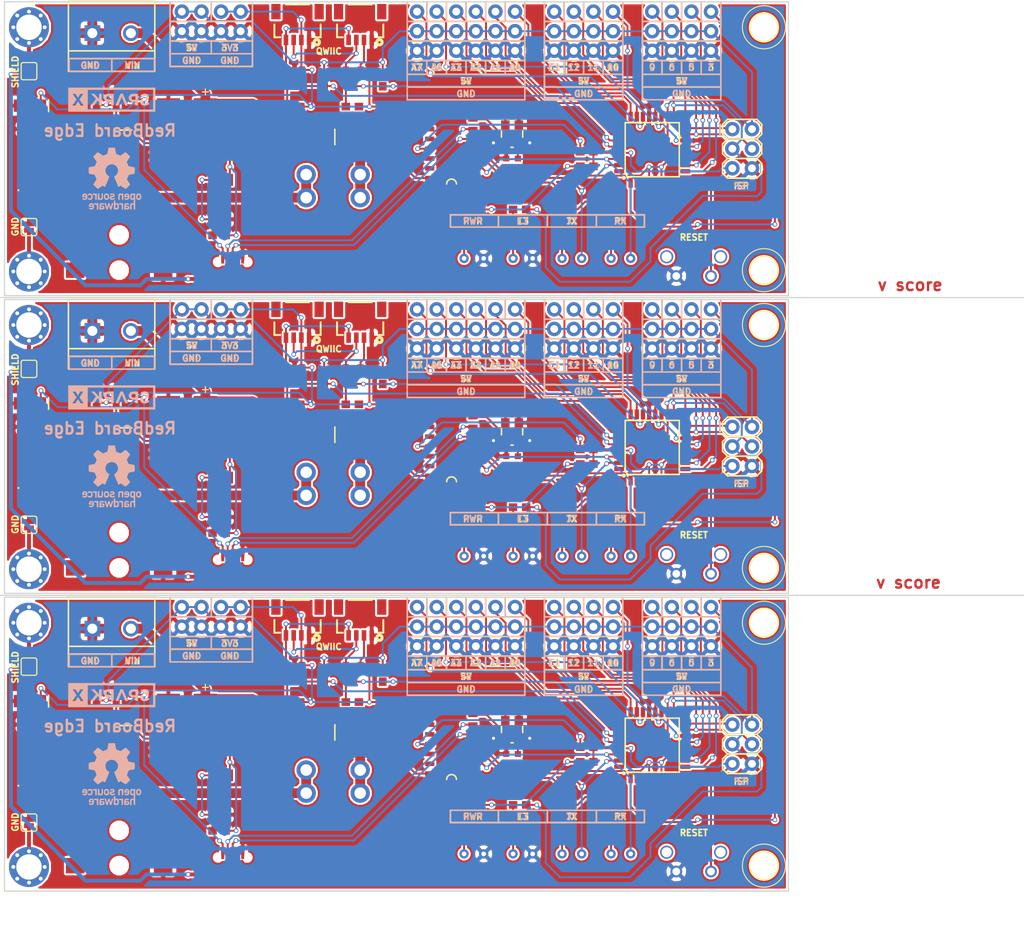
<source format=kicad_pcb>
(kicad_pcb (version 4) (host pcbnew 4.0.6)
  (layers (0 F.Cu signal) (31 B.Cu signal) (34 B.Paste user) (35 F.Paste user) (36 B.SilkS user) (37 F.SilkS user) (38 B.Mask user) (39 F.Mask user) (44 Edge.Cuts user))
  (net 0 "")
  (net 1 /AREF)
  (net 2 GND)
  (net 3 5V)
  (net 4 VIN)
  (net 5 3.3V)
  (net 6 /DTR)
  (net 7 /RESET)
  (net 8 "Net-(C9-Pad1)")
  (net 9 "Net-(C10-Pad1)")
  (net 10 "Net-(C11-Pad1)")
  (net 11 "Net-(D1-PadA)")
  (net 12 /RXI)
  (net 13 "Net-(D2-Pad2)")
  (net 14 /TXO)
  (net 15 "Net-(D3-Pad2)")
  (net 16 "Net-(IC3-Pad1)")
  (net 17 "Net-(J3-PadVIN0)")
  (net 18 "Net-(J4-PadD+)")
  (net 19 "Net-(J4-PadD-)")
  (net 20 /USBVCC)
  (net 21 /SCK)
  (net 22 "Net-(U1-Pad10)")
  (net 23 "Net-(U1-Pad11)")
  (net 24 "Net-(U1-Pad12)")
  (net 25 "Net-(U1-Pad14)")
  (net 26 "Net-(U1-Pad15)")
  (net 27 "Net-(U2-Pad4)")
  (net 28 /IO4)
  (net 29 "Net-(U4-Pad7)")
  (net 30 "Net-(U4-Pad8)")
  (net 31 /IO7)
  (net 32 /IO8)
  (net 33 /SS)
  (net 34 /MOSI)
  (net 35 /MISO)
  (net 36 /AD0)
  (net 37 /AD1)
  (net 38 /AD2)
  (net 39 /AD3)
  (net 40 /IO2)
  (net 41 /AD7)
  (net 42 /AD6)
  (net 43 /PWM9)
  (net 44 /PWM6)
  (net 45 /PWM5)
  (net 46 /PWM3)
  (net 47 /SDA)
  (net 48 /SCL)
  (net 49 /HI_SCL)
  (net 50 /HI_SDA)
  (net 51 "Net-(D4-Pad2)")
  (net 52 "Net-(D5-Pad2)")
  (net 53 /usb_shield)
  (net 54 "Net-(JP1-Pad1)")
  (net 55 "Net-(JP2-Pad1)")
  (module Symbols:OSHW-Logo_7.5x8mm_SilkScreen (layer B.Cu) (at 52.5145 143.8275 180)
    (fp_text reference REF***)
    (fp_text value OSHW-Logo_7.5x8mm_SilkScreen hide)
  )
  (module Symbols:OSHW-Logo_7.5x8mm_SilkScreen (layer B.Cu) (at 52.5145 105.2195 180)
    (fp_text reference REF***)
    (fp_text value OSHW-Logo_7.5x8mm_SilkScreen hide)
  )
  (module Custom_Silk:SparkX_Logo (layer B.Cu) (at 52.5145 133.604 180)
    (fp_text reference G***)
    (fp_text value LOGO)
  )
  (module Custom_Silk:SparkX_Logo (layer B.Cu) (at 52.5145 94.996 180)
    (fp_text reference G***)
    (fp_text value LOGO)
  )
  (module NewParts:Standoff_Grounding (layer F.Cu) (at 41.783 155.871001)
    (fp_text reference U5)
    (fp_text value Standoff_Grounding)
    (pad 1 thru_hole circle (at 0 0) (size 5.2 5.2) (drill 3.302) (layers *.Cu *.Mask) (net 55 "Net-(JP2-Pad1)"))
    (pad 1 thru_hole circle (at 2.032 0) (size 0.5 0.5) (drill 0.5) (layers *.Cu *.Mask) (net 55 "Net-(JP2-Pad1)"))
    (pad 1 thru_hole circle (at -2.032 0) (size 0.5 0.5) (drill 0.5) (layers *.Cu *.Mask) (net 55 "Net-(JP2-Pad1)"))
    (pad 1 thru_hole circle (at 0 -2.032) (size 0.5 0.5) (drill 0.5) (layers *.Cu *.Mask) (net 55 "Net-(JP2-Pad1)"))
    (pad 1 thru_hole circle (at 0 2.032) (size 0.5 0.5) (drill 0.5) (layers *.Cu *.Mask) (net 55 "Net-(JP2-Pad1)"))
    (pad 1 thru_hole circle (at 1.524 1.524) (size 0.5 0.5) (drill 0.5) (layers *.Cu *.Mask) (net 55 "Net-(JP2-Pad1)"))
    (pad 1 thru_hole circle (at 1.524 -1.524) (size 0.5 0.5) (drill 0.5) (layers *.Cu *.Mask) (net 55 "Net-(JP2-Pad1)"))
    (pad 1 thru_hole circle (at -1.524 -1.524) (size 0.5 0.5) (drill 0.5) (layers *.Cu *.Mask) (net 55 "Net-(JP2-Pad1)"))
    (pad 1 thru_hole circle (at -1.524 1.524) (size 0.5 0.5) (drill 0.5) (layers *.Cu *.Mask) (net 55 "Net-(JP2-Pad1)"))
  )
  (module NewParts:Standoff_Grounding (layer F.Cu) (at 41.783 117.263001)
    (fp_text reference U5)
    (fp_text value Standoff_Grounding)
    (pad 1 thru_hole circle (at 0 0) (size 5.2 5.2) (drill 3.302) (layers *.Cu *.Mask) (net 55 "Net-(JP2-Pad1)"))
    (pad 1 thru_hole circle (at 2.032 0) (size 0.5 0.5) (drill 0.5) (layers *.Cu *.Mask) (net 55 "Net-(JP2-Pad1)"))
    (pad 1 thru_hole circle (at -2.032 0) (size 0.5 0.5) (drill 0.5) (layers *.Cu *.Mask) (net 55 "Net-(JP2-Pad1)"))
    (pad 1 thru_hole circle (at 0 -2.032) (size 0.5 0.5) (drill 0.5) (layers *.Cu *.Mask) (net 55 "Net-(JP2-Pad1)"))
    (pad 1 thru_hole circle (at 0 2.032) (size 0.5 0.5) (drill 0.5) (layers *.Cu *.Mask) (net 55 "Net-(JP2-Pad1)"))
    (pad 1 thru_hole circle (at 1.524 1.524) (size 0.5 0.5) (drill 0.5) (layers *.Cu *.Mask) (net 55 "Net-(JP2-Pad1)"))
    (pad 1 thru_hole circle (at 1.524 -1.524) (size 0.5 0.5) (drill 0.5) (layers *.Cu *.Mask) (net 55 "Net-(JP2-Pad1)"))
    (pad 1 thru_hole circle (at -1.524 -1.524) (size 0.5 0.5) (drill 0.5) (layers *.Cu *.Mask) (net 55 "Net-(JP2-Pad1)"))
    (pad 1 thru_hole circle (at -1.524 1.524) (size 0.5 0.5) (drill 0.5) (layers *.Cu *.Mask) (net 55 "Net-(JP2-Pad1)"))
  )
  (module Capacitors_SMD:C_0603 (layer F.Cu) (at 42.049 139.954 180)
    (fp_text reference C12)
    (fp_text value 0.1uF)
    (pad 1 smd rect (at -0.75 0 180) (size 0.8 0.75) (layers F.Cu F.Paste F.Mask) (net 5 3.3V))
    (pad 2 smd rect (at 0.75 0 180) (size 0.8 0.75) (layers F.Cu F.Paste F.Mask) (net 2 GND))
  )
  (module Capacitors_SMD:C_0603 (layer F.Cu) (at 42.049 101.346 180)
    (fp_text reference C12)
    (fp_text value 0.1uF)
    (pad 1 smd rect (at -0.75 0 180) (size 0.8 0.75) (layers F.Cu F.Paste F.Mask) (net 5 3.3V))
    (pad 2 smd rect (at 0.75 0 180) (size 0.8 0.75) (layers F.Cu F.Paste F.Mask) (net 2 GND))
  )
  (module RedBoard:SPARKFUN-POWERIC_SOT23-5 (layer F.Cu) (at 42.0116 144.3228)
    (fp_text reference U2)
    (fp_text value MIC5205)
    (pad 1 smd rect (at -0.94996 1.29794) (size 0.54864 1.19888) (layers F.Cu F.Paste F.Mask) (net 3 5V))
    (pad 2 smd rect (at 0 1.29794) (size 0.54864 1.19888) (layers F.Cu F.Paste F.Mask) (net 2 GND))
    (pad 3 smd rect (at 0.94742 1.29794) (size 0.54864 1.19888) (layers F.Cu F.Paste F.Mask) (net 3 5V))
    (pad 4 smd rect (at 0.94742 -1.29794) (size 0.54864 1.19888) (layers F.Cu F.Paste F.Mask) (net 27 "Net-(U2-Pad4)"))
    (pad 5 smd rect (at -0.94996 -1.29794) (size 0.54864 1.19888) (layers F.Cu F.Paste F.Mask) (net 5 3.3V))
  )
  (module RedBoard:SPARKFUN-POWERIC_SOT23-5 (layer F.Cu) (at 42.0116 105.7148)
    (fp_text reference U2)
    (fp_text value MIC5205)
    (pad 1 smd rect (at -0.94996 1.29794) (size 0.54864 1.19888) (layers F.Cu F.Paste F.Mask) (net 3 5V))
    (pad 2 smd rect (at 0 1.29794) (size 0.54864 1.19888) (layers F.Cu F.Paste F.Mask) (net 2 GND))
    (pad 3 smd rect (at 0.94742 1.29794) (size 0.54864 1.19888) (layers F.Cu F.Paste F.Mask) (net 3 5V))
    (pad 4 smd rect (at 0.94742 -1.29794) (size 0.54864 1.19888) (layers F.Cu F.Paste F.Mask) (net 27 "Net-(U2-Pad4)"))
    (pad 5 smd rect (at -0.94996 -1.29794) (size 0.54864 1.19888) (layers F.Cu F.Paste F.Mask) (net 5 3.3V))
  )
  (module Jumpers:SMT-JUMPER_2_NO_SILK (layer F.Cu) (at 41.783 150.114 90)
    (fp_text reference JP2)
    (fp_text value JUMPER-SMT_2_NO_SILK)
    (pad 1 smd rect (at -0.4064 0 90) (size 0.635 1.27) (layers F.Cu F.Paste F.Mask) (net 55 "Net-(JP2-Pad1)"))
    (pad 2 smd rect (at 0.4064 0 90) (size 0.635 1.27) (layers F.Cu F.Paste F.Mask) (net 2 GND))
  )
  (module Jumpers:SMT-JUMPER_2_NO_SILK (layer F.Cu) (at 41.783 111.506 90)
    (fp_text reference JP2)
    (fp_text value JUMPER-SMT_2_NO_SILK)
    (pad 1 smd rect (at -0.4064 0 90) (size 0.635 1.27) (layers F.Cu F.Paste F.Mask) (net 55 "Net-(JP2-Pad1)"))
    (pad 2 smd rect (at 0.4064 0 90) (size 0.635 1.27) (layers F.Cu F.Paste F.Mask) (net 2 GND))
  )
  (module RedBoard:SPARKFUN-CAPACITORS_EIA3216 (layer F.Cu) (at 54.356 139.95146 90)
    (fp_text reference C3)
    (fp_text value 10uF)
    (pad + smd rect (at 1.39954 0 180) (size 1.59766 1.39954) (layers F.Cu F.Paste F.Mask) (net 3 5V))
    (pad - smd rect (at -1.39954 0 180) (size 1.59766 1.39954) (layers F.Cu F.Paste F.Mask) (net 2 GND))
  )
  (module RedBoard:SPARKFUN-CAPACITORS_EIA3216 (layer F.Cu) (at 54.356 101.34346 90)
    (fp_text reference C3)
    (fp_text value 10uF)
    (pad + smd rect (at 1.39954 0 180) (size 1.59766 1.39954) (layers F.Cu F.Paste F.Mask) (net 3 5V))
    (pad - smd rect (at -1.39954 0 180) (size 1.59766 1.39954) (layers F.Cu F.Paste F.Mask) (net 2 GND))
  )
  (module RedBoard:SPARKFUN-CAPACITORS_0603 (layer F.Cu) (at 50.546 140.081 270)
    (fp_text reference C4)
    (fp_text value 0.1uF)
    (pad 1 smd rect (at -0.84836 0 270) (size 1.09982 0.99822) (layers F.Cu F.Paste F.Mask) (net 3 5V))
    (pad 2 smd rect (at 0.84836 0 270) (size 1.09982 0.99822) (layers F.Cu F.Paste F.Mask) (net 2 GND))
  )
  (module RedBoard:SPARKFUN-CAPACITORS_0603 (layer F.Cu) (at 50.546 101.473 270)
    (fp_text reference C4)
    (fp_text value 0.1uF)
    (pad 1 smd rect (at -0.84836 0 270) (size 1.09982 0.99822) (layers F.Cu F.Paste F.Mask) (net 3 5V))
    (pad 2 smd rect (at 0.84836 0 270) (size 1.09982 0.99822) (layers F.Cu F.Paste F.Mask) (net 2 GND))
  )
  (module RedBoard:TESTING_POWER_JACK_SMD_OVERPASTE_SUPER_BOMB_DIGITY (layer F.Cu) (at 53.467 155.702 90)
    (fp_text reference J3)
    (fp_text value POWER_JACKSUPER_BOMB_DIGITY)
    (pad GND smd rect (at 0 5.69976 90) (size 1.99898 2.39776) (layers F.Cu F.Paste F.Mask) (net 2 GND))
    (pad GND smd rect (at 6.09854 5.69976 90) (size 1.99898 2.39776) (layers F.Cu F.Paste F.Mask) (net 2 GND))
    (pad VIN0 smd rect (at 0 -5.69976 90) (size 1.99898 2.39776) (layers F.Cu F.Paste F.Mask) (net 17 "Net-(J3-PadVIN0)"))
    (pad VIN0 smd rect (at 6.09854 -5.69976 90) (size 1.99898 2.39776) (layers F.Cu F.Paste F.Mask) (net 17 "Net-(J3-PadVIN0)"))
    (pad "" np_thru_hole circle (at 0 0 90) (size 2.032 2.032) (drill 2.032) (layers *.Cu *.Mask))
    (pad "" np_thru_hole circle (at 4.572 0 90) (size 2.032 2.032) (drill 2.032) (layers *.Cu *.Mask))
  )
  (module RedBoard:TESTING_POWER_JACK_SMD_OVERPASTE_SUPER_BOMB_DIGITY (layer F.Cu) (at 53.467 117.094 90)
    (fp_text reference J3)
    (fp_text value POWER_JACKSUPER_BOMB_DIGITY)
    (pad GND smd rect (at 0 5.69976 90) (size 1.99898 2.39776) (layers F.Cu F.Paste F.Mask) (net 2 GND))
    (pad GND smd rect (at 6.09854 5.69976 90) (size 1.99898 2.39776) (layers F.Cu F.Paste F.Mask) (net 2 GND))
    (pad VIN0 smd rect (at 0 -5.69976 90) (size 1.99898 2.39776) (layers F.Cu F.Paste F.Mask) (net 17 "Net-(J3-PadVIN0)"))
    (pad VIN0 smd rect (at 6.09854 -5.69976 90) (size 1.99898 2.39776) (layers F.Cu F.Paste F.Mask) (net 17 "Net-(J3-PadVIN0)"))
    (pad "" np_thru_hole circle (at 0 0 90) (size 2.032 2.032) (drill 2.032) (layers *.Cu *.Mask))
    (pad "" np_thru_hole circle (at 4.572 0 90) (size 2.032 2.032) (drill 2.032) (layers *.Cu *.Mask))
  )
  (module RedBoard:SPARKFUN-CAPACITORS_0603 (layer F.Cu) (at 58.293 140.081 90)
    (fp_text reference C2)
    (fp_text value 0.1uF)
    (pad 1 smd rect (at -0.84836 0 90) (size 1.09982 0.99822) (layers F.Cu F.Paste F.Mask) (net 2 GND))
    (pad 2 smd rect (at 0.84836 0 90) (size 1.09982 0.99822) (layers F.Cu F.Paste F.Mask) (net 3 5V))
  )
  (module RedBoard:SPARKFUN-CAPACITORS_0603 (layer F.Cu) (at 58.293 101.473 90)
    (fp_text reference C2)
    (fp_text value 0.1uF)
    (pad 1 smd rect (at -0.84836 0 90) (size 1.09982 0.99822) (layers F.Cu F.Paste F.Mask) (net 2 GND))
    (pad 2 smd rect (at 0.84836 0 90) (size 1.09982 0.99822) (layers F.Cu F.Paste F.Mask) (net 3 5V))
  )
  (module Connectors:USB-B-MICRO-SMD (layer F.Cu) (at 68.1863 156.845 90)
    (fp_text reference J4)
    (fp_text value microB)
    (pad D+ smd rect (at 2.72288 0 180) (size 0.39878 1.4478) (layers F.Cu F.Paste F.Mask) (net 18 "Net-(J4-PadD+)"))
    (pad D- smd rect (at 2.72288 -0.6477 180) (size 0.39878 1.4478) (layers F.Cu F.Paste F.Mask) (net 19 "Net-(J4-PadD-)"))
    (pad GND smd rect (at 2.72288 1.29794 180) (size 0.39878 1.4478) (layers F.Cu F.Paste F.Mask) (net 2 GND))
    (pad ID smd rect (at 2.72288 0.6477 180) (size 0.39878 1.4478) (layers F.Cu F.Paste F.Mask))
    (pad SHIE smd rect (at 0 -3.683 180) (size 1.79832 1.4986) (layers F.Cu F.Paste F.Mask) (net 53 /usb_shield))
    (pad SHIE smd rect (at 0 3.683 180) (size 1.79832 1.4986) (layers F.Cu F.Paste F.Mask) (net 53 /usb_shield))
    (pad SHIE smd rect (at 0 0 180) (size 2.49936 1.4986) (layers F.Cu F.Paste F.Mask) (net 53 /usb_shield))
    (pad VBUS smd rect (at 2.72288 -1.29794 180) (size 0.39878 1.4478) (layers F.Cu F.Paste F.Mask) (net 20 /USBVCC))
    (pad "" np_thru_hole circle (at 2.19964 -1.89992 90) (size 0.84836 0.84836) (drill 0.84836) (layers *.Cu *.Mask))
    (pad "" np_thru_hole circle (at 2.19964 1.89992 90) (size 0.84836 0.84836) (drill 0.84836) (layers *.Cu *.Mask))
  )
  (module Connectors:USB-B-MICRO-SMD (layer F.Cu) (at 68.1863 118.237 90)
    (fp_text reference J4)
    (fp_text value microB)
    (pad D+ smd rect (at 2.72288 0 180) (size 0.39878 1.4478) (layers F.Cu F.Paste F.Mask) (net 18 "Net-(J4-PadD+)"))
    (pad D- smd rect (at 2.72288 -0.6477 180) (size 0.39878 1.4478) (layers F.Cu F.Paste F.Mask) (net 19 "Net-(J4-PadD-)"))
    (pad GND smd rect (at 2.72288 1.29794 180) (size 0.39878 1.4478) (layers F.Cu F.Paste F.Mask) (net 2 GND))
    (pad ID smd rect (at 2.72288 0.6477 180) (size 0.39878 1.4478) (layers F.Cu F.Paste F.Mask))
    (pad SHIE smd rect (at 0 -3.683 180) (size 1.79832 1.4986) (layers F.Cu F.Paste F.Mask) (net 53 /usb_shield))
    (pad SHIE smd rect (at 0 3.683 180) (size 1.79832 1.4986) (layers F.Cu F.Paste F.Mask) (net 53 /usb_shield))
    (pad SHIE smd rect (at 0 0 180) (size 2.49936 1.4986) (layers F.Cu F.Paste F.Mask) (net 53 /usb_shield))
    (pad VBUS smd rect (at 2.72288 -1.29794 180) (size 0.39878 1.4478) (layers F.Cu F.Paste F.Mask) (net 20 /USBVCC))
    (pad "" np_thru_hole circle (at 2.19964 -1.89992 90) (size 0.84836 0.84836) (drill 0.84836) (layers *.Cu *.Mask))
    (pad "" np_thru_hole circle (at 2.19964 1.89992 90) (size 0.84836 0.84836) (drill 0.84836) (layers *.Cu *.Mask))
  )
  (module RedBoard:SPARKFUN-RESISTORS_0603 (layer F.Cu) (at 66.421 149.098 180)
    (fp_text reference R14)
    (fp_text value 715)
    (pad 1 smd rect (at -0.84836 0 180) (size 1.09982 0.99822) (layers F.Cu F.Paste F.Mask) (net 2 GND))
    (pad 2 smd rect (at 0.84836 0 180) (size 1.09982 0.99822) (layers F.Cu F.Paste F.Mask) (net 16 "Net-(IC3-Pad1)"))
  )
  (module RedBoard:SPARKFUN-RESISTORS_0603 (layer F.Cu) (at 66.421 110.49 180)
    (fp_text reference R14)
    (fp_text value 715)
    (pad 1 smd rect (at -0.84836 0 180) (size 1.09982 0.99822) (layers F.Cu F.Paste F.Mask) (net 2 GND))
    (pad 2 smd rect (at 0.84836 0 180) (size 1.09982 0.99822) (layers F.Cu F.Paste F.Mask) (net 16 "Net-(IC3-Pad1)"))
  )
  (module RedBoard:TESTING_SOT223-ALT1 (layer F.Cu) (at 67.818 140.97)
    (fp_text reference IC3)
    (fp_text value LM1117)
    (pad 1 smd rect (at -2.27076 3.02006) (size 0.8128 1.524) (layers F.Cu F.Paste F.Mask) (net 16 "Net-(IC3-Pad1)"))
    (pad 2 smd rect (at 0 3.02006) (size 0.8128 1.524) (layers F.Cu F.Paste F.Mask) (net 3 5V))
    (pad 3 smd rect (at 2.286 3.02006) (size 0.8128 1.524) (layers F.Cu F.Paste F.Mask) (net 4 VIN))
    (pad 4 smd rect (at 0 -2.91846) (size 3.1242 1.905) (layers F.Cu F.Paste F.Mask) (net 3 5V))
  )
  (module RedBoard:TESTING_SOT223-ALT1 (layer F.Cu) (at 67.818 102.362)
    (fp_text reference IC3)
    (fp_text value LM1117)
    (pad 1 smd rect (at -2.27076 3.02006) (size 0.8128 1.524) (layers F.Cu F.Paste F.Mask) (net 16 "Net-(IC3-Pad1)"))
    (pad 2 smd rect (at 0 3.02006) (size 0.8128 1.524) (layers F.Cu F.Paste F.Mask) (net 3 5V))
    (pad 3 smd rect (at 2.286 3.02006) (size 0.8128 1.524) (layers F.Cu F.Paste F.Mask) (net 4 VIN))
    (pad 4 smd rect (at 0 -2.91846) (size 3.1242 1.905) (layers F.Cu F.Paste F.Mask) (net 3 5V))
  )
  (module RedBoard:SPARKFUN-RESISTORS_0603 (layer F.Cu) (at 66.421 151.1808)
    (fp_text reference R15)
    (fp_text value 240)
    (pad 1 smd rect (at -0.84836 0) (size 1.09982 0.99822) (layers F.Cu F.Paste F.Mask) (net 16 "Net-(IC3-Pad1)"))
    (pad 2 smd rect (at 0.84836 0) (size 1.09982 0.99822) (layers F.Cu F.Paste F.Mask) (net 3 5V))
  )
  (module RedBoard:SPARKFUN-RESISTORS_0603 (layer F.Cu) (at 66.421 112.5728)
    (fp_text reference R15)
    (fp_text value 240)
    (pad 1 smd rect (at -0.84836 0) (size 1.09982 0.99822) (layers F.Cu F.Paste F.Mask) (net 16 "Net-(IC3-Pad1)"))
    (pad 2 smd rect (at 0.84836 0) (size 1.09982 0.99822) (layers F.Cu F.Paste F.Mask) (net 3 5V))
  )
  (module SparkX:SparkX-1X04_1MM_RA (layer F.Cu) (at 76.58608 125.84684 180)
    (fp_text reference J18)
    (fp_text value Qwiic_Connector)
    (pad 1 smd rect (at -1.4986 0 180) (size 0.59944 1.34874) (layers F.Cu F.Paste F.Mask) (net 2 GND))
    (pad 2 smd rect (at -0.49784 0 180) (size 0.59944 1.34874) (layers F.Cu F.Paste F.Mask) (net 5 3.3V))
    (pad 3 smd rect (at 0.49784 0 180) (size 0.59944 1.34874) (layers F.Cu F.Paste F.Mask) (net 47 /SDA))
    (pad 4 smd rect (at 1.4986 0 180) (size 0.59944 1.34874) (layers F.Cu F.Paste F.Mask) (net 48 /SCL))
    (pad NC1 smd rect (at 2.79908 3.67284 180) (size 1.19888 1.99898) (layers F.Cu F.Paste F.Mask))
    (pad NC2 smd rect (at -2.79908 3.67284 180) (size 1.19888 1.99898) (layers F.Cu F.Paste F.Mask))
  )
  (module SparkX:SparkX-1X04_1MM_RA (layer F.Cu) (at 76.58608 87.23884 180)
    (fp_text reference J18)
    (fp_text value Qwiic_Connector)
    (pad 1 smd rect (at -1.4986 0 180) (size 0.59944 1.34874) (layers F.Cu F.Paste F.Mask) (net 2 GND))
    (pad 2 smd rect (at -0.49784 0 180) (size 0.59944 1.34874) (layers F.Cu F.Paste F.Mask) (net 5 3.3V))
    (pad 3 smd rect (at 0.49784 0 180) (size 0.59944 1.34874) (layers F.Cu F.Paste F.Mask) (net 47 /SDA))
    (pad 4 smd rect (at 1.4986 0 180) (size 0.59944 1.34874) (layers F.Cu F.Paste F.Mask) (net 48 /SCL))
    (pad NC1 smd rect (at 2.79908 3.67284 180) (size 1.19888 1.99898) (layers F.Cu F.Paste F.Mask))
    (pad NC2 smd rect (at -2.79908 3.67284 180) (size 1.19888 1.99898) (layers F.Cu F.Paste F.Mask))
  )
  (module DiscreteSemi:SparkFun-DiscreteSemi-SOT23-3 (layer F.Cu) (at 76.2 130.72872 180)
    (fp_text reference Q2)
    (fp_text value MOSFET-NCH-BSS138)
    (pad 1 smd rect (at -0.94996 0.99822 180) (size 0.79756 0.89916) (layers F.Cu F.Paste F.Mask) (net 5 3.3V))
    (pad 2 smd rect (at 0.94996 0.99822 180) (size 0.79756 0.89916) (layers F.Cu F.Paste F.Mask) (net 48 /SCL))
    (pad 3 smd rect (at 0 -1.09982 180) (size 0.79756 0.89916) (layers F.Cu F.Paste F.Mask) (net 49 /HI_SCL))
  )
  (module DiscreteSemi:SparkFun-DiscreteSemi-SOT23-3 (layer F.Cu) (at 76.2 92.12072 180)
    (fp_text reference Q2)
    (fp_text value MOSFET-NCH-BSS138)
    (pad 1 smd rect (at -0.94996 0.99822 180) (size 0.79756 0.89916) (layers F.Cu F.Paste F.Mask) (net 5 3.3V))
    (pad 2 smd rect (at 0.94996 0.99822 180) (size 0.79756 0.89916) (layers F.Cu F.Paste F.Mask) (net 48 /SCL))
    (pad 3 smd rect (at 0 -1.09982 180) (size 0.79756 0.89916) (layers F.Cu F.Paste F.Mask) (net 49 /HI_SCL))
  )
  (module RedBoard:SPARKFUN-CAPACITORS_PANASONIC_D (layer F.Cu) (at 62.24524 134.112)
    (fp_text reference C5)
    (fp_text value 47uF)
    (fp_text user + (at 2.4 -1.6) (layer F.SilkS))
    (pad + smd rect (at 2.39776 0) (size 2.99974 1.39954) (layers F.Cu F.Paste F.Mask) (net 4 VIN))
    (pad - smd rect (at -2.39776 0) (size 2.99974 1.39954) (layers F.Cu F.Paste F.Mask) (net 2 GND))
  )
  (module RedBoard:SPARKFUN-CAPACITORS_PANASONIC_D (layer F.Cu) (at 62.24524 95.504)
    (fp_text reference C5)
    (fp_text value 47uF)
    (fp_text user + (at 2.4 -1.6) (layer F.SilkS))
    (pad + smd rect (at 2.39776 0) (size 2.99974 1.39954) (layers F.Cu F.Paste F.Mask) (net 4 VIN))
    (pad - smd rect (at -2.39776 0) (size 2.99974 1.39954) (layers F.Cu F.Paste F.Mask) (net 2 GND))
  )
  (module Connectors:1X04 (layer F.Cu) (at 61.595 124.714)
    (fp_text reference J6)
    (fp_text value CONN_04)
    (pad 1 thru_hole circle (at 0 0) (size 1.8796 1.8796) (drill 1.016) (layers *.Cu *.Mask) (net 2 GND))
    (pad 2 thru_hole circle (at 2.54 0) (size 1.8796 1.8796) (drill 1.016) (layers *.Cu *.Mask) (net 2 GND))
    (pad 3 thru_hole circle (at 5.08 0) (size 1.8796 1.8796) (drill 1.016) (layers *.Cu *.Mask) (net 2 GND))
    (pad 4 thru_hole circle (at 7.62 0) (size 1.8796 1.8796) (drill 1.016) (layers *.Cu *.Mask) (net 2 GND))
  )
  (module Connectors:1X04 (layer F.Cu) (at 61.595 86.106)
    (fp_text reference J6)
    (fp_text value CONN_04)
    (pad 1 thru_hole circle (at 0 0) (size 1.8796 1.8796) (drill 1.016) (layers *.Cu *.Mask) (net 2 GND))
    (pad 2 thru_hole circle (at 2.54 0) (size 1.8796 1.8796) (drill 1.016) (layers *.Cu *.Mask) (net 2 GND))
    (pad 3 thru_hole circle (at 5.08 0) (size 1.8796 1.8796) (drill 1.016) (layers *.Cu *.Mask) (net 2 GND))
    (pad 4 thru_hole circle (at 7.62 0) (size 1.8796 1.8796) (drill 1.016) (layers *.Cu *.Mask) (net 2 GND))
  )
  (module RedBoard:SPARKFUN-RESISTORS_0603 (layer F.Cu) (at 76.0984 134.493)
    (fp_text reference R7)
    (fp_text value 4.7k)
    (pad 1 smd rect (at -0.84836 0) (size 1.09982 0.99822) (layers F.Cu F.Paste F.Mask) (net 48 /SCL))
    (pad 2 smd rect (at 0.84836 0) (size 1.09982 0.99822) (layers F.Cu F.Paste F.Mask) (net 5 3.3V))
  )
  (module RedBoard:SPARKFUN-RESISTORS_0603 (layer F.Cu) (at 76.0984 95.885)
    (fp_text reference R7)
    (fp_text value 4.7k)
    (pad 1 smd rect (at -0.84836 0) (size 1.09982 0.99822) (layers F.Cu F.Paste F.Mask) (net 48 /SCL))
    (pad 2 smd rect (at 0.84836 0) (size 1.09982 0.99822) (layers F.Cu F.Paste F.Mask) (net 5 3.3V))
  )
  (module Connectors:1X04 (layer F.Cu) (at 69.215 122.174 180)
    (fp_text reference J5)
    (fp_text value CONN_04)
    (pad 1 thru_hole circle (at 0 0 180) (size 1.8796 1.8796) (drill 1.016) (layers *.Cu *.Mask) (net 5 3.3V))
    (pad 2 thru_hole circle (at 2.54 0 180) (size 1.8796 1.8796) (drill 1.016) (layers *.Cu *.Mask) (net 5 3.3V))
    (pad 3 thru_hole circle (at 5.08 0 180) (size 1.8796 1.8796) (drill 1.016) (layers *.Cu *.Mask) (net 3 5V))
    (pad 4 thru_hole circle (at 7.62 0 180) (size 1.8796 1.8796) (drill 1.016) (layers *.Cu *.Mask) (net 3 5V))
  )
  (module Connectors:1X04 (layer F.Cu) (at 69.215 83.566 180)
    (fp_text reference J5)
    (fp_text value CONN_04)
    (pad 1 thru_hole circle (at 0 0 180) (size 1.8796 1.8796) (drill 1.016) (layers *.Cu *.Mask) (net 5 3.3V))
    (pad 2 thru_hole circle (at 2.54 0 180) (size 1.8796 1.8796) (drill 1.016) (layers *.Cu *.Mask) (net 5 3.3V))
    (pad 3 thru_hole circle (at 5.08 0 180) (size 1.8796 1.8796) (drill 1.016) (layers *.Cu *.Mask) (net 3 5V))
    (pad 4 thru_hole circle (at 7.62 0 180) (size 1.8796 1.8796) (drill 1.016) (layers *.Cu *.Mask) (net 3 5V))
  )
  (module NewParts:Standoff_Grounding (layer F.Cu) (at 41.783 124.206)
    (fp_text reference U3)
    (fp_text value Standoff_Grounding)
    (pad 1 thru_hole circle (at 0 0) (size 5.2 5.2) (drill 3.302) (layers *.Cu *.Mask) (net 54 "Net-(JP1-Pad1)"))
    (pad 1 thru_hole circle (at 2.032 0) (size 0.5 0.5) (drill 0.5) (layers *.Cu *.Mask) (net 54 "Net-(JP1-Pad1)"))
    (pad 1 thru_hole circle (at -2.032 0) (size 0.5 0.5) (drill 0.5) (layers *.Cu *.Mask) (net 54 "Net-(JP1-Pad1)"))
    (pad 1 thru_hole circle (at 0 -2.032) (size 0.5 0.5) (drill 0.5) (layers *.Cu *.Mask) (net 54 "Net-(JP1-Pad1)"))
    (pad 1 thru_hole circle (at 0 2.032) (size 0.5 0.5) (drill 0.5) (layers *.Cu *.Mask) (net 54 "Net-(JP1-Pad1)"))
    (pad 1 thru_hole circle (at 1.524 1.524) (size 0.5 0.5) (drill 0.5) (layers *.Cu *.Mask) (net 54 "Net-(JP1-Pad1)"))
    (pad 1 thru_hole circle (at 1.524 -1.524) (size 0.5 0.5) (drill 0.5) (layers *.Cu *.Mask) (net 54 "Net-(JP1-Pad1)"))
    (pad 1 thru_hole circle (at -1.524 -1.524) (size 0.5 0.5) (drill 0.5) (layers *.Cu *.Mask) (net 54 "Net-(JP1-Pad1)"))
    (pad 1 thru_hole circle (at -1.524 1.524) (size 0.5 0.5) (drill 0.5) (layers *.Cu *.Mask) (net 54 "Net-(JP1-Pad1)"))
  )
  (module NewParts:Standoff_Grounding (layer F.Cu) (at 41.783 85.598)
    (fp_text reference U3)
    (fp_text value Standoff_Grounding)
    (pad 1 thru_hole circle (at 0 0) (size 5.2 5.2) (drill 3.302) (layers *.Cu *.Mask) (net 54 "Net-(JP1-Pad1)"))
    (pad 1 thru_hole circle (at 2.032 0) (size 0.5 0.5) (drill 0.5) (layers *.Cu *.Mask) (net 54 "Net-(JP1-Pad1)"))
    (pad 1 thru_hole circle (at -2.032 0) (size 0.5 0.5) (drill 0.5) (layers *.Cu *.Mask) (net 54 "Net-(JP1-Pad1)"))
    (pad 1 thru_hole circle (at 0 -2.032) (size 0.5 0.5) (drill 0.5) (layers *.Cu *.Mask) (net 54 "Net-(JP1-Pad1)"))
    (pad 1 thru_hole circle (at 0 2.032) (size 0.5 0.5) (drill 0.5) (layers *.Cu *.Mask) (net 54 "Net-(JP1-Pad1)"))
    (pad 1 thru_hole circle (at 1.524 1.524) (size 0.5 0.5) (drill 0.5) (layers *.Cu *.Mask) (net 54 "Net-(JP1-Pad1)"))
    (pad 1 thru_hole circle (at 1.524 -1.524) (size 0.5 0.5) (drill 0.5) (layers *.Cu *.Mask) (net 54 "Net-(JP1-Pad1)"))
    (pad 1 thru_hole circle (at -1.524 -1.524) (size 0.5 0.5) (drill 0.5) (layers *.Cu *.Mask) (net 54 "Net-(JP1-Pad1)"))
    (pad 1 thru_hole circle (at -1.524 1.524) (size 0.5 0.5) (drill 0.5) (layers *.Cu *.Mask) (net 54 "Net-(JP1-Pad1)"))
  )
  (module RedBoard:SPARKFUN-RESISTORS_0603 (layer F.Cu) (at 50.546 133.43636 270)
    (fp_text reference R4)
    (fp_text value 10k)
    (pad 1 smd rect (at -0.84836 0 270) (size 1.09982 0.99822) (layers F.Cu F.Paste F.Mask) (net 2 GND))
    (pad 2 smd rect (at 0.84836 0 270) (size 1.09982 0.99822) (layers F.Cu F.Paste F.Mask) (net 3 5V))
  )
  (module RedBoard:SPARKFUN-RESISTORS_0603 (layer F.Cu) (at 50.546 94.82836 270)
    (fp_text reference R4)
    (fp_text value 10k)
    (pad 1 smd rect (at -0.84836 0 270) (size 1.09982 0.99822) (layers F.Cu F.Paste F.Mask) (net 2 GND))
    (pad 2 smd rect (at 0.84836 0 270) (size 1.09982 0.99822) (layers F.Cu F.Paste F.Mask) (net 3 5V))
  )
  (module RedBoard:SPARKFUN-DISCRETESEMI_SOT23-3 (layer F.Cu) (at 54.08422 133.53796 270)
    (fp_text reference Q1)
    (fp_text value 1A/60V/500mO)
    (pad 1 smd rect (at -0.94996 0.99822 270) (size 0.79756 0.89916) (layers F.Cu F.Paste F.Mask) (net 2 GND))
    (pad 2 smd rect (at 0.94742 0.99822 270) (size 0.79756 0.89916) (layers F.Cu F.Paste F.Mask) (net 3 5V))
    (pad 3 smd rect (at 0 -1.09982 270) (size 0.79756 0.89916) (layers F.Cu F.Paste F.Mask) (net 20 /USBVCC))
  )
  (module RedBoard:SPARKFUN-DISCRETESEMI_SOT23-3 (layer F.Cu) (at 54.08422 94.92996 270)
    (fp_text reference Q1)
    (fp_text value 1A/60V/500mO)
    (pad 1 smd rect (at -0.94996 0.99822 270) (size 0.79756 0.89916) (layers F.Cu F.Paste F.Mask) (net 2 GND))
    (pad 2 smd rect (at 0.94742 0.99822 270) (size 0.79756 0.89916) (layers F.Cu F.Paste F.Mask) (net 3 5V))
    (pad 3 smd rect (at 0 -1.09982 270) (size 0.79756 0.89916) (layers F.Cu F.Paste F.Mask) (net 20 /USBVCC))
  )
  (module Jumpers:SMT-JUMPER_2_NO_SILK (layer F.Cu) (at 41.783 129.8956 270)
    (fp_text reference JP1)
    (fp_text value JUMPER-SMT_2_NO_SILK)
    (pad 1 smd rect (at -0.4064 0 270) (size 0.635 1.27) (layers F.Cu F.Paste F.Mask) (net 54 "Net-(JP1-Pad1)"))
    (pad 2 smd rect (at 0.4064 0 270) (size 0.635 1.27) (layers F.Cu F.Paste F.Mask) (net 53 /usb_shield))
  )
  (module Jumpers:SMT-JUMPER_2_NO_SILK (layer F.Cu) (at 41.783 91.2876 270)
    (fp_text reference JP1)
    (fp_text value JUMPER-SMT_2_NO_SILK)
    (pad 1 smd rect (at -0.4064 0 270) (size 0.635 1.27) (layers F.Cu F.Paste F.Mask) (net 54 "Net-(JP1-Pad1)"))
    (pad 2 smd rect (at 0.4064 0 270) (size 0.635 1.27) (layers F.Cu F.Paste F.Mask) (net 53 /usb_shield))
  )
  (module Connectors:SCREWTERMINAL-5MM-2 (layer F.Cu) (at 49.99228 124.968)
    (fp_text reference J1)
    (fp_text value CONN_025MM)
    (pad 1 thru_hole rect (at 0 0) (size 2.032 2.032) (drill 1.29794) (layers *.Cu *.Mask) (net 2 GND))
    (pad 2 thru_hole circle (at 4.99872 0) (size 2.032 2.032) (drill 1.29794) (layers *.Cu *.Mask) (net 4 VIN))
  )
  (module Connectors:SCREWTERMINAL-5MM-2 (layer F.Cu) (at 49.99228 86.36)
    (fp_text reference J1)
    (fp_text value CONN_025MM)
    (pad 1 thru_hole rect (at 0 0) (size 2.032 2.032) (drill 1.29794) (layers *.Cu *.Mask) (net 2 GND))
    (pad 2 thru_hole circle (at 4.99872 0) (size 2.032 2.032) (drill 1.29794) (layers *.Cu *.Mask) (net 4 VIN))
  )
  (module RedBoard:SPARKFUN_FIDUCIAL-1X2 (layer F.Cu) (at 45.1485 127.508)
    (fp_text reference JP8)
    (fp_text value FIDUCIAL1X2)
    (pad 1 smd circle (at 0 0) (size 0.99822 0.99822) (layers F.Cu F.Paste F.Mask))
  )
  (module RedBoard:SPARKFUN_FIDUCIAL-1X2 (layer F.Cu) (at 45.1485 88.9)
    (fp_text reference JP8)
    (fp_text value FIDUCIAL1X2)
    (pad 1 smd circle (at 0 0) (size 0.99822 0.99822) (layers F.Cu F.Paste F.Mask))
  )
  (module RedBoard:SPARKFUN-CAPACITORS_EIA3216 (layer F.Cu) (at 41.90746 134.366)
    (fp_text reference C6)
    (fp_text value 10uF)
    (pad + smd rect (at 1.39954 0 90) (size 1.59766 1.39954) (layers F.Cu F.Paste F.Mask) (net 5 3.3V))
    (pad - smd rect (at -1.39954 0 90) (size 1.59766 1.39954) (layers F.Cu F.Paste F.Mask) (net 2 GND))
  )
  (module RedBoard:SPARKFUN-CAPACITORS_EIA3216 (layer F.Cu) (at 41.90746 95.758)
    (fp_text reference C6)
    (fp_text value 10uF)
    (pad + smd rect (at 1.39954 0 90) (size 1.59766 1.39954) (layers F.Cu F.Paste F.Mask) (net 5 3.3V))
    (pad - smd rect (at -1.39954 0 90) (size 1.59766 1.39954) (layers F.Cu F.Paste F.Mask) (net 2 GND))
  )
  (module RedBoard:SPARKFUN-CAPACITORS_0603 (layer F.Cu) (at 41.95064 137.414 180)
    (fp_text reference C7)
    (fp_text value 1.0uF)
    (pad 1 smd rect (at -0.84836 0 180) (size 1.09982 0.99822) (layers F.Cu F.Paste F.Mask) (net 5 3.3V))
    (pad 2 smd rect (at 0.84836 0 180) (size 1.09982 0.99822) (layers F.Cu F.Paste F.Mask) (net 2 GND))
  )
  (module RedBoard:SPARKFUN-CAPACITORS_0603 (layer F.Cu) (at 41.95064 98.806 180)
    (fp_text reference C7)
    (fp_text value 1.0uF)
    (pad 1 smd rect (at -0.84836 0 180) (size 1.09982 0.99822) (layers F.Cu F.Paste F.Mask) (net 5 3.3V))
    (pad 2 smd rect (at 0.84836 0 180) (size 1.09982 0.99822) (layers F.Cu F.Paste F.Mask) (net 2 GND))
  )
  (module RedBoard:SPARKFUN-RESISTORS_0603 (layer F.Cu) (at 99.441 147.828)
    (fp_text reference R2)
    (fp_text value 1k)
    (pad 1 smd rect (at -0.84836 0) (size 1.09982 0.99822) (layers F.Cu F.Paste F.Mask) (net 51 "Net-(D4-Pad2)"))
    (pad 2 smd rect (at 0.84836 0) (size 1.09982 0.99822) (layers F.Cu F.Paste F.Mask) (net 3 5V))
  )
  (module RedBoard:SPARKFUN-RESISTORS_0603 (layer F.Cu) (at 99.441 109.22)
    (fp_text reference R2)
    (fp_text value 1k)
    (pad 1 smd rect (at -0.84836 0) (size 1.09982 0.99822) (layers F.Cu F.Paste F.Mask) (net 51 "Net-(D4-Pad2)"))
    (pad 2 smd rect (at 0.84836 0) (size 1.09982 0.99822) (layers F.Cu F.Paste F.Mask) (net 3 5V))
  )
  (module NewParts:RockerSwitch_RA (layer F.Cu) (at 84.709 159.304 180)
    (fp_text reference S2)
    (fp_text value SWITCH-SPDT-PTH-11.6X4.0MM)
    (pad 1 thru_hole circle (at 0 16 180) (size 2.5 2.5) (drill 1.5) (layers *.Cu *.Mask) (net 11 "Net-(D1-PadA)"))
    (pad 2 thru_hole circle (at 7 16 180) (size 2.5 2.5) (drill 1.5) (layers *.Cu *.Mask) (net 17 "Net-(J3-PadVIN0)"))
    (pad 1 thru_hole circle (at 0 13 180) (size 2.5 2.5) (drill 1.5) (layers *.Cu *.Mask) (net 11 "Net-(D1-PadA)"))
    (pad 2 thru_hole circle (at 7 13 180) (size 2.5 2.5) (drill 1.5) (layers *.Cu *.Mask) (net 17 "Net-(J3-PadVIN0)"))
  )
  (module NewParts:RockerSwitch_RA (layer F.Cu) (at 84.709 120.696 180)
    (fp_text reference S2)
    (fp_text value SWITCH-SPDT-PTH-11.6X4.0MM)
    (pad 1 thru_hole circle (at 0 16 180) (size 2.5 2.5) (drill 1.5) (layers *.Cu *.Mask) (net 11 "Net-(D1-PadA)"))
    (pad 2 thru_hole circle (at 7 16 180) (size 2.5 2.5) (drill 1.5) (layers *.Cu *.Mask) (net 17 "Net-(J3-PadVIN0)"))
    (pad 1 thru_hole circle (at 0 13 180) (size 2.5 2.5) (drill 1.5) (layers *.Cu *.Mask) (net 11 "Net-(D1-PadA)"))
    (pad 2 thru_hole circle (at 7 13 180) (size 2.5 2.5) (drill 1.5) (layers *.Cu *.Mask) (net 17 "Net-(J3-PadVIN0)"))
  )
  (module RedBoard:SPARKFUN-DISCRETESEMI_SMA-DIODE (layer F.Cu) (at 82.423 138.43 180)
    (fp_text reference D1)
    (fp_text value MBRA140)
    (pad A smd rect (at -2.27584 0) (size 1.524 1.46812) (layers F.Cu F.Paste F.Mask) (net 11 "Net-(D1-PadA)"))
    (pad C smd rect (at 2.27584 0 180) (size 1.524 1.46812) (layers F.Cu F.Paste F.Mask) (net 4 VIN))
  )
  (module RedBoard:SPARKFUN-DISCRETESEMI_SMA-DIODE (layer F.Cu) (at 82.423 99.822 180)
    (fp_text reference D1)
    (fp_text value MBRA140)
    (pad A smd rect (at -2.27584 0) (size 1.524 1.46812) (layers F.Cu F.Paste F.Mask) (net 11 "Net-(D1-PadA)"))
    (pad C smd rect (at 2.27584 0 180) (size 1.524 1.46812) (layers F.Cu F.Paste F.Mask) (net 4 VIN))
  )
  (module IC:SO16 (layer F.Cu) (at 96.52 139.319 90)
    (fp_text reference U1)
    (fp_text value CH340G)
    (pad 1 smd rect (at -4.445 2.79908 90) (size 0.59944 1.19888) (layers F.Cu F.Paste F.Mask) (net 2 GND))
    (pad 2 smd rect (at -3.175 2.79908 90) (size 0.59944 1.19888) (layers F.Cu F.Paste F.Mask) (net 12 /RXI))
    (pad 3 smd rect (at -1.905 2.79908 90) (size 0.59944 1.19888) (layers F.Cu F.Paste F.Mask) (net 14 /TXO))
    (pad 4 smd rect (at -0.635 2.79908 90) (size 0.59944 1.19888) (layers F.Cu F.Paste F.Mask) (net 10 "Net-(C11-Pad1)"))
    (pad 5 smd rect (at 0.635 2.79908 90) (size 0.59944 1.19888) (layers F.Cu F.Paste F.Mask) (net 18 "Net-(J4-PadD+)"))
    (pad 6 smd rect (at 1.905 2.79908 90) (size 0.59944 1.19888) (layers F.Cu F.Paste F.Mask) (net 19 "Net-(J4-PadD-)"))
    (pad 7 smd rect (at 3.175 2.79908 90) (size 0.59944 1.19888) (layers F.Cu F.Paste F.Mask) (net 8 "Net-(C9-Pad1)"))
    (pad 8 smd rect (at 4.445 2.79908 90) (size 0.59944 1.19888) (layers F.Cu F.Paste F.Mask) (net 9 "Net-(C10-Pad1)"))
    (pad 9 smd rect (at 4.445 -2.79908 90) (size 0.59944 1.19888) (layers F.Cu F.Paste F.Mask) (net 2 GND))
    (pad 10 smd rect (at 3.175 -2.79908 90) (size 0.59944 1.19888) (layers F.Cu F.Paste F.Mask) (net 22 "Net-(U1-Pad10)"))
    (pad 11 smd rect (at 1.905 -2.79908 90) (size 0.59944 1.19888) (layers F.Cu F.Paste F.Mask) (net 23 "Net-(U1-Pad11)"))
    (pad 12 smd rect (at 0.635 -2.79908 90) (size 0.59944 1.19888) (layers F.Cu F.Paste F.Mask) (net 24 "Net-(U1-Pad12)"))
    (pad 13 smd rect (at -0.635 -2.79908 90) (size 0.59944 1.19888) (layers F.Cu F.Paste F.Mask) (net 6 /DTR))
    (pad 14 smd rect (at -1.905 -2.79908 90) (size 0.59944 1.19888) (layers F.Cu F.Paste F.Mask) (net 25 "Net-(U1-Pad14)"))
    (pad 15 smd rect (at -3.175 -2.79908 90) (size 0.59944 1.19888) (layers F.Cu F.Paste F.Mask) (net 26 "Net-(U1-Pad15)"))
    (pad 16 smd rect (at -4.445 -2.79908 90) (size 0.59944 1.19888) (layers F.Cu F.Paste F.Mask) (net 5 3.3V))
  )
  (module IC:SO16 (layer F.Cu) (at 96.52 100.711 90)
    (fp_text reference U1)
    (fp_text value CH340G)
    (pad 1 smd rect (at -4.445 2.79908 90) (size 0.59944 1.19888) (layers F.Cu F.Paste F.Mask) (net 2 GND))
    (pad 2 smd rect (at -3.175 2.79908 90) (size 0.59944 1.19888) (layers F.Cu F.Paste F.Mask) (net 12 /RXI))
    (pad 3 smd rect (at -1.905 2.79908 90) (size 0.59944 1.19888) (layers F.Cu F.Paste F.Mask) (net 14 /TXO))
    (pad 4 smd rect (at -0.635 2.79908 90) (size 0.59944 1.19888) (layers F.Cu F.Paste F.Mask) (net 10 "Net-(C11-Pad1)"))
    (pad 5 smd rect (at 0.635 2.79908 90) (size 0.59944 1.19888) (layers F.Cu F.Paste F.Mask) (net 18 "Net-(J4-PadD+)"))
    (pad 6 smd rect (at 1.905 2.79908 90) (size 0.59944 1.19888) (layers F.Cu F.Paste F.Mask) (net 19 "Net-(J4-PadD-)"))
    (pad 7 smd rect (at 3.175 2.79908 90) (size 0.59944 1.19888) (layers F.Cu F.Paste F.Mask) (net 8 "Net-(C9-Pad1)"))
    (pad 8 smd rect (at 4.445 2.79908 90) (size 0.59944 1.19888) (layers F.Cu F.Paste F.Mask) (net 9 "Net-(C10-Pad1)"))
    (pad 9 smd rect (at 4.445 -2.79908 90) (size 0.59944 1.19888) (layers F.Cu F.Paste F.Mask) (net 2 GND))
    (pad 10 smd rect (at 3.175 -2.79908 90) (size 0.59944 1.19888) (layers F.Cu F.Paste F.Mask) (net 22 "Net-(U1-Pad10)"))
    (pad 11 smd rect (at 1.905 -2.79908 90) (size 0.59944 1.19888) (layers F.Cu F.Paste F.Mask) (net 23 "Net-(U1-Pad11)"))
    (pad 12 smd rect (at 0.635 -2.79908 90) (size 0.59944 1.19888) (layers F.Cu F.Paste F.Mask) (net 24 "Net-(U1-Pad12)"))
    (pad 13 smd rect (at -0.635 -2.79908 90) (size 0.59944 1.19888) (layers F.Cu F.Paste F.Mask) (net 6 /DTR))
    (pad 14 smd rect (at -1.905 -2.79908 90) (size 0.59944 1.19888) (layers F.Cu F.Paste F.Mask) (net 25 "Net-(U1-Pad14)"))
    (pad 15 smd rect (at -3.175 -2.79908 90) (size 0.59944 1.19888) (layers F.Cu F.Paste F.Mask) (net 26 "Net-(U1-Pad15)"))
    (pad 16 smd rect (at -4.445 -2.79908 90) (size 0.59944 1.19888) (layers F.Cu F.Paste F.Mask) (net 5 3.3V))
  )
  (module SparkX:SparkX-1X04_1MM_RA (layer F.Cu) (at 84.70392 125.84684 180)
    (fp_text reference J17)
    (fp_text value Qwiic_Connector)
    (pad 1 smd rect (at -1.4986 0 180) (size 0.59944 1.34874) (layers F.Cu F.Paste F.Mask) (net 2 GND))
    (pad 2 smd rect (at -0.49784 0 180) (size 0.59944 1.34874) (layers F.Cu F.Paste F.Mask) (net 5 3.3V))
    (pad 3 smd rect (at 0.49784 0 180) (size 0.59944 1.34874) (layers F.Cu F.Paste F.Mask) (net 47 /SDA))
    (pad 4 smd rect (at 1.4986 0 180) (size 0.59944 1.34874) (layers F.Cu F.Paste F.Mask) (net 48 /SCL))
    (pad NC1 smd rect (at 2.79908 3.67284 180) (size 1.19888 1.99898) (layers F.Cu F.Paste F.Mask))
    (pad NC2 smd rect (at -2.79908 3.67284 180) (size 1.19888 1.99898) (layers F.Cu F.Paste F.Mask))
  )
  (module SparkX:SparkX-1X04_1MM_RA (layer F.Cu) (at 84.70392 87.23884 180)
    (fp_text reference J17)
    (fp_text value Qwiic_Connector)
    (pad 1 smd rect (at -1.4986 0 180) (size 0.59944 1.34874) (layers F.Cu F.Paste F.Mask) (net 2 GND))
    (pad 2 smd rect (at -0.49784 0 180) (size 0.59944 1.34874) (layers F.Cu F.Paste F.Mask) (net 5 3.3V))
    (pad 3 smd rect (at 0.49784 0 180) (size 0.59944 1.34874) (layers F.Cu F.Paste F.Mask) (net 47 /SDA))
    (pad 4 smd rect (at 1.4986 0 180) (size 0.59944 1.34874) (layers F.Cu F.Paste F.Mask) (net 48 /SCL))
    (pad NC1 smd rect (at 2.79908 3.67284 180) (size 1.19888 1.99898) (layers F.Cu F.Paste F.Mask))
    (pad NC2 smd rect (at -2.79908 3.67284 180) (size 1.19888 1.99898) (layers F.Cu F.Paste F.Mask))
  )
  (module Connectors:1X06 (layer F.Cu) (at 92.075 127.254)
    (fp_text reference GND1)
    (fp_text value CONN_06SILK_FEMALE_PTH)
    (pad 1 thru_hole circle (at 0 0) (size 1.8796 1.8796) (drill 1.016) (layers *.Cu *.Mask) (net 2 GND))
    (pad 2 thru_hole circle (at 2.54 0) (size 1.8796 1.8796) (drill 1.016) (layers *.Cu *.Mask) (net 2 GND))
    (pad 3 thru_hole circle (at 5.08 0) (size 1.8796 1.8796) (drill 1.016) (layers *.Cu *.Mask) (net 2 GND))
    (pad 4 thru_hole circle (at 7.62 0) (size 1.8796 1.8796) (drill 1.016) (layers *.Cu *.Mask) (net 2 GND))
    (pad 5 thru_hole circle (at 10.16 0) (size 1.8796 1.8796) (drill 1.016) (layers *.Cu *.Mask) (net 2 GND))
    (pad 6 thru_hole circle (at 12.7 0) (size 1.8796 1.8796) (drill 1.016) (layers *.Cu *.Mask) (net 2 GND))
  )
  (module Connectors:1X06 (layer F.Cu) (at 92.075 88.646)
    (fp_text reference GND1)
    (fp_text value CONN_06SILK_FEMALE_PTH)
    (pad 1 thru_hole circle (at 0 0) (size 1.8796 1.8796) (drill 1.016) (layers *.Cu *.Mask) (net 2 GND))
    (pad 2 thru_hole circle (at 2.54 0) (size 1.8796 1.8796) (drill 1.016) (layers *.Cu *.Mask) (net 2 GND))
    (pad 3 thru_hole circle (at 5.08 0) (size 1.8796 1.8796) (drill 1.016) (layers *.Cu *.Mask) (net 2 GND))
    (pad 4 thru_hole circle (at 7.62 0) (size 1.8796 1.8796) (drill 1.016) (layers *.Cu *.Mask) (net 2 GND))
    (pad 5 thru_hole circle (at 10.16 0) (size 1.8796 1.8796) (drill 1.016) (layers *.Cu *.Mask) (net 2 GND))
    (pad 6 thru_hole circle (at 12.7 0) (size 1.8796 1.8796) (drill 1.016) (layers *.Cu *.Mask) (net 2 GND))
  )
  (module Connectors:1X06 (layer F.Cu) (at 92.075 124.714)
    (fp_text reference 5V1)
    (fp_text value CONN_06SILK_FEMALE_PTH)
    (pad 1 thru_hole circle (at 0 0) (size 1.8796 1.8796) (drill 1.016) (layers *.Cu *.Mask) (net 3 5V))
    (pad 2 thru_hole circle (at 2.54 0) (size 1.8796 1.8796) (drill 1.016) (layers *.Cu *.Mask) (net 3 5V))
    (pad 3 thru_hole circle (at 5.08 0) (size 1.8796 1.8796) (drill 1.016) (layers *.Cu *.Mask) (net 3 5V))
    (pad 4 thru_hole circle (at 7.62 0) (size 1.8796 1.8796) (drill 1.016) (layers *.Cu *.Mask) (net 3 5V))
    (pad 5 thru_hole circle (at 10.16 0) (size 1.8796 1.8796) (drill 1.016) (layers *.Cu *.Mask) (net 3 5V))
    (pad 6 thru_hole circle (at 12.7 0) (size 1.8796 1.8796) (drill 1.016) (layers *.Cu *.Mask) (net 3 5V))
  )
  (module Connectors:1X06 (layer F.Cu) (at 92.075 86.106)
    (fp_text reference 5V1)
    (fp_text value CONN_06SILK_FEMALE_PTH)
    (pad 1 thru_hole circle (at 0 0) (size 1.8796 1.8796) (drill 1.016) (layers *.Cu *.Mask) (net 3 5V))
    (pad 2 thru_hole circle (at 2.54 0) (size 1.8796 1.8796) (drill 1.016) (layers *.Cu *.Mask) (net 3 5V))
    (pad 3 thru_hole circle (at 5.08 0) (size 1.8796 1.8796) (drill 1.016) (layers *.Cu *.Mask) (net 3 5V))
    (pad 4 thru_hole circle (at 7.62 0) (size 1.8796 1.8796) (drill 1.016) (layers *.Cu *.Mask) (net 3 5V))
    (pad 5 thru_hole circle (at 10.16 0) (size 1.8796 1.8796) (drill 1.016) (layers *.Cu *.Mask) (net 3 5V))
    (pad 6 thru_hole circle (at 12.7 0) (size 1.8796 1.8796) (drill 1.016) (layers *.Cu *.Mask) (net 3 5V))
  )
  (module Connectors:1X06 (layer F.Cu) (at 92.075 122.174)
    (fp_text reference ADC1)
    (fp_text value CONN_06SILK_FEMALE_PTH)
    (pad 1 thru_hole circle (at 0 0) (size 1.8796 1.8796) (drill 1.016) (layers *.Cu *.Mask) (net 41 /AD7))
    (pad 2 thru_hole circle (at 2.54 0) (size 1.8796 1.8796) (drill 1.016) (layers *.Cu *.Mask) (net 42 /AD6))
    (pad 3 thru_hole circle (at 5.08 0) (size 1.8796 1.8796) (drill 1.016) (layers *.Cu *.Mask) (net 39 /AD3))
    (pad 4 thru_hole circle (at 7.62 0) (size 1.8796 1.8796) (drill 1.016) (layers *.Cu *.Mask) (net 38 /AD2))
    (pad 5 thru_hole circle (at 10.16 0) (size 1.8796 1.8796) (drill 1.016) (layers *.Cu *.Mask) (net 37 /AD1))
    (pad 6 thru_hole circle (at 12.7 0) (size 1.8796 1.8796) (drill 1.016) (layers *.Cu *.Mask) (net 36 /AD0))
  )
  (module Connectors:1X06 (layer F.Cu) (at 92.075 83.566)
    (fp_text reference ADC1)
    (fp_text value CONN_06SILK_FEMALE_PTH)
    (pad 1 thru_hole circle (at 0 0) (size 1.8796 1.8796) (drill 1.016) (layers *.Cu *.Mask) (net 41 /AD7))
    (pad 2 thru_hole circle (at 2.54 0) (size 1.8796 1.8796) (drill 1.016) (layers *.Cu *.Mask) (net 42 /AD6))
    (pad 3 thru_hole circle (at 5.08 0) (size 1.8796 1.8796) (drill 1.016) (layers *.Cu *.Mask) (net 39 /AD3))
    (pad 4 thru_hole circle (at 7.62 0) (size 1.8796 1.8796) (drill 1.016) (layers *.Cu *.Mask) (net 38 /AD2))
    (pad 5 thru_hole circle (at 10.16 0) (size 1.8796 1.8796) (drill 1.016) (layers *.Cu *.Mask) (net 37 /AD1))
    (pad 6 thru_hole circle (at 12.7 0) (size 1.8796 1.8796) (drill 1.016) (layers *.Cu *.Mask) (net 36 /AD0))
  )
  (module DiscreteSemi:SparkFun-DiscreteSemi-SOT23-3 (layer F.Cu) (at 83.80476 130.74142 180)
    (fp_text reference Q3)
    (fp_text value MOSFET-NCH-BSS138)
    (pad 1 smd rect (at -0.94996 0.99822 180) (size 0.79756 0.89916) (layers F.Cu F.Paste F.Mask) (net 5 3.3V))
    (pad 2 smd rect (at 0.94996 0.99822 180) (size 0.79756 0.89916) (layers F.Cu F.Paste F.Mask) (net 47 /SDA))
    (pad 3 smd rect (at 0 -1.09982 180) (size 0.79756 0.89916) (layers F.Cu F.Paste F.Mask) (net 50 /HI_SDA))
  )
  (module DiscreteSemi:SparkFun-DiscreteSemi-SOT23-3 (layer F.Cu) (at 83.80476 92.13342 180)
    (fp_text reference Q3)
    (fp_text value MOSFET-NCH-BSS138)
    (pad 1 smd rect (at -0.94996 0.99822 180) (size 0.79756 0.89916) (layers F.Cu F.Paste F.Mask) (net 5 3.3V))
    (pad 2 smd rect (at 0.94996 0.99822 180) (size 0.79756 0.89916) (layers F.Cu F.Paste F.Mask) (net 47 /SDA))
    (pad 3 smd rect (at 0 -1.09982 180) (size 0.79756 0.89916) (layers F.Cu F.Paste F.Mask) (net 50 /HI_SDA))
  )
  (module RedBoard:SPARKFUN-RESISTORS_0603 (layer F.Cu) (at 87.63 131.00304 90)
    (fp_text reference R10)
    (fp_text value 4.7k)
    (pad 1 smd rect (at -0.84836 0 90) (size 1.09982 0.99822) (layers F.Cu F.Paste F.Mask) (net 50 /HI_SDA))
    (pad 2 smd rect (at 0.84836 0 90) (size 1.09982 0.99822) (layers F.Cu F.Paste F.Mask) (net 3 5V))
  )
  (module RedBoard:SPARKFUN-RESISTORS_0603 (layer F.Cu) (at 87.63 92.39504 90)
    (fp_text reference R10)
    (fp_text value 4.7k)
    (pad 1 smd rect (at -0.84836 0 90) (size 1.09982 0.99822) (layers F.Cu F.Paste F.Mask) (net 50 /HI_SDA))
    (pad 2 smd rect (at 0.84836 0 90) (size 1.09982 0.99822) (layers F.Cu F.Paste F.Mask) (net 3 5V))
  )
  (module RedBoard:SPARKFUN-RESISTORS_0603 (layer F.Cu) (at 83.693 134.493)
    (fp_text reference R8)
    (fp_text value 4.7k)
    (pad 1 smd rect (at -0.84836 0) (size 1.09982 0.99822) (layers F.Cu F.Paste F.Mask) (net 47 /SDA))
    (pad 2 smd rect (at 0.84836 0) (size 1.09982 0.99822) (layers F.Cu F.Paste F.Mask) (net 5 3.3V))
  )
  (module RedBoard:SPARKFUN-RESISTORS_0603 (layer F.Cu) (at 83.693 95.885)
    (fp_text reference R8)
    (fp_text value 4.7k)
    (pad 1 smd rect (at -0.84836 0) (size 1.09982 0.99822) (layers F.Cu F.Paste F.Mask) (net 47 /SDA))
    (pad 2 smd rect (at 0.84836 0) (size 1.09982 0.99822) (layers F.Cu F.Paste F.Mask) (net 5 3.3V))
  )
  (module RedBoard:SPARKFUN-RESISTORS_0603 (layer F.Cu) (at 80.0354 130.97764 90)
    (fp_text reference R9)
    (fp_text value 4.7k)
    (pad 1 smd rect (at -0.84836 0 90) (size 1.09982 0.99822) (layers F.Cu F.Paste F.Mask) (net 49 /HI_SCL))
    (pad 2 smd rect (at 0.84836 0 90) (size 1.09982 0.99822) (layers F.Cu F.Paste F.Mask) (net 3 5V))
  )
  (module RedBoard:SPARKFUN-RESISTORS_0603 (layer F.Cu) (at 80.0354 92.36964 90)
    (fp_text reference R9)
    (fp_text value 4.7k)
    (pad 1 smd rect (at -0.84836 0 90) (size 1.09982 0.99822) (layers F.Cu F.Paste F.Mask) (net 49 /HI_SCL))
    (pad 2 smd rect (at 0.84836 0 90) (size 1.09982 0.99822) (layers F.Cu F.Paste F.Mask) (net 3 5V))
  )
  (module RedBoard:SPARKFUN_STAND-OFF (layer F.Cu) (at 137.033 124.206)
    (fp_text reference JP6)
    (fp_text value STAND-OFF)
    (pad "" np_thru_hole circle (at 0 0) (size 3.302 3.302) (drill 3.302) (layers *.Cu *.Mask))
  )
  (module RedBoard:SPARKFUN_STAND-OFF (layer F.Cu) (at 137.033 85.598)
    (fp_text reference JP6)
    (fp_text value STAND-OFF)
    (pad "" np_thru_hole circle (at 0 0) (size 3.302 3.302) (drill 3.302) (layers *.Cu *.Mask))
  )
  (module Connectors:1X04 (layer F.Cu) (at 109.855 124.714)
    (fp_text reference 5V3)
    (fp_text value CONN_04)
    (pad 1 thru_hole circle (at 0 0) (size 1.8796 1.8796) (drill 1.016) (layers *.Cu *.Mask) (net 3 5V))
    (pad 2 thru_hole circle (at 2.54 0) (size 1.8796 1.8796) (drill 1.016) (layers *.Cu *.Mask) (net 3 5V))
    (pad 3 thru_hole circle (at 5.08 0) (size 1.8796 1.8796) (drill 1.016) (layers *.Cu *.Mask) (net 3 5V))
    (pad 4 thru_hole circle (at 7.62 0) (size 1.8796 1.8796) (drill 1.016) (layers *.Cu *.Mask) (net 3 5V))
  )
  (module Connectors:1X04 (layer F.Cu) (at 109.855 86.106)
    (fp_text reference 5V3)
    (fp_text value CONN_04)
    (pad 1 thru_hole circle (at 0 0) (size 1.8796 1.8796) (drill 1.016) (layers *.Cu *.Mask) (net 3 5V))
    (pad 2 thru_hole circle (at 2.54 0) (size 1.8796 1.8796) (drill 1.016) (layers *.Cu *.Mask) (net 3 5V))
    (pad 3 thru_hole circle (at 5.08 0) (size 1.8796 1.8796) (drill 1.016) (layers *.Cu *.Mask) (net 3 5V))
    (pad 4 thru_hole circle (at 7.62 0) (size 1.8796 1.8796) (drill 1.016) (layers *.Cu *.Mask) (net 3 5V))
  )
  (module Connectors:1X04 (layer F.Cu) (at 109.855 127.254)
    (fp_text reference GND3)
    (fp_text value CONN_04)
    (pad 1 thru_hole circle (at 0 0) (size 1.8796 1.8796) (drill 1.016) (layers *.Cu *.Mask) (net 2 GND))
    (pad 2 thru_hole circle (at 2.54 0) (size 1.8796 1.8796) (drill 1.016) (layers *.Cu *.Mask) (net 2 GND))
    (pad 3 thru_hole circle (at 5.08 0) (size 1.8796 1.8796) (drill 1.016) (layers *.Cu *.Mask) (net 2 GND))
    (pad 4 thru_hole circle (at 7.62 0) (size 1.8796 1.8796) (drill 1.016) (layers *.Cu *.Mask) (net 2 GND))
  )
  (module Connectors:1X04 (layer F.Cu) (at 109.855 88.646)
    (fp_text reference GND3)
    (fp_text value CONN_04)
    (pad 1 thru_hole circle (at 0 0) (size 1.8796 1.8796) (drill 1.016) (layers *.Cu *.Mask) (net 2 GND))
    (pad 2 thru_hole circle (at 2.54 0) (size 1.8796 1.8796) (drill 1.016) (layers *.Cu *.Mask) (net 2 GND))
    (pad 3 thru_hole circle (at 5.08 0) (size 1.8796 1.8796) (drill 1.016) (layers *.Cu *.Mask) (net 2 GND))
    (pad 4 thru_hole circle (at 7.62 0) (size 1.8796 1.8796) (drill 1.016) (layers *.Cu *.Mask) (net 2 GND))
  )
  (module Connectors:1X04 (layer F.Cu) (at 122.555 122.174)
    (fp_text reference PWM1)
    (fp_text value CONN_04)
    (pad 1 thru_hole circle (at 0 0) (size 1.8796 1.8796) (drill 1.016) (layers *.Cu *.Mask) (net 43 /PWM9))
    (pad 2 thru_hole circle (at 2.54 0) (size 1.8796 1.8796) (drill 1.016) (layers *.Cu *.Mask) (net 44 /PWM6))
    (pad 3 thru_hole circle (at 5.08 0) (size 1.8796 1.8796) (drill 1.016) (layers *.Cu *.Mask) (net 45 /PWM5))
    (pad 4 thru_hole circle (at 7.62 0) (size 1.8796 1.8796) (drill 1.016) (layers *.Cu *.Mask) (net 46 /PWM3))
  )
  (module Connectors:1X04 (layer F.Cu) (at 122.555 83.566)
    (fp_text reference PWM1)
    (fp_text value CONN_04)
    (pad 1 thru_hole circle (at 0 0) (size 1.8796 1.8796) (drill 1.016) (layers *.Cu *.Mask) (net 43 /PWM9))
    (pad 2 thru_hole circle (at 2.54 0) (size 1.8796 1.8796) (drill 1.016) (layers *.Cu *.Mask) (net 44 /PWM6))
    (pad 3 thru_hole circle (at 5.08 0) (size 1.8796 1.8796) (drill 1.016) (layers *.Cu *.Mask) (net 45 /PWM5))
    (pad 4 thru_hole circle (at 7.62 0) (size 1.8796 1.8796) (drill 1.016) (layers *.Cu *.Mask) (net 46 /PWM3))
  )
  (module Connectors:1X04 (layer F.Cu) (at 122.555 124.714)
    (fp_text reference 5V2)
    (fp_text value CONN_04)
    (pad 1 thru_hole circle (at 0 0) (size 1.8796 1.8796) (drill 1.016) (layers *.Cu *.Mask) (net 3 5V))
    (pad 2 thru_hole circle (at 2.54 0) (size 1.8796 1.8796) (drill 1.016) (layers *.Cu *.Mask) (net 3 5V))
    (pad 3 thru_hole circle (at 5.08 0) (size 1.8796 1.8796) (drill 1.016) (layers *.Cu *.Mask) (net 3 5V))
    (pad 4 thru_hole circle (at 7.62 0) (size 1.8796 1.8796) (drill 1.016) (layers *.Cu *.Mask) (net 3 5V))
  )
  (module Connectors:1X04 (layer F.Cu) (at 122.555 86.106)
    (fp_text reference 5V2)
    (fp_text value CONN_04)
    (pad 1 thru_hole circle (at 0 0) (size 1.8796 1.8796) (drill 1.016) (layers *.Cu *.Mask) (net 3 5V))
    (pad 2 thru_hole circle (at 2.54 0) (size 1.8796 1.8796) (drill 1.016) (layers *.Cu *.Mask) (net 3 5V))
    (pad 3 thru_hole circle (at 5.08 0) (size 1.8796 1.8796) (drill 1.016) (layers *.Cu *.Mask) (net 3 5V))
    (pad 4 thru_hole circle (at 7.62 0) (size 1.8796 1.8796) (drill 1.016) (layers *.Cu *.Mask) (net 3 5V))
  )
  (module Connectors:1X04 (layer F.Cu) (at 122.555 127.254)
    (fp_text reference GND2)
    (fp_text value CONN_04)
    (pad 1 thru_hole circle (at 0 0) (size 1.8796 1.8796) (drill 1.016) (layers *.Cu *.Mask) (net 2 GND))
    (pad 2 thru_hole circle (at 2.54 0) (size 1.8796 1.8796) (drill 1.016) (layers *.Cu *.Mask) (net 2 GND))
    (pad 3 thru_hole circle (at 5.08 0) (size 1.8796 1.8796) (drill 1.016) (layers *.Cu *.Mask) (net 2 GND))
    (pad 4 thru_hole circle (at 7.62 0) (size 1.8796 1.8796) (drill 1.016) (layers *.Cu *.Mask) (net 2 GND))
  )
  (module Connectors:1X04 (layer F.Cu) (at 122.555 88.646)
    (fp_text reference GND2)
    (fp_text value CONN_04)
    (pad 1 thru_hole circle (at 0 0) (size 1.8796 1.8796) (drill 1.016) (layers *.Cu *.Mask) (net 2 GND))
    (pad 2 thru_hole circle (at 2.54 0) (size 1.8796 1.8796) (drill 1.016) (layers *.Cu *.Mask) (net 2 GND))
    (pad 3 thru_hole circle (at 5.08 0) (size 1.8796 1.8796) (drill 1.016) (layers *.Cu *.Mask) (net 2 GND))
    (pad 4 thru_hole circle (at 7.62 0) (size 1.8796 1.8796) (drill 1.016) (layers *.Cu *.Mask) (net 2 GND))
  )
  (module Connectors:1X04 (layer F.Cu) (at 109.855 122.174)
    (fp_text reference SPI1)
    (fp_text value CONN_04)
    (pad 1 thru_hole circle (at 0 0) (size 1.8796 1.8796) (drill 1.016) (layers *.Cu *.Mask) (net 21 /SCK))
    (pad 2 thru_hole circle (at 2.54 0) (size 1.8796 1.8796) (drill 1.016) (layers *.Cu *.Mask) (net 35 /MISO))
    (pad 3 thru_hole circle (at 5.08 0) (size 1.8796 1.8796) (drill 1.016) (layers *.Cu *.Mask) (net 34 /MOSI))
    (pad 4 thru_hole circle (at 7.62 0) (size 1.8796 1.8796) (drill 1.016) (layers *.Cu *.Mask) (net 33 /SS))
  )
  (module Connectors:1X04 (layer F.Cu) (at 109.855 83.566)
    (fp_text reference SPI1)
    (fp_text value CONN_04)
    (pad 1 thru_hole circle (at 0 0) (size 1.8796 1.8796) (drill 1.016) (layers *.Cu *.Mask) (net 21 /SCK))
    (pad 2 thru_hole circle (at 2.54 0) (size 1.8796 1.8796) (drill 1.016) (layers *.Cu *.Mask) (net 35 /MISO))
    (pad 3 thru_hole circle (at 5.08 0) (size 1.8796 1.8796) (drill 1.016) (layers *.Cu *.Mask) (net 34 /MOSI))
    (pad 4 thru_hole circle (at 7.62 0) (size 1.8796 1.8796) (drill 1.016) (layers *.Cu *.Mask) (net 33 /SS))
  )
  (module Connectors:2X3 (layer F.Cu) (at 132.9436 137.414 270)
    (fp_text reference J2)
    (fp_text value ICSP)
    (pad 1 thru_hole circle (at 0 0 270) (size 1.8796 1.8796) (drill 1.016) (layers *.Cu *.Mask) (net 35 /MISO))
    (pad 2 thru_hole circle (at 0 -2.54 270) (size 1.8796 1.8796) (drill 1.016) (layers *.Cu *.Mask) (net 3 5V))
    (pad 3 thru_hole circle (at 2.54 0 270) (size 1.8796 1.8796) (drill 1.016) (layers *.Cu *.Mask) (net 21 /SCK))
    (pad 4 thru_hole circle (at 2.54 -2.54 270) (size 1.8796 1.8796) (drill 1.016) (layers *.Cu *.Mask) (net 34 /MOSI))
    (pad 5 thru_hole circle (at 5.08 0 270) (size 1.8796 1.8796) (drill 1.016) (layers *.Cu *.Mask) (net 7 /RESET))
    (pad 6 thru_hole circle (at 5.08 -2.54 270) (size 1.8796 1.8796) (drill 1.016) (layers *.Cu *.Mask) (net 2 GND))
  )
  (module Connectors:2X3 (layer F.Cu) (at 132.9436 98.806 270)
    (fp_text reference J2)
    (fp_text value ICSP)
    (pad 1 thru_hole circle (at 0 0 270) (size 1.8796 1.8796) (drill 1.016) (layers *.Cu *.Mask) (net 35 /MISO))
    (pad 2 thru_hole circle (at 0 -2.54 270) (size 1.8796 1.8796) (drill 1.016) (layers *.Cu *.Mask) (net 3 5V))
    (pad 3 thru_hole circle (at 2.54 0 270) (size 1.8796 1.8796) (drill 1.016) (layers *.Cu *.Mask) (net 21 /SCK))
    (pad 4 thru_hole circle (at 2.54 -2.54 270) (size 1.8796 1.8796) (drill 1.016) (layers *.Cu *.Mask) (net 34 /MOSI))
    (pad 5 thru_hole circle (at 5.08 0 270) (size 1.8796 1.8796) (drill 1.016) (layers *.Cu *.Mask) (net 7 /RESET))
    (pad 6 thru_hole circle (at 5.08 -2.54 270) (size 1.8796 1.8796) (drill 1.016) (layers *.Cu *.Mask) (net 2 GND))
  )
  (module NewParts:SWITCH_TACTILE_SPST-NO_0.05A_12V (layer F.Cu) (at 127.925 153.964)
    (fp_text reference S1)
    (fp_text value RESET)
    (pad NC thru_hole circle (at 3.5 0) (size 1.7 1.7) (drill 1.3) (layers *.Cu *.Mask))
    (pad 3 thru_hole circle (at 2.25 2.5) (size 1.524 1.524) (drill 1) (layers *.Cu *.Mask) (net 7 /RESET))
    (pad 1 thru_hole circle (at -2.25 2.5) (size 1.524 1.524) (drill 1) (layers *.Cu *.Mask) (net 2 GND))
    (pad NC thru_hole circle (at -3.5 0) (size 1.7 1.7) (drill 1.3) (layers *.Cu *.Mask))
  )
  (module NewParts:SWITCH_TACTILE_SPST-NO_0.05A_12V (layer F.Cu) (at 127.925 115.356)
    (fp_text reference S1)
    (fp_text value RESET)
    (pad NC thru_hole circle (at 3.5 0) (size 1.7 1.7) (drill 1.3) (layers *.Cu *.Mask))
    (pad 3 thru_hole circle (at 2.25 2.5) (size 1.524 1.524) (drill 1) (layers *.Cu *.Mask) (net 7 /RESET))
    (pad 1 thru_hole circle (at -2.25 2.5) (size 1.524 1.524) (drill 1) (layers *.Cu *.Mask) (net 2 GND))
    (pad NC thru_hole circle (at -3.5 0) (size 1.7 1.7) (drill 1.3) (layers *.Cu *.Mask))
  )
  (module RedBoard:SPARKFUN-CLOCKS_RESONATOR-SMD-3.2X1.3 (layer F.Cu) (at 123.698 147.955)
    (fp_text reference Y1)
    (fp_text value 16MHz)
    (pad 1 smd oval (at -1.19888 0) (size 0.44958 1.905) (layers F.Cu F.Paste F.Mask) (net 29 "Net-(U4-Pad7)"))
    (pad 2 smd oval (at 0 0) (size 0.44958 1.905) (layers F.Cu F.Paste F.Mask) (net 2 GND))
    (pad 3 smd oval (at 1.19888 0) (size 0.44958 1.905) (layers F.Cu F.Paste F.Mask) (net 30 "Net-(U4-Pad8)"))
  )
  (module RedBoard:SPARKFUN-CLOCKS_RESONATOR-SMD-3.2X1.3 (layer F.Cu) (at 123.698 109.347)
    (fp_text reference Y1)
    (fp_text value 16MHz)
    (pad 1 smd oval (at -1.19888 0) (size 0.44958 1.905) (layers F.Cu F.Paste F.Mask) (net 29 "Net-(U4-Pad7)"))
    (pad 2 smd oval (at 0 0) (size 0.44958 1.905) (layers F.Cu F.Paste F.Mask) (net 2 GND))
    (pad 3 smd oval (at 1.19888 0) (size 0.44958 1.905) (layers F.Cu F.Paste F.Mask) (net 30 "Net-(U4-Pad8)"))
  )
  (module RedBoard:SPARKFUN_STAND-OFF (layer F.Cu) (at 137.033 155.702)
    (fp_text reference JP4)
    (fp_text value STAND-OFF)
    (pad "" np_thru_hole circle (at 0 0) (size 3.302 3.302) (drill 3.302) (layers *.Cu *.Mask))
  )
  (module RedBoard:SPARKFUN_STAND-OFF (layer F.Cu) (at 137.033 117.094)
    (fp_text reference JP4)
    (fp_text value STAND-OFF)
    (pad "" np_thru_hole circle (at 0 0) (size 3.302 3.302) (drill 3.302) (layers *.Cu *.Mask))
  )
  (module RedBoard:SPARKFUN-CAPACITORS_0603 (layer F.Cu) (at 123.063 133.096 180)
    (fp_text reference C1)
    (fp_text value 0.1uF)
    (pad 1 smd rect (at -0.84836 0 180) (size 1.09982 0.99822) (layers F.Cu F.Paste F.Mask) (net 1 /AREF))
    (pad 2 smd rect (at 0.84836 0 180) (size 1.09982 0.99822) (layers F.Cu F.Paste F.Mask) (net 2 GND))
  )
  (module RedBoard:SPARKFUN-CAPACITORS_0603 (layer F.Cu) (at 123.063 94.488 180)
    (fp_text reference C1)
    (fp_text value 0.1uF)
    (pad 1 smd rect (at -0.84836 0 180) (size 1.09982 0.99822) (layers F.Cu F.Paste F.Mask) (net 1 /AREF))
    (pad 2 smd rect (at 0.84836 0 180) (size 1.09982 0.99822) (layers F.Cu F.Paste F.Mask) (net 2 GND))
  )
  (module RedBoard:SPARKFUN_FIDUCIAL-1X2 (layer F.Cu) (at 133.985 152.4)
    (fp_text reference JP9)
    (fp_text value FIDUCIAL1X2)
    (pad 1 smd circle (at 0 0) (size 0.99822 0.99822) (layers F.Cu F.Paste F.Mask))
  )
  (module RedBoard:SPARKFUN_FIDUCIAL-1X2 (layer F.Cu) (at 133.985 113.792)
    (fp_text reference JP9)
    (fp_text value FIDUCIAL1X2)
    (pad 1 smd circle (at 0 0) (size 0.99822 0.99822) (layers F.Cu F.Paste F.Mask))
  )
  (module RedBoard:SPARKFUN-IC-MICROCONTROLLER_TQFP32-08 (layer F.Cu) (at 122.555 140.081 90)
    (fp_text reference U4)
    (fp_text value ATMEGA328P_TQFP)
    (pad 1 smd rect (at -4.2926 -2.79908 90) (size 1.27 0.5588) (layers F.Cu F.Paste F.Mask) (net 46 /PWM3))
    (pad 2 smd rect (at -4.2926 -1.99898 90) (size 1.27 0.5588) (layers F.Cu F.Paste F.Mask) (net 28 /IO4))
    (pad 3 smd rect (at -4.2926 -1.19888 90) (size 1.27 0.5588) (layers F.Cu F.Paste F.Mask) (net 2 GND))
    (pad 4 smd rect (at -4.2926 -0.39878 90) (size 1.27 0.5588) (layers F.Cu F.Paste F.Mask) (net 3 5V))
    (pad 5 smd rect (at -4.2926 0.39878 90) (size 1.27 0.5588) (layers F.Cu F.Paste F.Mask) (net 2 GND))
    (pad 6 smd rect (at -4.2926 1.19888 90) (size 1.27 0.5588) (layers F.Cu F.Paste F.Mask) (net 3 5V))
    (pad 7 smd rect (at -4.2926 1.99898 90) (size 1.27 0.5588) (layers F.Cu F.Paste F.Mask) (net 29 "Net-(U4-Pad7)"))
    (pad 8 smd rect (at -4.2926 2.79908 90) (size 1.27 0.5588) (layers F.Cu F.Paste F.Mask) (net 30 "Net-(U4-Pad8)"))
    (pad 9 smd rect (at -2.79908 4.2926 90) (size 0.5588 1.27) (layers F.Cu F.Paste F.Mask) (net 45 /PWM5))
    (pad 10 smd rect (at -1.99898 4.2926 90) (size 0.5588 1.27) (layers F.Cu F.Paste F.Mask) (net 44 /PWM6))
    (pad 11 smd rect (at -1.19888 4.2926 90) (size 0.5588 1.27) (layers F.Cu F.Paste F.Mask) (net 31 /IO7))
    (pad 12 smd rect (at -0.39878 4.2926 90) (size 0.5588 1.27) (layers F.Cu F.Paste F.Mask) (net 32 /IO8))
    (pad 13 smd rect (at 0.39878 4.2926 90) (size 0.5588 1.27) (layers F.Cu F.Paste F.Mask) (net 43 /PWM9))
    (pad 14 smd rect (at 1.19888 4.2926 90) (size 0.5588 1.27) (layers F.Cu F.Paste F.Mask) (net 33 /SS))
    (pad 15 smd rect (at 1.99898 4.2926 90) (size 0.5588 1.27) (layers F.Cu F.Paste F.Mask) (net 34 /MOSI))
    (pad 16 smd rect (at 2.79908 4.2926 90) (size 0.5588 1.27) (layers F.Cu F.Paste F.Mask) (net 35 /MISO))
    (pad 17 smd rect (at 4.29006 2.79908 90) (size 1.27 0.5588) (layers F.Cu F.Paste F.Mask) (net 21 /SCK))
    (pad 18 smd rect (at 4.29006 1.99898 90) (size 1.27 0.5588) (layers F.Cu F.Paste F.Mask) (net 3 5V))
    (pad 19 smd rect (at 4.29006 1.19888 90) (size 1.27 0.5588) (layers F.Cu F.Paste F.Mask) (net 42 /AD6))
    (pad 20 smd rect (at 4.29006 0.39878 90) (size 1.27 0.5588) (layers F.Cu F.Paste F.Mask) (net 1 /AREF))
    (pad 21 smd rect (at 4.29006 -0.39878 90) (size 1.27 0.5588) (layers F.Cu F.Paste F.Mask) (net 2 GND))
    (pad 22 smd rect (at 4.29006 -1.19888 90) (size 1.27 0.5588) (layers F.Cu F.Paste F.Mask) (net 41 /AD7))
    (pad 23 smd rect (at 4.29006 -1.99898 90) (size 1.27 0.5588) (layers F.Cu F.Paste F.Mask) (net 36 /AD0))
    (pad 24 smd rect (at 4.29006 -2.79908 90) (size 1.27 0.5588) (layers F.Cu F.Paste F.Mask) (net 37 /AD1))
    (pad 25 smd rect (at 2.79908 -4.29006 90) (size 0.5588 1.27) (layers F.Cu F.Paste F.Mask) (net 38 /AD2))
    (pad 26 smd rect (at 1.99898 -4.29006 90) (size 0.5588 1.27) (layers F.Cu F.Paste F.Mask) (net 39 /AD3))
    (pad 27 smd rect (at 1.19888 -4.29006 90) (size 0.5588 1.27) (layers F.Cu F.Paste F.Mask) (net 50 /HI_SDA))
    (pad 28 smd rect (at 0.39878 -4.29006 90) (size 0.5588 1.27) (layers F.Cu F.Paste F.Mask) (net 49 /HI_SCL))
    (pad 29 smd rect (at -0.39878 -4.29006 90) (size 0.5588 1.27) (layers F.Cu F.Paste F.Mask) (net 7 /RESET))
    (pad 30 smd rect (at -1.19888 -4.29006 90) (size 0.5588 1.27) (layers F.Cu F.Paste F.Mask) (net 12 /RXI))
    (pad 31 smd rect (at -1.99898 -4.29006 90) (size 0.5588 1.27) (layers F.Cu F.Paste F.Mask) (net 14 /TXO))
    (pad 32 smd rect (at -2.79908 -4.29006 90) (size 0.5588 1.27) (layers F.Cu F.Paste F.Mask) (net 40 /IO2))
  )
  (module RedBoard:SPARKFUN-IC-MICROCONTROLLER_TQFP32-08 (layer F.Cu) (at 122.555 101.473 90)
    (fp_text reference U4)
    (fp_text value ATMEGA328P_TQFP)
    (pad 1 smd rect (at -4.2926 -2.79908 90) (size 1.27 0.5588) (layers F.Cu F.Paste F.Mask) (net 46 /PWM3))
    (pad 2 smd rect (at -4.2926 -1.99898 90) (size 1.27 0.5588) (layers F.Cu F.Paste F.Mask) (net 28 /IO4))
    (pad 3 smd rect (at -4.2926 -1.19888 90) (size 1.27 0.5588) (layers F.Cu F.Paste F.Mask) (net 2 GND))
    (pad 4 smd rect (at -4.2926 -0.39878 90) (size 1.27 0.5588) (layers F.Cu F.Paste F.Mask) (net 3 5V))
    (pad 5 smd rect (at -4.2926 0.39878 90) (size 1.27 0.5588) (layers F.Cu F.Paste F.Mask) (net 2 GND))
    (pad 6 smd rect (at -4.2926 1.19888 90) (size 1.27 0.5588) (layers F.Cu F.Paste F.Mask) (net 3 5V))
    (pad 7 smd rect (at -4.2926 1.99898 90) (size 1.27 0.5588) (layers F.Cu F.Paste F.Mask) (net 29 "Net-(U4-Pad7)"))
    (pad 8 smd rect (at -4.2926 2.79908 90) (size 1.27 0.5588) (layers F.Cu F.Paste F.Mask) (net 30 "Net-(U4-Pad8)"))
    (pad 9 smd rect (at -2.79908 4.2926 90) (size 0.5588 1.27) (layers F.Cu F.Paste F.Mask) (net 45 /PWM5))
    (pad 10 smd rect (at -1.99898 4.2926 90) (size 0.5588 1.27) (layers F.Cu F.Paste F.Mask) (net 44 /PWM6))
    (pad 11 smd rect (at -1.19888 4.2926 90) (size 0.5588 1.27) (layers F.Cu F.Paste F.Mask) (net 31 /IO7))
    (pad 12 smd rect (at -0.39878 4.2926 90) (size 0.5588 1.27) (layers F.Cu F.Paste F.Mask) (net 32 /IO8))
    (pad 13 smd rect (at 0.39878 4.2926 90) (size 0.5588 1.27) (layers F.Cu F.Paste F.Mask) (net 43 /PWM9))
    (pad 14 smd rect (at 1.19888 4.2926 90) (size 0.5588 1.27) (layers F.Cu F.Paste F.Mask) (net 33 /SS))
    (pad 15 smd rect (at 1.99898 4.2926 90) (size 0.5588 1.27) (layers F.Cu F.Paste F.Mask) (net 34 /MOSI))
    (pad 16 smd rect (at 2.79908 4.2926 90) (size 0.5588 1.27) (layers F.Cu F.Paste F.Mask) (net 35 /MISO))
    (pad 17 smd rect (at 4.29006 2.79908 90) (size 1.27 0.5588) (layers F.Cu F.Paste F.Mask) (net 21 /SCK))
    (pad 18 smd rect (at 4.29006 1.99898 90) (size 1.27 0.5588) (layers F.Cu F.Paste F.Mask) (net 3 5V))
    (pad 19 smd rect (at 4.29006 1.19888 90) (size 1.27 0.5588) (layers F.Cu F.Paste F.Mask) (net 42 /AD6))
    (pad 20 smd rect (at 4.29006 0.39878 90) (size 1.27 0.5588) (layers F.Cu F.Paste F.Mask) (net 1 /AREF))
    (pad 21 smd rect (at 4.29006 -0.39878 90) (size 1.27 0.5588) (layers F.Cu F.Paste F.Mask) (net 2 GND))
    (pad 22 smd rect (at 4.29006 -1.19888 90) (size 1.27 0.5588) (layers F.Cu F.Paste F.Mask) (net 41 /AD7))
    (pad 23 smd rect (at 4.29006 -1.99898 90) (size 1.27 0.5588) (layers F.Cu F.Paste F.Mask) (net 36 /AD0))
    (pad 24 smd rect (at 4.29006 -2.79908 90) (size 1.27 0.5588) (layers F.Cu F.Paste F.Mask) (net 37 /AD1))
    (pad 25 smd rect (at 2.79908 -4.29006 90) (size 0.5588 1.27) (layers F.Cu F.Paste F.Mask) (net 38 /AD2))
    (pad 26 smd rect (at 1.99898 -4.29006 90) (size 0.5588 1.27) (layers F.Cu F.Paste F.Mask) (net 39 /AD3))
    (pad 27 smd rect (at 1.19888 -4.29006 90) (size 0.5588 1.27) (layers F.Cu F.Paste F.Mask) (net 50 /HI_SDA))
    (pad 28 smd rect (at 0.39878 -4.29006 90) (size 0.5588 1.27) (layers F.Cu F.Paste F.Mask) (net 49 /HI_SCL))
    (pad 29 smd rect (at -0.39878 -4.29006 90) (size 0.5588 1.27) (layers F.Cu F.Paste F.Mask) (net 7 /RESET))
    (pad 30 smd rect (at -1.19888 -4.29006 90) (size 0.5588 1.27) (layers F.Cu F.Paste F.Mask) (net 12 /RXI))
    (pad 31 smd rect (at -1.99898 -4.29006 90) (size 0.5588 1.27) (layers F.Cu F.Paste F.Mask) (net 14 /TXO))
    (pad 32 smd rect (at -2.79908 -4.29006 90) (size 0.5588 1.27) (layers F.Cu F.Paste F.Mask) (net 40 /IO2))
  )
  (module NewParts:LED_RED_T1-.75_RT_ANG_PCB (layer F.Cu) (at 105.791 154.178)
    (fp_text reference D5)
    (fp_text value Blue)
    (pad 1 thru_hole circle (at 1.27 0) (size 1.2 1.2) (drill 0.6) (layers *.Cu *.Mask) (net 2 GND))
    (pad 2 thru_hole circle (at -1.27 0) (size 1.2 1.2) (drill 0.6) (layers *.Cu *.Mask) (net 52 "Net-(D5-Pad2)"))
  )
  (module NewParts:LED_RED_T1-.75_RT_ANG_PCB (layer F.Cu) (at 105.791 115.57)
    (fp_text reference D5)
    (fp_text value Blue)
    (pad 1 thru_hole circle (at 1.27 0) (size 1.2 1.2) (drill 0.6) (layers *.Cu *.Mask) (net 2 GND))
    (pad 2 thru_hole circle (at -1.27 0) (size 1.2 1.2) (drill 0.6) (layers *.Cu *.Mask) (net 52 "Net-(D5-Pad2)"))
  )
  (module NewParts:LED_RED_T1-.75_RT_ANG_PCB (layer F.Cu) (at 112.141 154.178)
    (fp_text reference D3)
    (fp_text value Yellow)
    (pad 1 thru_hole circle (at 1.27 0) (size 1.2 1.2) (drill 0.6) (layers *.Cu *.Mask) (net 14 /TXO))
    (pad 2 thru_hole circle (at -1.27 0) (size 1.2 1.2) (drill 0.6) (layers *.Cu *.Mask) (net 15 "Net-(D3-Pad2)"))
  )
  (module NewParts:LED_RED_T1-.75_RT_ANG_PCB (layer F.Cu) (at 112.141 115.57)
    (fp_text reference D3)
    (fp_text value Yellow)
    (pad 1 thru_hole circle (at 1.27 0) (size 1.2 1.2) (drill 0.6) (layers *.Cu *.Mask) (net 14 /TXO))
    (pad 2 thru_hole circle (at -1.27 0) (size 1.2 1.2) (drill 0.6) (layers *.Cu *.Mask) (net 15 "Net-(D3-Pad2)"))
  )
  (module RedBoard:SPARKFUN-CAPACITORS_0603 (layer F.Cu) (at 114.08664 140.335)
    (fp_text reference C8)
    (fp_text value 0.1uF)
    (pad 1 smd rect (at -0.84836 0) (size 1.09982 0.99822) (layers F.Cu F.Paste F.Mask) (net 6 /DTR))
    (pad 2 smd rect (at 0.84836 0) (size 1.09982 0.99822) (layers F.Cu F.Paste F.Mask) (net 7 /RESET))
  )
  (module RedBoard:SPARKFUN-CAPACITORS_0603 (layer F.Cu) (at 114.08664 101.727)
    (fp_text reference C8)
    (fp_text value 0.1uF)
    (pad 1 smd rect (at -0.84836 0) (size 1.09982 0.99822) (layers F.Cu F.Paste F.Mask) (net 6 /DTR))
    (pad 2 smd rect (at 0.84836 0) (size 1.09982 0.99822) (layers F.Cu F.Paste F.Mask) (net 7 /RESET))
  )
  (module NewParts:LED_RED_T1-.75_RT_ANG_PCB (layer F.Cu) (at 99.441 154.178)
    (fp_text reference D4)
    (fp_text value Red)
    (pad 1 thru_hole circle (at 1.27 0) (size 1.2 1.2) (drill 0.6) (layers *.Cu *.Mask) (net 2 GND))
    (pad 2 thru_hole circle (at -1.27 0) (size 1.2 1.2) (drill 0.6) (layers *.Cu *.Mask) (net 51 "Net-(D4-Pad2)"))
  )
  (module NewParts:LED_RED_T1-.75_RT_ANG_PCB (layer F.Cu) (at 99.441 115.57)
    (fp_text reference D4)
    (fp_text value Red)
    (pad 1 thru_hole circle (at 1.27 0) (size 1.2 1.2) (drill 0.6) (layers *.Cu *.Mask) (net 2 GND))
    (pad 2 thru_hole circle (at -1.27 0) (size 1.2 1.2) (drill 0.6) (layers *.Cu *.Mask) (net 51 "Net-(D4-Pad2)"))
  )
  (module NewParts:LED_RED_T1-.75_RT_ANG_PCB (layer F.Cu) (at 118.491 154.178)
    (fp_text reference D2)
    (fp_text value Green)
    (pad 1 thru_hole circle (at 1.27 0) (size 1.2 1.2) (drill 0.6) (layers *.Cu *.Mask) (net 12 /RXI))
    (pad 2 thru_hole circle (at -1.27 0) (size 1.2 1.2) (drill 0.6) (layers *.Cu *.Mask) (net 13 "Net-(D2-Pad2)"))
  )
  (module NewParts:LED_RED_T1-.75_RT_ANG_PCB (layer F.Cu) (at 118.491 115.57)
    (fp_text reference D2)
    (fp_text value Green)
    (pad 1 thru_hole circle (at 1.27 0) (size 1.2 1.2) (drill 0.6) (layers *.Cu *.Mask) (net 12 /RXI))
    (pad 2 thru_hole circle (at -1.27 0) (size 1.2 1.2) (drill 0.6) (layers *.Cu *.Mask) (net 13 "Net-(D2-Pad2)"))
  )
  (module Resistors_SMD:R_0603 (layer F.Cu) (at 117.741 147.828)
    (fp_text reference R5)
    (fp_text value 1k)
    (pad 1 smd rect (at -0.75 0) (size 0.5 0.9) (layers F.Cu F.Paste F.Mask) (net 13 "Net-(D2-Pad2)"))
    (pad 2 smd rect (at 0.75 0) (size 0.5 0.9) (layers F.Cu F.Paste F.Mask) (net 5 3.3V))
  )
  (module Resistors_SMD:R_0603 (layer F.Cu) (at 117.741 109.22)
    (fp_text reference R5)
    (fp_text value 1k)
    (pad 1 smd rect (at -0.75 0) (size 0.5 0.9) (layers F.Cu F.Paste F.Mask) (net 13 "Net-(D2-Pad2)"))
    (pad 2 smd rect (at 0.75 0) (size 0.5 0.9) (layers F.Cu F.Paste F.Mask) (net 5 3.3V))
  )
  (module RedBoard:SPARKFUN-RESISTORS_0603 (layer F.Cu) (at 114.08664 142.24 180)
    (fp_text reference R3)
    (fp_text value 10k)
    (pad 1 smd rect (at -0.84836 0 180) (size 1.09982 0.99822) (layers F.Cu F.Paste F.Mask) (net 7 /RESET))
    (pad 2 smd rect (at 0.84836 0 180) (size 1.09982 0.99822) (layers F.Cu F.Paste F.Mask) (net 3 5V))
  )
  (module RedBoard:SPARKFUN-RESISTORS_0603 (layer F.Cu) (at 114.08664 103.632 180)
    (fp_text reference R3)
    (fp_text value 10k)
    (pad 1 smd rect (at -0.84836 0 180) (size 1.09982 0.99822) (layers F.Cu F.Paste F.Mask) (net 7 /RESET))
    (pad 2 smd rect (at 0.84836 0 180) (size 1.09982 0.99822) (layers F.Cu F.Paste F.Mask) (net 3 5V))
  )
  (module Resistors_SMD:R_0603 (layer F.Cu) (at 111.621 147.828 180)
    (fp_text reference R6)
    (fp_text value 1k)
    (pad 1 smd rect (at -0.75 0 180) (size 0.5 0.9) (layers F.Cu F.Paste F.Mask) (net 5 3.3V))
    (pad 2 smd rect (at 0.75 0 180) (size 0.5 0.9) (layers F.Cu F.Paste F.Mask) (net 15 "Net-(D3-Pad2)"))
  )
  (module Resistors_SMD:R_0603 (layer F.Cu) (at 111.621 109.22 180)
    (fp_text reference R6)
    (fp_text value 1k)
    (pad 1 smd rect (at -0.75 0 180) (size 0.5 0.9) (layers F.Cu F.Paste F.Mask) (net 5 3.3V))
    (pad 2 smd rect (at 0.75 0 180) (size 0.5 0.9) (layers F.Cu F.Paste F.Mask) (net 15 "Net-(D3-Pad2)"))
  )
  (module Clocks:CRYSTAL-SMD-3.2X2.5MM (layer F.Cu) (at 104.394 138.049 270)
    (fp_text reference Y2)
    (fp_text value 12MHz)
    (pad 1 smd rect (at -1.17348 0.87376 90) (size 1.19888 1.09982) (layers F.Cu F.Paste F.Mask) (net 9 "Net-(C10-Pad1)"))
    (pad 2 smd rect (at 1.17348 0.87376 270) (size 1.19888 1.09982) (layers F.Cu F.Paste F.Mask) (net 2 GND))
    (pad 3 smd rect (at 1.17348 -0.87376 270) (size 1.19888 1.09982) (layers F.Cu F.Paste F.Mask) (net 8 "Net-(C9-Pad1)"))
    (pad 4 smd rect (at -1.17348 -0.87376 90) (size 1.19888 1.09982) (layers F.Cu F.Paste F.Mask) (net 2 GND))
  )
  (module Clocks:CRYSTAL-SMD-3.2X2.5MM (layer F.Cu) (at 104.394 99.441 270)
    (fp_text reference Y2)
    (fp_text value 12MHz)
    (pad 1 smd rect (at -1.17348 0.87376 90) (size 1.19888 1.09982) (layers F.Cu F.Paste F.Mask) (net 9 "Net-(C10-Pad1)"))
    (pad 2 smd rect (at 1.17348 0.87376 270) (size 1.19888 1.09982) (layers F.Cu F.Paste F.Mask) (net 2 GND))
    (pad 3 smd rect (at 1.17348 -0.87376 270) (size 1.19888 1.09982) (layers F.Cu F.Paste F.Mask) (net 8 "Net-(C9-Pad1)"))
    (pad 4 smd rect (at -1.17348 -0.87376 90) (size 1.19888 1.09982) (layers F.Cu F.Paste F.Mask) (net 2 GND))
  )
  (module Capacitors_SMD:C_0603 (layer F.Cu) (at 104.394 142.748)
    (fp_text reference C11)
    (fp_text value 10nF)
    (pad 1 smd rect (at -0.75 0) (size 0.8 0.75) (layers F.Cu F.Paste F.Mask) (net 10 "Net-(C11-Pad1)"))
    (pad 2 smd rect (at 0.75 0) (size 0.8 0.75) (layers F.Cu F.Paste F.Mask) (net 2 GND))
  )
  (module Capacitors_SMD:C_0603 (layer F.Cu) (at 104.394 104.14)
    (fp_text reference C11)
    (fp_text value 10nF)
    (pad 1 smd rect (at -0.75 0) (size 0.8 0.75) (layers F.Cu F.Paste F.Mask) (net 10 "Net-(C11-Pad1)"))
    (pad 2 smd rect (at 0.75 0) (size 0.8 0.75) (layers F.Cu F.Paste F.Mask) (net 2 GND))
  )
  (module Capacitors_SMD:C_0603 (layer F.Cu) (at 104.394 141.224 180)
    (fp_text reference C9)
    (fp_text value 10pF)
    (pad 1 smd rect (at -0.75 0 180) (size 0.8 0.75) (layers F.Cu F.Paste F.Mask) (net 8 "Net-(C9-Pad1)"))
    (pad 2 smd rect (at 0.75 0 180) (size 0.8 0.75) (layers F.Cu F.Paste F.Mask) (net 2 GND))
  )
  (module Capacitors_SMD:C_0603 (layer F.Cu) (at 104.394 102.616 180)
    (fp_text reference C9)
    (fp_text value 10pF)
    (pad 1 smd rect (at -0.75 0 180) (size 0.8 0.75) (layers F.Cu F.Paste F.Mask) (net 8 "Net-(C9-Pad1)"))
    (pad 2 smd rect (at 0.75 0 180) (size 0.8 0.75) (layers F.Cu F.Paste F.Mask) (net 2 GND))
  )
  (module RedBoard:SPARKFUN-RESISTORS_0603 (layer F.Cu) (at 105.36936 147.828 180)
    (fp_text reference R1)
    (fp_text value 1k)
    (pad 1 smd rect (at -0.84836 0 180) (size 1.09982 0.99822) (layers F.Cu F.Paste F.Mask) (net 21 /SCK))
    (pad 2 smd rect (at 0.84836 0 180) (size 1.09982 0.99822) (layers F.Cu F.Paste F.Mask) (net 52 "Net-(D5-Pad2)"))
  )
  (module RedBoard:SPARKFUN-RESISTORS_0603 (layer F.Cu) (at 105.36936 109.22 180)
    (fp_text reference R1)
    (fp_text value 1k)
    (pad 1 smd rect (at -0.84836 0 180) (size 1.09982 0.99822) (layers F.Cu F.Paste F.Mask) (net 21 /SCK))
    (pad 2 smd rect (at 0.84836 0 180) (size 1.09982 0.99822) (layers F.Cu F.Paste F.Mask) (net 52 "Net-(D5-Pad2)"))
  )
  (module Capacitors_SMD:C_0603 (layer F.Cu) (at 104.394 134.874)
    (fp_text reference C10)
    (fp_text value 10pF)
    (pad 1 smd rect (at -0.75 0) (size 0.8 0.75) (layers F.Cu F.Paste F.Mask) (net 9 "Net-(C10-Pad1)"))
    (pad 2 smd rect (at 0.75 0) (size 0.8 0.75) (layers F.Cu F.Paste F.Mask) (net 2 GND))
  )
  (module Capacitors_SMD:C_0603 (layer F.Cu) (at 104.394 96.266)
    (fp_text reference C10)
    (fp_text value 10pF)
    (pad 1 smd rect (at -0.75 0) (size 0.8 0.75) (layers F.Cu F.Paste F.Mask) (net 9 "Net-(C10-Pad1)"))
    (pad 2 smd rect (at 0.75 0) (size 0.8 0.75) (layers F.Cu F.Paste F.Mask) (net 2 GND))
  )
  (module IC:SO16 (layer F.Cu) (at 96.52 62.103 90)
    (fp_text reference U1)
    (fp_text value CH340G)
    (pad 1 smd rect (at -4.445 2.79908 90) (size 0.59944 1.19888) (layers F.Cu F.Paste F.Mask) (net 2 GND))
    (pad 2 smd rect (at -3.175 2.79908 90) (size 0.59944 1.19888) (layers F.Cu F.Paste F.Mask) (net 12 /RXI))
    (pad 3 smd rect (at -1.905 2.79908 90) (size 0.59944 1.19888) (layers F.Cu F.Paste F.Mask) (net 14 /TXO))
    (pad 4 smd rect (at -0.635 2.79908 90) (size 0.59944 1.19888) (layers F.Cu F.Paste F.Mask) (net 10 "Net-(C11-Pad1)"))
    (pad 5 smd rect (at 0.635 2.79908 90) (size 0.59944 1.19888) (layers F.Cu F.Paste F.Mask) (net 18 "Net-(J4-PadD+)"))
    (pad 6 smd rect (at 1.905 2.79908 90) (size 0.59944 1.19888) (layers F.Cu F.Paste F.Mask) (net 19 "Net-(J4-PadD-)"))
    (pad 7 smd rect (at 3.175 2.79908 90) (size 0.59944 1.19888) (layers F.Cu F.Paste F.Mask) (net 8 "Net-(C9-Pad1)"))
    (pad 8 smd rect (at 4.445 2.79908 90) (size 0.59944 1.19888) (layers F.Cu F.Paste F.Mask) (net 9 "Net-(C10-Pad1)"))
    (pad 9 smd rect (at 4.445 -2.79908 90) (size 0.59944 1.19888) (layers F.Cu F.Paste F.Mask) (net 2 GND))
    (pad 10 smd rect (at 3.175 -2.79908 90) (size 0.59944 1.19888) (layers F.Cu F.Paste F.Mask) (net 22 "Net-(U1-Pad10)"))
    (pad 11 smd rect (at 1.905 -2.79908 90) (size 0.59944 1.19888) (layers F.Cu F.Paste F.Mask) (net 23 "Net-(U1-Pad11)"))
    (pad 12 smd rect (at 0.635 -2.79908 90) (size 0.59944 1.19888) (layers F.Cu F.Paste F.Mask) (net 24 "Net-(U1-Pad12)"))
    (pad 13 smd rect (at -0.635 -2.79908 90) (size 0.59944 1.19888) (layers F.Cu F.Paste F.Mask) (net 6 /DTR))
    (pad 14 smd rect (at -1.905 -2.79908 90) (size 0.59944 1.19888) (layers F.Cu F.Paste F.Mask) (net 25 "Net-(U1-Pad14)"))
    (pad 15 smd rect (at -3.175 -2.79908 90) (size 0.59944 1.19888) (layers F.Cu F.Paste F.Mask) (net 26 "Net-(U1-Pad15)"))
    (pad 16 smd rect (at -4.445 -2.79908 90) (size 0.59944 1.19888) (layers F.Cu F.Paste F.Mask) (net 5 3.3V))
  )
  (module RedBoard:SPARKFUN-RESISTORS_0603 (layer F.Cu) (at 99.441 70.612)
    (fp_text reference R2)
    (fp_text value 1k)
    (pad 1 smd rect (at -0.84836 0) (size 1.09982 0.99822) (layers F.Cu F.Paste F.Mask) (net 51 "Net-(D4-Pad2)"))
    (pad 2 smd rect (at 0.84836 0) (size 1.09982 0.99822) (layers F.Cu F.Paste F.Mask) (net 3 5V))
  )
  (module RedBoard:SPARKFUN-RESISTORS_0603 (layer F.Cu) (at 105.36936 70.612 180)
    (fp_text reference R1)
    (fp_text value 1k)
    (pad 1 smd rect (at -0.84836 0 180) (size 1.09982 0.99822) (layers F.Cu F.Paste F.Mask) (net 21 /SCK))
    (pad 2 smd rect (at 0.84836 0 180) (size 1.09982 0.99822) (layers F.Cu F.Paste F.Mask) (net 52 "Net-(D5-Pad2)"))
  )
  (module Resistors_SMD:R_0603 (layer F.Cu) (at 111.621 70.612 180)
    (fp_text reference R6)
    (fp_text value 1k)
    (pad 1 smd rect (at -0.75 0 180) (size 0.5 0.9) (layers F.Cu F.Paste F.Mask) (net 5 3.3V))
    (pad 2 smd rect (at 0.75 0 180) (size 0.5 0.9) (layers F.Cu F.Paste F.Mask) (net 15 "Net-(D3-Pad2)"))
  )
  (module Resistors_SMD:R_0603 (layer F.Cu) (at 117.741 70.612)
    (fp_text reference R5)
    (fp_text value 1k)
    (pad 1 smd rect (at -0.75 0) (size 0.5 0.9) (layers F.Cu F.Paste F.Mask) (net 13 "Net-(D2-Pad2)"))
    (pad 2 smd rect (at 0.75 0) (size 0.5 0.9) (layers F.Cu F.Paste F.Mask) (net 5 3.3V))
  )
  (module RedBoard:SPARKFUN-CAPACITORS_0603 (layer F.Cu) (at 123.063 55.88 180)
    (fp_text reference C1)
    (fp_text value 0.1uF)
    (pad 1 smd rect (at -0.84836 0 180) (size 1.09982 0.99822) (layers F.Cu F.Paste F.Mask) (net 1 /AREF))
    (pad 2 smd rect (at 0.84836 0 180) (size 1.09982 0.99822) (layers F.Cu F.Paste F.Mask) (net 2 GND))
  )
  (module RedBoard:SPARKFUN-RESISTORS_0603 (layer F.Cu) (at 114.08664 65.024 180)
    (fp_text reference R3)
    (fp_text value 10k)
    (pad 1 smd rect (at -0.84836 0 180) (size 1.09982 0.99822) (layers F.Cu F.Paste F.Mask) (net 7 /RESET))
    (pad 2 smd rect (at 0.84836 0 180) (size 1.09982 0.99822) (layers F.Cu F.Paste F.Mask) (net 3 5V))
  )
  (module RedBoard:SPARKFUN-CAPACITORS_0603 (layer F.Cu) (at 114.08664 63.119)
    (fp_text reference C8)
    (fp_text value 0.1uF)
    (pad 1 smd rect (at -0.84836 0) (size 1.09982 0.99822) (layers F.Cu F.Paste F.Mask) (net 6 /DTR))
    (pad 2 smd rect (at 0.84836 0) (size 1.09982 0.99822) (layers F.Cu F.Paste F.Mask) (net 7 /RESET))
  )
  (module Capacitors_SMD:C_0603 (layer F.Cu) (at 104.394 65.532)
    (fp_text reference C11)
    (fp_text value 10nF)
    (pad 1 smd rect (at -0.75 0) (size 0.8 0.75) (layers F.Cu F.Paste F.Mask) (net 10 "Net-(C11-Pad1)"))
    (pad 2 smd rect (at 0.75 0) (size 0.8 0.75) (layers F.Cu F.Paste F.Mask) (net 2 GND))
  )
  (module Capacitors_SMD:C_0603 (layer F.Cu) (at 104.394 64.008 180)
    (fp_text reference C9)
    (fp_text value 10pF)
    (pad 1 smd rect (at -0.75 0 180) (size 0.8 0.75) (layers F.Cu F.Paste F.Mask) (net 8 "Net-(C9-Pad1)"))
    (pad 2 smd rect (at 0.75 0 180) (size 0.8 0.75) (layers F.Cu F.Paste F.Mask) (net 2 GND))
  )
  (module RedBoard:SPARKFUN-POWERIC_SOT23-5 (layer F.Cu) (at 42.0116 67.1068)
    (fp_text reference U2)
    (fp_text value MIC5205)
    (pad 1 smd rect (at -0.94996 1.29794) (size 0.54864 1.19888) (layers F.Cu F.Paste F.Mask) (net 3 5V))
    (pad 2 smd rect (at 0 1.29794) (size 0.54864 1.19888) (layers F.Cu F.Paste F.Mask) (net 2 GND))
    (pad 3 smd rect (at 0.94742 1.29794) (size 0.54864 1.19888) (layers F.Cu F.Paste F.Mask) (net 3 5V))
    (pad 4 smd rect (at 0.94742 -1.29794) (size 0.54864 1.19888) (layers F.Cu F.Paste F.Mask) (net 27 "Net-(U2-Pad4)"))
    (pad 5 smd rect (at -0.94996 -1.29794) (size 0.54864 1.19888) (layers F.Cu F.Paste F.Mask) (net 5 3.3V))
  )
  (module Capacitors_SMD:C_0603 (layer F.Cu) (at 42.049 62.738 180)
    (fp_text reference C12)
    (fp_text value 0.1uF)
    (pad 1 smd rect (at -0.75 0 180) (size 0.8 0.75) (layers F.Cu F.Paste F.Mask) (net 5 3.3V))
    (pad 2 smd rect (at 0.75 0 180) (size 0.8 0.75) (layers F.Cu F.Paste F.Mask) (net 2 GND))
  )
  (module Capacitors_SMD:C_0603 (layer F.Cu) (at 104.394 57.658)
    (fp_text reference C10)
    (fp_text value 10pF)
    (pad 1 smd rect (at -0.75 0) (size 0.8 0.75) (layers F.Cu F.Paste F.Mask) (net 9 "Net-(C10-Pad1)"))
    (pad 2 smd rect (at 0.75 0) (size 0.8 0.75) (layers F.Cu F.Paste F.Mask) (net 2 GND))
  )
  (module RedBoard:SPARKFUN-RESISTORS_0603 (layer F.Cu) (at 76.0984 57.277)
    (fp_text reference R7)
    (fp_text value 4.7k)
    (pad 1 smd rect (at -0.84836 0) (size 1.09982 0.99822) (layers F.Cu F.Paste F.Mask) (net 48 /SCL))
    (pad 2 smd rect (at 0.84836 0) (size 1.09982 0.99822) (layers F.Cu F.Paste F.Mask) (net 5 3.3V))
  )
  (module RedBoard:SPARKFUN-RESISTORS_0603 (layer F.Cu) (at 80.0354 53.76164 90)
    (fp_text reference R9)
    (fp_text value 4.7k)
    (pad 1 smd rect (at -0.84836 0 90) (size 1.09982 0.99822) (layers F.Cu F.Paste F.Mask) (net 49 /HI_SCL))
    (pad 2 smd rect (at 0.84836 0 90) (size 1.09982 0.99822) (layers F.Cu F.Paste F.Mask) (net 3 5V))
  )
  (module RedBoard:SPARKFUN-RESISTORS_0603 (layer F.Cu) (at 83.693 57.277)
    (fp_text reference R8)
    (fp_text value 4.7k)
    (pad 1 smd rect (at -0.84836 0) (size 1.09982 0.99822) (layers F.Cu F.Paste F.Mask) (net 47 /SDA))
    (pad 2 smd rect (at 0.84836 0) (size 1.09982 0.99822) (layers F.Cu F.Paste F.Mask) (net 5 3.3V))
  )
  (module RedBoard:SPARKFUN-RESISTORS_0603 (layer F.Cu) (at 87.63 53.78704 90)
    (fp_text reference R10)
    (fp_text value 4.7k)
    (pad 1 smd rect (at -0.84836 0 90) (size 1.09982 0.99822) (layers F.Cu F.Paste F.Mask) (net 50 /HI_SDA))
    (pad 2 smd rect (at 0.84836 0 90) (size 1.09982 0.99822) (layers F.Cu F.Paste F.Mask) (net 3 5V))
  )
  (module DiscreteSemi:SparkFun-DiscreteSemi-SOT23-3 (layer F.Cu) (at 83.80476 53.52542 180)
    (fp_text reference Q3)
    (fp_text value MOSFET-NCH-BSS138)
    (pad 1 smd rect (at -0.94996 0.99822 180) (size 0.79756 0.89916) (layers F.Cu F.Paste F.Mask) (net 5 3.3V))
    (pad 2 smd rect (at 0.94996 0.99822 180) (size 0.79756 0.89916) (layers F.Cu F.Paste F.Mask) (net 47 /SDA))
    (pad 3 smd rect (at 0 -1.09982 180) (size 0.79756 0.89916) (layers F.Cu F.Paste F.Mask) (net 50 /HI_SDA))
  )
  (module DiscreteSemi:SparkFun-DiscreteSemi-SOT23-3 (layer F.Cu) (at 76.2 53.51272 180)
    (fp_text reference Q2)
    (fp_text value MOSFET-NCH-BSS138)
    (pad 1 smd rect (at -0.94996 0.99822 180) (size 0.79756 0.89916) (layers F.Cu F.Paste F.Mask) (net 5 3.3V))
    (pad 2 smd rect (at 0.94996 0.99822 180) (size 0.79756 0.89916) (layers F.Cu F.Paste F.Mask) (net 48 /SCL))
    (pad 3 smd rect (at 0 -1.09982 180) (size 0.79756 0.89916) (layers F.Cu F.Paste F.Mask) (net 49 /HI_SCL))
  )
  (module RedBoard:SPARKFUN-RESISTORS_0603 (layer F.Cu) (at 66.421 73.9648)
    (fp_text reference R15)
    (fp_text value 240)
    (pad 1 smd rect (at -0.84836 0) (size 1.09982 0.99822) (layers F.Cu F.Paste F.Mask) (net 16 "Net-(IC3-Pad1)"))
    (pad 2 smd rect (at 0.84836 0) (size 1.09982 0.99822) (layers F.Cu F.Paste F.Mask) (net 3 5V))
  )
  (module RedBoard:SPARKFUN-RESISTORS_0603 (layer F.Cu) (at 66.421 71.882 180)
    (fp_text reference R14)
    (fp_text value 715)
    (pad 1 smd rect (at -0.84836 0 180) (size 1.09982 0.99822) (layers F.Cu F.Paste F.Mask) (net 2 GND))
    (pad 2 smd rect (at 0.84836 0 180) (size 1.09982 0.99822) (layers F.Cu F.Paste F.Mask) (net 16 "Net-(IC3-Pad1)"))
  )
  (module Connectors:USB-B-MICRO-SMD (layer F.Cu) (at 68.1863 79.629 90)
    (fp_text reference J4)
    (fp_text value microB)
    (pad D+ smd rect (at 2.72288 0 180) (size 0.39878 1.4478) (layers F.Cu F.Paste F.Mask) (net 18 "Net-(J4-PadD+)"))
    (pad D- smd rect (at 2.72288 -0.6477 180) (size 0.39878 1.4478) (layers F.Cu F.Paste F.Mask) (net 19 "Net-(J4-PadD-)"))
    (pad GND smd rect (at 2.72288 1.29794 180) (size 0.39878 1.4478) (layers F.Cu F.Paste F.Mask) (net 2 GND))
    (pad ID smd rect (at 2.72288 0.6477 180) (size 0.39878 1.4478) (layers F.Cu F.Paste F.Mask))
    (pad SHIE smd rect (at 0 -3.683 180) (size 1.79832 1.4986) (layers F.Cu F.Paste F.Mask) (net 53 /usb_shield))
    (pad SHIE smd rect (at 0 3.683 180) (size 1.79832 1.4986) (layers F.Cu F.Paste F.Mask) (net 53 /usb_shield))
    (pad SHIE smd rect (at 0 0 180) (size 2.49936 1.4986) (layers F.Cu F.Paste F.Mask) (net 53 /usb_shield))
    (pad VBUS smd rect (at 2.72288 -1.29794 180) (size 0.39878 1.4478) (layers F.Cu F.Paste F.Mask) (net 20 /USBVCC))
    (pad "" np_thru_hole circle (at 2.19964 -1.89992 90) (size 0.84836 0.84836) (drill 0.84836) (layers *.Cu *.Mask))
    (pad "" np_thru_hole circle (at 2.19964 1.89992 90) (size 0.84836 0.84836) (drill 0.84836) (layers *.Cu *.Mask))
  )
  (module RedBoard:TESTING_POWER_JACK_SMD_OVERPASTE_SUPER_BOMB_DIGITY (layer F.Cu) (at 53.467 78.486 90)
    (fp_text reference J3)
    (fp_text value POWER_JACKSUPER_BOMB_DIGITY)
    (pad GND smd rect (at 0 5.69976 90) (size 1.99898 2.39776) (layers F.Cu F.Paste F.Mask) (net 2 GND))
    (pad GND smd rect (at 6.09854 5.69976 90) (size 1.99898 2.39776) (layers F.Cu F.Paste F.Mask) (net 2 GND))
    (pad VIN0 smd rect (at 0 -5.69976 90) (size 1.99898 2.39776) (layers F.Cu F.Paste F.Mask) (net 17 "Net-(J3-PadVIN0)"))
    (pad VIN0 smd rect (at 6.09854 -5.69976 90) (size 1.99898 2.39776) (layers F.Cu F.Paste F.Mask) (net 17 "Net-(J3-PadVIN0)"))
    (pad "" np_thru_hole circle (at 0 0 90) (size 2.032 2.032) (drill 2.032) (layers *.Cu *.Mask))
    (pad "" np_thru_hole circle (at 4.572 0 90) (size 2.032 2.032) (drill 2.032) (layers *.Cu *.Mask))
  )
  (module RedBoard:SPARKFUN-DISCRETESEMI_SMA-DIODE (layer F.Cu) (at 82.423 61.214 180)
    (fp_text reference D1)
    (fp_text value MBRA140)
    (pad A smd rect (at -2.27584 0) (size 1.524 1.46812) (layers F.Cu F.Paste F.Mask) (net 11 "Net-(D1-PadA)"))
    (pad C smd rect (at 2.27584 0 180) (size 1.524 1.46812) (layers F.Cu F.Paste F.Mask) (net 4 VIN))
  )
  (module RedBoard:SPARKFUN-CAPACITORS_PANASONIC_D (layer F.Cu) (at 62.24524 56.896)
    (fp_text reference C5)
    (fp_text value 47uF)
    (fp_text user + (at 2.4 -1.6) (layer F.SilkS))
    (pad + smd rect (at 2.39776 0) (size 2.99974 1.39954) (layers F.Cu F.Paste F.Mask) (net 4 VIN))
    (pad - smd rect (at -2.39776 0) (size 2.99974 1.39954) (layers F.Cu F.Paste F.Mask) (net 2 GND))
  )
  (module RedBoard:TESTING_SOT223-ALT1 (layer F.Cu) (at 67.818 63.754)
    (fp_text reference IC3)
    (fp_text value LM1117)
    (pad 1 smd rect (at -2.27076 3.02006) (size 0.8128 1.524) (layers F.Cu F.Paste F.Mask) (net 16 "Net-(IC3-Pad1)"))
    (pad 2 smd rect (at 0 3.02006) (size 0.8128 1.524) (layers F.Cu F.Paste F.Mask) (net 3 5V))
    (pad 3 smd rect (at 2.286 3.02006) (size 0.8128 1.524) (layers F.Cu F.Paste F.Mask) (net 4 VIN))
    (pad 4 smd rect (at 0 -2.91846) (size 3.1242 1.905) (layers F.Cu F.Paste F.Mask) (net 3 5V))
  )
  (module RedBoard:SPARKFUN-CAPACITORS_0603 (layer F.Cu) (at 58.293 62.865 90)
    (fp_text reference C2)
    (fp_text value 0.1uF)
    (pad 1 smd rect (at -0.84836 0 90) (size 1.09982 0.99822) (layers F.Cu F.Paste F.Mask) (net 2 GND))
    (pad 2 smd rect (at 0.84836 0 90) (size 1.09982 0.99822) (layers F.Cu F.Paste F.Mask) (net 3 5V))
  )
  (module RedBoard:SPARKFUN-CAPACITORS_0603 (layer F.Cu) (at 50.546 62.865 270)
    (fp_text reference C4)
    (fp_text value 0.1uF)
    (pad 1 smd rect (at -0.84836 0 270) (size 1.09982 0.99822) (layers F.Cu F.Paste F.Mask) (net 3 5V))
    (pad 2 smd rect (at 0.84836 0 270) (size 1.09982 0.99822) (layers F.Cu F.Paste F.Mask) (net 2 GND))
  )
  (module RedBoard:SPARKFUN-DISCRETESEMI_SOT23-3 (layer F.Cu) (at 54.08422 56.32196 270)
    (fp_text reference Q1)
    (fp_text value 1A/60V/500mO)
    (pad 1 smd rect (at -0.94996 0.99822 270) (size 0.79756 0.89916) (layers F.Cu F.Paste F.Mask) (net 2 GND))
    (pad 2 smd rect (at 0.94742 0.99822 270) (size 0.79756 0.89916) (layers F.Cu F.Paste F.Mask) (net 3 5V))
    (pad 3 smd rect (at 0 -1.09982 270) (size 0.79756 0.89916) (layers F.Cu F.Paste F.Mask) (net 20 /USBVCC))
  )
  (module RedBoard:SPARKFUN-RESISTORS_0603 (layer F.Cu) (at 50.546 56.22036 270)
    (fp_text reference R4)
    (fp_text value 10k)
    (pad 1 smd rect (at -0.84836 0 270) (size 1.09982 0.99822) (layers F.Cu F.Paste F.Mask) (net 2 GND))
    (pad 2 smd rect (at 0.84836 0 270) (size 1.09982 0.99822) (layers F.Cu F.Paste F.Mask) (net 3 5V))
  )
  (module RedBoard:SPARKFUN-CAPACITORS_0603 (layer F.Cu) (at 41.95064 60.198 180)
    (fp_text reference C7)
    (fp_text value 1.0uF)
    (pad 1 smd rect (at -0.84836 0 180) (size 1.09982 0.99822) (layers F.Cu F.Paste F.Mask) (net 5 3.3V))
    (pad 2 smd rect (at 0.84836 0 180) (size 1.09982 0.99822) (layers F.Cu F.Paste F.Mask) (net 2 GND))
  )
  (module RedBoard:SPARKFUN-CLOCKS_RESONATOR-SMD-3.2X1.3 (layer F.Cu) (at 123.698 70.739)
    (fp_text reference Y1)
    (fp_text value 16MHz)
    (pad 1 smd oval (at -1.19888 0) (size 0.44958 1.905) (layers F.Cu F.Paste F.Mask) (net 29 "Net-(U4-Pad7)"))
    (pad 2 smd oval (at 0 0) (size 0.44958 1.905) (layers F.Cu F.Paste F.Mask) (net 2 GND))
    (pad 3 smd oval (at 1.19888 0) (size 0.44958 1.905) (layers F.Cu F.Paste F.Mask) (net 30 "Net-(U4-Pad8)"))
  )
  (module Connectors:1X04 (layer F.Cu) (at 122.555 50.038)
    (fp_text reference GND2)
    (fp_text value CONN_04)
    (pad 1 thru_hole circle (at 0 0) (size 1.8796 1.8796) (drill 1.016) (layers *.Cu *.Mask) (net 2 GND))
    (pad 2 thru_hole circle (at 2.54 0) (size 1.8796 1.8796) (drill 1.016) (layers *.Cu *.Mask) (net 2 GND))
    (pad 3 thru_hole circle (at 5.08 0) (size 1.8796 1.8796) (drill 1.016) (layers *.Cu *.Mask) (net 2 GND))
    (pad 4 thru_hole circle (at 7.62 0) (size 1.8796 1.8796) (drill 1.016) (layers *.Cu *.Mask) (net 2 GND))
  )
  (module Connectors:1X04 (layer F.Cu) (at 122.555 47.498)
    (fp_text reference 5V2)
    (fp_text value CONN_04)
    (pad 1 thru_hole circle (at 0 0) (size 1.8796 1.8796) (drill 1.016) (layers *.Cu *.Mask) (net 3 5V))
    (pad 2 thru_hole circle (at 2.54 0) (size 1.8796 1.8796) (drill 1.016) (layers *.Cu *.Mask) (net 3 5V))
    (pad 3 thru_hole circle (at 5.08 0) (size 1.8796 1.8796) (drill 1.016) (layers *.Cu *.Mask) (net 3 5V))
    (pad 4 thru_hole circle (at 7.62 0) (size 1.8796 1.8796) (drill 1.016) (layers *.Cu *.Mask) (net 3 5V))
  )
  (module Connectors:1X04 (layer F.Cu) (at 122.555 44.958)
    (fp_text reference PWM1)
    (fp_text value CONN_04)
    (pad 1 thru_hole circle (at 0 0) (size 1.8796 1.8796) (drill 1.016) (layers *.Cu *.Mask) (net 43 /PWM9))
    (pad 2 thru_hole circle (at 2.54 0) (size 1.8796 1.8796) (drill 1.016) (layers *.Cu *.Mask) (net 44 /PWM6))
    (pad 3 thru_hole circle (at 5.08 0) (size 1.8796 1.8796) (drill 1.016) (layers *.Cu *.Mask) (net 45 /PWM5))
    (pad 4 thru_hole circle (at 7.62 0) (size 1.8796 1.8796) (drill 1.016) (layers *.Cu *.Mask) (net 46 /PWM3))
  )
  (module Connectors:1X04 (layer F.Cu) (at 109.855 50.038)
    (fp_text reference GND3)
    (fp_text value CONN_04)
    (pad 1 thru_hole circle (at 0 0) (size 1.8796 1.8796) (drill 1.016) (layers *.Cu *.Mask) (net 2 GND))
    (pad 2 thru_hole circle (at 2.54 0) (size 1.8796 1.8796) (drill 1.016) (layers *.Cu *.Mask) (net 2 GND))
    (pad 3 thru_hole circle (at 5.08 0) (size 1.8796 1.8796) (drill 1.016) (layers *.Cu *.Mask) (net 2 GND))
    (pad 4 thru_hole circle (at 7.62 0) (size 1.8796 1.8796) (drill 1.016) (layers *.Cu *.Mask) (net 2 GND))
  )
  (module Connectors:1X04 (layer F.Cu) (at 109.855 47.498)
    (fp_text reference 5V3)
    (fp_text value CONN_04)
    (pad 1 thru_hole circle (at 0 0) (size 1.8796 1.8796) (drill 1.016) (layers *.Cu *.Mask) (net 3 5V))
    (pad 2 thru_hole circle (at 2.54 0) (size 1.8796 1.8796) (drill 1.016) (layers *.Cu *.Mask) (net 3 5V))
    (pad 3 thru_hole circle (at 5.08 0) (size 1.8796 1.8796) (drill 1.016) (layers *.Cu *.Mask) (net 3 5V))
    (pad 4 thru_hole circle (at 7.62 0) (size 1.8796 1.8796) (drill 1.016) (layers *.Cu *.Mask) (net 3 5V))
  )
  (module Connectors:1X04 (layer F.Cu) (at 109.855 44.958)
    (fp_text reference SPI1)
    (fp_text value CONN_04)
    (pad 1 thru_hole circle (at 0 0) (size 1.8796 1.8796) (drill 1.016) (layers *.Cu *.Mask) (net 21 /SCK))
    (pad 2 thru_hole circle (at 2.54 0) (size 1.8796 1.8796) (drill 1.016) (layers *.Cu *.Mask) (net 35 /MISO))
    (pad 3 thru_hole circle (at 5.08 0) (size 1.8796 1.8796) (drill 1.016) (layers *.Cu *.Mask) (net 34 /MOSI))
    (pad 4 thru_hole circle (at 7.62 0) (size 1.8796 1.8796) (drill 1.016) (layers *.Cu *.Mask) (net 33 /SS))
  )
  (module Connectors:1X06 (layer F.Cu) (at 92.075 50.038)
    (fp_text reference GND1)
    (fp_text value CONN_06SILK_FEMALE_PTH)
    (pad 1 thru_hole circle (at 0 0) (size 1.8796 1.8796) (drill 1.016) (layers *.Cu *.Mask) (net 2 GND))
    (pad 2 thru_hole circle (at 2.54 0) (size 1.8796 1.8796) (drill 1.016) (layers *.Cu *.Mask) (net 2 GND))
    (pad 3 thru_hole circle (at 5.08 0) (size 1.8796 1.8796) (drill 1.016) (layers *.Cu *.Mask) (net 2 GND))
    (pad 4 thru_hole circle (at 7.62 0) (size 1.8796 1.8796) (drill 1.016) (layers *.Cu *.Mask) (net 2 GND))
    (pad 5 thru_hole circle (at 10.16 0) (size 1.8796 1.8796) (drill 1.016) (layers *.Cu *.Mask) (net 2 GND))
    (pad 6 thru_hole circle (at 12.7 0) (size 1.8796 1.8796) (drill 1.016) (layers *.Cu *.Mask) (net 2 GND))
  )
  (module Connectors:1X06 (layer F.Cu) (at 92.075 47.498)
    (fp_text reference 5V1)
    (fp_text value CONN_06SILK_FEMALE_PTH)
    (pad 1 thru_hole circle (at 0 0) (size 1.8796 1.8796) (drill 1.016) (layers *.Cu *.Mask) (net 3 5V))
    (pad 2 thru_hole circle (at 2.54 0) (size 1.8796 1.8796) (drill 1.016) (layers *.Cu *.Mask) (net 3 5V))
    (pad 3 thru_hole circle (at 5.08 0) (size 1.8796 1.8796) (drill 1.016) (layers *.Cu *.Mask) (net 3 5V))
    (pad 4 thru_hole circle (at 7.62 0) (size 1.8796 1.8796) (drill 1.016) (layers *.Cu *.Mask) (net 3 5V))
    (pad 5 thru_hole circle (at 10.16 0) (size 1.8796 1.8796) (drill 1.016) (layers *.Cu *.Mask) (net 3 5V))
    (pad 6 thru_hole circle (at 12.7 0) (size 1.8796 1.8796) (drill 1.016) (layers *.Cu *.Mask) (net 3 5V))
  )
  (module Connectors:1X06 (layer F.Cu) (at 92.075 44.958)
    (fp_text reference ADC1)
    (fp_text value CONN_06SILK_FEMALE_PTH)
    (pad 1 thru_hole circle (at 0 0) (size 1.8796 1.8796) (drill 1.016) (layers *.Cu *.Mask) (net 41 /AD7))
    (pad 2 thru_hole circle (at 2.54 0) (size 1.8796 1.8796) (drill 1.016) (layers *.Cu *.Mask) (net 42 /AD6))
    (pad 3 thru_hole circle (at 5.08 0) (size 1.8796 1.8796) (drill 1.016) (layers *.Cu *.Mask) (net 39 /AD3))
    (pad 4 thru_hole circle (at 7.62 0) (size 1.8796 1.8796) (drill 1.016) (layers *.Cu *.Mask) (net 38 /AD2))
    (pad 5 thru_hole circle (at 10.16 0) (size 1.8796 1.8796) (drill 1.016) (layers *.Cu *.Mask) (net 37 /AD1))
    (pad 6 thru_hole circle (at 12.7 0) (size 1.8796 1.8796) (drill 1.016) (layers *.Cu *.Mask) (net 36 /AD0))
  )
  (module Connectors:1X04 (layer F.Cu) (at 61.595 47.498)
    (fp_text reference J6)
    (fp_text value CONN_04)
    (pad 1 thru_hole circle (at 0 0) (size 1.8796 1.8796) (drill 1.016) (layers *.Cu *.Mask) (net 2 GND))
    (pad 2 thru_hole circle (at 2.54 0) (size 1.8796 1.8796) (drill 1.016) (layers *.Cu *.Mask) (net 2 GND))
    (pad 3 thru_hole circle (at 5.08 0) (size 1.8796 1.8796) (drill 1.016) (layers *.Cu *.Mask) (net 2 GND))
    (pad 4 thru_hole circle (at 7.62 0) (size 1.8796 1.8796) (drill 1.016) (layers *.Cu *.Mask) (net 2 GND))
  )
  (module Connectors:1X04 (layer F.Cu) (at 69.215 44.958 180)
    (fp_text reference J5)
    (fp_text value CONN_04)
    (pad 1 thru_hole circle (at 0 0 180) (size 1.8796 1.8796) (drill 1.016) (layers *.Cu *.Mask) (net 5 3.3V))
    (pad 2 thru_hole circle (at 2.54 0 180) (size 1.8796 1.8796) (drill 1.016) (layers *.Cu *.Mask) (net 5 3.3V))
    (pad 3 thru_hole circle (at 5.08 0 180) (size 1.8796 1.8796) (drill 1.016) (layers *.Cu *.Mask) (net 3 5V))
    (pad 4 thru_hole circle (at 7.62 0 180) (size 1.8796 1.8796) (drill 1.016) (layers *.Cu *.Mask) (net 3 5V))
  )
  (module NewParts:RockerSwitch_RA (layer F.Cu) (at 84.709 82.088 180)
    (fp_text reference S2)
    (fp_text value SWITCH-SPDT-PTH-11.6X4.0MM)
    (pad 1 thru_hole circle (at 0 16 180) (size 2.5 2.5) (drill 1.5) (layers *.Cu *.Mask) (net 11 "Net-(D1-PadA)"))
    (pad 2 thru_hole circle (at 7 16 180) (size 2.5 2.5) (drill 1.5) (layers *.Cu *.Mask) (net 17 "Net-(J3-PadVIN0)"))
    (pad 1 thru_hole circle (at 0 13 180) (size 2.5 2.5) (drill 1.5) (layers *.Cu *.Mask) (net 11 "Net-(D1-PadA)"))
    (pad 2 thru_hole circle (at 7 13 180) (size 2.5 2.5) (drill 1.5) (layers *.Cu *.Mask) (net 17 "Net-(J3-PadVIN0)"))
  )
  (module NewParts:SWITCH_TACTILE_SPST-NO_0.05A_12V (layer F.Cu) (at 127.925 76.748)
    (fp_text reference S1)
    (fp_text value RESET)
    (pad NC thru_hole circle (at 3.5 0) (size 1.7 1.7) (drill 1.3) (layers *.Cu *.Mask))
    (pad 3 thru_hole circle (at 2.25 2.5) (size 1.524 1.524) (drill 1) (layers *.Cu *.Mask) (net 7 /RESET))
    (pad 1 thru_hole circle (at -2.25 2.5) (size 1.524 1.524) (drill 1) (layers *.Cu *.Mask) (net 2 GND))
    (pad NC thru_hole circle (at -3.5 0) (size 1.7 1.7) (drill 1.3) (layers *.Cu *.Mask))
  )
  (module RedBoard:SPARKFUN-CAPACITORS_EIA3216 (layer F.Cu) (at 54.356 62.73546 90)
    (fp_text reference C3)
    (fp_text value 10uF)
    (pad + smd rect (at 1.39954 0 180) (size 1.59766 1.39954) (layers F.Cu F.Paste F.Mask) (net 3 5V))
    (pad - smd rect (at -1.39954 0 180) (size 1.59766 1.39954) (layers F.Cu F.Paste F.Mask) (net 2 GND))
  )
  (module RedBoard:SPARKFUN-CAPACITORS_EIA3216 (layer F.Cu) (at 41.90746 57.15)
    (fp_text reference C6)
    (fp_text value 10uF)
    (pad + smd rect (at 1.39954 0 90) (size 1.59766 1.39954) (layers F.Cu F.Paste F.Mask) (net 5 3.3V))
    (pad - smd rect (at -1.39954 0 90) (size 1.59766 1.39954) (layers F.Cu F.Paste F.Mask) (net 2 GND))
  )
  (module NewParts:LED_RED_T1-.75_RT_ANG_PCB (layer F.Cu) (at 118.491 76.962)
    (fp_text reference D2)
    (fp_text value Green)
    (pad 1 thru_hole circle (at 1.27 0) (size 1.2 1.2) (drill 0.6) (layers *.Cu *.Mask) (net 12 /RXI))
    (pad 2 thru_hole circle (at -1.27 0) (size 1.2 1.2) (drill 0.6) (layers *.Cu *.Mask) (net 13 "Net-(D2-Pad2)"))
  )
  (module NewParts:LED_RED_T1-.75_RT_ANG_PCB (layer F.Cu) (at 112.141 76.962)
    (fp_text reference D3)
    (fp_text value Yellow)
    (pad 1 thru_hole circle (at 1.27 0) (size 1.2 1.2) (drill 0.6) (layers *.Cu *.Mask) (net 14 /TXO))
    (pad 2 thru_hole circle (at -1.27 0) (size 1.2 1.2) (drill 0.6) (layers *.Cu *.Mask) (net 15 "Net-(D3-Pad2)"))
  )
  (module RedBoard:SPARKFUN_STAND-OFF (layer F.Cu) (at 137.033 78.486)
    (fp_text reference JP4)
    (fp_text value STAND-OFF)
    (pad "" np_thru_hole circle (at 0 0) (size 3.302 3.302) (drill 3.302) (layers *.Cu *.Mask))
  )
  (module RedBoard:SPARKFUN_STAND-OFF (layer F.Cu) (at 137.033 46.99)
    (fp_text reference JP6)
    (fp_text value STAND-OFF)
    (pad "" np_thru_hole circle (at 0 0) (size 3.302 3.302) (drill 3.302) (layers *.Cu *.Mask))
  )
  (module RedBoard:SPARKFUN_FIDUCIAL-1X2 (layer F.Cu) (at 45.1485 50.292)
    (fp_text reference JP8)
    (fp_text value FIDUCIAL1X2)
    (pad 1 smd circle (at 0 0) (size 0.99822 0.99822) (layers F.Cu F.Paste F.Mask))
  )
  (module RedBoard:SPARKFUN_FIDUCIAL-1X2 (layer F.Cu) (at 133.985 75.184)
    (fp_text reference JP9)
    (fp_text value FIDUCIAL1X2)
    (pad 1 smd circle (at 0 0) (size 0.99822 0.99822) (layers F.Cu F.Paste F.Mask))
  )
  (module RedBoard:SPARKFUN-IC-MICROCONTROLLER_TQFP32-08 (layer F.Cu) (at 122.555 62.865 90)
    (fp_text reference U4)
    (fp_text value ATMEGA328P_TQFP)
    (pad 1 smd rect (at -4.2926 -2.79908 90) (size 1.27 0.5588) (layers F.Cu F.Paste F.Mask) (net 46 /PWM3))
    (pad 2 smd rect (at -4.2926 -1.99898 90) (size 1.27 0.5588) (layers F.Cu F.Paste F.Mask) (net 28 /IO4))
    (pad 3 smd rect (at -4.2926 -1.19888 90) (size 1.27 0.5588) (layers F.Cu F.Paste F.Mask) (net 2 GND))
    (pad 4 smd rect (at -4.2926 -0.39878 90) (size 1.27 0.5588) (layers F.Cu F.Paste F.Mask) (net 3 5V))
    (pad 5 smd rect (at -4.2926 0.39878 90) (size 1.27 0.5588) (layers F.Cu F.Paste F.Mask) (net 2 GND))
    (pad 6 smd rect (at -4.2926 1.19888 90) (size 1.27 0.5588) (layers F.Cu F.Paste F.Mask) (net 3 5V))
    (pad 7 smd rect (at -4.2926 1.99898 90) (size 1.27 0.5588) (layers F.Cu F.Paste F.Mask) (net 29 "Net-(U4-Pad7)"))
    (pad 8 smd rect (at -4.2926 2.79908 90) (size 1.27 0.5588) (layers F.Cu F.Paste F.Mask) (net 30 "Net-(U4-Pad8)"))
    (pad 9 smd rect (at -2.79908 4.2926 90) (size 0.5588 1.27) (layers F.Cu F.Paste F.Mask) (net 45 /PWM5))
    (pad 10 smd rect (at -1.99898 4.2926 90) (size 0.5588 1.27) (layers F.Cu F.Paste F.Mask) (net 44 /PWM6))
    (pad 11 smd rect (at -1.19888 4.2926 90) (size 0.5588 1.27) (layers F.Cu F.Paste F.Mask) (net 31 /IO7))
    (pad 12 smd rect (at -0.39878 4.2926 90) (size 0.5588 1.27) (layers F.Cu F.Paste F.Mask) (net 32 /IO8))
    (pad 13 smd rect (at 0.39878 4.2926 90) (size 0.5588 1.27) (layers F.Cu F.Paste F.Mask) (net 43 /PWM9))
    (pad 14 smd rect (at 1.19888 4.2926 90) (size 0.5588 1.27) (layers F.Cu F.Paste F.Mask) (net 33 /SS))
    (pad 15 smd rect (at 1.99898 4.2926 90) (size 0.5588 1.27) (layers F.Cu F.Paste F.Mask) (net 34 /MOSI))
    (pad 16 smd rect (at 2.79908 4.2926 90) (size 0.5588 1.27) (layers F.Cu F.Paste F.Mask) (net 35 /MISO))
    (pad 17 smd rect (at 4.29006 2.79908 90) (size 1.27 0.5588) (layers F.Cu F.Paste F.Mask) (net 21 /SCK))
    (pad 18 smd rect (at 4.29006 1.99898 90) (size 1.27 0.5588) (layers F.Cu F.Paste F.Mask) (net 3 5V))
    (pad 19 smd rect (at 4.29006 1.19888 90) (size 1.27 0.5588) (layers F.Cu F.Paste F.Mask) (net 42 /AD6))
    (pad 20 smd rect (at 4.29006 0.39878 90) (size 1.27 0.5588) (layers F.Cu F.Paste F.Mask) (net 1 /AREF))
    (pad 21 smd rect (at 4.29006 -0.39878 90) (size 1.27 0.5588) (layers F.Cu F.Paste F.Mask) (net 2 GND))
    (pad 22 smd rect (at 4.29006 -1.19888 90) (size 1.27 0.5588) (layers F.Cu F.Paste F.Mask) (net 41 /AD7))
    (pad 23 smd rect (at 4.29006 -1.99898 90) (size 1.27 0.5588) (layers F.Cu F.Paste F.Mask) (net 36 /AD0))
    (pad 24 smd rect (at 4.29006 -2.79908 90) (size 1.27 0.5588) (layers F.Cu F.Paste F.Mask) (net 37 /AD1))
    (pad 25 smd rect (at 2.79908 -4.29006 90) (size 0.5588 1.27) (layers F.Cu F.Paste F.Mask) (net 38 /AD2))
    (pad 26 smd rect (at 1.99898 -4.29006 90) (size 0.5588 1.27) (layers F.Cu F.Paste F.Mask) (net 39 /AD3))
    (pad 27 smd rect (at 1.19888 -4.29006 90) (size 0.5588 1.27) (layers F.Cu F.Paste F.Mask) (net 50 /HI_SDA))
    (pad 28 smd rect (at 0.39878 -4.29006 90) (size 0.5588 1.27) (layers F.Cu F.Paste F.Mask) (net 49 /HI_SCL))
    (pad 29 smd rect (at -0.39878 -4.29006 90) (size 0.5588 1.27) (layers F.Cu F.Paste F.Mask) (net 7 /RESET))
    (pad 30 smd rect (at -1.19888 -4.29006 90) (size 0.5588 1.27) (layers F.Cu F.Paste F.Mask) (net 12 /RXI))
    (pad 31 smd rect (at -1.99898 -4.29006 90) (size 0.5588 1.27) (layers F.Cu F.Paste F.Mask) (net 14 /TXO))
    (pad 32 smd rect (at -2.79908 -4.29006 90) (size 0.5588 1.27) (layers F.Cu F.Paste F.Mask) (net 40 /IO2))
  )
  (module Clocks:CRYSTAL-SMD-3.2X2.5MM (layer F.Cu) (at 104.394 60.833 270)
    (fp_text reference Y2)
    (fp_text value 12MHz)
    (pad 1 smd rect (at -1.17348 0.87376 90) (size 1.19888 1.09982) (layers F.Cu F.Paste F.Mask) (net 9 "Net-(C10-Pad1)"))
    (pad 2 smd rect (at 1.17348 0.87376 270) (size 1.19888 1.09982) (layers F.Cu F.Paste F.Mask) (net 2 GND))
    (pad 3 smd rect (at 1.17348 -0.87376 270) (size 1.19888 1.09982) (layers F.Cu F.Paste F.Mask) (net 8 "Net-(C9-Pad1)"))
    (pad 4 smd rect (at -1.17348 -0.87376 90) (size 1.19888 1.09982) (layers F.Cu F.Paste F.Mask) (net 2 GND))
  )
  (module NewParts:LED_RED_T1-.75_RT_ANG_PCB (layer F.Cu) (at 99.441 76.962)
    (fp_text reference D4)
    (fp_text value Red)
    (pad 1 thru_hole circle (at 1.27 0) (size 1.2 1.2) (drill 0.6) (layers *.Cu *.Mask) (net 2 GND))
    (pad 2 thru_hole circle (at -1.27 0) (size 1.2 1.2) (drill 0.6) (layers *.Cu *.Mask) (net 51 "Net-(D4-Pad2)"))
  )
  (module NewParts:LED_RED_T1-.75_RT_ANG_PCB (layer F.Cu) (at 105.791 76.962)
    (fp_text reference D5)
    (fp_text value Blue)
    (pad 1 thru_hole circle (at 1.27 0) (size 1.2 1.2) (drill 0.6) (layers *.Cu *.Mask) (net 2 GND))
    (pad 2 thru_hole circle (at -1.27 0) (size 1.2 1.2) (drill 0.6) (layers *.Cu *.Mask) (net 52 "Net-(D5-Pad2)"))
  )
  (module SparkX:SparkX-1X04_1MM_RA (layer F.Cu) (at 84.70392 48.63084 180)
    (fp_text reference J17)
    (fp_text value Qwiic_Connector)
    (pad 1 smd rect (at -1.4986 0 180) (size 0.59944 1.34874) (layers F.Cu F.Paste F.Mask) (net 2 GND))
    (pad 2 smd rect (at -0.49784 0 180) (size 0.59944 1.34874) (layers F.Cu F.Paste F.Mask) (net 5 3.3V))
    (pad 3 smd rect (at 0.49784 0 180) (size 0.59944 1.34874) (layers F.Cu F.Paste F.Mask) (net 47 /SDA))
    (pad 4 smd rect (at 1.4986 0 180) (size 0.59944 1.34874) (layers F.Cu F.Paste F.Mask) (net 48 /SCL))
    (pad NC1 smd rect (at 2.79908 3.67284 180) (size 1.19888 1.99898) (layers F.Cu F.Paste F.Mask))
    (pad NC2 smd rect (at -2.79908 3.67284 180) (size 1.19888 1.99898) (layers F.Cu F.Paste F.Mask))
  )
  (module SparkX:SparkX-1X04_1MM_RA (layer F.Cu) (at 76.58608 48.63084 180)
    (fp_text reference J18)
    (fp_text value Qwiic_Connector)
    (pad 1 smd rect (at -1.4986 0 180) (size 0.59944 1.34874) (layers F.Cu F.Paste F.Mask) (net 2 GND))
    (pad 2 smd rect (at -0.49784 0 180) (size 0.59944 1.34874) (layers F.Cu F.Paste F.Mask) (net 5 3.3V))
    (pad 3 smd rect (at 0.49784 0 180) (size 0.59944 1.34874) (layers F.Cu F.Paste F.Mask) (net 47 /SDA))
    (pad 4 smd rect (at 1.4986 0 180) (size 0.59944 1.34874) (layers F.Cu F.Paste F.Mask) (net 48 /SCL))
    (pad NC1 smd rect (at 2.79908 3.67284 180) (size 1.19888 1.99898) (layers F.Cu F.Paste F.Mask))
    (pad NC2 smd rect (at -2.79908 3.67284 180) (size 1.19888 1.99898) (layers F.Cu F.Paste F.Mask))
  )
  (module Connectors:SCREWTERMINAL-5MM-2 (layer F.Cu) (at 49.99228 47.752)
    (fp_text reference J1)
    (fp_text value CONN_025MM)
    (pad 1 thru_hole rect (at 0 0) (size 2.032 2.032) (drill 1.29794) (layers *.Cu *.Mask) (net 2 GND))
    (pad 2 thru_hole circle (at 4.99872 0) (size 2.032 2.032) (drill 1.29794) (layers *.Cu *.Mask) (net 4 VIN))
  )
  (module Jumpers:SMT-JUMPER_2_NO_SILK (layer F.Cu) (at 41.783 52.6796 270)
    (fp_text reference JP1)
    (fp_text value JUMPER-SMT_2_NO_SILK)
    (pad 1 smd rect (at -0.4064 0 270) (size 0.635 1.27) (layers F.Cu F.Paste F.Mask) (net 54 "Net-(JP1-Pad1)"))
    (pad 2 smd rect (at 0.4064 0 270) (size 0.635 1.27) (layers F.Cu F.Paste F.Mask) (net 53 /usb_shield))
  )
  (module Jumpers:SMT-JUMPER_2_NO_SILK (layer F.Cu) (at 41.783 72.898 90)
    (fp_text reference JP2)
    (fp_text value JUMPER-SMT_2_NO_SILK)
    (pad 1 smd rect (at -0.4064 0 90) (size 0.635 1.27) (layers F.Cu F.Paste F.Mask) (net 55 "Net-(JP2-Pad1)"))
    (pad 2 smd rect (at 0.4064 0 90) (size 0.635 1.27) (layers F.Cu F.Paste F.Mask) (net 2 GND))
  )
  (module NewParts:Standoff_Grounding (layer F.Cu) (at 41.783 46.99)
    (fp_text reference U3)
    (fp_text value Standoff_Grounding)
    (pad 1 thru_hole circle (at 0 0) (size 5.2 5.2) (drill 3.302) (layers *.Cu *.Mask) (net 54 "Net-(JP1-Pad1)"))
    (pad 1 thru_hole circle (at 2.032 0) (size 0.5 0.5) (drill 0.5) (layers *.Cu *.Mask) (net 54 "Net-(JP1-Pad1)"))
    (pad 1 thru_hole circle (at -2.032 0) (size 0.5 0.5) (drill 0.5) (layers *.Cu *.Mask) (net 54 "Net-(JP1-Pad1)"))
    (pad 1 thru_hole circle (at 0 -2.032) (size 0.5 0.5) (drill 0.5) (layers *.Cu *.Mask) (net 54 "Net-(JP1-Pad1)"))
    (pad 1 thru_hole circle (at 0 2.032) (size 0.5 0.5) (drill 0.5) (layers *.Cu *.Mask) (net 54 "Net-(JP1-Pad1)"))
    (pad 1 thru_hole circle (at 1.524 1.524) (size 0.5 0.5) (drill 0.5) (layers *.Cu *.Mask) (net 54 "Net-(JP1-Pad1)"))
    (pad 1 thru_hole circle (at 1.524 -1.524) (size 0.5 0.5) (drill 0.5) (layers *.Cu *.Mask) (net 54 "Net-(JP1-Pad1)"))
    (pad 1 thru_hole circle (at -1.524 -1.524) (size 0.5 0.5) (drill 0.5) (layers *.Cu *.Mask) (net 54 "Net-(JP1-Pad1)"))
    (pad 1 thru_hole circle (at -1.524 1.524) (size 0.5 0.5) (drill 0.5) (layers *.Cu *.Mask) (net 54 "Net-(JP1-Pad1)"))
  )
  (module NewParts:Standoff_Grounding (layer F.Cu) (at 41.783 78.655001)
    (fp_text reference U5)
    (fp_text value Standoff_Grounding)
    (pad 1 thru_hole circle (at 0 0) (size 5.2 5.2) (drill 3.302) (layers *.Cu *.Mask) (net 55 "Net-(JP2-Pad1)"))
    (pad 1 thru_hole circle (at 2.032 0) (size 0.5 0.5) (drill 0.5) (layers *.Cu *.Mask) (net 55 "Net-(JP2-Pad1)"))
    (pad 1 thru_hole circle (at -2.032 0) (size 0.5 0.5) (drill 0.5) (layers *.Cu *.Mask) (net 55 "Net-(JP2-Pad1)"))
    (pad 1 thru_hole circle (at 0 -2.032) (size 0.5 0.5) (drill 0.5) (layers *.Cu *.Mask) (net 55 "Net-(JP2-Pad1)"))
    (pad 1 thru_hole circle (at 0 2.032) (size 0.5 0.5) (drill 0.5) (layers *.Cu *.Mask) (net 55 "Net-(JP2-Pad1)"))
    (pad 1 thru_hole circle (at 1.524 1.524) (size 0.5 0.5) (drill 0.5) (layers *.Cu *.Mask) (net 55 "Net-(JP2-Pad1)"))
    (pad 1 thru_hole circle (at 1.524 -1.524) (size 0.5 0.5) (drill 0.5) (layers *.Cu *.Mask) (net 55 "Net-(JP2-Pad1)"))
    (pad 1 thru_hole circle (at -1.524 -1.524) (size 0.5 0.5) (drill 0.5) (layers *.Cu *.Mask) (net 55 "Net-(JP2-Pad1)"))
    (pad 1 thru_hole circle (at -1.524 1.524) (size 0.5 0.5) (drill 0.5) (layers *.Cu *.Mask) (net 55 "Net-(JP2-Pad1)"))
  )
  (module Connectors:2X3 (layer F.Cu) (at 132.9436 60.198 270)
    (fp_text reference J2)
    (fp_text value ICSP)
    (pad 1 thru_hole circle (at 0 0 270) (size 1.8796 1.8796) (drill 1.016) (layers *.Cu *.Mask) (net 35 /MISO))
    (pad 2 thru_hole circle (at 0 -2.54 270) (size 1.8796 1.8796) (drill 1.016) (layers *.Cu *.Mask) (net 3 5V))
    (pad 3 thru_hole circle (at 2.54 0 270) (size 1.8796 1.8796) (drill 1.016) (layers *.Cu *.Mask) (net 21 /SCK))
    (pad 4 thru_hole circle (at 2.54 -2.54 270) (size 1.8796 1.8796) (drill 1.016) (layers *.Cu *.Mask) (net 34 /MOSI))
    (pad 5 thru_hole circle (at 5.08 0 270) (size 1.8796 1.8796) (drill 1.016) (layers *.Cu *.Mask) (net 7 /RESET))
    (pad 6 thru_hole circle (at 5.08 -2.54 270) (size 1.8796 1.8796) (drill 1.016) (layers *.Cu *.Mask) (net 2 GND))
  )
  (module Custom_Silk:SparkX_Logo (layer B.Cu) (at 52.5145 56.388 180)
    (fp_text reference G***)
    (fp_text value LOGO)
  )
  (module Symbols:OSHW-Logo_7.5x8mm_SilkScreen (layer B.Cu) (at 52.5145 66.6115 180)
    (fp_text reference REF***)
    (fp_text value OSHW-Logo_7.5x8mm_SilkScreen hide)
  )
  (gr_text "v score" (at 155.7782 118.9736) (layer F.Cu) (effects (font (size 1.5 1.5) (thickness 0.3))))
  (gr_text "v score" (at 155.9814 80.391) (layer F.Cu) (effects (font (size 1.5 1.5) (thickness 0.3))))
  (gr_line (start 38.1 82.042) (end 170.688 82.042) (layer Edge.Cuts) (width 0.15))
  (gr_line (start 38.1 120.65) (end 170.688 120.65) (layer Edge.Cuts) (width 0.15))
  (gr_line (start 108.6485 131.953) (end 118.6815 131.953) (layer B.SilkS) (width 0.2))
  (gr_line (start 108.6485 93.345) (end 118.6815 93.345) (layer B.SilkS) (width 0.2))
  (gr_text 13 (at 109.855 129.413) (layer B.SilkS) (effects (font (size 0.8 0.8) (thickness 0.2)) (justify mirror)))
  (gr_text 13 (at 109.855 90.805) (layer B.SilkS) (effects (font (size 0.8 0.8) (thickness 0.2)) (justify mirror)))
  (gr_text 12 (at 112.395 129.413) (layer B.SilkS) (effects (font (size 0.8 0.8) (thickness 0.2)) (justify mirror)))
  (gr_text 12 (at 112.395 90.805) (layer B.SilkS) (effects (font (size 0.8 0.8) (thickness 0.2)) (justify mirror)))
  (gr_text GND (at 113.665 132.842) (layer B.SilkS) (effects (font (size 0.8 0.8) (thickness 0.2)) (justify mirror)))
  (gr_text GND (at 113.665 94.234) (layer B.SilkS) (effects (font (size 0.8 0.8) (thickness 0.2)) (justify mirror)))
  (gr_line (start 108.585 130.302) (end 118.6815 130.302) (layer B.SilkS) (width 0.2))
  (gr_line (start 108.585 91.694) (end 118.6815 91.694) (layer B.SilkS) (width 0.2))
  (gr_line (start 116.205 128.5875) (end 116.205 130.2385) (layer B.SilkS) (width 0.2))
  (gr_line (start 116.205 89.9795) (end 116.205 91.6305) (layer B.SilkS) (width 0.2))
  (gr_text 5V (at 113.665 131.191) (layer B.SilkS) (effects (font (size 0.8 0.8) (thickness 0.2)) (justify mirror)))
  (gr_text 5V (at 113.665 92.583) (layer B.SilkS) (effects (font (size 0.8 0.8) (thickness 0.2)) (justify mirror)))
  (gr_text 11 (at 114.935 129.413) (layer B.SilkS) (effects (font (size 0.8 0.8) (thickness 0.2)) (justify mirror)))
  (gr_text 11 (at 114.935 90.805) (layer B.SilkS) (effects (font (size 0.8 0.8) (thickness 0.2)) (justify mirror)))
  (gr_line (start 113.665 128.5875) (end 113.665 130.2385) (layer B.SilkS) (width 0.2))
  (gr_line (start 113.665 89.9795) (end 113.665 91.6305) (layer B.SilkS) (width 0.2))
  (gr_text 10 (at 117.475 129.413) (layer B.SilkS) (effects (font (size 0.8 0.8) (thickness 0.2)) (justify mirror)))
  (gr_text 10 (at 117.475 90.805) (layer B.SilkS) (effects (font (size 0.8 0.8) (thickness 0.2)) (justify mirror)))
  (gr_line (start 121.539 148.5265) (end 96.393 148.5265) (layer B.SilkS) (width 0.2))
  (gr_line (start 121.539 109.9185) (end 96.393 109.9185) (layer B.SilkS) (width 0.2))
  (gr_text TX (at 112.141 149.352) (layer B.SilkS) (effects (font (size 0.8 0.8) (thickness 0.2)) (justify mirror)))
  (gr_text TX (at 112.141 110.744) (layer B.SilkS) (effects (font (size 0.8 0.8) (thickness 0.2)) (justify mirror)))
  (gr_text RX (at 118.4275 149.352) (layer B.SilkS) (effects (font (size 0.8 0.8) (thickness 0.2)) (justify mirror)))
  (gr_text RX (at 118.4275 110.744) (layer B.SilkS) (effects (font (size 0.8 0.8) (thickness 0.2)) (justify mirror)))
  (gr_line (start 115.316 148.5265) (end 115.316 150.114) (layer B.SilkS) (width 0.2))
  (gr_line (start 115.316 109.9185) (end 115.316 111.506) (layer B.SilkS) (width 0.2))
  (gr_line (start 121.539 150.114) (end 121.539 148.5265) (layer B.SilkS) (width 0.2))
  (gr_line (start 121.539 111.506) (end 121.539 109.9185) (layer B.SilkS) (width 0.2))
  (gr_line (start 96.393 148.59) (end 96.393 150.0505) (layer B.SilkS) (width 0.2))
  (gr_line (start 96.393 109.982) (end 96.393 111.4425) (layer B.SilkS) (width 0.2))
  (gr_line (start 96.393 150.0505) (end 96.393 150.114) (layer B.SilkS) (width 0.2))
  (gr_line (start 96.393 111.4425) (end 96.393 111.506) (layer B.SilkS) (width 0.2))
  (gr_text 13 (at 105.791 149.352) (layer B.SilkS) (effects (font (size 0.8 0.8) (thickness 0.2)) (justify mirror)))
  (gr_text 13 (at 105.791 110.744) (layer B.SilkS) (effects (font (size 0.8 0.8) (thickness 0.2)) (justify mirror)))
  (gr_text PWR (at 99.314 149.352) (layer B.SilkS) (effects (font (size 0.8 0.8) (thickness 0.2)) (justify mirror)))
  (gr_text PWR (at 99.314 110.744) (layer B.SilkS) (effects (font (size 0.8 0.8) (thickness 0.2)) (justify mirror)))
  (gr_line (start 96.393 150.114) (end 121.539 150.114) (layer B.SilkS) (width 0.2))
  (gr_line (start 96.393 111.506) (end 121.539 111.506) (layer B.SilkS) (width 0.2))
  (gr_line (start 108.966 148.59) (end 108.966 150.0505) (layer B.SilkS) (width 0.2))
  (gr_line (start 108.966 109.982) (end 108.966 111.4425) (layer B.SilkS) (width 0.2))
  (gr_line (start 102.616 148.5265) (end 102.616 150.114) (layer B.SilkS) (width 0.2))
  (gr_line (start 102.616 109.9185) (end 102.616 111.506) (layer B.SilkS) (width 0.2))
  (gr_line (start 106.045 133.604) (end 106.045 120.904) (layer B.SilkS) (width 0.2))
  (gr_line (start 106.045 94.996) (end 106.045 82.296) (layer B.SilkS) (width 0.2))
  (gr_line (start 108.585 120.904) (end 108.585 133.604) (layer B.SilkS) (width 0.2))
  (gr_line (start 108.585 82.296) (end 108.585 94.996) (layer B.SilkS) (width 0.2))
  (gr_line (start 118.745 133.604) (end 118.745 120.904) (layer B.SilkS) (width 0.2))
  (gr_line (start 118.745 94.996) (end 118.745 82.296) (layer B.SilkS) (width 0.2))
  (gr_line (start 113.665 120.904) (end 113.665 123.444) (layer B.SilkS) (width 0.2))
  (gr_line (start 113.665 82.296) (end 113.665 84.836) (layer B.SilkS) (width 0.2))
  (gr_line (start 116.205 120.904) (end 116.205 123.444) (layer B.SilkS) (width 0.2))
  (gr_line (start 116.205 82.296) (end 116.205 84.836) (layer B.SilkS) (width 0.2))
  (gr_line (start 108.585 133.604) (end 118.745 133.604) (layer B.SilkS) (width 0.2))
  (gr_line (start 108.585 94.996) (end 118.745 94.996) (layer B.SilkS) (width 0.2))
  (gr_line (start 111.125 120.904) (end 111.125 123.444) (layer B.SilkS) (width 0.2))
  (gr_line (start 111.125 82.296) (end 111.125 84.836) (layer B.SilkS) (width 0.2))
  (gr_line (start 121.285 133.604) (end 121.285 120.904) (layer B.SilkS) (width 0.2))
  (gr_line (start 121.285 94.996) (end 121.285 82.296) (layer B.SilkS) (width 0.2))
  (gr_line (start 98.425 120.904) (end 98.425 123.3805) (layer B.SilkS) (width 0.2))
  (gr_line (start 98.425 82.296) (end 98.425 84.7725) (layer B.SilkS) (width 0.2))
  (gr_line (start 103.505 120.904) (end 103.505 123.444) (layer B.SilkS) (width 0.2))
  (gr_line (start 103.505 82.296) (end 103.505 84.836) (layer B.SilkS) (width 0.2))
  (gr_line (start 100.965 123.444) (end 100.965 120.904) (layer B.SilkS) (width 0.2))
  (gr_line (start 100.965 84.836) (end 100.965 82.296) (layer B.SilkS) (width 0.2))
  (gr_line (start 98.425 128.524) (end 98.425 130.302) (layer B.SilkS) (width 0.2))
  (gr_line (start 98.425 89.916) (end 98.425 91.694) (layer B.SilkS) (width 0.2))
  (gr_line (start 100.965 130.2385) (end 100.965 128.5875) (layer B.SilkS) (width 0.2))
  (gr_line (start 100.965 91.6305) (end 100.965 89.9795) (layer B.SilkS) (width 0.2))
  (gr_line (start 103.505 128.5875) (end 103.505 130.2385) (layer B.SilkS) (width 0.2))
  (gr_line (start 103.505 89.9795) (end 103.505 91.6305) (layer B.SilkS) (width 0.2))
  (gr_text A1 (at 102.235 129.413) (layer B.SilkS) (effects (font (size 0.8 0.8) (thickness 0.2)) (justify mirror)))
  (gr_text A1 (at 102.235 90.805) (layer B.SilkS) (effects (font (size 0.8 0.8) (thickness 0.2)) (justify mirror)))
  (gr_text A2 (at 99.695 129.413) (layer B.SilkS) (effects (font (size 0.8 0.8) (thickness 0.2)) (justify mirror)))
  (gr_text A2 (at 99.695 90.805) (layer B.SilkS) (effects (font (size 0.8 0.8) (thickness 0.2)) (justify mirror)))
  (gr_line (start 118.745 123.444) (end 108.585 123.444) (layer B.SilkS) (width 0.2))
  (gr_line (start 118.745 84.836) (end 108.585 84.836) (layer B.SilkS) (width 0.2))
  (gr_line (start 108.585 125.984) (end 118.745 125.984) (layer B.SilkS) (width 0.2))
  (gr_line (start 108.585 87.376) (end 118.745 87.376) (layer B.SilkS) (width 0.2))
  (gr_line (start 118.745 128.524) (end 108.585 128.524) (layer B.SilkS) (width 0.2))
  (gr_line (start 118.745 89.916) (end 108.585 89.916) (layer B.SilkS) (width 0.2))
  (gr_line (start 111.125 128.5875) (end 111.125 130.2385) (layer B.SilkS) (width 0.2))
  (gr_line (start 111.125 89.9795) (end 111.125 91.6305) (layer B.SilkS) (width 0.2))
  (gr_text A3 (at 97.155 129.413) (layer B.SilkS) (effects (font (size 0.8 0.8) (thickness 0.2)) (justify mirror)))
  (gr_text A3 (at 97.155 90.805) (layer B.SilkS) (effects (font (size 0.8 0.8) (thickness 0.2)) (justify mirror)))
  (gr_text A0 (at 104.775 129.413) (layer B.SilkS) (effects (font (size 0.8 0.8) (thickness 0.2)) (justify mirror)))
  (gr_text A0 (at 104.775 90.805) (layer B.SilkS) (effects (font (size 0.8 0.8) (thickness 0.2)) (justify mirror)))
  (gr_text 5V (at 98.425 131.191) (layer B.SilkS) (effects (font (size 0.8 0.8) (thickness 0.2)) (justify mirror)))
  (gr_text 5V (at 98.425 92.583) (layer B.SilkS) (effects (font (size 0.8 0.8) (thickness 0.2)) (justify mirror)))
  (gr_text GND (at 98.425 132.842) (layer B.SilkS) (effects (font (size 0.8 0.8) (thickness 0.2)) (justify mirror)))
  (gr_text GND (at 98.425 94.234) (layer B.SilkS) (effects (font (size 0.8 0.8) (thickness 0.2)) (justify mirror)))
  (gr_text "RedBoard Edge\n" (at 52.2605 137.6045) (layer B.SilkS) (effects (font (size 1.5 1.5) (thickness 0.3)) (justify mirror)))
  (gr_text "RedBoard Edge\n" (at 52.2605 98.9965) (layer B.SilkS) (effects (font (size 1.5 1.5) (thickness 0.3)) (justify mirror)))
  (gr_line (start 58.039 128.27) (end 58.039 129.921) (layer B.SilkS) (width 0.2))
  (gr_line (start 58.039 89.662) (end 58.039 91.313) (layer B.SilkS) (width 0.2))
  (gr_text GND (at 49.7205 129.159) (layer B.SilkS) (effects (font (size 0.8 0.8) (thickness 0.2)) (justify mirror)))
  (gr_text GND (at 49.7205 90.551) (layer B.SilkS) (effects (font (size 0.8 0.8) (thickness 0.2)) (justify mirror)))
  (gr_line (start 58.039 129.921) (end 46.99 129.921) (layer B.SilkS) (width 0.2))
  (gr_line (start 58.039 91.313) (end 46.99 91.313) (layer B.SilkS) (width 0.2))
  (gr_line (start 46.99 129.921) (end 46.99 128.27) (layer B.SilkS) (width 0.2))
  (gr_line (start 46.99 91.313) (end 46.99 89.662) (layer B.SilkS) (width 0.2))
  (gr_line (start 46.99 128.27) (end 58.039 128.27) (layer B.SilkS) (width 0.2))
  (gr_line (start 46.99 89.662) (end 58.039 89.662) (layer B.SilkS) (width 0.2))
  (gr_line (start 52.5145 128.27) (end 52.5145 129.921) (layer B.SilkS) (width 0.2))
  (gr_line (start 52.5145 89.662) (end 52.5145 91.313) (layer B.SilkS) (width 0.2))
  (gr_text VIN (at 55.118 129.159) (layer B.SilkS) (effects (font (size 0.8 0.8) (thickness 0.2)) (justify mirror)))
  (gr_text VIN (at 55.118 90.551) (layer B.SilkS) (effects (font (size 0.8 0.8) (thickness 0.2)) (justify mirror)))
  (gr_line (start 90.805 130.302) (end 106.045 130.302) (layer B.SilkS) (width 0.2))
  (gr_line (start 90.805 91.694) (end 106.045 91.694) (layer B.SilkS) (width 0.2))
  (gr_line (start 106.045 131.953) (end 90.805 131.953) (layer B.SilkS) (width 0.2))
  (gr_line (start 106.045 93.345) (end 90.805 93.345) (layer B.SilkS) (width 0.2))
  (gr_line (start 90.805 125.984) (end 106.045 125.984) (layer B.SilkS) (width 0.2))
  (gr_line (start 90.805 87.376) (end 106.045 87.376) (layer B.SilkS) (width 0.2))
  (gr_line (start 106.045 128.524) (end 90.805 128.524) (layer B.SilkS) (width 0.2))
  (gr_line (start 106.045 89.916) (end 90.805 89.916) (layer B.SilkS) (width 0.2))
  (gr_line (start 60.071 120.904) (end 60.071 129.286) (layer B.SilkS) (width 0.2))
  (gr_line (start 60.071 82.296) (end 60.071 90.678) (layer B.SilkS) (width 0.2))
  (gr_line (start 70.739 129.286) (end 70.739 120.904) (layer B.SilkS) (width 0.2))
  (gr_line (start 70.739 90.678) (end 70.739 82.296) (layer B.SilkS) (width 0.2))
  (gr_line (start 65.405 125.984) (end 65.405 127.635) (layer B.SilkS) (width 0.2))
  (gr_line (start 65.405 87.376) (end 65.405 89.027) (layer B.SilkS) (width 0.2))
  (gr_line (start 65.405 120.904) (end 65.405 123.444) (layer B.SilkS) (width 0.2))
  (gr_line (start 65.405 82.296) (end 65.405 84.836) (layer B.SilkS) (width 0.2))
  (gr_line (start 60.071 129.286) (end 70.739 129.286) (layer B.SilkS) (width 0.2))
  (gr_line (start 60.071 90.678) (end 70.739 90.678) (layer B.SilkS) (width 0.2))
  (gr_text 3V3 (at 67.818 126.873) (layer B.SilkS) (effects (font (size 0.8 0.8) (thickness 0.2)) (justify mirror)))
  (gr_text 3V3 (at 67.818 88.265) (layer B.SilkS) (effects (font (size 0.8 0.8) (thickness 0.2)) (justify mirror)))
  (gr_text GND (at 67.818 128.524) (layer B.SilkS) (effects (font (size 0.8 0.8) (thickness 0.2)) (justify mirror)))
  (gr_text GND (at 67.818 89.916) (layer B.SilkS) (effects (font (size 0.8 0.8) (thickness 0.2)) (justify mirror)))
  (gr_line (start 95.885 120.904) (end 95.885 123.3805) (layer B.SilkS) (width 0.2))
  (gr_line (start 95.885 82.296) (end 95.885 84.7725) (layer B.SilkS) (width 0.2))
  (gr_text A6 (at 94.615 129.413) (layer B.SilkS) (effects (font (size 0.8 0.8) (thickness 0.2)) (justify mirror)))
  (gr_text A6 (at 94.615 90.805) (layer B.SilkS) (effects (font (size 0.8 0.8) (thickness 0.2)) (justify mirror)))
  (gr_line (start 95.885 130.302) (end 95.885 128.5875) (layer B.SilkS) (width 0.2))
  (gr_line (start 95.885 91.694) (end 95.885 89.9795) (layer B.SilkS) (width 0.2))
  (gr_line (start 93.345 123.444) (end 93.345 120.904) (layer B.SilkS) (width 0.2))
  (gr_line (start 93.345 84.836) (end 93.345 82.296) (layer B.SilkS) (width 0.2))
  (gr_line (start 90.805 120.904) (end 90.805 133.604) (layer B.SilkS) (width 0.2))
  (gr_line (start 90.805 82.296) (end 90.805 94.996) (layer B.SilkS) (width 0.2))
  (gr_line (start 106.045 123.444) (end 90.805 123.444) (layer B.SilkS) (width 0.2))
  (gr_line (start 106.045 84.836) (end 90.805 84.836) (layer B.SilkS) (width 0.2))
  (gr_text A7 (at 92.075 129.413) (layer B.SilkS) (effects (font (size 0.8 0.8) (thickness 0.2)) (justify mirror)))
  (gr_text A7 (at 92.075 90.805) (layer B.SilkS) (effects (font (size 0.8 0.8) (thickness 0.2)) (justify mirror)))
  (gr_line (start 93.345 128.524) (end 93.345 130.302) (layer B.SilkS) (width 0.2))
  (gr_line (start 93.345 89.916) (end 93.345 91.694) (layer B.SilkS) (width 0.2))
  (gr_line (start 90.805 133.604) (end 106.045 133.604) (layer B.SilkS) (width 0.2))
  (gr_line (start 90.805 94.996) (end 106.045 94.996) (layer B.SilkS) (width 0.2))
  (gr_text GND (at 62.865 128.524) (layer B.SilkS) (effects (font (size 0.8 0.8) (thickness 0.2)) (justify mirror)))
  (gr_text GND (at 62.865 89.916) (layer B.SilkS) (effects (font (size 0.8 0.8) (thickness 0.2)) (justify mirror)))
  (gr_line (start 60.071 127.635) (end 70.739 127.635) (layer B.SilkS) (width 0.2))
  (gr_line (start 60.071 89.027) (end 70.739 89.027) (layer B.SilkS) (width 0.2))
  (gr_text 5V (at 62.865 126.873) (layer B.SilkS) (effects (font (size 0.8 0.8) (thickness 0.2)) (justify mirror)))
  (gr_text 5V (at 62.865 88.265) (layer B.SilkS) (effects (font (size 0.8 0.8) (thickness 0.2)) (justify mirror)))
  (gr_line (start 60.071 123.444) (end 70.739 123.444) (layer B.SilkS) (width 0.2))
  (gr_line (start 60.071 84.836) (end 70.739 84.836) (layer B.SilkS) (width 0.2))
  (gr_line (start 70.739 125.984) (end 60.071 125.984) (layer B.SilkS) (width 0.2))
  (gr_line (start 70.739 87.376) (end 60.071 87.376) (layer B.SilkS) (width 0.2))
  (gr_line (start 131.445 123.444) (end 121.285 123.444) (layer B.SilkS) (width 0.2))
  (gr_line (start 131.445 84.836) (end 121.285 84.836) (layer B.SilkS) (width 0.2))
  (gr_line (start 121.285 125.984) (end 131.3815 125.984) (layer B.SilkS) (width 0.2))
  (gr_line (start 121.285 87.376) (end 131.3815 87.376) (layer B.SilkS) (width 0.2))
  (gr_line (start 121.285 130.302) (end 131.445 130.302) (layer B.SilkS) (width 0.2))
  (gr_line (start 121.285 91.694) (end 131.445 91.694) (layer B.SilkS) (width 0.2))
  (gr_text 5 (at 127.635 129.413) (layer B.SilkS) (effects (font (size 0.8 0.8) (thickness 0.2)) (justify mirror)))
  (gr_text 5 (at 127.635 90.805) (layer B.SilkS) (effects (font (size 0.8 0.8) (thickness 0.2)) (justify mirror)))
  (gr_text 3 (at 130.175 129.413) (layer B.SilkS) (effects (font (size 0.8 0.8) (thickness 0.2)) (justify mirror)))
  (gr_text 3 (at 130.175 90.805) (layer B.SilkS) (effects (font (size 0.8 0.8) (thickness 0.2)) (justify mirror)))
  (gr_line (start 131.3815 128.524) (end 121.285 128.524) (layer B.SilkS) (width 0.2))
  (gr_line (start 131.3815 89.916) (end 121.285 89.916) (layer B.SilkS) (width 0.2))
  (gr_line (start 131.445 120.904) (end 131.445 133.604) (layer B.SilkS) (width 0.2))
  (gr_line (start 131.445 82.296) (end 131.445 94.996) (layer B.SilkS) (width 0.2))
  (gr_line (start 128.905 120.904) (end 128.905 123.444) (layer B.SilkS) (width 0.2))
  (gr_line (start 128.905 82.296) (end 128.905 84.836) (layer B.SilkS) (width 0.2))
  (gr_line (start 126.365 120.904) (end 126.365 123.3805) (layer B.SilkS) (width 0.2))
  (gr_line (start 126.365 82.296) (end 126.365 84.7725) (layer B.SilkS) (width 0.2))
  (gr_line (start 126.365 128.524) (end 126.365 130.302) (layer B.SilkS) (width 0.2))
  (gr_line (start 126.365 89.916) (end 126.365 91.694) (layer B.SilkS) (width 0.2))
  (gr_line (start 123.825 120.904) (end 123.825 123.3805) (layer B.SilkS) (width 0.2))
  (gr_line (start 123.825 82.296) (end 123.825 84.7725) (layer B.SilkS) (width 0.2))
  (gr_line (start 131.445 133.604) (end 121.285 133.604) (layer B.SilkS) (width 0.2))
  (gr_line (start 131.445 94.996) (end 121.285 94.996) (layer B.SilkS) (width 0.2))
  (gr_text GND (at 126.365 132.842) (layer B.SilkS) (effects (font (size 0.8 0.8) (thickness 0.2)) (justify mirror)))
  (gr_text GND (at 126.365 94.234) (layer B.SilkS) (effects (font (size 0.8 0.8) (thickness 0.2)) (justify mirror)))
  (gr_text ISP (at 134.112 144.78) (layer B.SilkS) (effects (font (size 0.8 0.8) (thickness 0.2)) (justify mirror)))
  (gr_text ISP (at 134.112 106.172) (layer B.SilkS) (effects (font (size 0.8 0.8) (thickness 0.2)) (justify mirror)))
  (gr_line (start 131.318 136.8425) (end 131.318 137.9855) (layer B.SilkS) (width 0.2))
  (gr_line (start 131.318 98.2345) (end 131.318 99.3775) (layer B.SilkS) (width 0.2))
  (gr_text 5V (at 126.365 131.191) (layer B.SilkS) (effects (font (size 0.8 0.8) (thickness 0.2)) (justify mirror)))
  (gr_text 5V (at 126.365 92.583) (layer B.SilkS) (effects (font (size 0.8 0.8) (thickness 0.2)) (justify mirror)))
  (gr_line (start 131.445 131.953) (end 121.3485 131.953) (layer B.SilkS) (width 0.2))
  (gr_line (start 131.445 93.345) (end 121.3485 93.345) (layer B.SilkS) (width 0.2))
  (gr_line (start 128.905 128.5875) (end 128.905 130.175) (layer B.SilkS) (width 0.2))
  (gr_line (start 128.905 89.9795) (end 128.905 91.567) (layer B.SilkS) (width 0.2))
  (gr_line (start 123.825 128.5875) (end 123.825 130.302) (layer B.SilkS) (width 0.2))
  (gr_line (start 123.825 89.9795) (end 123.825 91.694) (layer B.SilkS) (width 0.2))
  (gr_text 6 (at 125.095 129.413) (layer B.SilkS) (effects (font (size 0.8 0.8) (thickness 0.2)) (justify mirror)))
  (gr_text 6 (at 125.095 90.805) (layer B.SilkS) (effects (font (size 0.8 0.8) (thickness 0.2)) (justify mirror)))
  (gr_text 9 (at 122.555 129.413) (layer B.SilkS) (effects (font (size 0.8 0.8) (thickness 0.2)) (justify mirror)))
  (gr_text 9 (at 122.555 90.805) (layer B.SilkS) (effects (font (size 0.8 0.8) (thickness 0.2)) (justify mirror)))
  (gr_line (start 38.608 159.004) (end 140.208 159.004) (layer Edge.Cuts) (width 0.15))
  (gr_line (start 38.608 120.396) (end 140.208 120.396) (layer Edge.Cuts) (width 0.15))
  (gr_line (start 140.208 120.904) (end 38.608 120.904) (layer Edge.Cuts) (width 0.15))
  (gr_line (start 140.208 82.296) (end 38.608 82.296) (layer Edge.Cuts) (width 0.15))
  (gr_line (start 38.608 120.904) (end 38.608 159.004) (layer Edge.Cuts) (width 0.15))
  (gr_line (start 38.608 82.296) (end 38.608 120.396) (layer Edge.Cuts) (width 0.15))
  (gr_line (start 140.208 159.004) (end 140.208 120.904) (layer Edge.Cuts) (width 0.15))
  (gr_line (start 140.208 120.396) (end 140.208 82.296) (layer Edge.Cuts) (width 0.15))
  (gr_text 5V (at 62.865 126.873) (layer F.SilkS) (effects (font (size 0.8 0.8) (thickness 0.2))))
  (gr_text 5V (at 62.865 88.265) (layer F.SilkS) (effects (font (size 0.8 0.8) (thickness 0.2))))
  (gr_line (start 60.071 123.444) (end 70.739 123.444) (layer F.SilkS) (width 0.2))
  (gr_line (start 60.071 84.836) (end 70.739 84.836) (layer F.SilkS) (width 0.2))
  (gr_line (start 65.405 125.984) (end 65.405 127.635) (layer F.SilkS) (width 0.2))
  (gr_line (start 65.405 87.376) (end 65.405 89.027) (layer F.SilkS) (width 0.2))
  (gr_line (start 60.071 127.889) (end 60.071 120.904) (layer F.SilkS) (width 0.2))
  (gr_line (start 60.071 89.281) (end 60.071 82.296) (layer F.SilkS) (width 0.2))
  (gr_text GND (at 67.818 128.524) (layer F.SilkS) (effects (font (size 0.8 0.8) (thickness 0.2))))
  (gr_text GND (at 67.818 89.916) (layer F.SilkS) (effects (font (size 0.8 0.8) (thickness 0.2))))
  (gr_text GND (at 62.865 128.524) (layer F.SilkS) (effects (font (size 0.8 0.8) (thickness 0.2))))
  (gr_text GND (at 62.865 89.916) (layer F.SilkS) (effects (font (size 0.8 0.8) (thickness 0.2))))
  (gr_line (start 60.071 127.889) (end 60.071 129.286) (layer F.SilkS) (width 0.2))
  (gr_line (start 60.071 89.281) (end 60.071 90.678) (layer F.SilkS) (width 0.2))
  (gr_line (start 60.071 129.286) (end 70.739 129.286) (layer F.SilkS) (width 0.2))
  (gr_line (start 60.071 90.678) (end 70.739 90.678) (layer F.SilkS) (width 0.2))
  (gr_line (start 70.739 129.286) (end 70.739 127.889) (layer F.SilkS) (width 0.2))
  (gr_line (start 70.739 90.678) (end 70.739 89.281) (layer F.SilkS) (width 0.2))
  (gr_text QWIIC (at 80.645 127.3175) (layer F.SilkS) (effects (font (size 0.8 0.8) (thickness 0.2))))
  (gr_text QWIIC (at 80.645 88.7095) (layer F.SilkS) (effects (font (size 0.8 0.8) (thickness 0.2))))
  (gr_line (start 90.805 120.904) (end 90.805 130.429) (layer F.SilkS) (width 0.2))
  (gr_line (start 90.805 82.296) (end 90.805 91.821) (layer F.SilkS) (width 0.2))
  (gr_line (start 95.885 123.444) (end 95.885 120.904) (layer F.SilkS) (width 0.2))
  (gr_line (start 95.885 84.836) (end 95.885 82.296) (layer F.SilkS) (width 0.2))
  (gr_line (start 98.425 123.444) (end 98.425 120.904) (layer F.SilkS) (width 0.2))
  (gr_line (start 98.425 84.836) (end 98.425 82.296) (layer F.SilkS) (width 0.2))
  (gr_line (start 100.965 123.444) (end 100.965 120.904) (layer F.SilkS) (width 0.2))
  (gr_line (start 100.965 84.836) (end 100.965 82.296) (layer F.SilkS) (width 0.2))
  (gr_line (start 103.505 123.444) (end 103.505 120.904) (layer F.SilkS) (width 0.2))
  (gr_line (start 103.505 84.836) (end 103.505 82.296) (layer F.SilkS) (width 0.2))
  (gr_line (start 93.345 123.444) (end 93.345 120.904) (layer F.SilkS) (width 0.2))
  (gr_line (start 93.345 84.836) (end 93.345 82.296) (layer F.SilkS) (width 0.2))
  (gr_text 3V3 (at 67.818 126.873) (layer F.SilkS) (effects (font (size 0.8 0.8) (thickness 0.2))))
  (gr_text 3V3 (at 67.818 88.265) (layer F.SilkS) (effects (font (size 0.8 0.8) (thickness 0.2))))
  (gr_line (start 65.405 123.444) (end 65.405 120.904) (layer F.SilkS) (width 0.2))
  (gr_line (start 65.405 84.836) (end 65.405 82.296) (layer F.SilkS) (width 0.2))
  (gr_line (start 60.071 125.984) (end 70.739 125.984) (layer F.SilkS) (width 0.2))
  (gr_line (start 60.071 87.376) (end 70.739 87.376) (layer F.SilkS) (width 0.2))
  (gr_line (start 60.071 127.635) (end 70.739 127.635) (layer F.SilkS) (width 0.2))
  (gr_line (start 60.071 89.027) (end 70.739 89.027) (layer F.SilkS) (width 0.2))
  (gr_line (start 70.739 127.889) (end 70.739 120.904) (layer F.SilkS) (width 0.2))
  (gr_line (start 70.739 89.281) (end 70.739 82.296) (layer F.SilkS) (width 0.2))
  (gr_line (start 106.045 132.08) (end 106.045 130.302) (layer F.SilkS) (width 0.2))
  (gr_line (start 106.045 93.472) (end 106.045 91.694) (layer F.SilkS) (width 0.2))
  (gr_text 5V (at 98.425 131.191) (layer F.SilkS) (effects (font (size 0.8 0.8) (thickness 0.2))))
  (gr_text 5V (at 98.425 92.583) (layer F.SilkS) (effects (font (size 0.8 0.8) (thickness 0.2))))
  (gr_text GND (at 98.425 132.842) (layer F.SilkS) (effects (font (size 0.8 0.8) (thickness 0.2))))
  (gr_text GND (at 98.425 94.234) (layer F.SilkS) (effects (font (size 0.8 0.8) (thickness 0.2))))
  (gr_line (start 106.045 133.604) (end 106.045 132.08) (layer F.SilkS) (width 0.2))
  (gr_line (start 106.045 94.996) (end 106.045 93.472) (layer F.SilkS) (width 0.2))
  (gr_text A3 (at 97.155 129.413) (layer F.SilkS) (effects (font (size 0.8 0.8) (thickness 0.2))))
  (gr_text A3 (at 97.155 90.805) (layer F.SilkS) (effects (font (size 0.8 0.8) (thickness 0.2))))
  (gr_text A2 (at 99.695 129.413) (layer F.SilkS) (effects (font (size 0.8 0.8) (thickness 0.2))))
  (gr_text A2 (at 99.695 90.805) (layer F.SilkS) (effects (font (size 0.8 0.8) (thickness 0.2))))
  (gr_text A1 (at 102.235 129.413) (layer F.SilkS) (effects (font (size 0.8 0.8) (thickness 0.2))))
  (gr_text A1 (at 102.235 90.805) (layer F.SilkS) (effects (font (size 0.8 0.8) (thickness 0.2))))
  (gr_line (start 90.805 125.984) (end 106.045 125.984) (layer F.SilkS) (width 0.2))
  (gr_line (start 90.805 87.376) (end 106.045 87.376) (layer F.SilkS) (width 0.2))
  (gr_text A0 (at 104.775 129.413) (layer F.SilkS) (effects (font (size 0.8 0.8) (thickness 0.2))))
  (gr_text A0 (at 104.775 90.805) (layer F.SilkS) (effects (font (size 0.8 0.8) (thickness 0.2))))
  (gr_line (start 90.805 128.524) (end 106.045 128.524) (layer F.SilkS) (width 0.2))
  (gr_line (start 90.805 89.916) (end 106.045 89.916) (layer F.SilkS) (width 0.2))
  (gr_line (start 90.805 123.444) (end 106.045 123.444) (layer F.SilkS) (width 0.2))
  (gr_line (start 90.805 84.836) (end 106.045 84.836) (layer F.SilkS) (width 0.2))
  (gr_line (start 106.045 120.904) (end 106.045 130.175) (layer F.SilkS) (width 0.2))
  (gr_line (start 106.045 82.296) (end 106.045 91.567) (layer F.SilkS) (width 0.2))
  (gr_line (start 93.345 128.524) (end 93.345 130.302) (layer F.SilkS) (width 0.2))
  (gr_line (start 93.345 89.916) (end 93.345 91.694) (layer F.SilkS) (width 0.2))
  (gr_line (start 100.965 128.524) (end 100.965 130.302) (layer F.SilkS) (width 0.2))
  (gr_line (start 100.965 89.916) (end 100.965 91.694) (layer F.SilkS) (width 0.2))
  (gr_line (start 103.505 128.524) (end 103.505 130.302) (layer F.SilkS) (width 0.2))
  (gr_line (start 103.505 89.916) (end 103.505 91.694) (layer F.SilkS) (width 0.2))
  (gr_line (start 90.805 130.302) (end 106.045 130.302) (layer F.SilkS) (width 0.2))
  (gr_line (start 90.805 91.694) (end 106.045 91.694) (layer F.SilkS) (width 0.2))
  (gr_text A7 (at 92.075 129.413) (layer F.SilkS) (effects (font (size 0.8 0.8) (thickness 0.2))))
  (gr_text A7 (at 92.075 90.805) (layer F.SilkS) (effects (font (size 0.8 0.8) (thickness 0.2))))
  (gr_text A6 (at 94.615 129.413) (layer F.SilkS) (effects (font (size 0.8 0.8) (thickness 0.2))))
  (gr_text A6 (at 94.615 90.805) (layer F.SilkS) (effects (font (size 0.8 0.8) (thickness 0.2))))
  (gr_line (start 95.885 128.524) (end 95.885 130.302) (layer F.SilkS) (width 0.2))
  (gr_line (start 95.885 89.916) (end 95.885 91.694) (layer F.SilkS) (width 0.2))
  (gr_line (start 98.425 128.524) (end 98.425 130.302) (layer F.SilkS) (width 0.2))
  (gr_line (start 98.425 89.916) (end 98.425 91.694) (layer F.SilkS) (width 0.2))
  (gr_line (start 90.805 130.429) (end 90.805 132.08) (layer F.SilkS) (width 0.2))
  (gr_line (start 90.805 91.821) (end 90.805 93.472) (layer F.SilkS) (width 0.2))
  (gr_line (start 90.805 131.953) (end 106.045 131.953) (layer F.SilkS) (width 0.2))
  (gr_line (start 90.805 93.345) (end 106.045 93.345) (layer F.SilkS) (width 0.2))
  (gr_line (start 90.805 132.08) (end 90.805 133.604) (layer F.SilkS) (width 0.2))
  (gr_line (start 90.805 93.472) (end 90.805 94.996) (layer F.SilkS) (width 0.2))
  (gr_line (start 90.805 133.604) (end 106.045 133.604) (layer F.SilkS) (width 0.2))
  (gr_line (start 90.805 94.996) (end 106.045 94.996) (layer F.SilkS) (width 0.2))
  (gr_text ISP (at 134.112 144.78) (layer F.SilkS) (effects (font (size 0.8 0.8) (thickness 0.2))))
  (gr_text ISP (at 134.112 106.172) (layer F.SilkS) (effects (font (size 0.8 0.8) (thickness 0.2))))
  (gr_line (start 131.445 133.604) (end 124.714 133.604) (layer F.SilkS) (width 0.2))
  (gr_line (start 131.445 94.996) (end 124.714 94.996) (layer F.SilkS) (width 0.2))
  (gr_text RESET (at 127.9525 151.4475) (layer F.SilkS) (effects (font (size 0.8 0.8) (thickness 0.2))))
  (gr_text RESET (at 127.9525 112.8395) (layer F.SilkS) (effects (font (size 0.8 0.8) (thickness 0.2))))
  (gr_line (start 108.585 133.604) (end 118.745 133.604) (layer F.SilkS) (width 0.2))
  (gr_line (start 108.585 94.996) (end 118.745 94.996) (layer F.SilkS) (width 0.2))
  (gr_line (start 118.745 133.604) (end 118.745 130.302) (layer F.SilkS) (width 0.2))
  (gr_line (start 118.745 94.996) (end 118.745 91.694) (layer F.SilkS) (width 0.2))
  (gr_line (start 108.585 130.302) (end 118.745 130.302) (layer F.SilkS) (width 0.2))
  (gr_line (start 108.585 91.694) (end 118.745 91.694) (layer F.SilkS) (width 0.2))
  (gr_line (start 108.585 130.302) (end 108.585 133.604) (layer F.SilkS) (width 0.2))
  (gr_line (start 108.585 91.694) (end 108.585 94.996) (layer F.SilkS) (width 0.2))
  (gr_text TX (at 112.141 149.352) (layer F.SilkS) (effects (font (size 0.8 0.8) (thickness 0.2))))
  (gr_text TX (at 112.141 110.744) (layer F.SilkS) (effects (font (size 0.8 0.8) (thickness 0.2))))
  (gr_line (start 121.539 148.5265) (end 121.539 150.114) (layer F.SilkS) (width 0.2))
  (gr_line (start 121.539 109.9185) (end 121.539 111.506) (layer F.SilkS) (width 0.2))
  (gr_text RX (at 118.4275 149.352) (layer F.SilkS) (effects (font (size 0.8 0.8) (thickness 0.2))))
  (gr_text RX (at 118.4275 110.744) (layer F.SilkS) (effects (font (size 0.8 0.8) (thickness 0.2))))
  (gr_line (start 118.8085 148.5265) (end 121.539 148.5265) (layer F.SilkS) (width 0.2))
  (gr_line (start 118.8085 109.9185) (end 121.539 109.9185) (layer F.SilkS) (width 0.2))
  (gr_line (start 108.966 150.114) (end 108.966 148.5265) (layer F.SilkS) (width 0.2))
  (gr_line (start 108.966 111.506) (end 108.966 109.9185) (layer F.SilkS) (width 0.2))
  (gr_line (start 115.316 150.114) (end 115.316 148.5265) (layer F.SilkS) (width 0.2))
  (gr_line (start 115.316 111.506) (end 115.316 109.9185) (layer F.SilkS) (width 0.2))
  (gr_line (start 121.412 128.524) (end 121.285 128.524) (layer F.SilkS) (width 0.2))
  (gr_line (start 121.412 89.916) (end 121.285 89.916) (layer F.SilkS) (width 0.2))
  (gr_line (start 113.665 128.524) (end 113.665 130.302) (layer F.SilkS) (width 0.2))
  (gr_line (start 113.665 89.916) (end 113.665 91.694) (layer F.SilkS) (width 0.2))
  (gr_text GND (at 113.665 132.842) (layer F.SilkS) (effects (font (size 0.8 0.8) (thickness 0.2))))
  (gr_text GND (at 113.665 94.234) (layer F.SilkS) (effects (font (size 0.8 0.8) (thickness 0.2))))
  (gr_line (start 111.125 128.524) (end 111.125 130.302) (layer F.SilkS) (width 0.2))
  (gr_line (start 111.125 89.916) (end 111.125 91.694) (layer F.SilkS) (width 0.2))
  (gr_text 12 (at 112.395 129.413) (layer F.SilkS) (effects (font (size 0.8 0.8) (thickness 0.2))))
  (gr_text 12 (at 112.395 90.805) (layer F.SilkS) (effects (font (size 0.8 0.8) (thickness 0.2))))
  (gr_text 5V (at 113.665 131.191) (layer F.SilkS) (effects (font (size 0.8 0.8) (thickness 0.2))))
  (gr_text 5V (at 113.665 92.583) (layer F.SilkS) (effects (font (size 0.8 0.8) (thickness 0.2))))
  (gr_text 13 (at 105.791 149.352) (layer F.SilkS) (effects (font (size 0.8 0.8) (thickness 0.2))))
  (gr_text 13 (at 105.791 110.744) (layer F.SilkS) (effects (font (size 0.8 0.8) (thickness 0.2))))
  (gr_line (start 102.616 150.114) (end 102.616 148.5265) (layer F.SilkS) (width 0.2))
  (gr_line (start 102.616 111.506) (end 102.616 109.9185) (layer F.SilkS) (width 0.2))
  (gr_line (start 96.393 150.114) (end 121.539 150.114) (layer F.SilkS) (width 0.2))
  (gr_line (start 96.393 111.506) (end 121.539 111.506) (layer F.SilkS) (width 0.2))
  (gr_line (start 118.872 148.5265) (end 96.393 148.5265) (layer F.SilkS) (width 0.2))
  (gr_line (start 118.872 109.9185) (end 96.393 109.9185) (layer F.SilkS) (width 0.2))
  (gr_line (start 96.393 148.5265) (end 96.393 150.0505) (layer F.SilkS) (width 0.2))
  (gr_line (start 96.393 109.9185) (end 96.393 111.4425) (layer F.SilkS) (width 0.2))
  (gr_text PWR (at 99.314 149.352) (layer F.SilkS) (effects (font (size 0.8 0.8) (thickness 0.2))))
  (gr_text PWR (at 99.314 110.744) (layer F.SilkS) (effects (font (size 0.8 0.8) (thickness 0.2))))
  (gr_line (start 111.125 120.904) (end 111.125 123.444) (layer F.SilkS) (width 0.2))
  (gr_line (start 111.125 82.296) (end 111.125 84.836) (layer F.SilkS) (width 0.2))
  (gr_line (start 108.585 128.524) (end 108.585 120.904) (layer F.SilkS) (width 0.2))
  (gr_line (start 108.585 89.916) (end 108.585 82.296) (layer F.SilkS) (width 0.2))
  (gr_text 13 (at 109.855 129.413) (layer F.SilkS) (effects (font (size 0.8 0.8) (thickness 0.2))))
  (gr_text 13 (at 109.855 90.805) (layer F.SilkS) (effects (font (size 0.8 0.8) (thickness 0.2))))
  (gr_line (start 108.585 123.444) (end 118.745 123.444) (layer F.SilkS) (width 0.2))
  (gr_line (start 108.585 84.836) (end 118.745 84.836) (layer F.SilkS) (width 0.2))
  (gr_line (start 118.745 128.524) (end 108.585 128.524) (layer F.SilkS) (width 0.2))
  (gr_line (start 118.745 89.916) (end 108.585 89.916) (layer F.SilkS) (width 0.2))
  (gr_text 11 (at 114.935 129.413) (layer F.SilkS) (effects (font (size 0.8 0.8) (thickness 0.2))))
  (gr_text 11 (at 114.935 90.805) (layer F.SilkS) (effects (font (size 0.8 0.8) (thickness 0.2))))
  (gr_line (start 108.585 131.953) (end 118.745 131.953) (layer F.SilkS) (width 0.2))
  (gr_line (start 108.585 93.345) (end 118.745 93.345) (layer F.SilkS) (width 0.2))
  (gr_line (start 108.585 125.984) (end 118.745 125.984) (layer F.SilkS) (width 0.2))
  (gr_line (start 108.585 87.376) (end 118.745 87.376) (layer F.SilkS) (width 0.2))
  (gr_line (start 108.585 128.524) (end 108.585 130.302) (layer F.SilkS) (width 0.2))
  (gr_line (start 108.585 89.916) (end 108.585 91.694) (layer F.SilkS) (width 0.2))
  (gr_line (start 121.285 128.524) (end 121.285 123.444) (layer F.SilkS) (width 0.2))
  (gr_line (start 121.285 89.916) (end 121.285 84.836) (layer F.SilkS) (width 0.2))
  (gr_line (start 121.285 120.904) (end 121.285 123.444) (layer F.SilkS) (width 0.2))
  (gr_line (start 121.285 82.296) (end 121.285 84.836) (layer F.SilkS) (width 0.2))
  (gr_line (start 118.745 120.904) (end 118.745 128.524) (layer F.SilkS) (width 0.2))
  (gr_line (start 118.745 82.296) (end 118.745 89.916) (layer F.SilkS) (width 0.2))
  (gr_line (start 116.205 120.904) (end 116.205 123.444) (layer F.SilkS) (width 0.2))
  (gr_line (start 116.205 82.296) (end 116.205 84.836) (layer F.SilkS) (width 0.2))
  (gr_line (start 113.665 120.904) (end 113.665 123.444) (layer F.SilkS) (width 0.2))
  (gr_line (start 113.665 82.296) (end 113.665 84.836) (layer F.SilkS) (width 0.2))
  (gr_line (start 118.745 130.302) (end 118.745 128.651) (layer F.SilkS) (width 0.2))
  (gr_line (start 118.745 91.694) (end 118.745 90.043) (layer F.SilkS) (width 0.2))
  (gr_line (start 116.205 128.524) (end 116.205 130.302) (layer F.SilkS) (width 0.2))
  (gr_line (start 116.205 89.916) (end 116.205 91.694) (layer F.SilkS) (width 0.2))
  (gr_line (start 118.745 128.651) (end 118.745 128.397) (layer F.SilkS) (width 0.2))
  (gr_line (start 118.745 90.043) (end 118.745 89.789) (layer F.SilkS) (width 0.2))
  (gr_line (start 121.285 128.524) (end 121.285 133.604) (layer F.SilkS) (width 0.2))
  (gr_line (start 121.285 89.916) (end 121.285 94.996) (layer F.SilkS) (width 0.2))
  (gr_text 10 (at 117.475 129.413) (layer F.SilkS) (effects (font (size 0.8 0.8) (thickness 0.2))))
  (gr_text 10 (at 117.475 90.805) (layer F.SilkS) (effects (font (size 0.8 0.8) (thickness 0.2))))
  (gr_text GND (at 40.005 150.0505 90) (layer F.SilkS) (effects (font (size 0.8 0.8) (thickness 0.2))))
  (gr_text GND (at 40.005 111.4425 90) (layer F.SilkS) (effects (font (size 0.8 0.8) (thickness 0.2))))
  (gr_text SHIELD (at 40.005 129.9845 90) (layer F.SilkS) (effects (font (size 0.8 0.8) (thickness 0.2))))
  (gr_text SHIELD (at 40.005 91.3765 90) (layer F.SilkS) (effects (font (size 0.8 0.8) (thickness 0.2))))
  (gr_line (start 52.5145 128.27) (end 52.5145 129.921) (layer F.SilkS) (width 0.2))
  (gr_line (start 52.5145 89.662) (end 52.5145 91.313) (layer F.SilkS) (width 0.2))
  (gr_text VIN (at 55.245 129.159) (layer F.SilkS) (effects (font (size 0.8 0.8) (thickness 0.2))))
  (gr_text VIN (at 55.245 90.551) (layer F.SilkS) (effects (font (size 0.8 0.8) (thickness 0.2))))
  (gr_line (start 58.0898 129.91846) (end 58.0898 128.26746) (layer F.SilkS) (width 0.2))
  (gr_line (start 58.0898 91.31046) (end 58.0898 89.65946) (layer F.SilkS) (width 0.2))
  (gr_text GND (at 49.7205 129.159) (layer F.SilkS) (effects (font (size 0.8 0.8) (thickness 0.2))))
  (gr_text GND (at 49.7205 90.551) (layer F.SilkS) (effects (font (size 0.8 0.8) (thickness 0.2))))
  (gr_line (start 46.89348 128.26746) (end 46.89348 129.91846) (layer F.SilkS) (width 0.2))
  (gr_line (start 46.89348 89.65946) (end 46.89348 91.31046) (layer F.SilkS) (width 0.2))
  (gr_line (start 46.9265 129.921) (end 58.039 129.921) (layer F.SilkS) (width 0.2))
  (gr_line (start 46.9265 91.313) (end 58.039 91.313) (layer F.SilkS) (width 0.2))
  (gr_line (start 123.825 120.904) (end 123.825 123.444) (layer F.SilkS) (width 0.2))
  (gr_line (start 123.825 82.296) (end 123.825 84.836) (layer F.SilkS) (width 0.2))
  (gr_line (start 128.905 120.904) (end 128.905 123.444) (layer F.SilkS) (width 0.2))
  (gr_line (start 128.905 82.296) (end 128.905 84.836) (layer F.SilkS) (width 0.2))
  (gr_line (start 131.445 123.444) (end 131.445 120.904) (layer F.SilkS) (width 0.2))
  (gr_line (start 131.445 84.836) (end 131.445 82.296) (layer F.SilkS) (width 0.2))
  (gr_line (start 126.365 120.904) (end 126.365 123.444) (layer F.SilkS) (width 0.2))
  (gr_line (start 126.365 82.296) (end 126.365 84.836) (layer F.SilkS) (width 0.2))
  (gr_line (start 121.285 123.444) (end 131.445 123.444) (layer F.SilkS) (width 0.2))
  (gr_line (start 121.285 84.836) (end 131.445 84.836) (layer F.SilkS) (width 0.2))
  (gr_text 5V (at 126.365 131.191) (layer F.SilkS) (effects (font (size 0.8 0.8) (thickness 0.2))))
  (gr_text 5V (at 126.365 92.583) (layer F.SilkS) (effects (font (size 0.8 0.8) (thickness 0.2))))
  (gr_line (start 131.445 131.953) (end 131.445 130.175) (layer F.SilkS) (width 0.2))
  (gr_line (start 131.445 93.345) (end 131.445 91.567) (layer F.SilkS) (width 0.2))
  (gr_line (start 131.445 133.604) (end 131.445 131.953) (layer F.SilkS) (width 0.2))
  (gr_line (start 131.445 94.996) (end 131.445 93.345) (layer F.SilkS) (width 0.2))
  (gr_text GND (at 126.365 132.842) (layer F.SilkS) (effects (font (size 0.8 0.8) (thickness 0.2))))
  (gr_text GND (at 126.365 94.234) (layer F.SilkS) (effects (font (size 0.8 0.8) (thickness 0.2))))
  (gr_text 5 (at 127.635 129.413) (layer F.SilkS) (effects (font (size 0.8 0.8) (thickness 0.2))))
  (gr_text 5 (at 127.635 90.805) (layer F.SilkS) (effects (font (size 0.8 0.8) (thickness 0.2))))
  (gr_line (start 128.905 128.524) (end 128.905 130.302) (layer F.SilkS) (width 0.2))
  (gr_line (start 128.905 89.916) (end 128.905 91.694) (layer F.SilkS) (width 0.2))
  (gr_line (start 121.285 125.984) (end 131.445 125.984) (layer F.SilkS) (width 0.2))
  (gr_line (start 121.285 87.376) (end 131.445 87.376) (layer F.SilkS) (width 0.2))
  (gr_text 3 (at 130.175 129.413) (layer F.SilkS) (effects (font (size 0.8 0.8) (thickness 0.2))))
  (gr_text 3 (at 130.175 90.805) (layer F.SilkS) (effects (font (size 0.8 0.8) (thickness 0.2))))
  (gr_line (start 131.445 128.524) (end 121.412 128.524) (layer F.SilkS) (width 0.2))
  (gr_line (start 131.445 89.916) (end 121.412 89.916) (layer F.SilkS) (width 0.2))
  (gr_line (start 126.365 128.524) (end 126.365 130.302) (layer F.SilkS) (width 0.2))
  (gr_line (start 126.365 89.916) (end 126.365 91.694) (layer F.SilkS) (width 0.2))
  (gr_line (start 123.825 128.524) (end 123.825 130.302) (layer F.SilkS) (width 0.2))
  (gr_line (start 123.825 89.916) (end 123.825 91.694) (layer F.SilkS) (width 0.2))
  (gr_line (start 131.445 130.302) (end 131.445 128.524) (layer F.SilkS) (width 0.2))
  (gr_line (start 131.445 91.694) (end 131.445 89.916) (layer F.SilkS) (width 0.2))
  (gr_line (start 121.285 131.953) (end 131.445 131.953) (layer F.SilkS) (width 0.2))
  (gr_line (start 121.285 93.345) (end 131.445 93.345) (layer F.SilkS) (width 0.2))
  (gr_text 6 (at 125.095 129.413) (layer F.SilkS) (effects (font (size 0.8 0.8) (thickness 0.2))))
  (gr_text 6 (at 125.095 90.805) (layer F.SilkS) (effects (font (size 0.8 0.8) (thickness 0.2))))
  (gr_text 9 (at 122.555 129.413) (layer F.SilkS) (effects (font (size 0.8 0.8) (thickness 0.2))))
  (gr_text 9 (at 122.555 90.805) (layer F.SilkS) (effects (font (size 0.8 0.8) (thickness 0.2))))
  (gr_line (start 121.285 130.302) (end 131.445 130.302) (layer F.SilkS) (width 0.2))
  (gr_line (start 121.285 91.694) (end 131.445 91.694) (layer F.SilkS) (width 0.2))
  (gr_line (start 131.445 123.444) (end 131.445 128.524) (layer F.SilkS) (width 0.2))
  (gr_line (start 131.445 84.836) (end 131.445 89.916) (layer F.SilkS) (width 0.2))
  (gr_line (start 131.318 59.6265) (end 131.318 60.7695) (layer B.SilkS) (width 0.2))
  (gr_text ISP (at 134.112 67.564) (layer F.SilkS) (effects (font (size 0.8 0.8) (thickness 0.2))))
  (gr_text ISP (at 134.112 67.564) (layer B.SilkS) (effects (font (size 0.8 0.8) (thickness 0.2)) (justify mirror)))
  (gr_text "RedBoard Edge\n" (at 52.2605 60.3885) (layer B.SilkS) (effects (font (size 1.5 1.5) (thickness 0.3)) (justify mirror)))
  (gr_text RX (at 118.4275 72.136) (layer B.SilkS) (effects (font (size 0.8 0.8) (thickness 0.2)) (justify mirror)))
  (gr_text TX (at 112.141 72.136) (layer B.SilkS) (effects (font (size 0.8 0.8) (thickness 0.2)) (justify mirror)))
  (gr_text 13 (at 105.791 72.136) (layer B.SilkS) (effects (font (size 0.8 0.8) (thickness 0.2)) (justify mirror)))
  (gr_text PWR (at 99.314 72.136) (layer B.SilkS) (effects (font (size 0.8 0.8) (thickness 0.2)) (justify mirror)))
  (gr_text 3 (at 130.175 52.197) (layer B.SilkS) (effects (font (size 0.8 0.8) (thickness 0.2)) (justify mirror)))
  (gr_text 5 (at 127.635 52.197) (layer B.SilkS) (effects (font (size 0.8 0.8) (thickness 0.2)) (justify mirror)))
  (gr_text 6 (at 125.095 52.197) (layer B.SilkS) (effects (font (size 0.8 0.8) (thickness 0.2)) (justify mirror)))
  (gr_text 9 (at 122.555 52.197) (layer B.SilkS) (effects (font (size 0.8 0.8) (thickness 0.2)) (justify mirror)))
  (gr_text 5V (at 126.365 53.975) (layer B.SilkS) (effects (font (size 0.8 0.8) (thickness 0.2)) (justify mirror)))
  (gr_text GND (at 126.365 55.626) (layer B.SilkS) (effects (font (size 0.8 0.8) (thickness 0.2)) (justify mirror)))
  (gr_text 10 (at 117.475 52.197) (layer B.SilkS) (effects (font (size 0.8 0.8) (thickness 0.2)) (justify mirror)))
  (gr_text 11 (at 114.935 52.197) (layer B.SilkS) (effects (font (size 0.8 0.8) (thickness 0.2)) (justify mirror)))
  (gr_text 12 (at 112.395 52.197) (layer B.SilkS) (effects (font (size 0.8 0.8) (thickness 0.2)) (justify mirror)))
  (gr_text 13 (at 109.855 52.197) (layer B.SilkS) (effects (font (size 0.8 0.8) (thickness 0.2)) (justify mirror)))
  (gr_text 5V (at 113.665 53.975) (layer B.SilkS) (effects (font (size 0.8 0.8) (thickness 0.2)) (justify mirror)))
  (gr_text GND (at 113.665 55.626) (layer B.SilkS) (effects (font (size 0.8 0.8) (thickness 0.2)) (justify mirror)))
  (gr_text GND (at 98.425 55.626) (layer B.SilkS) (effects (font (size 0.8 0.8) (thickness 0.2)) (justify mirror)))
  (gr_text 5V (at 98.425 53.975) (layer B.SilkS) (effects (font (size 0.8 0.8) (thickness 0.2)) (justify mirror)))
  (gr_text A0 (at 104.775 52.197) (layer B.SilkS) (effects (font (size 0.8 0.8) (thickness 0.2)) (justify mirror)))
  (gr_text A1 (at 102.235 52.197) (layer B.SilkS) (effects (font (size 0.8 0.8) (thickness 0.2)) (justify mirror)))
  (gr_text A2 (at 99.695 52.197) (layer B.SilkS) (effects (font (size 0.8 0.8) (thickness 0.2)) (justify mirror)))
  (gr_text A3 (at 97.155 52.197) (layer B.SilkS) (effects (font (size 0.8 0.8) (thickness 0.2)) (justify mirror)))
  (gr_text A6 (at 94.615 52.197) (layer B.SilkS) (effects (font (size 0.8 0.8) (thickness 0.2)) (justify mirror)))
  (gr_text A7 (at 92.075 52.197) (layer B.SilkS) (effects (font (size 0.8 0.8) (thickness 0.2)) (justify mirror)))
  (gr_text 3V3 (at 67.818 49.657) (layer B.SilkS) (effects (font (size 0.8 0.8) (thickness 0.2)) (justify mirror)))
  (gr_text GND (at 67.818 51.308) (layer B.SilkS) (effects (font (size 0.8 0.8) (thickness 0.2)) (justify mirror)))
  (gr_text GND (at 62.865 51.308) (layer B.SilkS) (effects (font (size 0.8 0.8) (thickness 0.2)) (justify mirror)))
  (gr_text 5V (at 62.865 49.657) (layer B.SilkS) (effects (font (size 0.8 0.8) (thickness 0.2)) (justify mirror)))
  (gr_text VIN (at 55.118 51.943) (layer B.SilkS) (effects (font (size 0.8 0.8) (thickness 0.2)) (justify mirror)))
  (gr_text GND (at 49.7205 51.943) (layer B.SilkS) (effects (font (size 0.8 0.8) (thickness 0.2)) (justify mirror)))
  (gr_line (start 52.5145 51.054) (end 52.5145 52.705) (layer B.SilkS) (width 0.2))
  (gr_line (start 46.99 51.054) (end 58.039 51.054) (layer B.SilkS) (width 0.2))
  (gr_line (start 46.99 52.705) (end 46.99 51.054) (layer B.SilkS) (width 0.2))
  (gr_line (start 58.039 52.705) (end 46.99 52.705) (layer B.SilkS) (width 0.2))
  (gr_line (start 58.039 51.054) (end 58.039 52.705) (layer B.SilkS) (width 0.2))
  (gr_line (start 115.316 71.3105) (end 115.316 72.898) (layer B.SilkS) (width 0.2))
  (gr_line (start 108.966 71.374) (end 108.966 72.8345) (layer B.SilkS) (width 0.2))
  (gr_line (start 102.616 71.3105) (end 102.616 72.898) (layer B.SilkS) (width 0.2))
  (gr_line (start 121.539 71.3105) (end 96.393 71.3105) (layer B.SilkS) (width 0.2))
  (gr_line (start 121.539 72.898) (end 121.539 71.3105) (layer B.SilkS) (width 0.2))
  (gr_line (start 96.393 72.898) (end 121.539 72.898) (layer B.SilkS) (width 0.2))
  (gr_line (start 96.393 72.8345) (end 96.393 72.898) (layer B.SilkS) (width 0.2))
  (gr_line (start 96.393 71.374) (end 96.393 72.8345) (layer B.SilkS) (width 0.2))
  (gr_line (start 128.905 51.3715) (end 128.905 52.959) (layer B.SilkS) (width 0.2))
  (gr_line (start 126.365 51.308) (end 126.365 53.086) (layer B.SilkS) (width 0.2))
  (gr_line (start 123.825 51.3715) (end 123.825 53.086) (layer B.SilkS) (width 0.2))
  (gr_line (start 131.445 54.737) (end 121.3485 54.737) (layer B.SilkS) (width 0.2))
  (gr_line (start 121.285 53.086) (end 131.445 53.086) (layer B.SilkS) (width 0.2))
  (gr_line (start 131.3815 51.308) (end 121.285 51.308) (layer B.SilkS) (width 0.2))
  (gr_line (start 121.285 48.768) (end 131.3815 48.768) (layer B.SilkS) (width 0.2))
  (gr_line (start 131.445 46.228) (end 121.285 46.228) (layer B.SilkS) (width 0.2))
  (gr_line (start 128.905 43.688) (end 128.905 46.228) (layer B.SilkS) (width 0.2))
  (gr_line (start 126.365 43.688) (end 126.365 46.1645) (layer B.SilkS) (width 0.2))
  (gr_line (start 123.825 43.688) (end 123.825 46.1645) (layer B.SilkS) (width 0.2))
  (gr_line (start 121.285 56.388) (end 121.285 43.688) (layer B.SilkS) (width 0.2))
  (gr_line (start 131.445 56.388) (end 121.285 56.388) (layer B.SilkS) (width 0.2))
  (gr_line (start 131.445 43.688) (end 131.445 56.388) (layer B.SilkS) (width 0.2))
  (gr_line (start 111.125 51.3715) (end 111.125 53.0225) (layer B.SilkS) (width 0.2))
  (gr_line (start 113.665 51.3715) (end 113.665 53.0225) (layer B.SilkS) (width 0.2))
  (gr_line (start 116.205 51.3715) (end 116.205 53.0225) (layer B.SilkS) (width 0.2))
  (gr_line (start 108.6485 54.737) (end 118.6815 54.737) (layer B.SilkS) (width 0.2))
  (gr_line (start 108.585 53.086) (end 118.6815 53.086) (layer B.SilkS) (width 0.2))
  (gr_line (start 118.745 51.308) (end 108.585 51.308) (layer B.SilkS) (width 0.2))
  (gr_line (start 108.585 48.768) (end 118.745 48.768) (layer B.SilkS) (width 0.2))
  (gr_line (start 118.745 46.228) (end 108.585 46.228) (layer B.SilkS) (width 0.2))
  (gr_line (start 116.205 43.688) (end 116.205 46.228) (layer B.SilkS) (width 0.2))
  (gr_line (start 113.665 43.688) (end 113.665 46.228) (layer B.SilkS) (width 0.2))
  (gr_line (start 111.125 43.688) (end 111.125 46.228) (layer B.SilkS) (width 0.2))
  (gr_line (start 118.745 56.388) (end 118.745 43.688) (layer B.SilkS) (width 0.2))
  (gr_line (start 108.585 56.388) (end 118.745 56.388) (layer B.SilkS) (width 0.2))
  (gr_line (start 108.585 43.688) (end 108.585 56.388) (layer B.SilkS) (width 0.2))
  (gr_line (start 103.505 51.3715) (end 103.505 53.0225) (layer B.SilkS) (width 0.2))
  (gr_line (start 100.965 53.0225) (end 100.965 51.3715) (layer B.SilkS) (width 0.2))
  (gr_line (start 98.425 51.308) (end 98.425 53.086) (layer B.SilkS) (width 0.2))
  (gr_line (start 95.885 53.086) (end 95.885 51.3715) (layer B.SilkS) (width 0.2))
  (gr_line (start 93.345 51.308) (end 93.345 53.086) (layer B.SilkS) (width 0.2))
  (gr_line (start 93.345 46.228) (end 93.345 43.688) (layer B.SilkS) (width 0.2))
  (gr_line (start 95.885 43.688) (end 95.885 46.1645) (layer B.SilkS) (width 0.2))
  (gr_line (start 103.505 43.688) (end 103.505 46.228) (layer B.SilkS) (width 0.2))
  (gr_line (start 100.965 46.228) (end 100.965 43.688) (layer B.SilkS) (width 0.2))
  (gr_line (start 98.425 43.688) (end 98.425 46.1645) (layer B.SilkS) (width 0.2))
  (gr_line (start 106.045 54.737) (end 90.805 54.737) (layer B.SilkS) (width 0.2))
  (gr_line (start 90.805 53.086) (end 106.045 53.086) (layer B.SilkS) (width 0.2))
  (gr_line (start 106.045 51.308) (end 90.805 51.308) (layer B.SilkS) (width 0.2))
  (gr_line (start 90.805 48.768) (end 106.045 48.768) (layer B.SilkS) (width 0.2))
  (gr_line (start 106.045 46.228) (end 90.805 46.228) (layer B.SilkS) (width 0.2))
  (gr_line (start 106.045 56.388) (end 106.045 43.688) (layer B.SilkS) (width 0.2))
  (gr_line (start 90.805 56.388) (end 106.045 56.388) (layer B.SilkS) (width 0.2))
  (gr_line (start 90.805 43.688) (end 90.805 56.388) (layer B.SilkS) (width 0.2))
  (gr_line (start 60.071 50.419) (end 70.739 50.419) (layer B.SilkS) (width 0.2))
  (gr_line (start 70.739 48.768) (end 60.071 48.768) (layer B.SilkS) (width 0.2))
  (gr_line (start 60.071 46.228) (end 70.739 46.228) (layer B.SilkS) (width 0.2))
  (gr_line (start 65.405 43.688) (end 65.405 46.228) (layer B.SilkS) (width 0.2))
  (gr_line (start 65.405 48.768) (end 65.405 50.419) (layer B.SilkS) (width 0.2))
  (gr_line (start 70.739 52.07) (end 70.739 43.688) (layer B.SilkS) (width 0.2))
  (gr_line (start 60.071 52.07) (end 70.739 52.07) (layer B.SilkS) (width 0.2))
  (gr_line (start 60.071 43.688) (end 60.071 52.07) (layer B.SilkS) (width 0.2))
  (gr_text GND (at 40.005 72.8345 90) (layer F.SilkS) (effects (font (size 0.8 0.8) (thickness 0.2))))
  (gr_text SHIELD (at 40.005 52.7685 90) (layer F.SilkS) (effects (font (size 0.8 0.8) (thickness 0.2))))
  (gr_text QWIIC (at 80.645 50.1015) (layer F.SilkS) (effects (font (size 0.8 0.8) (thickness 0.2))))
  (gr_text RESET (at 127.9525 74.2315) (layer F.SilkS) (effects (font (size 0.8 0.8) (thickness 0.2))))
  (gr_line (start 102.616 72.898) (end 102.616 71.3105) (layer F.SilkS) (width 0.2))
  (gr_line (start 108.966 72.898) (end 108.966 71.3105) (layer F.SilkS) (width 0.2))
  (gr_line (start 115.316 72.898) (end 115.316 71.3105) (layer F.SilkS) (width 0.2))
  (gr_line (start 96.393 71.3105) (end 96.393 72.8345) (layer F.SilkS) (width 0.2))
  (gr_line (start 118.872 71.3105) (end 96.393 71.3105) (layer F.SilkS) (width 0.2))
  (gr_line (start 121.539 71.3105) (end 121.539 72.898) (layer F.SilkS) (width 0.2))
  (gr_line (start 118.8085 71.3105) (end 121.539 71.3105) (layer F.SilkS) (width 0.2))
  (gr_line (start 96.393 72.898) (end 121.539 72.898) (layer F.SilkS) (width 0.2))
  (gr_text RX (at 118.4275 72.136) (layer F.SilkS) (effects (font (size 0.8 0.8) (thickness 0.2))))
  (gr_text TX (at 112.141 72.136) (layer F.SilkS) (effects (font (size 0.8 0.8) (thickness 0.2))))
  (gr_text PWR (at 99.314 72.136) (layer F.SilkS) (effects (font (size 0.8 0.8) (thickness 0.2))))
  (gr_text 13 (at 105.791 72.136) (layer F.SilkS) (effects (font (size 0.8 0.8) (thickness 0.2))))
  (gr_line (start 52.5145 51.054) (end 52.5145 52.705) (layer F.SilkS) (width 0.2))
  (gr_line (start 58.0898 52.70246) (end 58.0898 51.05146) (layer F.SilkS) (width 0.2))
  (gr_line (start 46.9265 52.705) (end 58.039 52.705) (layer F.SilkS) (width 0.2))
  (gr_line (start 46.89348 51.05146) (end 46.89348 52.70246) (layer F.SilkS) (width 0.2))
  (gr_text GND (at 126.365 55.626) (layer F.SilkS) (effects (font (size 0.8 0.8) (thickness 0.2))))
  (gr_text 5V (at 126.365 53.975) (layer F.SilkS) (effects (font (size 0.8 0.8) (thickness 0.2))))
  (gr_text 3 (at 130.175 52.197) (layer F.SilkS) (effects (font (size 0.8 0.8) (thickness 0.2))))
  (gr_text 5 (at 127.635 52.197) (layer F.SilkS) (effects (font (size 0.8 0.8) (thickness 0.2))))
  (gr_text 6 (at 125.095 52.197) (layer F.SilkS) (effects (font (size 0.8 0.8) (thickness 0.2))))
  (gr_text 9 (at 122.555 52.197) (layer F.SilkS) (effects (font (size 0.8 0.8) (thickness 0.2))))
  (gr_text GND (at 113.665 55.626) (layer F.SilkS) (effects (font (size 0.8 0.8) (thickness 0.2))))
  (gr_text 5V (at 113.665 53.975) (layer F.SilkS) (effects (font (size 0.8 0.8) (thickness 0.2))))
  (gr_text 10 (at 117.475 52.197) (layer F.SilkS) (effects (font (size 0.8 0.8) (thickness 0.2))))
  (gr_text 11 (at 114.935 52.197) (layer F.SilkS) (effects (font (size 0.8 0.8) (thickness 0.2))))
  (gr_text 12 (at 112.395 52.197) (layer F.SilkS) (effects (font (size 0.8 0.8) (thickness 0.2))))
  (gr_text 13 (at 109.855 52.197) (layer F.SilkS) (effects (font (size 0.8 0.8) (thickness 0.2))))
  (gr_line (start 128.905 51.308) (end 128.905 53.086) (layer F.SilkS) (width 0.2))
  (gr_line (start 126.365 51.308) (end 126.365 53.086) (layer F.SilkS) (width 0.2))
  (gr_line (start 123.825 51.308) (end 123.825 53.086) (layer F.SilkS) (width 0.2))
  (gr_line (start 131.445 56.388) (end 124.714 56.388) (layer F.SilkS) (width 0.2))
  (gr_line (start 131.445 56.388) (end 131.445 54.737) (layer F.SilkS) (width 0.2))
  (gr_line (start 131.445 54.737) (end 131.445 52.959) (layer F.SilkS) (width 0.2))
  (gr_line (start 121.285 54.737) (end 131.445 54.737) (layer F.SilkS) (width 0.2))
  (gr_line (start 131.445 53.086) (end 131.445 51.308) (layer F.SilkS) (width 0.2))
  (gr_line (start 121.285 53.086) (end 131.445 53.086) (layer F.SilkS) (width 0.2))
  (gr_line (start 121.285 51.308) (end 121.285 56.388) (layer F.SilkS) (width 0.2))
  (gr_line (start 121.285 48.768) (end 131.445 48.768) (layer F.SilkS) (width 0.2))
  (gr_line (start 121.285 51.308) (end 121.285 46.228) (layer F.SilkS) (width 0.2))
  (gr_line (start 121.412 51.308) (end 121.285 51.308) (layer F.SilkS) (width 0.2))
  (gr_line (start 131.445 51.308) (end 121.412 51.308) (layer F.SilkS) (width 0.2))
  (gr_line (start 131.445 46.228) (end 131.445 51.308) (layer F.SilkS) (width 0.2))
  (gr_line (start 131.445 46.228) (end 131.445 43.688) (layer F.SilkS) (width 0.2))
  (gr_line (start 121.285 46.228) (end 131.445 46.228) (layer F.SilkS) (width 0.2))
  (gr_line (start 121.285 43.688) (end 121.285 46.228) (layer F.SilkS) (width 0.2))
  (gr_line (start 128.905 43.688) (end 128.905 46.228) (layer F.SilkS) (width 0.2))
  (gr_line (start 126.365 43.688) (end 126.365 46.228) (layer F.SilkS) (width 0.2))
  (gr_line (start 123.825 43.688) (end 123.825 46.228) (layer F.SilkS) (width 0.2))
  (gr_line (start 108.585 54.737) (end 118.745 54.737) (layer F.SilkS) (width 0.2))
  (gr_line (start 118.745 56.388) (end 118.745 53.086) (layer F.SilkS) (width 0.2))
  (gr_line (start 108.585 56.388) (end 118.745 56.388) (layer F.SilkS) (width 0.2))
  (gr_line (start 108.585 53.086) (end 108.585 56.388) (layer F.SilkS) (width 0.2))
  (gr_line (start 111.125 51.308) (end 111.125 53.086) (layer F.SilkS) (width 0.2))
  (gr_line (start 113.665 51.308) (end 113.665 53.086) (layer F.SilkS) (width 0.2))
  (gr_line (start 116.205 51.308) (end 116.205 53.086) (layer F.SilkS) (width 0.2))
  (gr_line (start 118.745 51.435) (end 118.745 51.181) (layer F.SilkS) (width 0.2))
  (gr_line (start 118.745 53.086) (end 118.745 51.435) (layer F.SilkS) (width 0.2))
  (gr_line (start 108.585 53.086) (end 118.745 53.086) (layer F.SilkS) (width 0.2))
  (gr_line (start 108.585 51.308) (end 108.585 53.086) (layer F.SilkS) (width 0.2))
  (gr_line (start 108.585 46.228) (end 118.745 46.228) (layer F.SilkS) (width 0.2))
  (gr_line (start 108.585 48.768) (end 118.745 48.768) (layer F.SilkS) (width 0.2))
  (gr_line (start 108.585 51.308) (end 108.585 43.688) (layer F.SilkS) (width 0.2))
  (gr_line (start 118.745 51.308) (end 108.585 51.308) (layer F.SilkS) (width 0.2))
  (gr_line (start 118.745 43.688) (end 118.745 51.308) (layer F.SilkS) (width 0.2))
  (gr_line (start 116.205 43.688) (end 116.205 46.228) (layer F.SilkS) (width 0.2))
  (gr_line (start 113.665 43.688) (end 113.665 46.228) (layer F.SilkS) (width 0.2))
  (gr_line (start 111.125 43.688) (end 111.125 46.228) (layer F.SilkS) (width 0.2))
  (gr_line (start 65.405 46.228) (end 65.405 43.688) (layer F.SilkS) (width 0.2))
  (gr_line (start 103.505 46.228) (end 103.505 43.688) (layer F.SilkS) (width 0.2))
  (gr_line (start 100.965 46.228) (end 100.965 43.688) (layer F.SilkS) (width 0.2))
  (gr_line (start 98.425 46.228) (end 98.425 43.688) (layer F.SilkS) (width 0.2))
  (gr_line (start 95.885 46.228) (end 95.885 43.688) (layer F.SilkS) (width 0.2))
  (gr_line (start 93.345 46.228) (end 93.345 43.688) (layer F.SilkS) (width 0.2))
  (gr_text GND (at 98.425 55.626) (layer F.SilkS) (effects (font (size 0.8 0.8) (thickness 0.2))))
  (gr_text 5V (at 98.425 53.975) (layer F.SilkS) (effects (font (size 0.8 0.8) (thickness 0.2))))
  (gr_line (start 106.045 56.388) (end 106.045 54.864) (layer F.SilkS) (width 0.2))
  (gr_line (start 90.805 56.388) (end 106.045 56.388) (layer F.SilkS) (width 0.2))
  (gr_line (start 90.805 54.864) (end 90.805 56.388) (layer F.SilkS) (width 0.2))
  (gr_line (start 106.045 54.864) (end 106.045 53.086) (layer F.SilkS) (width 0.2))
  (gr_line (start 90.805 54.737) (end 106.045 54.737) (layer F.SilkS) (width 0.2))
  (gr_line (start 90.805 53.213) (end 90.805 54.864) (layer F.SilkS) (width 0.2))
  (gr_text A0 (at 104.775 52.197) (layer F.SilkS) (effects (font (size 0.8 0.8) (thickness 0.2))))
  (gr_text A1 (at 102.235 52.197) (layer F.SilkS) (effects (font (size 0.8 0.8) (thickness 0.2))))
  (gr_text A2 (at 99.695 52.197) (layer F.SilkS) (effects (font (size 0.8 0.8) (thickness 0.2))))
  (gr_text A3 (at 97.155 52.197) (layer F.SilkS) (effects (font (size 0.8 0.8) (thickness 0.2))))
  (gr_text A6 (at 94.615 52.197) (layer F.SilkS) (effects (font (size 0.8 0.8) (thickness 0.2))))
  (gr_text A7 (at 92.075 52.197) (layer F.SilkS) (effects (font (size 0.8 0.8) (thickness 0.2))))
  (gr_line (start 90.805 53.086) (end 106.045 53.086) (layer F.SilkS) (width 0.2))
  (gr_line (start 90.805 51.308) (end 106.045 51.308) (layer F.SilkS) (width 0.2))
  (gr_line (start 90.805 43.688) (end 90.805 53.213) (layer F.SilkS) (width 0.2))
  (gr_line (start 106.045 43.688) (end 106.045 52.959) (layer F.SilkS) (width 0.2))
  (gr_line (start 90.805 48.768) (end 106.045 48.768) (layer F.SilkS) (width 0.2))
  (gr_line (start 90.805 46.228) (end 106.045 46.228) (layer F.SilkS) (width 0.2))
  (gr_line (start 103.505 51.308) (end 103.505 53.086) (layer F.SilkS) (width 0.2))
  (gr_line (start 100.965 51.308) (end 100.965 53.086) (layer F.SilkS) (width 0.2))
  (gr_line (start 98.425 51.308) (end 98.425 53.086) (layer F.SilkS) (width 0.2))
  (gr_line (start 95.885 51.308) (end 95.885 53.086) (layer F.SilkS) (width 0.2))
  (gr_line (start 93.345 51.308) (end 93.345 53.086) (layer F.SilkS) (width 0.2))
  (gr_line (start 70.739 52.07) (end 70.739 50.673) (layer F.SilkS) (width 0.2))
  (gr_line (start 60.071 52.07) (end 70.739 52.07) (layer F.SilkS) (width 0.2))
  (gr_line (start 60.071 50.673) (end 60.071 52.07) (layer F.SilkS) (width 0.2))
  (gr_line (start 70.739 50.673) (end 70.739 43.688) (layer F.SilkS) (width 0.2))
  (gr_line (start 60.071 50.673) (end 60.071 43.688) (layer F.SilkS) (width 0.2))
  (gr_line (start 60.071 50.419) (end 70.739 50.419) (layer F.SilkS) (width 0.2))
  (gr_line (start 60.071 48.768) (end 70.739 48.768) (layer F.SilkS) (width 0.2))
  (gr_line (start 60.071 46.228) (end 70.739 46.228) (layer F.SilkS) (width 0.2))
  (gr_line (start 65.405 48.768) (end 65.405 50.419) (layer F.SilkS) (width 0.2))
  (gr_text GND (at 67.818 51.308) (layer F.SilkS) (effects (font (size 0.8 0.8) (thickness 0.2))))
  (gr_text GND (at 62.865 51.308) (layer F.SilkS) (effects (font (size 0.8 0.8) (thickness 0.2))))
  (gr_text 3V3 (at 67.818 49.657) (layer F.SilkS) (effects (font (size 0.8 0.8) (thickness 0.2))))
  (gr_text 5V (at 62.865 49.657) (layer F.SilkS) (effects (font (size 0.8 0.8) (thickness 0.2))))
  (gr_text GND (at 49.7205 51.943) (layer F.SilkS) (effects (font (size 0.8 0.8) (thickness 0.2))))
  (gr_text VIN (at 55.245 51.943) (layer F.SilkS) (effects (font (size 0.8 0.8) (thickness 0.2))))
  (gr_line (start 38.608 43.688) (end 38.608 81.788) (layer Edge.Cuts) (width 0.15))
  (gr_line (start 140.208 43.688) (end 38.608 43.688) (layer Edge.Cuts) (width 0.15))
  (gr_line (start 140.208 81.788) (end 140.208 43.688) (layer Edge.Cuts) (width 0.15))
  (gr_line (start 38.608 81.788) (end 140.208 81.788) (layer Edge.Cuts) (width 0.15))
  (segment (start 123.91136 133.94836) (end 123.91136 133.096) (width 0.25) (layer F.Cu) (net 1))
  (segment (start 123.91136 95.34036) (end 123.91136 94.488) (width 0.25) (layer F.Cu) (net 1))
  (segment (start 122.95378 135.79094) (end 122.95378 134.90594) (width 0.25) (layer F.Cu) (net 1))
  (segment (start 122.95378 97.18294) (end 122.95378 96.29794) (width 0.25) (layer F.Cu) (net 1))
  (segment (start 122.95378 134.90594) (end 123.91136 133.94836) (width 0.25) (layer F.Cu) (net 1))
  (segment (start 122.95378 96.29794) (end 123.91136 95.34036) (width 0.25) (layer F.Cu) (net 1))
  (segment (start 122.95378 58.57494) (end 122.95378 57.68994) (width 0.25) (layer F.Cu) (net 1))
  (segment (start 122.95378 57.68994) (end 123.91136 56.73236) (width 0.25) (layer F.Cu) (net 1))
  (segment (start 123.91136 56.73236) (end 123.91136 55.88) (width 0.25) (layer F.Cu) (net 1))
  (segment (start 101.981 139.192) (end 106.68 139.192) (width 0.25) (layer B.Cu) (net 2))
  (segment (start 101.981 100.584) (end 106.68 100.584) (width 0.25) (layer B.Cu) (net 2))
  (segment (start 121.35612 145.2586) (end 121.69032 145.5928) (width 0.25) (layer F.Cu) (net 2))
  (segment (start 121.35612 106.6506) (end 121.69032 106.9848) (width 0.25) (layer F.Cu) (net 2))
  (segment (start 121.35612 144.3736) (end 121.35612 145.2586) (width 0.25) (layer F.Cu) (net 2))
  (segment (start 121.35612 105.7656) (end 121.35612 106.6506) (width 0.25) (layer F.Cu) (net 2))
  (segment (start 122.95378 145.27022) (end 122.95378 144.3736) (width 0.25) (layer F.Cu) (net 2))
  (segment (start 122.95378 106.66222) (end 122.95378 105.7656) (width 0.25) (layer F.Cu) (net 2))
  (segment (start 122.6312 145.5928) (end 122.95378 145.27022) (width 0.25) (layer F.Cu) (net 2))
  (segment (start 122.6312 106.9848) (end 122.95378 106.66222) (width 0.25) (layer F.Cu) (net 2))
  (segment (start 121.69032 145.5928) (end 122.6312 145.5928) (width 0.25) (layer F.Cu) (net 2))
  (segment (start 121.69032 106.9848) (end 122.6312 106.9848) (width 0.25) (layer F.Cu) (net 2))
  (segment (start 102.01148 139.22248) (end 101.981 139.192) (width 0.25) (layer F.Cu) (net 2))
  (segment (start 102.01148 100.61448) (end 101.981 100.584) (width 0.25) (layer F.Cu) (net 2))
  (segment (start 103.52024 139.22248) (end 102.01148 139.22248) (width 0.25) (layer F.Cu) (net 2))
  (segment (start 103.52024 100.61448) (end 102.01148 100.61448) (width 0.25) (layer F.Cu) (net 2))
  (segment (start 49.99228 124.968) (end 49.99228 123.702) (width 1.27) (layer F.Cu) (net 2))
  (segment (start 49.99228 86.36) (end 49.99228 85.094) (width 1.27) (layer F.Cu) (net 2))
  (segment (start 49.99228 123.702) (end 49.9745 123.68422) (width 1.27) (layer F.Cu) (net 2))
  (segment (start 49.99228 85.094) (end 49.9745 85.07622) (width 1.27) (layer F.Cu) (net 2))
  (segment (start 69.3674 153.01106) (end 69.3674 150.17496) (width 0.25) (layer F.Cu) (net 2))
  (segment (start 69.3674 114.40306) (end 69.3674 111.56696) (width 0.25) (layer F.Cu) (net 2))
  (segment (start 69.48424 154.12212) (end 69.48424 153.14822) (width 0.25) (layer F.Cu) (net 2))
  (segment (start 69.48424 115.51412) (end 69.48424 114.54022) (width 0.25) (layer F.Cu) (net 2))
  (segment (start 69.4944 153.13806) (end 69.3674 153.01106) (width 0.25) (layer F.Cu) (net 2))
  (segment (start 69.4944 114.53006) (end 69.3674 114.40306) (width 0.25) (layer F.Cu) (net 2))
  (segment (start 69.48424 153.14822) (end 69.4944 153.13806) (width 0.25) (layer F.Cu) (net 2))
  (segment (start 69.48424 114.54022) (end 69.4944 114.53006) (width 0.25) (layer F.Cu) (net 2))
  (segment (start 59.16676 155.702) (end 59.16676 154.45251) (width 0.25) (layer F.Cu) (net 2))
  (segment (start 59.16676 117.094) (end 59.16676 115.84451) (width 0.25) (layer F.Cu) (net 2))
  (segment (start 51.29511 132.588) (end 53.086 132.588) (width 0.25) (layer F.Cu) (net 2))
  (segment (start 51.29511 93.98) (end 53.086 93.98) (width 0.25) (layer F.Cu) (net 2))
  (segment (start 50.546 132.588) (end 51.29511 132.588) (width 0.25) (layer F.Cu) (net 2))
  (segment (start 50.546 93.98) (end 51.29511 93.98) (width 0.25) (layer F.Cu) (net 2))
  (segment (start 53.086 132.588) (end 53.1368 132.588) (width 0.25) (layer F.Cu) (net 2))
  (segment (start 53.086 93.98) (end 53.1368 93.98) (width 0.25) (layer F.Cu) (net 2))
  (segment (start 49.99228 124.968) (end 48.72628 124.968) (width 1.27) (layer F.Cu) (net 2))
  (segment (start 49.99228 86.36) (end 48.72628 86.36) (width 1.27) (layer F.Cu) (net 2))
  (segment (start 49.99228 124.968) (end 51.25828 124.968) (width 1.27) (layer F.Cu) (net 2))
  (segment (start 49.99228 86.36) (end 51.25828 86.36) (width 1.27) (layer F.Cu) (net 2))
  (segment (start 49.99228 126.234) (end 49.9745 126.25178) (width 1.27) (layer F.Cu) (net 2))
  (segment (start 49.99228 87.626) (end 49.9745 87.64378) (width 1.27) (layer F.Cu) (net 2))
  (segment (start 49.99228 124.968) (end 49.99228 126.234) (width 1.27) (layer F.Cu) (net 2))
  (segment (start 49.99228 86.36) (end 49.99228 87.626) (width 1.27) (layer F.Cu) (net 2))
  (via (at 106.68 139.192) (size 0.6) (drill 0.4) (layers F.Cu B.Cu) (net 2))
  (via (at 106.68 100.584) (size 0.6) (drill 0.4) (layers F.Cu B.Cu) (net 2))
  (via (at 101.981 139.192) (size 0.6) (drill 0.4) (layers F.Cu B.Cu) (net 2))
  (via (at 101.981 100.584) (size 0.6) (drill 0.4) (layers F.Cu B.Cu) (net 2))
  (segment (start 49.99228 47.752) (end 48.72628 47.752) (width 1.27) (layer F.Cu) (net 2))
  (segment (start 49.99228 47.752) (end 49.99228 46.486) (width 1.27) (layer F.Cu) (net 2))
  (segment (start 49.99228 46.486) (end 49.9745 46.46822) (width 1.27) (layer F.Cu) (net 2))
  (segment (start 49.99228 47.752) (end 51.25828 47.752) (width 1.27) (layer F.Cu) (net 2))
  (segment (start 49.99228 47.752) (end 49.99228 49.018) (width 1.27) (layer F.Cu) (net 2))
  (segment (start 49.99228 49.018) (end 49.9745 49.03578) (width 1.27) (layer F.Cu) (net 2))
  (segment (start 101.981 61.976) (end 106.68 61.976) (width 0.25) (layer B.Cu) (net 2))
  (via (at 106.68 61.976) (size 0.6) (drill 0.4) (layers F.Cu B.Cu) (net 2))
  (segment (start 103.52024 62.00648) (end 102.01148 62.00648) (width 0.25) (layer F.Cu) (net 2))
  (segment (start 102.01148 62.00648) (end 101.981 61.976) (width 0.25) (layer F.Cu) (net 2))
  (via (at 101.981 61.976) (size 0.6) (drill 0.4) (layers F.Cu B.Cu) (net 2))
  (segment (start 122.6312 68.3768) (end 122.95378 68.05422) (width 0.25) (layer F.Cu) (net 2))
  (segment (start 122.95378 68.05422) (end 122.95378 67.1576) (width 0.25) (layer F.Cu) (net 2))
  (segment (start 121.69032 68.3768) (end 122.6312 68.3768) (width 0.25) (layer F.Cu) (net 2))
  (segment (start 121.35612 67.1576) (end 121.35612 68.0426) (width 0.25) (layer F.Cu) (net 2))
  (segment (start 121.35612 68.0426) (end 121.69032 68.3768) (width 0.25) (layer F.Cu) (net 2))
  (segment (start 59.16676 78.486) (end 59.16676 77.23651) (width 0.25) (layer F.Cu) (net 2))
  (segment (start 69.4944 75.92206) (end 69.3674 75.79506) (width 0.25) (layer F.Cu) (net 2))
  (segment (start 69.3674 75.79506) (end 69.3674 72.95896) (width 0.25) (layer F.Cu) (net 2))
  (segment (start 69.48424 76.90612) (end 69.48424 75.93222) (width 0.25) (layer F.Cu) (net 2))
  (segment (start 69.48424 75.93222) (end 69.4944 75.92206) (width 0.25) (layer F.Cu) (net 2))
  (segment (start 53.086 55.372) (end 53.1368 55.372) (width 0.25) (layer F.Cu) (net 2))
  (segment (start 51.29511 55.372) (end 53.086 55.372) (width 0.25) (layer F.Cu) (net 2))
  (segment (start 50.546 55.372) (end 51.29511 55.372) (width 0.25) (layer F.Cu) (net 2))
  (segment (start 122.1486 142.3162) (end 123.7488 142.3162) (width 0.25) (layer B.Cu) (net 3))
  (segment (start 122.1486 103.7082) (end 123.7488 103.7082) (width 0.25) (layer B.Cu) (net 3))
  (segment (start 124.46 134.3406) (end 125.062801 133.737799) (width 0.25) (layer B.Cu) (net 3))
  (segment (start 124.46 95.7326) (end 125.062801 95.129799) (width 0.25) (layer B.Cu) (net 3))
  (segment (start 94.615 124.714) (end 97.155 124.714) (width 0.25) (layer B.Cu) (net 3))
  (segment (start 94.615 86.106) (end 97.155 86.106) (width 0.25) (layer B.Cu) (net 3))
  (segment (start 97.155 124.714) (end 99.695 124.714) (width 0.25) (layer B.Cu) (net 3))
  (segment (start 97.155 86.106) (end 99.695 86.106) (width 0.25) (layer B.Cu) (net 3))
  (segment (start 101.024077 124.714) (end 102.235 124.714) (width 0.25) (layer B.Cu) (net 3))
  (segment (start 101.024077 86.106) (end 102.235 86.106) (width 0.25) (layer B.Cu) (net 3))
  (segment (start 99.695 124.714) (end 101.024077 124.714) (width 0.25) (layer B.Cu) (net 3))
  (segment (start 99.695 86.106) (end 101.024077 86.106) (width 0.25) (layer B.Cu) (net 3))
  (segment (start 102.235 124.714) (end 104.775 124.714) (width 0.25) (layer B.Cu) (net 3))
  (segment (start 102.235 86.106) (end 104.775 86.106) (width 0.25) (layer B.Cu) (net 3))
  (segment (start 105.9688 147.828) (end 101.727 147.828) (width 0.25) (layer B.Cu) (net 3))
  (segment (start 105.9688 109.22) (end 101.727 109.22) (width 0.25) (layer B.Cu) (net 3))
  (segment (start 111.5822 142.2146) (end 105.9688 147.828) (width 0.25) (layer B.Cu) (net 3))
  (segment (start 111.5822 103.6066) (end 105.9688 109.22) (width 0.25) (layer B.Cu) (net 3))
  (segment (start 68.6308 151.1808) (end 68.6308 143.1036) (width 0.25) (layer B.Cu) (net 3))
  (segment (start 68.6308 112.5728) (end 68.6308 104.4956) (width 0.25) (layer B.Cu) (net 3))
  (segment (start 68.6308 143.1036) (end 67.818 142.2908) (width 0.25) (layer B.Cu) (net 3))
  (segment (start 68.6308 104.4956) (end 67.818 103.6828) (width 0.25) (layer B.Cu) (net 3))
  (segment (start 80.0354 128.7526) (end 87.63 128.7526) (width 0.25) (layer B.Cu) (net 3))
  (segment (start 80.0354 90.1446) (end 87.63 90.1446) (width 0.25) (layer B.Cu) (net 3))
  (segment (start 87.63 126.8984) (end 89.8144 124.714) (width 0.25) (layer B.Cu) (net 3))
  (segment (start 87.63 88.2904) (end 89.8144 86.106) (width 0.25) (layer B.Cu) (net 3))
  (segment (start 87.63 128.7526) (end 87.63 126.8984) (width 0.25) (layer B.Cu) (net 3))
  (segment (start 87.63 90.1446) (end 87.63 88.2904) (width 0.25) (layer B.Cu) (net 3))
  (segment (start 89.8144 124.714) (end 92.075 124.714) (width 0.25) (layer B.Cu) (net 3))
  (segment (start 89.8144 86.106) (end 92.075 86.106) (width 0.25) (layer B.Cu) (net 3))
  (segment (start 92.075 124.714) (end 94.615 124.714) (width 0.25) (layer B.Cu) (net 3))
  (segment (start 92.075 86.106) (end 94.615 86.106) (width 0.25) (layer B.Cu) (net 3))
  (segment (start 80.0354 128.7526) (end 75.980446 128.7526) (width 0.25) (layer B.Cu) (net 3))
  (segment (start 80.0354 90.1446) (end 75.980446 90.1446) (width 0.25) (layer B.Cu) (net 3))
  (segment (start 52.0954 131.6736) (end 52.0954 133.97992) (width 0.25) (layer B.Cu) (net 3))
  (segment (start 52.0954 93.0656) (end 52.0954 95.37192) (width 0.25) (layer B.Cu) (net 3))
  (segment (start 52.0954 133.97992) (end 51.7906 134.28472) (width 0.25) (layer B.Cu) (net 3))
  (segment (start 52.0954 95.37192) (end 51.7906 95.67672) (width 0.25) (layer B.Cu) (net 3))
  (segment (start 61.595 122.174) (end 52.0954 131.6736) (width 0.25) (layer B.Cu) (net 3))
  (segment (start 61.595 83.566) (end 52.0954 93.0656) (width 0.25) (layer B.Cu) (net 3))
  (segment (start 70.619047 123.391201) (end 65.352201 123.391201) (width 0.25) (layer B.Cu) (net 3))
  (segment (start 70.619047 84.783201) (end 65.352201 84.783201) (width 0.25) (layer B.Cu) (net 3))
  (segment (start 75.980446 128.7526) (end 70.619047 123.391201) (width 0.25) (layer B.Cu) (net 3))
  (segment (start 75.980446 90.1446) (end 70.619047 84.783201) (width 0.25) (layer B.Cu) (net 3))
  (segment (start 64.135 122.174) (end 62.805923 122.174) (width 0.25) (layer B.Cu) (net 3))
  (segment (start 64.135 83.566) (end 62.805923 83.566) (width 0.25) (layer B.Cu) (net 3))
  (segment (start 65.074799 123.113799) (end 64.135 122.174) (width 0.25) (layer B.Cu) (net 3))
  (segment (start 65.074799 84.505799) (end 64.135 83.566) (width 0.25) (layer B.Cu) (net 3))
  (segment (start 65.352201 123.391201) (end 65.074799 123.113799) (width 0.25) (layer B.Cu) (net 3))
  (segment (start 65.352201 84.783201) (end 65.074799 84.505799) (width 0.25) (layer B.Cu) (net 3))
  (segment (start 62.805923 122.174) (end 61.595 122.174) (width 0.25) (layer B.Cu) (net 3))
  (segment (start 62.805923 83.566) (end 61.595 83.566) (width 0.25) (layer B.Cu) (net 3))
  (segment (start 109.855 124.714) (end 112.395 124.714) (width 0.25) (layer B.Cu) (net 3))
  (segment (start 109.855 86.106) (end 112.395 86.106) (width 0.25) (layer B.Cu) (net 3))
  (segment (start 112.395 124.714) (end 114.935 124.714) (width 0.25) (layer B.Cu) (net 3))
  (segment (start 112.395 86.106) (end 114.935 86.106) (width 0.25) (layer B.Cu) (net 3))
  (segment (start 114.935 124.714) (end 116.264077 124.714) (width 0.25) (layer B.Cu) (net 3))
  (segment (start 114.935 86.106) (end 116.264077 86.106) (width 0.25) (layer B.Cu) (net 3))
  (segment (start 104.775 124.714) (end 109.855 124.714) (width 0.25) (layer B.Cu) (net 3))
  (segment (start 104.775 86.106) (end 109.855 86.106) (width 0.25) (layer B.Cu) (net 3))
  (segment (start 116.264077 124.714) (end 117.475 124.714) (width 0.25) (layer B.Cu) (net 3))
  (segment (start 116.264077 86.106) (end 117.475 86.106) (width 0.25) (layer B.Cu) (net 3))
  (segment (start 118.804077 124.714) (end 122.555 124.714) (width 0.25) (layer B.Cu) (net 3))
  (segment (start 118.804077 86.106) (end 122.555 86.106) (width 0.25) (layer B.Cu) (net 3))
  (segment (start 117.475 124.714) (end 118.804077 124.714) (width 0.25) (layer B.Cu) (net 3))
  (segment (start 117.475 86.106) (end 118.804077 86.106) (width 0.25) (layer B.Cu) (net 3))
  (segment (start 122.555 124.714) (end 125.095 124.714) (width 0.25) (layer B.Cu) (net 3))
  (segment (start 122.555 86.106) (end 125.095 86.106) (width 0.25) (layer B.Cu) (net 3))
  (segment (start 125.095 124.714) (end 126.424077 124.714) (width 0.25) (layer B.Cu) (net 3))
  (segment (start 125.095 86.106) (end 126.424077 86.106) (width 0.25) (layer B.Cu) (net 3))
  (segment (start 134.543801 136.474201) (end 135.4836 137.414) (width 0.25) (layer B.Cu) (net 3))
  (segment (start 134.543801 97.866201) (end 135.4836 98.806) (width 0.25) (layer B.Cu) (net 3))
  (segment (start 131.807399 133.737799) (end 134.543801 136.474201) (width 0.25) (layer B.Cu) (net 3))
  (segment (start 131.807399 95.129799) (end 134.543801 97.866201) (width 0.25) (layer B.Cu) (net 3))
  (segment (start 135.4836 137.414) (end 135.4836 130.0226) (width 0.25) (layer B.Cu) (net 3))
  (segment (start 135.4836 98.806) (end 135.4836 91.4146) (width 0.25) (layer B.Cu) (net 3))
  (segment (start 127.635 124.714) (end 130.175 124.714) (width 0.25) (layer B.Cu) (net 3))
  (segment (start 127.635 86.106) (end 130.175 86.106) (width 0.25) (layer B.Cu) (net 3))
  (segment (start 135.4836 130.0226) (end 130.175 124.714) (width 0.25) (layer B.Cu) (net 3))
  (segment (start 135.4836 91.4146) (end 130.175 86.106) (width 0.25) (layer B.Cu) (net 3))
  (segment (start 125.062801 133.737799) (end 131.807399 133.737799) (width 0.25) (layer B.Cu) (net 3))
  (segment (start 125.062801 95.129799) (end 131.807399 95.129799) (width 0.25) (layer B.Cu) (net 3))
  (segment (start 126.424077 124.714) (end 127.635 124.714) (width 0.25) (layer B.Cu) (net 3))
  (segment (start 126.424077 86.106) (end 127.635 86.106) (width 0.25) (layer B.Cu) (net 3))
  (segment (start 123.75388 144.3736) (end 123.75388 142.32128) (width 0.25) (layer F.Cu) (net 3))
  (segment (start 123.75388 105.7656) (end 123.75388 103.71328) (width 0.25) (layer F.Cu) (net 3))
  (segment (start 123.75388 142.32128) (end 123.7488 142.3162) (width 0.25) (layer F.Cu) (net 3))
  (segment (start 123.75388 103.71328) (end 123.7488 103.7082) (width 0.25) (layer F.Cu) (net 3))
  (segment (start 122.15622 144.3736) (end 122.15622 142.32382) (width 0.25) (layer F.Cu) (net 3))
  (segment (start 122.15622 105.7656) (end 122.15622 103.71582) (width 0.25) (layer F.Cu) (net 3))
  (segment (start 122.15622 142.32382) (end 122.1486 142.3162) (width 0.25) (layer F.Cu) (net 3))
  (segment (start 122.15622 103.71582) (end 122.1486 103.7082) (width 0.25) (layer F.Cu) (net 3))
  (segment (start 122.1486 142.3162) (end 121.027919 143.436881) (width 0.25) (layer F.Cu) (net 3))
  (segment (start 122.1486 103.7082) (end 121.027919 104.828881) (width 0.25) (layer F.Cu) (net 3))
  (segment (start 121.027919 143.436881) (end 113.541081 143.436881) (width 0.25) (layer F.Cu) (net 3))
  (segment (start 121.027919 104.828881) (end 113.541081 104.828881) (width 0.25) (layer F.Cu) (net 3))
  (segment (start 113.23828 143.13408) (end 113.23828 142.24) (width 0.25) (layer F.Cu) (net 3))
  (segment (start 113.23828 104.52608) (end 113.23828 103.632) (width 0.25) (layer F.Cu) (net 3))
  (segment (start 113.541081 143.436881) (end 113.23828 143.13408) (width 0.25) (layer F.Cu) (net 3))
  (segment (start 113.541081 104.828881) (end 113.23828 104.52608) (width 0.25) (layer F.Cu) (net 3))
  (segment (start 113.23828 142.24) (end 111.6076 142.24) (width 0.25) (layer F.Cu) (net 3))
  (segment (start 113.23828 103.632) (end 111.6076 103.632) (width 0.25) (layer F.Cu) (net 3))
  (segment (start 111.6076 142.24) (end 111.5822 142.2146) (width 0.25) (layer F.Cu) (net 3))
  (segment (start 111.6076 103.632) (end 111.5822 103.6066) (width 0.25) (layer F.Cu) (net 3))
  (segment (start 101.727 147.828) (end 100.28936 147.828) (width 0.25) (layer F.Cu) (net 3))
  (segment (start 101.727 109.22) (end 100.28936 109.22) (width 0.25) (layer F.Cu) (net 3))
  (segment (start 124.55398 135.79094) (end 124.55398 134.43458) (width 0.25) (layer F.Cu) (net 3))
  (segment (start 124.55398 97.18294) (end 124.55398 95.82658) (width 0.25) (layer F.Cu) (net 3))
  (segment (start 124.55398 134.43458) (end 124.46 134.3406) (width 0.25) (layer F.Cu) (net 3))
  (segment (start 124.55398 95.82658) (end 124.46 95.7326) (width 0.25) (layer F.Cu) (net 3))
  (segment (start 124.55398 135.79094) (end 124.55398 141.51102) (width 0.25) (layer F.Cu) (net 3))
  (segment (start 124.55398 97.18294) (end 124.55398 102.90302) (width 0.25) (layer F.Cu) (net 3))
  (segment (start 124.55398 141.51102) (end 123.7488 142.3162) (width 0.25) (layer F.Cu) (net 3))
  (segment (start 124.55398 102.90302) (end 123.7488 103.7082) (width 0.25) (layer F.Cu) (net 3))
  (segment (start 41.136641 144.696299) (end 42.884019 144.696299) (width 0.25) (layer F.Cu) (net 3))
  (segment (start 41.136641 106.088299) (end 42.884019 106.088299) (width 0.25) (layer F.Cu) (net 3))
  (segment (start 41.06164 144.7713) (end 41.136641 144.696299) (width 0.25) (layer F.Cu) (net 3))
  (segment (start 41.06164 106.1633) (end 41.136641 106.088299) (width 0.25) (layer F.Cu) (net 3))
  (segment (start 48.49768 139.23264) (end 42.95902 144.7713) (width 0.25) (layer F.Cu) (net 3))
  (segment (start 48.49768 100.62464) (end 42.95902 106.1633) (width 0.25) (layer F.Cu) (net 3))
  (segment (start 42.884019 144.696299) (end 42.95902 144.7713) (width 0.25) (layer F.Cu) (net 3))
  (segment (start 42.884019 106.088299) (end 42.95902 106.1633) (width 0.25) (layer F.Cu) (net 3))
  (segment (start 42.95902 144.7713) (end 42.95902 145.62074) (width 0.25) (layer F.Cu) (net 3))
  (segment (start 42.95902 106.1633) (end 42.95902 107.01274) (width 0.25) (layer F.Cu) (net 3))
  (segment (start 80.0354 130.12928) (end 80.0354 128.7526) (width 0.25) (layer F.Cu) (net 3))
  (segment (start 80.0354 91.52128) (end 80.0354 90.1446) (width 0.25) (layer F.Cu) (net 3))
  (segment (start 41.06164 145.62074) (end 41.06164 144.7713) (width 0.25) (layer F.Cu) (net 3))
  (segment (start 41.06164 107.01274) (end 41.06164 106.1633) (width 0.25) (layer F.Cu) (net 3))
  (segment (start 67.26936 151.1808) (end 68.6308 151.1808) (width 0.25) (layer F.Cu) (net 3))
  (segment (start 67.26936 112.5728) (end 68.6308 112.5728) (width 0.25) (layer F.Cu) (net 3))
  (segment (start 56.73344 139.23264) (end 58.293 139.23264) (width 0.25) (layer F.Cu) (net 3))
  (segment (start 56.73344 100.62464) (end 58.293 100.62464) (width 0.25) (layer F.Cu) (net 3))
  (segment (start 56.05272 138.55192) (end 56.73344 139.23264) (width 0.25) (layer F.Cu) (net 3))
  (segment (start 56.05272 99.94392) (end 56.73344 100.62464) (width 0.25) (layer F.Cu) (net 3))
  (segment (start 58.67419 138.05154) (end 66.0059 138.05154) (width 0.25) (layer F.Cu) (net 3))
  (segment (start 58.67419 99.44354) (end 66.0059 99.44354) (width 0.25) (layer F.Cu) (net 3))
  (segment (start 58.293 138.43273) (end 58.67419 138.05154) (width 0.25) (layer F.Cu) (net 3))
  (segment (start 58.293 99.82473) (end 58.67419 99.44354) (width 0.25) (layer F.Cu) (net 3))
  (segment (start 58.293 139.23264) (end 58.293 138.43273) (width 0.25) (layer F.Cu) (net 3))
  (segment (start 58.293 100.62464) (end 58.293 99.82473) (width 0.25) (layer F.Cu) (net 3))
  (segment (start 52.88534 134.28472) (end 53.086 134.48538) (width 0.25) (layer F.Cu) (net 3))
  (segment (start 52.88534 95.67672) (end 53.086 95.87738) (width 0.25) (layer F.Cu) (net 3))
  (segment (start 53.086 134.48538) (end 53.086 135.5598) (width 0.25) (layer F.Cu) (net 3))
  (segment (start 53.086 95.87738) (end 53.086 96.9518) (width 0.25) (layer F.Cu) (net 3))
  (segment (start 54.356 136.8298) (end 54.356 138.55192) (width 0.25) (layer F.Cu) (net 3))
  (segment (start 54.356 98.2218) (end 54.356 99.94392) (width 0.25) (layer F.Cu) (net 3))
  (segment (start 52.58308 138.55192) (end 54.356 138.55192) (width 0.25) (layer F.Cu) (net 3))
  (segment (start 52.58308 99.94392) (end 54.356 99.94392) (width 0.25) (layer F.Cu) (net 3))
  (segment (start 54.356 138.55192) (end 56.05272 138.55192) (width 0.25) (layer F.Cu) (net 3))
  (segment (start 54.356 99.94392) (end 56.05272 99.94392) (width 0.25) (layer F.Cu) (net 3))
  (segment (start 53.086 135.5598) (end 54.356 136.8298) (width 0.25) (layer F.Cu) (net 3))
  (segment (start 53.086 96.9518) (end 54.356 98.2218) (width 0.25) (layer F.Cu) (net 3))
  (segment (start 51.7906 134.28472) (end 52.88534 134.28472) (width 0.25) (layer F.Cu) (net 3))
  (segment (start 51.7906 95.67672) (end 52.88534 95.67672) (width 0.25) (layer F.Cu) (net 3))
  (segment (start 50.546 134.28472) (end 51.7906 134.28472) (width 0.25) (layer F.Cu) (net 3))
  (segment (start 50.546 95.67672) (end 51.7906 95.67672) (width 0.25) (layer F.Cu) (net 3))
  (segment (start 50.546 139.23264) (end 48.49768 139.23264) (width 0.25) (layer F.Cu) (net 3))
  (segment (start 50.546 100.62464) (end 48.49768 100.62464) (width 0.25) (layer F.Cu) (net 3))
  (segment (start 51.90236 139.23264) (end 52.58308 138.55192) (width 0.25) (layer F.Cu) (net 3))
  (segment (start 51.90236 100.62464) (end 52.58308 99.94392) (width 0.25) (layer F.Cu) (net 3))
  (segment (start 50.546 139.23264) (end 51.90236 139.23264) (width 0.25) (layer F.Cu) (net 3))
  (segment (start 50.546 100.62464) (end 51.90236 100.62464) (width 0.25) (layer F.Cu) (net 3))
  (segment (start 67.818 142.2908) (end 67.818 143.99006) (width 0.25) (layer F.Cu) (net 3))
  (segment (start 67.818 103.6828) (end 67.818 105.38206) (width 0.25) (layer F.Cu) (net 3))
  (segment (start 67.818 142.2908) (end 67.818 138.05154) (width 0.25) (layer F.Cu) (net 3))
  (segment (start 67.818 103.6828) (end 67.818 99.44354) (width 0.25) (layer F.Cu) (net 3))
  (segment (start 66.0059 138.05154) (end 67.818 138.05154) (width 0.25) (layer F.Cu) (net 3))
  (segment (start 66.0059 99.44354) (end 67.818 99.44354) (width 0.25) (layer F.Cu) (net 3))
  (segment (start 87.63 128.7526) (end 87.63 130.15468) (width 0.25) (layer F.Cu) (net 3))
  (segment (start 87.63 90.1446) (end 87.63 91.54668) (width 0.25) (layer F.Cu) (net 3))
  (via (at 124.46 134.3406) (size 0.6) (drill 0.4) (layers F.Cu B.Cu) (net 3))
  (via (at 124.46 95.7326) (size 0.6) (drill 0.4) (layers F.Cu B.Cu) (net 3))
  (via (at 123.7488 142.3162) (size 0.6) (drill 0.4) (layers F.Cu B.Cu) (net 3))
  (via (at 123.7488 103.7082) (size 0.6) (drill 0.4) (layers F.Cu B.Cu) (net 3))
  (via (at 122.1486 142.3162) (size 0.6) (drill 0.4) (layers F.Cu B.Cu) (net 3))
  (via (at 122.1486 103.7082) (size 0.6) (drill 0.4) (layers F.Cu B.Cu) (net 3))
  (via (at 111.5822 142.2146) (size 0.6) (drill 0.4) (layers F.Cu B.Cu) (net 3))
  (via (at 111.5822 103.6066) (size 0.6) (drill 0.4) (layers F.Cu B.Cu) (net 3))
  (via (at 101.727 147.828) (size 0.6) (drill 0.4) (layers F.Cu B.Cu) (net 3))
  (via (at 101.727 109.22) (size 0.6) (drill 0.4) (layers F.Cu B.Cu) (net 3))
  (via (at 80.0354 128.7526) (size 0.6) (drill 0.4) (layers F.Cu B.Cu) (net 3))
  (via (at 80.0354 90.1446) (size 0.6) (drill 0.4) (layers F.Cu B.Cu) (net 3))
  (via (at 87.63 128.7526) (size 0.6) (drill 0.4) (layers F.Cu B.Cu) (net 3))
  (via (at 87.63 90.1446) (size 0.6) (drill 0.4) (layers F.Cu B.Cu) (net 3))
  (via (at 68.6308 151.1808) (size 0.6) (drill 0.4) (layers F.Cu B.Cu) (net 3))
  (via (at 68.6308 112.5728) (size 0.6) (drill 0.4) (layers F.Cu B.Cu) (net 3))
  (via (at 51.7906 134.28472) (size 0.6) (drill 0.4) (layers F.Cu B.Cu) (net 3))
  (via (at 51.7906 95.67672) (size 0.6) (drill 0.4) (layers F.Cu B.Cu) (net 3))
  (via (at 67.818 142.2908) (size 0.6) (drill 0.4) (layers F.Cu B.Cu) (net 3))
  (via (at 67.818 103.6828) (size 0.6) (drill 0.4) (layers F.Cu B.Cu) (net 3))
  (segment (start 113.541081 66.220881) (end 113.23828 65.91808) (width 0.25) (layer F.Cu) (net 3))
  (segment (start 113.23828 65.91808) (end 113.23828 65.024) (width 0.25) (layer F.Cu) (net 3))
  (segment (start 122.1486 65.1002) (end 121.027919 66.220881) (width 0.25) (layer F.Cu) (net 3))
  (segment (start 121.027919 66.220881) (end 113.541081 66.220881) (width 0.25) (layer F.Cu) (net 3))
  (segment (start 124.55398 58.57494) (end 124.55398 64.29502) (width 0.25) (layer F.Cu) (net 3))
  (segment (start 124.55398 64.29502) (end 123.7488 65.1002) (width 0.25) (layer F.Cu) (net 3))
  (segment (start 101.727 70.612) (end 100.28936 70.612) (width 0.25) (layer F.Cu) (net 3))
  (segment (start 111.5822 64.9986) (end 105.9688 70.612) (width 0.25) (layer B.Cu) (net 3))
  (segment (start 105.9688 70.612) (end 101.727 70.612) (width 0.25) (layer B.Cu) (net 3))
  (via (at 101.727 70.612) (size 0.6) (drill 0.4) (layers F.Cu B.Cu) (net 3))
  (segment (start 113.23828 65.024) (end 111.6076 65.024) (width 0.25) (layer F.Cu) (net 3))
  (segment (start 111.6076 65.024) (end 111.5822 64.9986) (width 0.25) (layer F.Cu) (net 3))
  (via (at 111.5822 64.9986) (size 0.6) (drill 0.4) (layers F.Cu B.Cu) (net 3))
  (segment (start 124.46 57.1246) (end 125.062801 56.521799) (width 0.25) (layer B.Cu) (net 3))
  (segment (start 125.062801 56.521799) (end 131.807399 56.521799) (width 0.25) (layer B.Cu) (net 3))
  (segment (start 131.807399 56.521799) (end 134.543801 59.258201) (width 0.25) (layer B.Cu) (net 3))
  (segment (start 134.543801 59.258201) (end 135.4836 60.198) (width 0.25) (layer B.Cu) (net 3))
  (segment (start 135.4836 60.198) (end 135.4836 52.8066) (width 0.25) (layer B.Cu) (net 3))
  (segment (start 135.4836 52.8066) (end 130.175 47.498) (width 0.25) (layer B.Cu) (net 3))
  (segment (start 80.0354 51.5366) (end 75.980446 51.5366) (width 0.25) (layer B.Cu) (net 3))
  (segment (start 75.980446 51.5366) (end 70.619047 46.175201) (width 0.25) (layer B.Cu) (net 3))
  (segment (start 70.619047 46.175201) (end 65.352201 46.175201) (width 0.25) (layer B.Cu) (net 3))
  (segment (start 65.352201 46.175201) (end 65.074799 45.897799) (width 0.25) (layer B.Cu) (net 3))
  (segment (start 65.074799 45.897799) (end 64.135 44.958) (width 0.25) (layer B.Cu) (net 3))
  (segment (start 50.546 57.06872) (end 51.7906 57.06872) (width 0.25) (layer F.Cu) (net 3))
  (segment (start 51.7906 57.06872) (end 52.88534 57.06872) (width 0.25) (layer F.Cu) (net 3))
  (segment (start 61.595 44.958) (end 52.0954 54.4576) (width 0.25) (layer B.Cu) (net 3))
  (segment (start 52.0954 54.4576) (end 52.0954 56.76392) (width 0.25) (layer B.Cu) (net 3))
  (segment (start 52.0954 56.76392) (end 51.7906 57.06872) (width 0.25) (layer B.Cu) (net 3))
  (via (at 51.7906 57.06872) (size 0.6) (drill 0.4) (layers F.Cu B.Cu) (net 3))
  (segment (start 64.135 44.958) (end 62.805923 44.958) (width 0.25) (layer B.Cu) (net 3))
  (segment (start 62.805923 44.958) (end 61.595 44.958) (width 0.25) (layer B.Cu) (net 3))
  (segment (start 67.818 65.0748) (end 67.818 60.83554) (width 0.25) (layer F.Cu) (net 3))
  (segment (start 58.293 62.01664) (end 58.293 61.21673) (width 0.25) (layer F.Cu) (net 3))
  (segment (start 58.293 61.21673) (end 58.67419 60.83554) (width 0.25) (layer F.Cu) (net 3))
  (segment (start 58.67419 60.83554) (end 66.0059 60.83554) (width 0.25) (layer F.Cu) (net 3))
  (segment (start 66.0059 60.83554) (end 67.818 60.83554) (width 0.25) (layer F.Cu) (net 3))
  (segment (start 124.55398 58.57494) (end 124.55398 57.21858) (width 0.25) (layer F.Cu) (net 3))
  (segment (start 124.55398 57.21858) (end 124.46 57.1246) (width 0.25) (layer F.Cu) (net 3))
  (via (at 124.46 57.1246) (size 0.6) (drill 0.4) (layers F.Cu B.Cu) (net 3))
  (segment (start 122.1486 65.1002) (end 123.7488 65.1002) (width 0.25) (layer B.Cu) (net 3))
  (segment (start 122.15622 67.1576) (end 122.15622 65.10782) (width 0.25) (layer F.Cu) (net 3))
  (segment (start 122.15622 65.10782) (end 122.1486 65.1002) (width 0.25) (layer F.Cu) (net 3))
  (via (at 122.1486 65.1002) (size 0.6) (drill 0.4) (layers F.Cu B.Cu) (net 3))
  (segment (start 123.75388 67.1576) (end 123.75388 65.10528) (width 0.25) (layer F.Cu) (net 3))
  (via (at 123.7488 65.1002) (size 0.6) (drill 0.4) (layers F.Cu B.Cu) (net 3))
  (segment (start 123.75388 65.10528) (end 123.7488 65.1002) (width 0.25) (layer F.Cu) (net 3))
  (segment (start 127.635 47.498) (end 130.175 47.498) (width 0.25) (layer B.Cu) (net 3))
  (segment (start 125.095 47.498) (end 126.424077 47.498) (width 0.25) (layer B.Cu) (net 3))
  (segment (start 126.424077 47.498) (end 127.635 47.498) (width 0.25) (layer B.Cu) (net 3))
  (segment (start 122.555 47.498) (end 125.095 47.498) (width 0.25) (layer B.Cu) (net 3))
  (segment (start 117.475 47.498) (end 118.804077 47.498) (width 0.25) (layer B.Cu) (net 3))
  (segment (start 118.804077 47.498) (end 122.555 47.498) (width 0.25) (layer B.Cu) (net 3))
  (segment (start 114.935 47.498) (end 116.264077 47.498) (width 0.25) (layer B.Cu) (net 3))
  (segment (start 116.264077 47.498) (end 117.475 47.498) (width 0.25) (layer B.Cu) (net 3))
  (segment (start 112.395 47.498) (end 114.935 47.498) (width 0.25) (layer B.Cu) (net 3))
  (segment (start 109.855 47.498) (end 112.395 47.498) (width 0.25) (layer B.Cu) (net 3))
  (segment (start 104.775 47.498) (end 109.855 47.498) (width 0.25) (layer B.Cu) (net 3))
  (segment (start 102.235 47.498) (end 104.775 47.498) (width 0.25) (layer B.Cu) (net 3))
  (segment (start 99.695 47.498) (end 101.024077 47.498) (width 0.25) (layer B.Cu) (net 3))
  (segment (start 101.024077 47.498) (end 102.235 47.498) (width 0.25) (layer B.Cu) (net 3))
  (segment (start 97.155 47.498) (end 99.695 47.498) (width 0.25) (layer B.Cu) (net 3))
  (segment (start 94.615 47.498) (end 97.155 47.498) (width 0.25) (layer B.Cu) (net 3))
  (segment (start 92.075 47.498) (end 94.615 47.498) (width 0.25) (layer B.Cu) (net 3))
  (segment (start 89.8144 47.498) (end 92.075 47.498) (width 0.25) (layer B.Cu) (net 3))
  (segment (start 87.63 49.6824) (end 89.8144 47.498) (width 0.25) (layer B.Cu) (net 3))
  (segment (start 87.63 51.5366) (end 87.63 49.6824) (width 0.25) (layer B.Cu) (net 3))
  (segment (start 87.63 51.5366) (end 87.63 52.93868) (width 0.25) (layer F.Cu) (net 3))
  (segment (start 80.0354 51.5366) (end 87.63 51.5366) (width 0.25) (layer B.Cu) (net 3))
  (via (at 87.63 51.5366) (size 0.6) (drill 0.4) (layers F.Cu B.Cu) (net 3))
  (segment (start 80.0354 52.91328) (end 80.0354 51.5366) (width 0.25) (layer F.Cu) (net 3))
  (via (at 80.0354 51.5366) (size 0.6) (drill 0.4) (layers F.Cu B.Cu) (net 3))
  (segment (start 50.546 62.01664) (end 48.49768 62.01664) (width 0.25) (layer F.Cu) (net 3))
  (segment (start 48.49768 62.01664) (end 42.95902 67.5553) (width 0.25) (layer F.Cu) (net 3))
  (segment (start 67.818 65.0748) (end 67.818 66.77406) (width 0.25) (layer F.Cu) (net 3))
  (segment (start 68.6308 73.9648) (end 68.6308 65.8876) (width 0.25) (layer B.Cu) (net 3))
  (segment (start 68.6308 65.8876) (end 67.818 65.0748) (width 0.25) (layer B.Cu) (net 3))
  (via (at 67.818 65.0748) (size 0.6) (drill 0.4) (layers F.Cu B.Cu) (net 3))
  (segment (start 67.26936 73.9648) (end 68.6308 73.9648) (width 0.25) (layer F.Cu) (net 3))
  (via (at 68.6308 73.9648) (size 0.6) (drill 0.4) (layers F.Cu B.Cu) (net 3))
  (segment (start 56.05272 61.33592) (end 56.73344 62.01664) (width 0.25) (layer F.Cu) (net 3))
  (segment (start 56.73344 62.01664) (end 58.293 62.01664) (width 0.25) (layer F.Cu) (net 3))
  (segment (start 54.356 61.33592) (end 56.05272 61.33592) (width 0.25) (layer F.Cu) (net 3))
  (segment (start 51.90236 62.01664) (end 52.58308 61.33592) (width 0.25) (layer F.Cu) (net 3))
  (segment (start 52.58308 61.33592) (end 54.356 61.33592) (width 0.25) (layer F.Cu) (net 3))
  (segment (start 50.546 62.01664) (end 51.90236 62.01664) (width 0.25) (layer F.Cu) (net 3))
  (segment (start 53.086 58.3438) (end 54.356 59.6138) (width 0.25) (layer F.Cu) (net 3))
  (segment (start 54.356 59.6138) (end 54.356 61.33592) (width 0.25) (layer F.Cu) (net 3))
  (segment (start 53.086 57.26938) (end 53.086 58.3438) (width 0.25) (layer F.Cu) (net 3))
  (segment (start 52.88534 57.06872) (end 53.086 57.26938) (width 0.25) (layer F.Cu) (net 3))
  (segment (start 41.06164 68.40474) (end 41.06164 67.5553) (width 0.25) (layer F.Cu) (net 3))
  (segment (start 41.06164 67.5553) (end 41.136641 67.480299) (width 0.25) (layer F.Cu) (net 3))
  (segment (start 41.136641 67.480299) (end 42.884019 67.480299) (width 0.25) (layer F.Cu) (net 3))
  (segment (start 42.884019 67.480299) (end 42.95902 67.5553) (width 0.25) (layer F.Cu) (net 3))
  (segment (start 42.95902 67.5553) (end 42.95902 68.40474) (width 0.25) (layer F.Cu) (net 3))
  (segment (start 80.14716 138.43) (end 75.057 138.43) (width 1.27) (layer F.Cu) (net 4))
  (segment (start 80.14716 99.822) (end 75.057 99.822) (width 1.27) (layer F.Cu) (net 4))
  (segment (start 64.643 132.842) (end 56.769 124.968) (width 1.27) (layer F.Cu) (net 4))
  (segment (start 64.643 94.234) (end 56.769 86.36) (width 1.27) (layer F.Cu) (net 4))
  (segment (start 71.35114 143.99006) (end 70.104 143.99006) (width 0.25) (layer F.Cu) (net 4))
  (segment (start 71.35114 105.38206) (end 70.104 105.38206) (width 0.25) (layer F.Cu) (net 4))
  (segment (start 73.2536 142.0876) (end 71.35114 143.99006) (width 0.25) (layer F.Cu) (net 4))
  (segment (start 73.2536 103.4796) (end 71.35114 105.38206) (width 0.25) (layer F.Cu) (net 4))
  (segment (start 64.643 134.112) (end 64.643 132.842) (width 1.27) (layer F.Cu) (net 4))
  (segment (start 64.643 95.504) (end 64.643 94.234) (width 1.27) (layer F.Cu) (net 4))
  (segment (start 70.739 134.112) (end 64.643 134.112) (width 1.27) (layer F.Cu) (net 4))
  (segment (start 70.739 95.504) (end 64.643 95.504) (width 1.27) (layer F.Cu) (net 4))
  (segment (start 75.057 138.43) (end 70.739 134.112) (width 1.27) (layer F.Cu) (net 4))
  (segment (start 75.057 99.822) (end 70.739 95.504) (width 1.27) (layer F.Cu) (net 4))
  (segment (start 56.769 124.968) (end 54.991 124.968) (width 1.27) (layer F.Cu) (net 4))
  (segment (start 56.769 86.36) (end 54.991 86.36) (width 1.27) (layer F.Cu) (net 4))
  (segment (start 75.057 138.68146) (end 73.2536 140.48486) (width 0.25) (layer F.Cu) (net 4))
  (segment (start 75.057 100.07346) (end 73.2536 101.87686) (width 0.25) (layer F.Cu) (net 4))
  (segment (start 75.057 138.43) (end 75.057 138.68146) (width 0.25) (layer F.Cu) (net 4))
  (segment (start 75.057 99.822) (end 75.057 100.07346) (width 0.25) (layer F.Cu) (net 4))
  (segment (start 73.2536 140.48486) (end 73.2536 142.0876) (width 0.25) (layer F.Cu) (net 4))
  (segment (start 73.2536 101.87686) (end 73.2536 103.4796) (width 0.25) (layer F.Cu) (net 4))
  (segment (start 64.643 56.896) (end 64.643 55.626) (width 1.27) (layer F.Cu) (net 4))
  (segment (start 64.643 55.626) (end 56.769 47.752) (width 1.27) (layer F.Cu) (net 4))
  (segment (start 56.769 47.752) (end 54.991 47.752) (width 1.27) (layer F.Cu) (net 4))
  (segment (start 75.057 61.214) (end 70.739 56.896) (width 1.27) (layer F.Cu) (net 4))
  (segment (start 70.739 56.896) (end 64.643 56.896) (width 1.27) (layer F.Cu) (net 4))
  (segment (start 73.2536 64.8716) (end 71.35114 66.77406) (width 0.25) (layer F.Cu) (net 4))
  (segment (start 71.35114 66.77406) (end 70.104 66.77406) (width 0.25) (layer F.Cu) (net 4))
  (segment (start 73.2536 63.26886) (end 73.2536 64.8716) (width 0.25) (layer F.Cu) (net 4))
  (segment (start 75.057 61.214) (end 75.057 61.46546) (width 0.25) (layer F.Cu) (net 4))
  (segment (start 75.057 61.46546) (end 73.2536 63.26886) (width 0.25) (layer F.Cu) (net 4))
  (segment (start 80.14716 61.214) (end 75.057 61.214) (width 1.27) (layer F.Cu) (net 4))
  (segment (start 43.3324 132.715) (end 45.479521 134.862121) (width 0.25) (layer B.Cu) (net 5))
  (segment (start 43.3324 94.107) (end 45.479521 96.254121) (width 0.25) (layer B.Cu) (net 5))
  (segment (start 45.479521 134.862121) (end 54.554725 134.862121) (width 0.25) (layer B.Cu) (net 5))
  (segment (start 45.479521 96.254121) (end 54.554725 96.254121) (width 0.25) (layer B.Cu) (net 5))
  (segment (start 78.3082 134.493) (end 85.9028 134.493) (width 0.25) (layer B.Cu) (net 5))
  (segment (start 78.3082 95.885) (end 85.9028 95.885) (width 0.25) (layer B.Cu) (net 5))
  (segment (start 76.790999 132.975799) (end 78.008201 134.193001) (width 0.25) (layer B.Cu) (net 5))
  (segment (start 76.790999 94.367799) (end 78.008201 95.585001) (width 0.25) (layer B.Cu) (net 5))
  (segment (start 78.4606 134.3406) (end 78.3082 134.493) (width 0.25) (layer B.Cu) (net 5))
  (segment (start 78.4606 95.7326) (end 78.3082 95.885) (width 0.25) (layer B.Cu) (net 5))
  (segment (start 78.4606 129.7178) (end 78.4606 134.3406) (width 0.25) (layer B.Cu) (net 5))
  (segment (start 78.4606 91.1098) (end 78.4606 95.7326) (width 0.25) (layer B.Cu) (net 5))
  (segment (start 78.008201 134.193001) (end 78.3082 134.493) (width 0.25) (layer B.Cu) (net 5))
  (segment (start 78.008201 95.585001) (end 78.3082 95.885) (width 0.25) (layer B.Cu) (net 5))
  (segment (start 54.554725 134.862121) (end 56.441047 132.975799) (width 0.25) (layer B.Cu) (net 5))
  (segment (start 54.554725 96.254121) (end 56.441047 94.367799) (width 0.25) (layer B.Cu) (net 5))
  (segment (start 75.9968 122.174) (end 69.215 122.174) (width 0.25) (layer B.Cu) (net 5))
  (segment (start 75.9968 83.566) (end 69.215 83.566) (width 0.25) (layer B.Cu) (net 5))
  (segment (start 69.215 122.174) (end 67.885923 122.174) (width 0.25) (layer B.Cu) (net 5))
  (segment (start 69.215 83.566) (end 67.885923 83.566) (width 0.25) (layer B.Cu) (net 5))
  (segment (start 77.0636 123.2408) (end 75.9968 122.174) (width 0.25) (layer B.Cu) (net 5))
  (segment (start 77.0636 84.6328) (end 75.9968 83.566) (width 0.25) (layer B.Cu) (net 5))
  (segment (start 67.885923 122.174) (end 66.675 122.174) (width 0.25) (layer B.Cu) (net 5))
  (segment (start 67.885923 83.566) (end 66.675 83.566) (width 0.25) (layer B.Cu) (net 5))
  (segment (start 56.441047 132.975799) (end 76.790999 132.975799) (width 0.25) (layer B.Cu) (net 5))
  (segment (start 56.441047 94.367799) (end 76.790999 94.367799) (width 0.25) (layer B.Cu) (net 5))
  (segment (start 112.371 147.828) (end 112.371 147.128) (width 0.25) (layer F.Cu) (net 5))
  (segment (start 112.371 109.22) (end 112.371 108.52) (width 0.25) (layer F.Cu) (net 5))
  (segment (start 113.887 146.812) (end 118.175 146.812) (width 0.25) (layer F.Cu) (net 5))
  (segment (start 113.887 108.204) (end 118.175 108.204) (width 0.25) (layer F.Cu) (net 5))
  (segment (start 118.175 146.812) (end 118.491 147.128) (width 0.25) (layer F.Cu) (net 5))
  (segment (start 118.175 108.204) (end 118.491 108.52) (width 0.25) (layer F.Cu) (net 5))
  (segment (start 112.871 147.828) (end 113.887 146.812) (width 0.25) (layer F.Cu) (net 5))
  (segment (start 112.871 109.22) (end 113.887 108.204) (width 0.25) (layer F.Cu) (net 5))
  (segment (start 112.371 147.828) (end 112.871 147.828) (width 0.25) (layer F.Cu) (net 5))
  (segment (start 112.371 109.22) (end 112.871 109.22) (width 0.25) (layer F.Cu) (net 5))
  (segment (start 118.491 147.128) (end 118.491 147.828) (width 0.25) (layer F.Cu) (net 5))
  (segment (start 118.491 108.52) (end 118.491 109.22) (width 0.25) (layer F.Cu) (net 5))
  (segment (start 112.371 147.128) (end 109.584121 144.341121) (width 0.25) (layer F.Cu) (net 5))
  (segment (start 112.371 108.52) (end 109.584121 105.733121) (width 0.25) (layer F.Cu) (net 5))
  (segment (start 109.584121 144.341121) (end 95.147481 144.341121) (width 0.25) (layer F.Cu) (net 5))
  (segment (start 109.584121 105.733121) (end 95.147481 105.733121) (width 0.25) (layer F.Cu) (net 5))
  (segment (start 42.799 137.414) (end 42.799 136.0932) (width 0.25) (layer F.Cu) (net 5))
  (segment (start 42.799 98.806) (end 42.799 97.4852) (width 0.25) (layer F.Cu) (net 5))
  (segment (start 42.799 136.0932) (end 43.307 135.5852) (width 0.25) (layer F.Cu) (net 5))
  (segment (start 42.799 97.4852) (end 43.307 96.9772) (width 0.25) (layer F.Cu) (net 5))
  (segment (start 43.307 134.366) (end 43.307 132.7404) (width 0.25) (layer F.Cu) (net 5))
  (segment (start 43.307 95.758) (end 43.307 94.1324) (width 0.25) (layer F.Cu) (net 5))
  (segment (start 43.307 135.5852) (end 43.307 134.366) (width 0.25) (layer F.Cu) (net 5))
  (segment (start 43.307 96.9772) (end 43.307 95.758) (width 0.25) (layer F.Cu) (net 5))
  (segment (start 43.307 132.7404) (end 43.3324 132.715) (width 0.25) (layer F.Cu) (net 5))
  (segment (start 43.307 94.1324) (end 43.3324 94.107) (width 0.25) (layer F.Cu) (net 5))
  (segment (start 41.06164 143.02486) (end 41.06164 141.66636) (width 0.25) (layer F.Cu) (net 5))
  (segment (start 41.06164 104.41686) (end 41.06164 103.05836) (width 0.25) (layer F.Cu) (net 5))
  (segment (start 41.06164 141.66636) (end 41.4024 141.3256) (width 0.25) (layer F.Cu) (net 5))
  (segment (start 41.06164 103.05836) (end 41.4024 102.7176) (width 0.25) (layer F.Cu) (net 5))
  (segment (start 42.799 140.9192) (end 42.799 139.954) (width 0.25) (layer F.Cu) (net 5))
  (segment (start 42.799 102.3112) (end 42.799 101.346) (width 0.25) (layer F.Cu) (net 5))
  (segment (start 42.3926 141.3256) (end 42.799 140.9192) (width 0.25) (layer F.Cu) (net 5))
  (segment (start 42.3926 102.7176) (end 42.799 102.3112) (width 0.25) (layer F.Cu) (net 5))
  (segment (start 41.4024 141.3256) (end 42.3926 141.3256) (width 0.25) (layer F.Cu) (net 5))
  (segment (start 41.4024 102.7176) (end 42.3926 102.7176) (width 0.25) (layer F.Cu) (net 5))
  (segment (start 42.799 139.954) (end 42.799 137.414) (width 0.25) (layer F.Cu) (net 5))
  (segment (start 42.799 101.346) (end 42.799 98.806) (width 0.25) (layer F.Cu) (net 5))
  (segment (start 76.94676 134.493) (end 78.3082 134.493) (width 0.25) (layer F.Cu) (net 5))
  (segment (start 76.94676 95.885) (end 78.3082 95.885) (width 0.25) (layer F.Cu) (net 5))
  (segment (start 77.14996 129.7305) (end 78.4479 129.7305) (width 0.25) (layer F.Cu) (net 5))
  (segment (start 77.14996 91.1225) (end 78.4479 91.1225) (width 0.25) (layer F.Cu) (net 5))
  (segment (start 77.08392 129.66446) (end 77.14996 129.7305) (width 0.25) (layer F.Cu) (net 5))
  (segment (start 77.08392 91.05646) (end 77.14996 91.1225) (width 0.25) (layer F.Cu) (net 5))
  (segment (start 78.4479 129.7305) (end 78.4606 129.7178) (width 0.25) (layer F.Cu) (net 5))
  (segment (start 78.4479 91.1225) (end 78.4606 91.1098) (width 0.25) (layer F.Cu) (net 5))
  (segment (start 77.08392 125.84684) (end 77.08392 129.66446) (width 0.25) (layer F.Cu) (net 5))
  (segment (start 77.08392 87.23884) (end 77.08392 91.05646) (width 0.25) (layer F.Cu) (net 5))
  (segment (start 77.08392 125.84684) (end 77.08392 123.26112) (width 0.25) (layer F.Cu) (net 5))
  (segment (start 77.08392 87.23884) (end 77.08392 84.65312) (width 0.25) (layer F.Cu) (net 5))
  (segment (start 77.08392 123.26112) (end 77.0636 123.2408) (width 0.25) (layer F.Cu) (net 5))
  (segment (start 77.08392 84.65312) (end 77.0636 84.6328) (width 0.25) (layer F.Cu) (net 5))
  (segment (start 84.75472 129.7432) (end 84.75472 129.04362) (width 0.25) (layer F.Cu) (net 5))
  (segment (start 84.75472 91.1352) (end 84.75472 90.43562) (width 0.25) (layer F.Cu) (net 5))
  (segment (start 85.20176 128.59658) (end 85.20176 126.77121) (width 0.25) (layer F.Cu) (net 5))
  (segment (start 85.20176 89.98858) (end 85.20176 88.16321) (width 0.25) (layer F.Cu) (net 5))
  (segment (start 84.75472 129.04362) (end 85.20176 128.59658) (width 0.25) (layer F.Cu) (net 5))
  (segment (start 84.75472 90.43562) (end 85.20176 89.98858) (width 0.25) (layer F.Cu) (net 5))
  (segment (start 85.20176 126.77121) (end 85.20176 125.84684) (width 0.25) (layer F.Cu) (net 5))
  (segment (start 85.20176 88.16321) (end 85.20176 87.23884) (width 0.25) (layer F.Cu) (net 5))
  (segment (start 95.147481 144.341121) (end 94.57036 143.764) (width 0.25) (layer F.Cu) (net 5))
  (segment (start 95.147481 105.733121) (end 94.57036 105.156) (width 0.25) (layer F.Cu) (net 5))
  (segment (start 84.75472 129.7432) (end 85.4035 129.7432) (width 0.25) (layer F.Cu) (net 5))
  (segment (start 84.75472 91.1352) (end 85.4035 91.1352) (width 0.25) (layer F.Cu) (net 5))
  (segment (start 85.9028 134.493) (end 87.7062 134.493) (width 0.25) (layer F.Cu) (net 5))
  (segment (start 85.9028 95.885) (end 87.7062 95.885) (width 0.25) (layer F.Cu) (net 5))
  (segment (start 85.9028 134.493) (end 84.54136 134.493) (width 0.25) (layer F.Cu) (net 5))
  (segment (start 85.9028 95.885) (end 84.54136 95.885) (width 0.25) (layer F.Cu) (net 5))
  (segment (start 85.9028 134.068736) (end 85.9028 134.493) (width 0.25) (layer F.Cu) (net 5))
  (segment (start 85.9028 95.460736) (end 85.9028 95.885) (width 0.25) (layer F.Cu) (net 5))
  (segment (start 85.9028 130.2425) (end 85.9028 134.068736) (width 0.25) (layer F.Cu) (net 5))
  (segment (start 85.9028 91.6345) (end 85.9028 95.460736) (width 0.25) (layer F.Cu) (net 5))
  (segment (start 85.4035 129.7432) (end 85.9028 130.2425) (width 0.25) (layer F.Cu) (net 5))
  (segment (start 85.4035 91.1352) (end 85.9028 91.6345) (width 0.25) (layer F.Cu) (net 5))
  (segment (start 89.535 141.4272) (end 91.8718 143.764) (width 0.25) (layer F.Cu) (net 5))
  (segment (start 89.535 102.8192) (end 91.8718 105.156) (width 0.25) (layer F.Cu) (net 5))
  (segment (start 87.7062 134.493) (end 89.535 136.3218) (width 0.25) (layer F.Cu) (net 5))
  (segment (start 87.7062 95.885) (end 89.535 97.7138) (width 0.25) (layer F.Cu) (net 5))
  (segment (start 89.535 136.3218) (end 89.535 141.4272) (width 0.25) (layer F.Cu) (net 5))
  (segment (start 89.535 97.7138) (end 89.535 102.8192) (width 0.25) (layer F.Cu) (net 5))
  (segment (start 91.8718 143.764) (end 93.72092 143.764) (width 0.25) (layer F.Cu) (net 5))
  (segment (start 91.8718 105.156) (end 93.72092 105.156) (width 0.25) (layer F.Cu) (net 5))
  (segment (start 94.57036 143.764) (end 93.72092 143.764) (width 0.25) (layer F.Cu) (net 5))
  (segment (start 94.57036 105.156) (end 93.72092 105.156) (width 0.25) (layer F.Cu) (net 5))
  (via (at 78.3082 134.493) (size 0.6) (drill 0.4) (layers F.Cu B.Cu) (net 5))
  (via (at 78.3082 95.885) (size 0.6) (drill 0.4) (layers F.Cu B.Cu) (net 5))
  (via (at 78.4606 129.7178) (size 0.6) (drill 0.4) (layers F.Cu B.Cu) (net 5))
  (via (at 78.4606 91.1098) (size 0.6) (drill 0.4) (layers F.Cu B.Cu) (net 5))
  (via (at 85.9028 134.493) (size 0.6) (drill 0.4) (layers F.Cu B.Cu) (net 5))
  (via (at 85.9028 95.885) (size 0.6) (drill 0.4) (layers F.Cu B.Cu) (net 5))
  (via (at 77.0636 123.2408) (size 0.6) (drill 0.4) (layers F.Cu B.Cu) (net 5))
  (via (at 77.0636 84.6328) (size 0.6) (drill 0.4) (layers F.Cu B.Cu) (net 5))
  (via (at 43.3324 132.715) (size 0.6) (drill 0.4) (layers F.Cu B.Cu) (net 5))
  (via (at 43.3324 94.107) (size 0.6) (drill 0.4) (layers F.Cu B.Cu) (net 5))
  (segment (start 78.4606 52.5018) (end 78.4606 57.1246) (width 0.25) (layer B.Cu) (net 5))
  (segment (start 78.4606 57.1246) (end 78.3082 57.277) (width 0.25) (layer B.Cu) (net 5))
  (segment (start 77.14996 52.5145) (end 78.4479 52.5145) (width 0.25) (layer F.Cu) (net 5))
  (segment (start 78.4479 52.5145) (end 78.4606 52.5018) (width 0.25) (layer F.Cu) (net 5))
  (via (at 78.4606 52.5018) (size 0.6) (drill 0.4) (layers F.Cu B.Cu) (net 5))
  (segment (start 43.3324 55.499) (end 45.479521 57.646121) (width 0.25) (layer B.Cu) (net 5))
  (segment (start 45.479521 57.646121) (end 54.554725 57.646121) (width 0.25) (layer B.Cu) (net 5))
  (segment (start 56.441047 55.759799) (end 76.790999 55.759799) (width 0.25) (layer B.Cu) (net 5))
  (segment (start 54.554725 57.646121) (end 56.441047 55.759799) (width 0.25) (layer B.Cu) (net 5))
  (segment (start 76.790999 55.759799) (end 78.008201 56.977001) (width 0.25) (layer B.Cu) (net 5))
  (segment (start 78.008201 56.977001) (end 78.3082 57.277) (width 0.25) (layer B.Cu) (net 5))
  (segment (start 43.307 57.15) (end 43.307 55.5244) (width 0.25) (layer F.Cu) (net 5))
  (via (at 43.3324 55.499) (size 0.6) (drill 0.4) (layers F.Cu B.Cu) (net 5))
  (segment (start 43.307 55.5244) (end 43.3324 55.499) (width 0.25) (layer F.Cu) (net 5))
  (segment (start 69.215 44.958) (end 67.885923 44.958) (width 0.25) (layer B.Cu) (net 5))
  (segment (start 67.885923 44.958) (end 66.675 44.958) (width 0.25) (layer B.Cu) (net 5))
  (segment (start 112.371 70.612) (end 112.871 70.612) (width 0.25) (layer F.Cu) (net 5))
  (segment (start 112.871 70.612) (end 113.887 69.596) (width 0.25) (layer F.Cu) (net 5))
  (segment (start 113.887 69.596) (end 118.175 69.596) (width 0.25) (layer F.Cu) (net 5))
  (segment (start 118.175 69.596) (end 118.491 69.912) (width 0.25) (layer F.Cu) (net 5))
  (segment (start 118.491 69.912) (end 118.491 70.612) (width 0.25) (layer F.Cu) (net 5))
  (segment (start 112.371 70.612) (end 112.371 69.912) (width 0.25) (layer F.Cu) (net 5))
  (segment (start 112.371 69.912) (end 109.584121 67.125121) (width 0.25) (layer F.Cu) (net 5))
  (segment (start 109.584121 67.125121) (end 95.147481 67.125121) (width 0.25) (layer F.Cu) (net 5))
  (segment (start 95.147481 67.125121) (end 94.57036 66.548) (width 0.25) (layer F.Cu) (net 5))
  (segment (start 94.57036 66.548) (end 93.72092 66.548) (width 0.25) (layer F.Cu) (net 5))
  (segment (start 89.535 64.2112) (end 91.8718 66.548) (width 0.25) (layer F.Cu) (net 5))
  (segment (start 91.8718 66.548) (end 93.72092 66.548) (width 0.25) (layer F.Cu) (net 5))
  (segment (start 89.535 59.1058) (end 89.535 64.2112) (width 0.25) (layer F.Cu) (net 5))
  (segment (start 87.7062 57.277) (end 89.535 59.1058) (width 0.25) (layer F.Cu) (net 5))
  (segment (start 85.9028 57.277) (end 87.7062 57.277) (width 0.25) (layer F.Cu) (net 5))
  (segment (start 84.75472 52.5272) (end 85.4035 52.5272) (width 0.25) (layer F.Cu) (net 5))
  (segment (start 85.4035 52.5272) (end 85.9028 53.0265) (width 0.25) (layer F.Cu) (net 5))
  (segment (start 85.9028 53.0265) (end 85.9028 56.852736) (width 0.25) (layer F.Cu) (net 5))
  (segment (start 85.9028 56.852736) (end 85.9028 57.277) (width 0.25) (layer F.Cu) (net 5))
  (segment (start 85.9028 57.277) (end 84.54136 57.277) (width 0.25) (layer F.Cu) (net 5))
  (segment (start 78.3082 57.277) (end 85.9028 57.277) (width 0.25) (layer B.Cu) (net 5))
  (via (at 85.9028 57.277) (size 0.6) (drill 0.4) (layers F.Cu B.Cu) (net 5))
  (segment (start 76.94676 57.277) (end 78.3082 57.277) (width 0.25) (layer F.Cu) (net 5))
  (via (at 78.3082 57.277) (size 0.6) (drill 0.4) (layers F.Cu B.Cu) (net 5))
  (segment (start 42.799 58.8772) (end 43.307 58.3692) (width 0.25) (layer F.Cu) (net 5))
  (segment (start 43.307 58.3692) (end 43.307 57.15) (width 0.25) (layer F.Cu) (net 5))
  (segment (start 42.799 60.198) (end 42.799 58.8772) (width 0.25) (layer F.Cu) (net 5))
  (segment (start 42.799 62.738) (end 42.799 60.198) (width 0.25) (layer F.Cu) (net 5))
  (segment (start 42.3926 64.1096) (end 42.799 63.7032) (width 0.25) (layer F.Cu) (net 5))
  (segment (start 42.799 63.7032) (end 42.799 62.738) (width 0.25) (layer F.Cu) (net 5))
  (segment (start 41.4024 64.1096) (end 42.3926 64.1096) (width 0.25) (layer F.Cu) (net 5))
  (segment (start 41.06164 65.80886) (end 41.06164 64.45036) (width 0.25) (layer F.Cu) (net 5))
  (segment (start 41.06164 64.45036) (end 41.4024 64.1096) (width 0.25) (layer F.Cu) (net 5))
  (segment (start 77.0636 46.0248) (end 75.9968 44.958) (width 0.25) (layer B.Cu) (net 5))
  (segment (start 75.9968 44.958) (end 69.215 44.958) (width 0.25) (layer B.Cu) (net 5))
  (segment (start 77.08392 48.63084) (end 77.08392 46.04512) (width 0.25) (layer F.Cu) (net 5))
  (segment (start 77.08392 46.04512) (end 77.0636 46.0248) (width 0.25) (layer F.Cu) (net 5))
  (via (at 77.0636 46.0248) (size 0.6) (drill 0.4) (layers F.Cu B.Cu) (net 5))
  (segment (start 84.75472 52.5272) (end 84.75472 51.82762) (width 0.25) (layer F.Cu) (net 5))
  (segment (start 84.75472 51.82762) (end 85.20176 51.38058) (width 0.25) (layer F.Cu) (net 5))
  (segment (start 85.20176 51.38058) (end 85.20176 49.55521) (width 0.25) (layer F.Cu) (net 5))
  (segment (start 85.20176 49.55521) (end 85.20176 48.63084) (width 0.25) (layer F.Cu) (net 5))
  (segment (start 77.08392 48.63084) (end 77.08392 52.44846) (width 0.25) (layer F.Cu) (net 5))
  (segment (start 77.08392 52.44846) (end 77.14996 52.5145) (width 0.25) (layer F.Cu) (net 5))
  (segment (start 111.106399 136.836599) (end 113.2332 138.9634) (width 0.25) (layer B.Cu) (net 6))
  (segment (start 111.106399 98.228599) (end 113.2332 100.3554) (width 0.25) (layer B.Cu) (net 6))
  (segment (start 95.268601 136.836599) (end 111.106399 136.836599) (width 0.25) (layer B.Cu) (net 6))
  (segment (start 95.268601 98.228599) (end 111.106399 98.228599) (width 0.25) (layer B.Cu) (net 6))
  (segment (start 92.1512 139.954) (end 95.268601 136.836599) (width 0.25) (layer B.Cu) (net 6))
  (segment (start 92.1512 101.346) (end 95.268601 98.228599) (width 0.25) (layer B.Cu) (net 6))
  (segment (start 113.2332 140.32992) (end 113.23828 140.335) (width 0.25) (layer F.Cu) (net 6))
  (segment (start 113.2332 101.72192) (end 113.23828 101.727) (width 0.25) (layer F.Cu) (net 6))
  (segment (start 113.2332 138.9634) (end 113.2332 140.32992) (width 0.25) (layer F.Cu) (net 6))
  (segment (start 113.2332 100.3554) (end 113.2332 101.72192) (width 0.25) (layer F.Cu) (net 6))
  (segment (start 93.72092 139.954) (end 92.1512 139.954) (width 0.25) (layer F.Cu) (net 6))
  (segment (start 93.72092 101.346) (end 92.1512 101.346) (width 0.25) (layer F.Cu) (net 6))
  (via (at 113.2332 138.9634) (size 0.6) (drill 0.4) (layers F.Cu B.Cu) (net 6))
  (via (at 113.2332 100.3554) (size 0.6) (drill 0.4) (layers F.Cu B.Cu) (net 6))
  (via (at 92.1512 139.954) (size 0.6) (drill 0.4) (layers F.Cu B.Cu) (net 6))
  (via (at 92.1512 101.346) (size 0.6) (drill 0.4) (layers F.Cu B.Cu) (net 6))
  (segment (start 113.2332 61.7474) (end 113.2332 63.11392) (width 0.25) (layer F.Cu) (net 6))
  (segment (start 113.2332 63.11392) (end 113.23828 63.119) (width 0.25) (layer F.Cu) (net 6))
  (segment (start 92.1512 62.738) (end 95.268601 59.620599) (width 0.25) (layer B.Cu) (net 6))
  (segment (start 95.268601 59.620599) (end 111.106399 59.620599) (width 0.25) (layer B.Cu) (net 6))
  (segment (start 111.106399 59.620599) (end 113.2332 61.7474) (width 0.25) (layer B.Cu) (net 6))
  (via (at 113.2332 61.7474) (size 0.6) (drill 0.4) (layers F.Cu B.Cu) (net 6))
  (segment (start 93.72092 62.738) (end 92.1512 62.738) (width 0.25) (layer F.Cu) (net 6))
  (via (at 92.1512 62.738) (size 0.6) (drill 0.4) (layers F.Cu B.Cu) (net 6))
  (segment (start 119.7864 142.113) (end 120.567001 142.893601) (width 0.25) (layer B.Cu) (net 7))
  (segment (start 119.7864 103.505) (end 120.567001 104.285601) (width 0.25) (layer B.Cu) (net 7))
  (segment (start 119.7864 140.4874) (end 119.7864 142.113) (width 0.25) (layer B.Cu) (net 7))
  (segment (start 119.7864 101.8794) (end 119.7864 103.505) (width 0.25) (layer B.Cu) (net 7))
  (segment (start 131.614523 142.494) (end 132.9436 142.494) (width 0.25) (layer B.Cu) (net 7))
  (segment (start 131.614523 103.886) (end 132.9436 103.886) (width 0.25) (layer B.Cu) (net 7))
  (segment (start 131.214922 142.893601) (end 131.614523 142.494) (width 0.25) (layer B.Cu) (net 7))
  (segment (start 131.214922 104.285601) (end 131.614523 103.886) (width 0.25) (layer B.Cu) (net 7))
  (segment (start 120.567001 142.893601) (end 131.214922 142.893601) (width 0.25) (layer B.Cu) (net 7))
  (segment (start 120.567001 104.285601) (end 131.214922 104.285601) (width 0.25) (layer B.Cu) (net 7))
  (segment (start 118.27256 140.4874) (end 118.26494 140.47978) (width 0.25) (layer F.Cu) (net 7))
  (segment (start 118.27256 101.8794) (end 118.26494 101.87178) (width 0.25) (layer F.Cu) (net 7))
  (segment (start 119.7864 140.4874) (end 118.27256 140.4874) (width 0.25) (layer F.Cu) (net 7))
  (segment (start 119.7864 101.8794) (end 118.27256 101.8794) (width 0.25) (layer F.Cu) (net 7))
  (segment (start 115.07978 140.47978) (end 114.935 140.335) (width 0.25) (layer F.Cu) (net 7))
  (segment (start 115.07978 101.87178) (end 114.935 101.727) (width 0.25) (layer F.Cu) (net 7))
  (segment (start 118.26494 140.47978) (end 115.07978 140.47978) (width 0.25) (layer F.Cu) (net 7))
  (segment (start 118.26494 101.87178) (end 115.07978 101.87178) (width 0.25) (layer F.Cu) (net 7))
  (segment (start 114.935 140.335) (end 114.935 142.24) (width 0.25) (layer F.Cu) (net 7))
  (segment (start 114.935 101.727) (end 114.935 103.632) (width 0.25) (layer F.Cu) (net 7))
  (segment (start 132.9436 142.494) (end 130.175 145.2626) (width 0.25) (layer F.Cu) (net 7))
  (segment (start 132.9436 103.886) (end 130.175 106.6546) (width 0.25) (layer F.Cu) (net 7))
  (segment (start 130.175 145.2626) (end 130.175 156.464) (width 0.25) (layer F.Cu) (net 7))
  (segment (start 130.175 106.6546) (end 130.175 117.856) (width 0.25) (layer F.Cu) (net 7))
  (via (at 119.7864 140.4874) (size 0.6) (drill 0.4) (layers F.Cu B.Cu) (net 7))
  (via (at 119.7864 101.8794) (size 0.6) (drill 0.4) (layers F.Cu B.Cu) (net 7))
  (segment (start 119.7864 64.897) (end 120.567001 65.677601) (width 0.25) (layer B.Cu) (net 7))
  (segment (start 131.214922 65.677601) (end 131.614523 65.278) (width 0.25) (layer B.Cu) (net 7))
  (segment (start 120.567001 65.677601) (end 131.214922 65.677601) (width 0.25) (layer B.Cu) (net 7))
  (segment (start 131.614523 65.278) (end 132.9436 65.278) (width 0.25) (layer B.Cu) (net 7))
  (segment (start 119.7864 63.2714) (end 119.7864 64.897) (width 0.25) (layer B.Cu) (net 7))
  (segment (start 132.9436 65.278) (end 130.175 68.0466) (width 0.25) (layer F.Cu) (net 7))
  (segment (start 130.175 68.0466) (end 130.175 79.248) (width 0.25) (layer F.Cu) (net 7))
  (segment (start 114.935 63.119) (end 114.935 65.024) (width 0.25) (layer F.Cu) (net 7))
  (segment (start 118.26494 63.26378) (end 115.07978 63.26378) (width 0.25) (layer F.Cu) (net 7))
  (segment (start 115.07978 63.26378) (end 114.935 63.119) (width 0.25) (layer F.Cu) (net 7))
  (segment (start 119.7864 63.2714) (end 118.27256 63.2714) (width 0.25) (layer F.Cu) (net 7))
  (segment (start 118.27256 63.2714) (end 118.26494 63.26378) (width 0.25) (layer F.Cu) (net 7))
  (via (at 119.7864 63.2714) (size 0.6) (drill 0.4) (layers F.Cu B.Cu) (net 7))
  (segment (start 101.092 136.144) (end 103.124 138.176) (width 0.25) (layer F.Cu) (net 8))
  (segment (start 101.092 97.536) (end 103.124 99.568) (width 0.25) (layer F.Cu) (net 8))
  (segment (start 99.31908 136.144) (end 101.092 136.144) (width 0.25) (layer F.Cu) (net 8))
  (segment (start 99.31908 97.536) (end 101.092 97.536) (width 0.25) (layer F.Cu) (net 8))
  (segment (start 105.26776 138.37304) (end 105.26776 139.22248) (width 0.25) (layer F.Cu) (net 8))
  (segment (start 105.26776 99.76504) (end 105.26776 100.61448) (width 0.25) (layer F.Cu) (net 8))
  (segment (start 103.124 138.176) (end 105.07072 138.176) (width 0.25) (layer F.Cu) (net 8))
  (segment (start 103.124 99.568) (end 105.07072 99.568) (width 0.25) (layer F.Cu) (net 8))
  (segment (start 105.144 139.34624) (end 105.26776 139.22248) (width 0.25) (layer F.Cu) (net 8))
  (segment (start 105.144 100.73824) (end 105.26776 100.61448) (width 0.25) (layer F.Cu) (net 8))
  (segment (start 105.144 141.224) (end 105.144 139.34624) (width 0.25) (layer F.Cu) (net 8))
  (segment (start 105.144 102.616) (end 105.144 100.73824) (width 0.25) (layer F.Cu) (net 8))
  (segment (start 105.07072 138.176) (end 105.26776 138.37304) (width 0.25) (layer F.Cu) (net 8))
  (segment (start 105.07072 99.568) (end 105.26776 99.76504) (width 0.25) (layer F.Cu) (net 8))
  (segment (start 105.144 64.008) (end 105.144 62.13024) (width 0.25) (layer F.Cu) (net 8))
  (segment (start 105.144 62.13024) (end 105.26776 62.00648) (width 0.25) (layer F.Cu) (net 8))
  (segment (start 99.31908 58.928) (end 101.092 58.928) (width 0.25) (layer F.Cu) (net 8))
  (segment (start 101.092 58.928) (end 103.124 60.96) (width 0.25) (layer F.Cu) (net 8))
  (segment (start 103.124 60.96) (end 105.07072 60.96) (width 0.25) (layer F.Cu) (net 8))
  (segment (start 105.07072 60.96) (end 105.26776 61.15704) (width 0.25) (layer F.Cu) (net 8))
  (segment (start 105.26776 61.15704) (end 105.26776 62.00648) (width 0.25) (layer F.Cu) (net 8))
  (segment (start 99.31908 134.874) (end 100.9396 134.874) (width 0.25) (layer F.Cu) (net 9))
  (segment (start 99.31908 96.266) (end 100.9396 96.266) (width 0.25) (layer F.Cu) (net 9))
  (segment (start 100.9396 134.874) (end 103.644 134.874) (width 0.25) (layer F.Cu) (net 9))
  (segment (start 100.9396 96.266) (end 103.644 96.266) (width 0.25) (layer F.Cu) (net 9))
  (segment (start 103.52024 136.87552) (end 103.52024 134.99776) (width 0.25) (layer F.Cu) (net 9))
  (segment (start 103.52024 98.26752) (end 103.52024 96.38976) (width 0.25) (layer F.Cu) (net 9))
  (segment (start 103.52024 134.99776) (end 103.644 134.874) (width 0.25) (layer F.Cu) (net 9))
  (segment (start 103.52024 96.38976) (end 103.644 96.266) (width 0.25) (layer F.Cu) (net 9))
  (segment (start 100.9396 57.658) (end 103.644 57.658) (width 0.25) (layer F.Cu) (net 9))
  (segment (start 103.52024 59.65952) (end 103.52024 57.78176) (width 0.25) (layer F.Cu) (net 9))
  (segment (start 103.52024 57.78176) (end 103.644 57.658) (width 0.25) (layer F.Cu) (net 9))
  (segment (start 99.31908 57.658) (end 100.9396 57.658) (width 0.25) (layer F.Cu) (net 9))
  (segment (start 100.1522 139.954) (end 102.9462 142.748) (width 0.25) (layer F.Cu) (net 10))
  (segment (start 100.1522 101.346) (end 102.9462 104.14) (width 0.25) (layer F.Cu) (net 10))
  (segment (start 99.31908 139.954) (end 100.1522 139.954) (width 0.25) (layer F.Cu) (net 10))
  (segment (start 99.31908 101.346) (end 100.1522 101.346) (width 0.25) (layer F.Cu) (net 10))
  (segment (start 103.644 142.748) (end 103.619 142.748) (width 0.25) (layer F.Cu) (net 10))
  (segment (start 103.644 104.14) (end 103.619 104.14) (width 0.25) (layer F.Cu) (net 10))
  (segment (start 102.9462 142.748) (end 103.644 142.748) (width 0.25) (layer F.Cu) (net 10))
  (segment (start 102.9462 104.14) (end 103.644 104.14) (width 0.25) (layer F.Cu) (net 10))
  (segment (start 99.31908 62.738) (end 100.1522 62.738) (width 0.25) (layer F.Cu) (net 10))
  (segment (start 100.1522 62.738) (end 102.9462 65.532) (width 0.25) (layer F.Cu) (net 10))
  (segment (start 102.9462 65.532) (end 103.644 65.532) (width 0.25) (layer F.Cu) (net 10))
  (segment (start 103.644 65.532) (end 103.619 65.532) (width 0.25) (layer F.Cu) (net 10))
  (segment (start 84.709 144.536234) (end 84.709 143.304) (width 1.27) (layer F.Cu) (net 11))
  (segment (start 84.709 105.928234) (end 84.709 104.696) (width 1.27) (layer F.Cu) (net 11))
  (segment (start 84.709 143.304) (end 84.709 138.44016) (width 1.27) (layer F.Cu) (net 11))
  (segment (start 84.709 104.696) (end 84.709 99.83216) (width 1.27) (layer F.Cu) (net 11))
  (segment (start 84.709 146.304) (end 84.709 144.536234) (width 1.27) (layer F.Cu) (net 11))
  (segment (start 84.709 107.696) (end 84.709 105.928234) (width 1.27) (layer F.Cu) (net 11))
  (segment (start 84.709 138.44016) (end 84.69884 138.43) (width 0.25) (layer F.Cu) (net 11))
  (segment (start 84.709 99.83216) (end 84.69884 99.822) (width 0.25) (layer F.Cu) (net 11))
  (segment (start 84.709 66.088) (end 84.709 61.22416) (width 1.27) (layer F.Cu) (net 11))
  (segment (start 84.709 61.22416) (end 84.69884 61.214) (width 0.25) (layer F.Cu) (net 11))
  (segment (start 84.709 69.088) (end 84.709 67.320234) (width 1.27) (layer F.Cu) (net 11))
  (segment (start 84.709 67.320234) (end 84.709 66.088) (width 1.27) (layer F.Cu) (net 11))
  (segment (start 119.761 154.178) (end 119.761 144.4244) (width 0.25) (layer B.Cu) (net 12))
  (segment (start 119.761 115.57) (end 119.761 105.8164) (width 0.25) (layer B.Cu) (net 12))
  (segment (start 119.761 144.4244) (end 116.6368 141.3002) (width 0.25) (layer B.Cu) (net 12))
  (segment (start 119.761 105.8164) (end 116.6368 102.6922) (width 0.25) (layer B.Cu) (net 12))
  (segment (start 102.8192 141.3002) (end 116.6368 141.3002) (width 0.25) (layer B.Cu) (net 12))
  (segment (start 102.8192 102.6922) (end 116.6368 102.6922) (width 0.25) (layer B.Cu) (net 12))
  (segment (start 101.092 143.0274) (end 102.8192 141.3002) (width 0.25) (layer B.Cu) (net 12))
  (segment (start 101.092 104.4194) (end 102.8192 102.6922) (width 0.25) (layer B.Cu) (net 12))
  (segment (start 116.65712 141.27988) (end 116.6368 141.3002) (width 0.25) (layer F.Cu) (net 12))
  (segment (start 116.65712 102.67188) (end 116.6368 102.6922) (width 0.25) (layer F.Cu) (net 12))
  (segment (start 118.26494 141.27988) (end 116.65712 141.27988) (width 0.25) (layer F.Cu) (net 12))
  (segment (start 118.26494 102.67188) (end 116.65712 102.67188) (width 0.25) (layer F.Cu) (net 12))
  (segment (start 99.31908 142.494) (end 100.5586 142.494) (width 0.25) (layer F.Cu) (net 12))
  (segment (start 99.31908 103.886) (end 100.5586 103.886) (width 0.25) (layer F.Cu) (net 12))
  (segment (start 100.5586 142.494) (end 101.092 143.0274) (width 0.25) (layer F.Cu) (net 12))
  (segment (start 100.5586 103.886) (end 101.092 104.4194) (width 0.25) (layer F.Cu) (net 12))
  (via (at 116.6368 141.3002) (size 0.6) (drill 0.4) (layers F.Cu B.Cu) (net 12))
  (via (at 116.6368 102.6922) (size 0.6) (drill 0.4) (layers F.Cu B.Cu) (net 12))
  (via (at 101.092 143.0274) (size 0.6) (drill 0.4) (layers F.Cu B.Cu) (net 12))
  (via (at 101.092 104.4194) (size 0.6) (drill 0.4) (layers F.Cu B.Cu) (net 12))
  (segment (start 101.092 65.8114) (end 102.8192 64.0842) (width 0.25) (layer B.Cu) (net 12))
  (segment (start 102.8192 64.0842) (end 116.6368 64.0842) (width 0.25) (layer B.Cu) (net 12))
  (segment (start 99.31908 65.278) (end 100.5586 65.278) (width 0.25) (layer F.Cu) (net 12))
  (segment (start 100.5586 65.278) (end 101.092 65.8114) (width 0.25) (layer F.Cu) (net 12))
  (via (at 101.092 65.8114) (size 0.6) (drill 0.4) (layers F.Cu B.Cu) (net 12))
  (segment (start 119.761 76.962) (end 119.761 67.2084) (width 0.25) (layer B.Cu) (net 12))
  (segment (start 119.761 67.2084) (end 116.6368 64.0842) (width 0.25) (layer B.Cu) (net 12))
  (segment (start 118.26494 64.06388) (end 116.65712 64.06388) (width 0.25) (layer F.Cu) (net 12))
  (segment (start 116.65712 64.06388) (end 116.6368 64.0842) (width 0.25) (layer F.Cu) (net 12))
  (via (at 116.6368 64.0842) (size 0.6) (drill 0.4) (layers F.Cu B.Cu) (net 12))
  (segment (start 117.221 148.058) (end 116.991 147.828) (width 0.25) (layer F.Cu) (net 13))
  (segment (start 117.221 109.45) (end 116.991 109.22) (width 0.25) (layer F.Cu) (net 13))
  (segment (start 117.221 154.178) (end 117.221 148.058) (width 0.25) (layer F.Cu) (net 13))
  (segment (start 117.221 115.57) (end 117.221 109.45) (width 0.25) (layer F.Cu) (net 13))
  (segment (start 117.221 76.962) (end 117.221 70.842) (width 0.25) (layer F.Cu) (net 13))
  (segment (start 117.221 70.842) (end 116.991 70.612) (width 0.25) (layer F.Cu) (net 13))
  (segment (start 113.411 145.415) (end 113.411 154.178) (width 0.25) (layer B.Cu) (net 14))
  (segment (start 113.411 106.807) (end 113.411 115.57) (width 0.25) (layer B.Cu) (net 14))
  (segment (start 116.6368 142.1892) (end 113.411 145.415) (width 0.25) (layer B.Cu) (net 14))
  (segment (start 116.6368 103.5812) (end 113.411 106.807) (width 0.25) (layer B.Cu) (net 14))
  (segment (start 116.74602 142.07998) (end 116.6368 142.1892) (width 0.25) (layer F.Cu) (net 14))
  (segment (start 116.74602 103.47198) (end 116.6368 103.5812) (width 0.25) (layer F.Cu) (net 14))
  (segment (start 118.26494 142.07998) (end 116.74602 142.07998) (width 0.25) (layer F.Cu) (net 14))
  (segment (start 118.26494 103.47198) (end 116.74602 103.47198) (width 0.25) (layer F.Cu) (net 14))
  (segment (start 113.111001 145.115001) (end 113.411 145.415) (width 0.25) (layer F.Cu) (net 14))
  (segment (start 113.111001 106.507001) (end 113.411 106.807) (width 0.25) (layer F.Cu) (net 14))
  (segment (start 111.7346 143.7386) (end 113.411 145.415) (width 0.25) (layer F.Cu) (net 14))
  (segment (start 111.7346 105.1306) (end 113.411 106.807) (width 0.25) (layer F.Cu) (net 14))
  (segment (start 99.31908 141.224) (end 99.01936 141.224) (width 0.25) (layer F.Cu) (net 14))
  (segment (start 99.31908 102.616) (end 99.01936 102.616) (width 0.25) (layer F.Cu) (net 14))
  (segment (start 99.31908 141.224) (end 100.6856 141.224) (width 0.25) (layer F.Cu) (net 14))
  (segment (start 99.31908 102.616) (end 100.6856 102.616) (width 0.25) (layer F.Cu) (net 14))
  (segment (start 100.6856 141.224) (end 103.2002 143.7386) (width 0.25) (layer F.Cu) (net 14))
  (segment (start 100.6856 102.616) (end 103.2002 105.1306) (width 0.25) (layer F.Cu) (net 14))
  (segment (start 103.2002 143.7386) (end 111.7346 143.7386) (width 0.25) (layer F.Cu) (net 14))
  (segment (start 103.2002 105.1306) (end 111.7346 105.1306) (width 0.25) (layer F.Cu) (net 14))
  (via (at 116.6368 142.1892) (size 0.6) (drill 0.4) (layers F.Cu B.Cu) (net 14))
  (via (at 116.6368 103.5812) (size 0.6) (drill 0.4) (layers F.Cu B.Cu) (net 14))
  (via (at 113.411 145.415) (size 0.6) (drill 0.4) (layers F.Cu B.Cu) (net 14))
  (via (at 113.411 106.807) (size 0.6) (drill 0.4) (layers F.Cu B.Cu) (net 14))
  (segment (start 99.31908 64.008) (end 100.6856 64.008) (width 0.25) (layer F.Cu) (net 14))
  (segment (start 100.6856 64.008) (end 103.2002 66.5226) (width 0.25) (layer F.Cu) (net 14))
  (segment (start 103.2002 66.5226) (end 111.7346 66.5226) (width 0.25) (layer F.Cu) (net 14))
  (segment (start 111.7346 66.5226) (end 113.411 68.199) (width 0.25) (layer F.Cu) (net 14))
  (segment (start 113.111001 67.899001) (end 113.411 68.199) (width 0.25) (layer F.Cu) (net 14))
  (segment (start 99.31908 64.008) (end 99.01936 64.008) (width 0.25) (layer F.Cu) (net 14))
  (via (at 113.411 68.199) (size 0.6) (drill 0.4) (layers F.Cu B.Cu) (net 14))
  (segment (start 116.6368 64.9732) (end 113.411 68.199) (width 0.25) (layer B.Cu) (net 14))
  (segment (start 113.411 68.199) (end 113.411 76.962) (width 0.25) (layer B.Cu) (net 14))
  (segment (start 118.26494 64.86398) (end 116.74602 64.86398) (width 0.25) (layer F.Cu) (net 14))
  (segment (start 116.74602 64.86398) (end 116.6368 64.9732) (width 0.25) (layer F.Cu) (net 14))
  (via (at 116.6368 64.9732) (size 0.6) (drill 0.4) (layers F.Cu B.Cu) (net 14))
  (segment (start 110.871 154.178) (end 110.871 147.828) (width 0.25) (layer F.Cu) (net 15))
  (segment (start 110.871 115.57) (end 110.871 109.22) (width 0.25) (layer F.Cu) (net 15))
  (segment (start 110.871 76.962) (end 110.871 70.612) (width 0.25) (layer F.Cu) (net 15))
  (segment (start 64.2112 149.0726) (end 64.2112 143.9926) (width 0.25) (layer B.Cu) (net 16))
  (segment (start 64.2112 110.4646) (end 64.2112 105.3846) (width 0.25) (layer B.Cu) (net 16))
  (segment (start 65.57264 151.1808) (end 65.57264 149.098) (width 0.25) (layer F.Cu) (net 16))
  (segment (start 65.57264 112.5728) (end 65.57264 110.49) (width 0.25) (layer F.Cu) (net 16))
  (segment (start 64.2366 149.098) (end 64.2112 149.0726) (width 0.25) (layer F.Cu) (net 16))
  (segment (start 64.2366 110.49) (end 64.2112 110.4646) (width 0.25) (layer F.Cu) (net 16))
  (segment (start 65.57264 149.098) (end 64.2366 149.098) (width 0.25) (layer F.Cu) (net 16))
  (segment (start 65.57264 110.49) (end 64.2366 110.49) (width 0.25) (layer F.Cu) (net 16))
  (segment (start 64.2112 143.9926) (end 65.5447 143.9926) (width 0.25) (layer F.Cu) (net 16))
  (segment (start 64.2112 105.3846) (end 65.5447 105.3846) (width 0.25) (layer F.Cu) (net 16))
  (segment (start 65.5447 143.9926) (end 65.54724 143.99006) (width 0.25) (layer F.Cu) (net 16))
  (segment (start 65.5447 105.3846) (end 65.54724 105.38206) (width 0.25) (layer F.Cu) (net 16))
  (via (at 64.2112 149.0726) (size 0.6) (drill 0.4) (layers F.Cu B.Cu) (net 16))
  (via (at 64.2112 110.4646) (size 0.6) (drill 0.4) (layers F.Cu B.Cu) (net 16))
  (via (at 64.2112 143.9926) (size 0.6) (drill 0.4) (layers F.Cu B.Cu) (net 16))
  (via (at 64.2112 105.3846) (size 0.6) (drill 0.4) (layers F.Cu B.Cu) (net 16))
  (segment (start 64.2112 66.7766) (end 65.5447 66.7766) (width 0.25) (layer F.Cu) (net 16))
  (segment (start 65.5447 66.7766) (end 65.54724 66.77406) (width 0.25) (layer F.Cu) (net 16))
  (segment (start 64.2112 71.8566) (end 64.2112 66.7766) (width 0.25) (layer B.Cu) (net 16))
  (via (at 64.2112 66.7766) (size 0.6) (drill 0.4) (layers F.Cu B.Cu) (net 16))
  (segment (start 65.57264 71.882) (end 64.2366 71.882) (width 0.25) (layer F.Cu) (net 16))
  (segment (start 64.2366 71.882) (end 64.2112 71.8566) (width 0.25) (layer F.Cu) (net 16))
  (via (at 64.2112 71.8566) (size 0.6) (drill 0.4) (layers F.Cu B.Cu) (net 16))
  (segment (start 65.57264 73.9648) (end 65.57264 71.882) (width 0.25) (layer F.Cu) (net 16))
  (segment (start 75.057 146.304) (end 75.941234 146.304) (width 1.27) (layer F.Cu) (net 17))
  (segment (start 75.057 107.696) (end 75.941234 107.696) (width 1.27) (layer F.Cu) (net 17))
  (segment (start 77.709 146.304) (end 75.057 146.304) (width 1.27) (layer F.Cu) (net 17))
  (segment (start 77.709 107.696) (end 75.057 107.696) (width 1.27) (layer F.Cu) (net 17))
  (segment (start 47.76724 154.45251) (end 47.76724 149.60346) (width 1.27) (layer F.Cu) (net 17))
  (segment (start 47.76724 115.84451) (end 47.76724 110.99546) (width 1.27) (layer F.Cu) (net 17))
  (segment (start 47.76724 155.702) (end 47.76724 154.45251) (width 0.25) (layer F.Cu) (net 17))
  (segment (start 47.76724 117.094) (end 47.76724 115.84451) (width 0.25) (layer F.Cu) (net 17))
  (segment (start 47.76724 148.35397) (end 49.81721 146.304) (width 1.27) (layer F.Cu) (net 17))
  (segment (start 47.76724 109.74597) (end 49.81721 107.696) (width 1.27) (layer F.Cu) (net 17))
  (segment (start 47.76724 149.60346) (end 47.76724 148.35397) (width 1.27) (layer F.Cu) (net 17))
  (segment (start 47.76724 110.99546) (end 47.76724 109.74597) (width 1.27) (layer F.Cu) (net 17))
  (segment (start 49.81721 146.304) (end 75.057 146.304) (width 1.27) (layer F.Cu) (net 17))
  (segment (start 49.81721 107.696) (end 75.057 107.696) (width 1.27) (layer F.Cu) (net 17))
  (segment (start 77.709 144.536234) (end 77.709 143.304) (width 1.27) (layer F.Cu) (net 17))
  (segment (start 77.709 105.928234) (end 77.709 104.696) (width 1.27) (layer F.Cu) (net 17))
  (segment (start 77.709 146.304) (end 77.709 144.536234) (width 1.27) (layer F.Cu) (net 17))
  (segment (start 77.709 107.696) (end 77.709 105.928234) (width 1.27) (layer F.Cu) (net 17))
  (segment (start 77.709 69.088) (end 77.709 67.320234) (width 1.27) (layer F.Cu) (net 17))
  (segment (start 77.709 67.320234) (end 77.709 66.088) (width 1.27) (layer F.Cu) (net 17))
  (segment (start 49.81721 69.088) (end 75.057 69.088) (width 1.27) (layer F.Cu) (net 17))
  (segment (start 75.057 69.088) (end 75.941234 69.088) (width 1.27) (layer F.Cu) (net 17))
  (segment (start 77.709 69.088) (end 75.057 69.088) (width 1.27) (layer F.Cu) (net 17))
  (segment (start 47.76724 72.38746) (end 47.76724 71.13797) (width 1.27) (layer F.Cu) (net 17))
  (segment (start 47.76724 71.13797) (end 49.81721 69.088) (width 1.27) (layer F.Cu) (net 17))
  (segment (start 47.76724 78.486) (end 47.76724 77.23651) (width 0.25) (layer F.Cu) (net 17))
  (segment (start 47.76724 77.23651) (end 47.76724 72.38746) (width 1.27) (layer F.Cu) (net 17))
  (segment (start 83.8962 152.4508) (end 97.663 138.684) (width 0.25) (layer B.Cu) (net 18))
  (segment (start 83.8962 113.8428) (end 97.663 100.076) (width 0.25) (layer B.Cu) (net 18))
  (segment (start 68.6054 152.4508) (end 83.8962 152.4508) (width 0.25) (layer B.Cu) (net 18))
  (segment (start 68.6054 113.8428) (end 83.8962 113.8428) (width 0.25) (layer B.Cu) (net 18))
  (segment (start 97.663 138.684) (end 99.31908 138.684) (width 0.25) (layer F.Cu) (net 18))
  (segment (start 97.663 100.076) (end 99.31908 100.076) (width 0.25) (layer F.Cu) (net 18))
  (segment (start 68.1863 152.8699) (end 68.6054 152.4508) (width 0.25) (layer F.Cu) (net 18))
  (segment (start 68.1863 114.2619) (end 68.6054 113.8428) (width 0.25) (layer F.Cu) (net 18))
  (segment (start 68.1863 154.12212) (end 68.1863 152.8699) (width 0.25) (layer F.Cu) (net 18))
  (segment (start 68.1863 115.51412) (end 68.1863 114.2619) (width 0.25) (layer F.Cu) (net 18))
  (via (at 97.663 138.684) (size 0.6) (drill 0.4) (layers F.Cu B.Cu) (net 18))
  (via (at 97.663 100.076) (size 0.6) (drill 0.4) (layers F.Cu B.Cu) (net 18))
  (via (at 68.6054 152.4508) (size 0.6) (drill 0.4) (layers F.Cu B.Cu) (net 18))
  (via (at 68.6054 113.8428) (size 0.6) (drill 0.4) (layers F.Cu B.Cu) (net 18))
  (segment (start 97.663 61.468) (end 99.31908 61.468) (width 0.25) (layer F.Cu) (net 18))
  (segment (start 68.6054 75.2348) (end 83.8962 75.2348) (width 0.25) (layer B.Cu) (net 18))
  (segment (start 83.8962 75.2348) (end 97.663 61.468) (width 0.25) (layer B.Cu) (net 18))
  (via (at 97.663 61.468) (size 0.6) (drill 0.4) (layers F.Cu B.Cu) (net 18))
  (segment (start 68.1863 76.90612) (end 68.1863 75.6539) (width 0.25) (layer F.Cu) (net 18))
  (segment (start 68.1863 75.6539) (end 68.6054 75.2348) (width 0.25) (layer F.Cu) (net 18))
  (via (at 68.6054 75.2348) (size 0.6) (drill 0.4) (layers F.Cu B.Cu) (net 18))
  (segment (start 83.632201 151.825799) (end 98.044 137.414) (width 0.25) (layer B.Cu) (net 19))
  (segment (start 83.632201 113.217799) (end 98.044 98.806) (width 0.25) (layer B.Cu) (net 19))
  (segment (start 67.5386 152.5778) (end 68.290601 151.825799) (width 0.25) (layer B.Cu) (net 19))
  (segment (start 67.5386 113.9698) (end 68.290601 113.217799) (width 0.25) (layer B.Cu) (net 19))
  (segment (start 68.290601 151.825799) (end 83.632201 151.825799) (width 0.25) (layer B.Cu) (net 19))
  (segment (start 68.290601 113.217799) (end 83.632201 113.217799) (width 0.25) (layer B.Cu) (net 19))
  (segment (start 98.044 137.414) (end 99.31908 137.414) (width 0.25) (layer F.Cu) (net 19))
  (segment (start 98.044 98.806) (end 99.31908 98.806) (width 0.25) (layer F.Cu) (net 19))
  (segment (start 67.5386 154.12212) (end 67.5386 152.5778) (width 0.25) (layer F.Cu) (net 19))
  (segment (start 67.5386 115.51412) (end 67.5386 113.9698) (width 0.25) (layer F.Cu) (net 19))
  (via (at 98.044 137.414) (size 0.6) (drill 0.4) (layers F.Cu B.Cu) (net 19))
  (via (at 98.044 98.806) (size 0.6) (drill 0.4) (layers F.Cu B.Cu) (net 19))
  (via (at 67.5386 152.5778) (size 0.6) (drill 0.4) (layers F.Cu B.Cu) (net 19))
  (via (at 67.5386 113.9698) (size 0.6) (drill 0.4) (layers F.Cu B.Cu) (net 19))
  (segment (start 98.044 60.198) (end 99.31908 60.198) (width 0.25) (layer F.Cu) (net 19))
  (segment (start 67.5386 75.3618) (end 68.290601 74.609799) (width 0.25) (layer B.Cu) (net 19))
  (segment (start 68.290601 74.609799) (end 83.632201 74.609799) (width 0.25) (layer B.Cu) (net 19))
  (segment (start 83.632201 74.609799) (end 98.044 60.198) (width 0.25) (layer B.Cu) (net 19))
  (via (at 98.044 60.198) (size 0.6) (drill 0.4) (layers F.Cu B.Cu) (net 19))
  (segment (start 67.5386 76.90612) (end 67.5386 75.3618) (width 0.25) (layer F.Cu) (net 19))
  (via (at 67.5386 75.3618) (size 0.6) (drill 0.4) (layers F.Cu B.Cu) (net 19))
  (segment (start 56.7182 142.6972) (end 56.7182 133.5532) (width 0.25) (layer B.Cu) (net 20))
  (segment (start 56.7182 104.0892) (end 56.7182 94.9452) (width 0.25) (layer B.Cu) (net 20))
  (segment (start 66.4972 152.4762) (end 56.7182 142.6972) (width 0.25) (layer B.Cu) (net 20))
  (segment (start 66.4972 113.8682) (end 56.7182 104.0892) (width 0.25) (layer B.Cu) (net 20))
  (segment (start 66.88836 152.86736) (end 66.4972 152.4762) (width 0.25) (layer F.Cu) (net 20))
  (segment (start 66.88836 114.25936) (end 66.4972 113.8682) (width 0.25) (layer F.Cu) (net 20))
  (segment (start 66.88836 154.12212) (end 66.88836 152.86736) (width 0.25) (layer F.Cu) (net 20))
  (segment (start 66.88836 115.51412) (end 66.88836 114.25936) (width 0.25) (layer F.Cu) (net 20))
  (segment (start 55.19928 133.5532) (end 55.18404 133.53796) (width 0.25) (layer F.Cu) (net 20))
  (segment (start 55.19928 94.9452) (end 55.18404 94.92996) (width 0.25) (layer F.Cu) (net 20))
  (segment (start 56.7182 133.5532) (end 55.19928 133.5532) (width 0.25) (layer F.Cu) (net 20))
  (segment (start 56.7182 94.9452) (end 55.19928 94.9452) (width 0.25) (layer F.Cu) (net 20))
  (via (at 66.4972 152.4762) (size 0.6) (drill 0.4) (layers F.Cu B.Cu) (net 20))
  (via (at 66.4972 113.8682) (size 0.6) (drill 0.4) (layers F.Cu B.Cu) (net 20))
  (via (at 56.7182 133.5532) (size 0.6) (drill 0.4) (layers F.Cu B.Cu) (net 20))
  (via (at 56.7182 94.9452) (size 0.6) (drill 0.4) (layers F.Cu B.Cu) (net 20))
  (segment (start 56.7182 56.3372) (end 55.19928 56.3372) (width 0.25) (layer F.Cu) (net 20))
  (segment (start 55.19928 56.3372) (end 55.18404 56.32196) (width 0.25) (layer F.Cu) (net 20))
  (segment (start 66.4972 75.2602) (end 56.7182 65.4812) (width 0.25) (layer B.Cu) (net 20))
  (segment (start 56.7182 65.4812) (end 56.7182 56.3372) (width 0.25) (layer B.Cu) (net 20))
  (via (at 56.7182 56.3372) (size 0.6) (drill 0.4) (layers F.Cu B.Cu) (net 20))
  (segment (start 66.88836 76.90612) (end 66.88836 75.65136) (width 0.25) (layer F.Cu) (net 20))
  (via (at 66.4972 75.2602) (size 0.6) (drill 0.4) (layers F.Cu B.Cu) (net 20))
  (segment (start 66.88836 75.65136) (end 66.4972 75.2602) (width 0.25) (layer F.Cu) (net 20))
  (segment (start 129.0828 146.0754) (end 133.703658 146.0754) (width 0.25) (layer B.Cu) (net 21))
  (segment (start 129.0828 107.4674) (end 133.703658 107.4674) (width 0.25) (layer B.Cu) (net 21))
  (segment (start 133.883399 140.893799) (end 132.9436 139.954) (width 0.25) (layer B.Cu) (net 21))
  (segment (start 133.883399 102.285799) (end 132.9436 101.346) (width 0.25) (layer B.Cu) (net 21))
  (segment (start 134.160801 138.736799) (end 133.883399 139.014201) (width 0.25) (layer B.Cu) (net 21))
  (segment (start 134.160801 100.128799) (end 133.883399 100.406201) (width 0.25) (layer B.Cu) (net 21))
  (segment (start 134.160801 141.171201) (end 133.883399 140.893799) (width 0.25) (layer B.Cu) (net 21))
  (segment (start 134.160801 102.563201) (end 133.883399 102.285799) (width 0.25) (layer B.Cu) (net 21))
  (segment (start 133.883399 139.014201) (end 132.9436 139.954) (width 0.25) (layer B.Cu) (net 21))
  (segment (start 133.883399 100.406201) (end 132.9436 101.346) (width 0.25) (layer B.Cu) (net 21))
  (segment (start 133.703658 146.0754) (end 133.729058 146.1008) (width 0.25) (layer B.Cu) (net 21))
  (segment (start 133.703658 107.4674) (end 133.729058 107.4928) (width 0.25) (layer B.Cu) (net 21))
  (segment (start 133.729058 146.1008) (end 136.144 146.1008) (width 0.25) (layer B.Cu) (net 21))
  (segment (start 133.729058 107.4928) (end 136.144 107.4928) (width 0.25) (layer B.Cu) (net 21))
  (segment (start 136.067857 141.171201) (end 134.160801 141.171201) (width 0.25) (layer B.Cu) (net 21))
  (segment (start 136.067857 102.563201) (end 134.160801 102.563201) (width 0.25) (layer B.Cu) (net 21))
  (segment (start 136.700801 145.543999) (end 136.700801 141.804145) (width 0.25) (layer B.Cu) (net 21))
  (segment (start 136.700801 106.935999) (end 136.700801 103.196145) (width 0.25) (layer B.Cu) (net 21))
  (segment (start 136.144 146.1008) (end 136.700801 145.543999) (width 0.25) (layer B.Cu) (net 21))
  (segment (start 136.144 107.4928) (end 136.700801 106.935999) (width 0.25) (layer B.Cu) (net 21))
  (segment (start 136.700801 141.804145) (end 136.067857 141.171201) (width 0.25) (layer B.Cu) (net 21))
  (segment (start 136.700801 103.196145) (end 136.067857 102.563201) (width 0.25) (layer B.Cu) (net 21))
  (segment (start 108.7628 148.9964) (end 108.7628 155.3718) (width 0.25) (layer B.Cu) (net 21))
  (segment (start 108.7628 110.3884) (end 108.7628 116.7638) (width 0.25) (layer B.Cu) (net 21))
  (segment (start 108.7628 155.3718) (end 110.5916 157.2006) (width 0.25) (layer B.Cu) (net 21))
  (segment (start 108.7628 116.7638) (end 110.5916 118.5926) (width 0.25) (layer B.Cu) (net 21))
  (segment (start 119.6848 157.2006) (end 122.3264 154.559) (width 0.25) (layer B.Cu) (net 21))
  (segment (start 119.6848 118.5926) (end 122.3264 115.951) (width 0.25) (layer B.Cu) (net 21))
  (segment (start 110.5916 157.2006) (end 119.6848 157.2006) (width 0.25) (layer B.Cu) (net 21))
  (segment (start 110.5916 118.5926) (end 119.6848 118.5926) (width 0.25) (layer B.Cu) (net 21))
  (segment (start 125.3236 134.3152) (end 131.751856 134.3152) (width 0.25) (layer B.Cu) (net 21))
  (segment (start 125.3236 95.7072) (end 131.751856 95.7072) (width 0.25) (layer B.Cu) (net 21))
  (segment (start 122.3264 154.559) (end 122.3264 152.8318) (width 0.25) (layer B.Cu) (net 21))
  (segment (start 122.3264 115.951) (end 122.3264 114.2238) (width 0.25) (layer B.Cu) (net 21))
  (segment (start 122.3264 152.8318) (end 129.0828 146.0754) (width 0.25) (layer B.Cu) (net 21))
  (segment (start 122.3264 114.2238) (end 129.0828 107.4674) (width 0.25) (layer B.Cu) (net 21))
  (segment (start 107.5944 147.828) (end 108.7628 148.9964) (width 0.25) (layer B.Cu) (net 21))
  (segment (start 107.5944 109.22) (end 108.7628 110.3884) (width 0.25) (layer B.Cu) (net 21))
  (segment (start 134.160801 136.724145) (end 134.160801 138.736799) (width 0.25) (layer B.Cu) (net 21))
  (segment (start 134.160801 98.116145) (end 134.160801 100.128799) (width 0.25) (layer B.Cu) (net 21))
  (segment (start 131.751856 134.3152) (end 134.160801 136.724145) (width 0.25) (layer B.Cu) (net 21))
  (segment (start 131.751856 95.7072) (end 134.160801 98.116145) (width 0.25) (layer B.Cu) (net 21))
  (segment (start 111.177799 130.598507) (end 112.329092 131.7498) (width 0.25) (layer F.Cu) (net 21))
  (segment (start 111.177799 91.990507) (end 112.329092 93.1418) (width 0.25) (layer F.Cu) (net 21))
  (segment (start 106.21772 147.828) (end 107.5944 147.828) (width 0.25) (layer F.Cu) (net 21))
  (segment (start 106.21772 109.22) (end 107.5944 109.22) (width 0.25) (layer F.Cu) (net 21))
  (segment (start 112.329092 131.7498) (end 124.587 131.7498) (width 0.25) (layer F.Cu) (net 21))
  (segment (start 112.329092 93.1418) (end 124.587 93.1418) (width 0.25) (layer F.Cu) (net 21))
  (segment (start 125.35408 134.34568) (end 125.3236 134.3152) (width 0.25) (layer F.Cu) (net 21))
  (segment (start 125.35408 95.73768) (end 125.3236 95.7072) (width 0.25) (layer F.Cu) (net 21))
  (segment (start 125.35408 135.79094) (end 125.35408 134.34568) (width 0.25) (layer F.Cu) (net 21))
  (segment (start 125.35408 97.18294) (end 125.35408 95.73768) (width 0.25) (layer F.Cu) (net 21))
  (segment (start 125.3236 132.4864) (end 125.3236 134.3152) (width 0.25) (layer F.Cu) (net 21))
  (segment (start 125.3236 93.8784) (end 125.3236 95.7072) (width 0.25) (layer F.Cu) (net 21))
  (segment (start 124.587 131.7498) (end 125.3236 132.4864) (width 0.25) (layer F.Cu) (net 21))
  (segment (start 124.587 93.1418) (end 125.3236 93.8784) (width 0.25) (layer F.Cu) (net 21))
  (segment (start 109.855 122.174) (end 111.177799 123.496799) (width 0.25) (layer F.Cu) (net 21))
  (segment (start 109.855 83.566) (end 111.177799 84.888799) (width 0.25) (layer F.Cu) (net 21))
  (segment (start 111.177799 123.496799) (end 111.177799 130.598507) (width 0.25) (layer F.Cu) (net 21))
  (segment (start 111.177799 84.888799) (end 111.177799 91.990507) (width 0.25) (layer F.Cu) (net 21))
  (via (at 125.3236 134.3152) (size 0.6) (drill 0.4) (layers F.Cu B.Cu) (net 21))
  (via (at 125.3236 95.7072) (size 0.6) (drill 0.4) (layers F.Cu B.Cu) (net 21))
  (via (at 107.5944 147.828) (size 0.6) (drill 0.4) (layers F.Cu B.Cu) (net 21))
  (via (at 107.5944 109.22) (size 0.6) (drill 0.4) (layers F.Cu B.Cu) (net 21))
  (segment (start 124.587 54.5338) (end 125.3236 55.2704) (width 0.25) (layer F.Cu) (net 21))
  (segment (start 125.3236 55.2704) (end 125.3236 57.0992) (width 0.25) (layer F.Cu) (net 21))
  (segment (start 112.329092 54.5338) (end 124.587 54.5338) (width 0.25) (layer F.Cu) (net 21))
  (segment (start 111.177799 53.382507) (end 112.329092 54.5338) (width 0.25) (layer F.Cu) (net 21))
  (segment (start 109.855 44.958) (end 111.177799 46.280799) (width 0.25) (layer F.Cu) (net 21))
  (segment (start 111.177799 46.280799) (end 111.177799 53.382507) (width 0.25) (layer F.Cu) (net 21))
  (segment (start 125.3236 57.0992) (end 131.751856 57.0992) (width 0.25) (layer B.Cu) (net 21))
  (segment (start 133.883399 61.798201) (end 132.9436 62.738) (width 0.25) (layer B.Cu) (net 21))
  (segment (start 131.751856 57.0992) (end 134.160801 59.508145) (width 0.25) (layer B.Cu) (net 21))
  (segment (start 134.160801 59.508145) (end 134.160801 61.520799) (width 0.25) (layer B.Cu) (net 21))
  (segment (start 134.160801 61.520799) (end 133.883399 61.798201) (width 0.25) (layer B.Cu) (net 21))
  (segment (start 136.144 68.8848) (end 136.700801 68.327999) (width 0.25) (layer B.Cu) (net 21))
  (segment (start 134.160801 63.955201) (end 133.883399 63.677799) (width 0.25) (layer B.Cu) (net 21))
  (segment (start 136.700801 68.327999) (end 136.700801 64.588145) (width 0.25) (layer B.Cu) (net 21))
  (segment (start 136.700801 64.588145) (end 136.067857 63.955201) (width 0.25) (layer B.Cu) (net 21))
  (segment (start 136.067857 63.955201) (end 134.160801 63.955201) (width 0.25) (layer B.Cu) (net 21))
  (segment (start 133.883399 63.677799) (end 132.9436 62.738) (width 0.25) (layer B.Cu) (net 21))
  (segment (start 133.729058 68.8848) (end 136.144 68.8848) (width 0.25) (layer B.Cu) (net 21))
  (segment (start 129.0828 68.8594) (end 133.703658 68.8594) (width 0.25) (layer B.Cu) (net 21))
  (segment (start 133.703658 68.8594) (end 133.729058 68.8848) (width 0.25) (layer B.Cu) (net 21))
  (segment (start 122.3264 75.6158) (end 129.0828 68.8594) (width 0.25) (layer B.Cu) (net 21))
  (segment (start 122.3264 77.343) (end 122.3264 75.6158) (width 0.25) (layer B.Cu) (net 21))
  (segment (start 119.6848 79.9846) (end 122.3264 77.343) (width 0.25) (layer B.Cu) (net 21))
  (segment (start 110.5916 79.9846) (end 119.6848 79.9846) (width 0.25) (layer B.Cu) (net 21))
  (segment (start 108.7628 78.1558) (end 110.5916 79.9846) (width 0.25) (layer B.Cu) (net 21))
  (segment (start 108.7628 71.7804) (end 108.7628 78.1558) (width 0.25) (layer B.Cu) (net 21))
  (segment (start 107.5944 70.612) (end 108.7628 71.7804) (width 0.25) (layer B.Cu) (net 21))
  (segment (start 106.21772 70.612) (end 107.5944 70.612) (width 0.25) (layer F.Cu) (net 21))
  (via (at 107.5944 70.612) (size 0.6) (drill 0.4) (layers F.Cu B.Cu) (net 21))
  (segment (start 125.35408 58.57494) (end 125.35408 57.12968) (width 0.25) (layer F.Cu) (net 21))
  (segment (start 125.35408 57.12968) (end 125.3236 57.0992) (width 0.25) (layer F.Cu) (net 21))
  (via (at 125.3236 57.0992) (size 0.6) (drill 0.4) (layers F.Cu B.Cu) (net 21))
  (segment (start 122.49912 147.955) (end 122.49912 147.22729) (width 0.25) (layer F.Cu) (net 29))
  (segment (start 122.49912 109.347) (end 122.49912 108.61929) (width 0.25) (layer F.Cu) (net 29))
  (segment (start 124.04198 145.7706) (end 124.55398 145.2586) (width 0.25) (layer F.Cu) (net 29))
  (segment (start 124.04198 107.1626) (end 124.55398 106.6506) (width 0.25) (layer F.Cu) (net 29))
  (segment (start 124.55398 145.2586) (end 124.55398 144.3736) (width 0.25) (layer F.Cu) (net 29))
  (segment (start 124.55398 106.6506) (end 124.55398 105.7656) (width 0.25) (layer F.Cu) (net 29))
  (segment (start 123.1138 145.7706) (end 124.04198 145.7706) (width 0.25) (layer F.Cu) (net 29))
  (segment (start 123.1138 107.1626) (end 124.04198 107.1626) (width 0.25) (layer F.Cu) (net 29))
  (segment (start 122.5042 146.3802) (end 123.1138 145.7706) (width 0.25) (layer F.Cu) (net 29))
  (segment (start 122.5042 107.7722) (end 123.1138 107.1626) (width 0.25) (layer F.Cu) (net 29))
  (segment (start 122.5042 147.22221) (end 122.5042 146.3802) (width 0.25) (layer F.Cu) (net 29))
  (segment (start 122.5042 108.61421) (end 122.5042 107.7722) (width 0.25) (layer F.Cu) (net 29))
  (segment (start 122.49912 147.22729) (end 122.5042 147.22221) (width 0.25) (layer F.Cu) (net 29))
  (segment (start 122.49912 108.61929) (end 122.5042 108.61421) (width 0.25) (layer F.Cu) (net 29))
  (segment (start 122.49912 70.739) (end 122.49912 70.01129) (width 0.25) (layer F.Cu) (net 29))
  (segment (start 122.49912 70.01129) (end 122.5042 70.00621) (width 0.25) (layer F.Cu) (net 29))
  (segment (start 122.5042 70.00621) (end 122.5042 69.1642) (width 0.25) (layer F.Cu) (net 29))
  (segment (start 122.5042 69.1642) (end 123.1138 68.5546) (width 0.25) (layer F.Cu) (net 29))
  (segment (start 123.1138 68.5546) (end 124.04198 68.5546) (width 0.25) (layer F.Cu) (net 29))
  (segment (start 124.04198 68.5546) (end 124.55398 68.0426) (width 0.25) (layer F.Cu) (net 29))
  (segment (start 124.55398 68.0426) (end 124.55398 67.1576) (width 0.25) (layer F.Cu) (net 29))
  (segment (start 124.89688 147.955) (end 124.89688 146.40052) (width 0.25) (layer F.Cu) (net 30))
  (segment (start 124.89688 109.347) (end 124.89688 107.79252) (width 0.25) (layer F.Cu) (net 30))
  (segment (start 125.35408 145.94332) (end 125.35408 144.3736) (width 0.25) (layer F.Cu) (net 30))
  (segment (start 125.35408 107.33532) (end 125.35408 105.7656) (width 0.25) (layer F.Cu) (net 30))
  (segment (start 124.89688 146.40052) (end 125.35408 145.94332) (width 0.25) (layer F.Cu) (net 30))
  (segment (start 124.89688 107.79252) (end 125.35408 107.33532) (width 0.25) (layer F.Cu) (net 30))
  (segment (start 124.89688 69.18452) (end 125.35408 68.72732) (width 0.25) (layer F.Cu) (net 30))
  (segment (start 125.35408 68.72732) (end 125.35408 67.1576) (width 0.25) (layer F.Cu) (net 30))
  (segment (start 124.89688 70.739) (end 124.89688 69.18452) (width 0.25) (layer F.Cu) (net 30))
  (segment (start 125.6538 138.8872) (end 125.6538 138.462936) (width 0.25) (layer B.Cu) (net 33))
  (segment (start 125.6538 100.2792) (end 125.6538 99.854936) (width 0.25) (layer B.Cu) (net 33))
  (segment (start 119.3546 132.163736) (end 119.3546 127.254) (width 0.25) (layer B.Cu) (net 33))
  (segment (start 119.3546 93.555736) (end 119.3546 88.646) (width 0.25) (layer B.Cu) (net 33))
  (segment (start 125.6538 138.462936) (end 119.3546 132.163736) (width 0.25) (layer B.Cu) (net 33))
  (segment (start 125.6538 99.854936) (end 119.3546 93.555736) (width 0.25) (layer B.Cu) (net 33))
  (segment (start 126.8476 138.88212) (end 125.65888 138.88212) (width 0.25) (layer F.Cu) (net 33))
  (segment (start 126.8476 100.27412) (end 125.65888 100.27412) (width 0.25) (layer F.Cu) (net 33))
  (segment (start 125.65888 138.88212) (end 125.6538 138.8872) (width 0.25) (layer F.Cu) (net 33))
  (segment (start 125.65888 100.27412) (end 125.6538 100.2792) (width 0.25) (layer F.Cu) (net 33))
  (segment (start 119.3546 127.254) (end 119.3546 124.0536) (width 0.25) (layer F.Cu) (net 33))
  (segment (start 119.3546 88.646) (end 119.3546 85.4456) (width 0.25) (layer F.Cu) (net 33))
  (segment (start 119.3546 124.0536) (end 117.475 122.174) (width 0.25) (layer F.Cu) (net 33))
  (segment (start 119.3546 85.4456) (end 117.475 83.566) (width 0.25) (layer F.Cu) (net 33))
  (via (at 125.6538 138.8872) (size 0.6) (drill 0.4) (layers F.Cu B.Cu) (net 33))
  (via (at 125.6538 100.2792) (size 0.6) (drill 0.4) (layers F.Cu B.Cu) (net 33))
  (via (at 119.3546 127.254) (size 0.6) (drill 0.4) (layers F.Cu B.Cu) (net 33))
  (via (at 119.3546 88.646) (size 0.6) (drill 0.4) (layers F.Cu B.Cu) (net 33))
  (segment (start 119.3546 50.038) (end 119.3546 46.8376) (width 0.25) (layer F.Cu) (net 33))
  (segment (start 119.3546 46.8376) (end 117.475 44.958) (width 0.25) (layer F.Cu) (net 33))
  (segment (start 125.6538 61.6712) (end 125.6538 61.246936) (width 0.25) (layer B.Cu) (net 33))
  (segment (start 125.6538 61.246936) (end 119.3546 54.947736) (width 0.25) (layer B.Cu) (net 33))
  (segment (start 119.3546 54.947736) (end 119.3546 50.038) (width 0.25) (layer B.Cu) (net 33))
  (via (at 119.3546 50.038) (size 0.6) (drill 0.4) (layers F.Cu B.Cu) (net 33))
  (segment (start 126.8476 61.66612) (end 125.65888 61.66612) (width 0.25) (layer F.Cu) (net 33))
  (segment (start 125.65888 61.66612) (end 125.6538 61.6712) (width 0.25) (layer F.Cu) (net 33))
  (via (at 125.6538 61.6712) (size 0.6) (drill 0.4) (layers F.Cu B.Cu) (net 33))
  (segment (start 128.2446 136.2964) (end 128.2446 138.08202) (width 0.25) (layer B.Cu) (net 34))
  (segment (start 128.2446 97.6884) (end 128.2446 99.47402) (width 0.25) (layer B.Cu) (net 34))
  (segment (start 117.393614 130.94498) (end 125.214873 130.94498) (width 0.25) (layer F.Cu) (net 34))
  (segment (start 117.393614 92.33698) (end 125.214873 92.33698) (width 0.25) (layer F.Cu) (net 34))
  (segment (start 116.152201 129.703567) (end 116.693717 130.245083) (width 0.25) (layer F.Cu) (net 34))
  (segment (start 116.152201 91.095567) (end 116.693717 91.637083) (width 0.25) (layer F.Cu) (net 34))
  (segment (start 116.693717 130.245083) (end 117.393614 130.94498) (width 0.25) (layer F.Cu) (net 34))
  (segment (start 116.693717 91.637083) (end 117.393614 92.33698) (width 0.25) (layer F.Cu) (net 34))
  (segment (start 125.214873 130.94498) (end 128.2446 133.974707) (width 0.25) (layer F.Cu) (net 34))
  (segment (start 125.214873 92.33698) (end 128.2446 95.366707) (width 0.25) (layer F.Cu) (net 34))
  (segment (start 128.2446 133.974707) (end 128.2446 136.2964) (width 0.25) (layer F.Cu) (net 34))
  (segment (start 128.2446 95.366707) (end 128.2446 97.6884) (width 0.25) (layer F.Cu) (net 34))
  (segment (start 126.8476 138.08202) (end 128.2446 138.08202) (width 0.25) (layer F.Cu) (net 34))
  (segment (start 126.8476 99.47402) (end 128.2446 99.47402) (width 0.25) (layer F.Cu) (net 34))
  (segment (start 128.2446 138.08202) (end 131.739714 138.08202) (width 0.25) (layer F.Cu) (net 34))
  (segment (start 128.2446 99.47402) (end 131.739714 99.47402) (width 0.25) (layer F.Cu) (net 34))
  (segment (start 131.739714 138.08202) (end 132.346893 138.689199) (width 0.25) (layer F.Cu) (net 34))
  (segment (start 131.739714 99.47402) (end 132.346893 100.081199) (width 0.25) (layer F.Cu) (net 34))
  (segment (start 114.935 122.174) (end 116.152201 123.391201) (width 0.25) (layer F.Cu) (net 34))
  (segment (start 114.935 83.566) (end 116.152201 84.783201) (width 0.25) (layer F.Cu) (net 34))
  (segment (start 116.152201 123.391201) (end 116.152201 129.703567) (width 0.25) (layer F.Cu) (net 34))
  (segment (start 116.152201 84.783201) (end 116.152201 91.095567) (width 0.25) (layer F.Cu) (net 34))
  (segment (start 134.543801 139.014201) (end 135.4836 139.954) (width 0.25) (layer F.Cu) (net 34))
  (segment (start 134.543801 100.406201) (end 135.4836 101.346) (width 0.25) (layer F.Cu) (net 34))
  (segment (start 132.346893 138.689199) (end 134.218799 138.689199) (width 0.25) (layer F.Cu) (net 34))
  (segment (start 132.346893 100.081199) (end 134.218799 100.081199) (width 0.25) (layer F.Cu) (net 34))
  (segment (start 134.218799 138.689199) (end 134.543801 139.014201) (width 0.25) (layer F.Cu) (net 34))
  (segment (start 134.218799 100.081199) (end 134.543801 100.406201) (width 0.25) (layer F.Cu) (net 34))
  (via (at 128.2446 136.2964) (size 0.6) (drill 0.4) (layers F.Cu B.Cu) (net 34))
  (via (at 128.2446 97.6884) (size 0.6) (drill 0.4) (layers F.Cu B.Cu) (net 34))
  (via (at 128.2446 138.08202) (size 0.6) (drill 0.4) (layers F.Cu B.Cu) (net 34))
  (via (at 128.2446 99.47402) (size 0.6) (drill 0.4) (layers F.Cu B.Cu) (net 34))
  (segment (start 126.8476 60.86602) (end 128.2446 60.86602) (width 0.25) (layer F.Cu) (net 34))
  (segment (start 128.2446 60.86602) (end 131.739714 60.86602) (width 0.25) (layer F.Cu) (net 34))
  (segment (start 128.2446 59.0804) (end 128.2446 60.86602) (width 0.25) (layer B.Cu) (net 34))
  (via (at 128.2446 60.86602) (size 0.6) (drill 0.4) (layers F.Cu B.Cu) (net 34))
  (segment (start 117.393614 53.72898) (end 125.214873 53.72898) (width 0.25) (layer F.Cu) (net 34))
  (segment (start 125.214873 53.72898) (end 128.2446 56.758707) (width 0.25) (layer F.Cu) (net 34))
  (segment (start 128.2446 56.758707) (end 128.2446 59.0804) (width 0.25) (layer F.Cu) (net 34))
  (via (at 128.2446 59.0804) (size 0.6) (drill 0.4) (layers F.Cu B.Cu) (net 34))
  (segment (start 116.693717 53.029083) (end 117.393614 53.72898) (width 0.25) (layer F.Cu) (net 34))
  (segment (start 116.152201 52.487567) (end 116.693717 53.029083) (width 0.25) (layer F.Cu) (net 34))
  (segment (start 114.935 44.958) (end 116.152201 46.175201) (width 0.25) (layer F.Cu) (net 34))
  (segment (start 116.152201 46.175201) (end 116.152201 52.487567) (width 0.25) (layer F.Cu) (net 34))
  (segment (start 131.739714 60.86602) (end 132.346893 61.473199) (width 0.25) (layer F.Cu) (net 34))
  (segment (start 132.346893 61.473199) (end 134.218799 61.473199) (width 0.25) (layer F.Cu) (net 34))
  (segment (start 134.218799 61.473199) (end 134.543801 61.798201) (width 0.25) (layer F.Cu) (net 34))
  (segment (start 134.543801 61.798201) (end 135.4836 62.738) (width 0.25) (layer F.Cu) (net 34))
  (segment (start 117.226932 131.34739) (end 125.04819 131.34739) (width 0.25) (layer F.Cu) (net 35))
  (segment (start 117.226932 92.73939) (end 125.04819 92.73939) (width 0.25) (layer F.Cu) (net 35))
  (segment (start 125.04819 131.34739) (end 126.8476 133.1468) (width 0.25) (layer F.Cu) (net 35))
  (segment (start 125.04819 92.73939) (end 126.8476 94.5388) (width 0.25) (layer F.Cu) (net 35))
  (segment (start 126.8476 133.1468) (end 126.8476 137.28192) (width 0.25) (layer F.Cu) (net 35))
  (segment (start 126.8476 94.5388) (end 126.8476 98.67392) (width 0.25) (layer F.Cu) (net 35))
  (segment (start 132.81152 137.28192) (end 132.9436 137.414) (width 0.25) (layer F.Cu) (net 35))
  (segment (start 132.81152 98.67392) (end 132.9436 98.806) (width 0.25) (layer F.Cu) (net 35))
  (segment (start 126.8476 137.28192) (end 132.81152 137.28192) (width 0.25) (layer F.Cu) (net 35))
  (segment (start 126.8476 98.67392) (end 132.81152 98.67392) (width 0.25) (layer F.Cu) (net 35))
  (segment (start 132.96646 137.28192) (end 133.09854 137.414) (width 0.25) (layer F.Cu) (net 35))
  (segment (start 132.96646 98.67392) (end 133.09854 98.806) (width 0.25) (layer F.Cu) (net 35))
  (segment (start 113.612201 123.391201) (end 113.612201 127.732659) (width 0.25) (layer F.Cu) (net 35))
  (segment (start 113.612201 84.783201) (end 113.612201 89.124659) (width 0.25) (layer F.Cu) (net 35))
  (segment (start 112.395 122.174) (end 113.612201 123.391201) (width 0.25) (layer F.Cu) (net 35))
  (segment (start 112.395 83.566) (end 113.612201 84.783201) (width 0.25) (layer F.Cu) (net 35))
  (segment (start 113.612201 127.732659) (end 117.226932 131.34739) (width 0.25) (layer F.Cu) (net 35))
  (segment (start 113.612201 89.124659) (end 117.226932 92.73939) (width 0.25) (layer F.Cu) (net 35))
  (segment (start 125.04819 54.13139) (end 126.8476 55.9308) (width 0.25) (layer F.Cu) (net 35))
  (segment (start 126.8476 55.9308) (end 126.8476 60.06592) (width 0.25) (layer F.Cu) (net 35))
  (segment (start 112.395 44.958) (end 113.612201 46.175201) (width 0.25) (layer F.Cu) (net 35))
  (segment (start 113.612201 46.175201) (end 113.612201 50.516659) (width 0.25) (layer F.Cu) (net 35))
  (segment (start 113.612201 50.516659) (end 117.226932 54.13139) (width 0.25) (layer F.Cu) (net 35))
  (segment (start 117.226932 54.13139) (end 125.04819 54.13139) (width 0.25) (layer F.Cu) (net 35))
  (segment (start 126.8476 60.06592) (end 132.81152 60.06592) (width 0.25) (layer F.Cu) (net 35))
  (segment (start 132.81152 60.06592) (end 132.9436 60.198) (width 0.25) (layer F.Cu) (net 35))
  (segment (start 132.96646 60.06592) (end 133.09854 60.198) (width 0.25) (layer F.Cu) (net 35))
  (segment (start 112.776 132.7658) (end 119.0498 132.7658) (width 0.25) (layer F.Cu) (net 36))
  (segment (start 112.776 94.1578) (end 119.0498 94.1578) (width 0.25) (layer F.Cu) (net 36))
  (segment (start 119.0498 132.7658) (end 120.55602 134.27202) (width 0.25) (layer F.Cu) (net 36))
  (segment (start 119.0498 94.1578) (end 120.55602 95.66402) (width 0.25) (layer F.Cu) (net 36))
  (segment (start 120.55602 134.27202) (end 120.55602 135.79094) (width 0.25) (layer F.Cu) (net 36))
  (segment (start 120.55602 95.66402) (end 120.55602 97.18294) (width 0.25) (layer F.Cu) (net 36))
  (segment (start 106.5022 126.492) (end 112.776 132.7658) (width 0.25) (layer F.Cu) (net 36))
  (segment (start 106.5022 87.884) (end 112.776 94.1578) (width 0.25) (layer F.Cu) (net 36))
  (segment (start 104.775 122.174) (end 106.5022 123.9012) (width 0.25) (layer F.Cu) (net 36))
  (segment (start 104.775 83.566) (end 106.5022 85.2932) (width 0.25) (layer F.Cu) (net 36))
  (segment (start 106.5022 123.9012) (end 106.5022 126.492) (width 0.25) (layer F.Cu) (net 36))
  (segment (start 106.5022 85.2932) (end 106.5022 87.884) (width 0.25) (layer F.Cu) (net 36))
  (segment (start 119.0498 55.5498) (end 120.55602 57.05602) (width 0.25) (layer F.Cu) (net 36))
  (segment (start 120.55602 57.05602) (end 120.55602 58.57494) (width 0.25) (layer F.Cu) (net 36))
  (segment (start 112.776 55.5498) (end 119.0498 55.5498) (width 0.25) (layer F.Cu) (net 36))
  (segment (start 106.5022 49.276) (end 112.776 55.5498) (width 0.25) (layer F.Cu) (net 36))
  (segment (start 104.775 44.958) (end 106.5022 46.6852) (width 0.25) (layer F.Cu) (net 36))
  (segment (start 106.5022 46.6852) (end 106.5022 49.276) (width 0.25) (layer F.Cu) (net 36))
  (segment (start 118.887108 133.1722) (end 119.75592 134.041012) (width 0.25) (layer F.Cu) (net 37))
  (segment (start 118.887108 94.5642) (end 119.75592 95.433012) (width 0.25) (layer F.Cu) (net 37))
  (segment (start 119.75592 134.041012) (end 119.75592 135.79094) (width 0.25) (layer F.Cu) (net 37))
  (segment (start 119.75592 95.433012) (end 119.75592 97.18294) (width 0.25) (layer F.Cu) (net 37))
  (segment (start 108.891742 133.1722) (end 118.887108 133.1722) (width 0.25) (layer F.Cu) (net 37))
  (segment (start 108.891742 94.5642) (end 118.887108 94.5642) (width 0.25) (layer F.Cu) (net 37))
  (segment (start 103.557799 124.235341) (end 103.557799 127.838257) (width 0.25) (layer F.Cu) (net 37))
  (segment (start 103.557799 85.627341) (end 103.557799 89.230257) (width 0.25) (layer F.Cu) (net 37))
  (segment (start 102.235 122.912542) (end 103.557799 124.235341) (width 0.25) (layer F.Cu) (net 37))
  (segment (start 102.235 84.304542) (end 103.557799 85.627341) (width 0.25) (layer F.Cu) (net 37))
  (segment (start 102.235 122.174) (end 102.235 122.912542) (width 0.25) (layer F.Cu) (net 37))
  (segment (start 102.235 83.566) (end 102.235 84.304542) (width 0.25) (layer F.Cu) (net 37))
  (segment (start 103.557799 127.838257) (end 108.891742 133.1722) (width 0.25) (layer F.Cu) (net 37))
  (segment (start 103.557799 89.230257) (end 108.891742 94.5642) (width 0.25) (layer F.Cu) (net 37))
  (segment (start 118.887108 55.9562) (end 119.75592 56.825012) (width 0.25) (layer F.Cu) (net 37))
  (segment (start 119.75592 56.825012) (end 119.75592 58.57494) (width 0.25) (layer F.Cu) (net 37))
  (segment (start 102.235 44.958) (end 102.235 45.696542) (width 0.25) (layer F.Cu) (net 37))
  (segment (start 102.235 45.696542) (end 103.557799 47.019341) (width 0.25) (layer F.Cu) (net 37))
  (segment (start 103.557799 47.019341) (end 103.557799 50.622257) (width 0.25) (layer F.Cu) (net 37))
  (segment (start 103.557799 50.622257) (end 108.891742 55.9562) (width 0.25) (layer F.Cu) (net 37))
  (segment (start 108.891742 55.9562) (end 118.887108 55.9562) (width 0.25) (layer F.Cu) (net 37))
  (segment (start 102.871942 129.6924) (end 104.84285 129.6924) (width 0.25) (layer F.Cu) (net 38))
  (segment (start 102.871942 91.0844) (end 104.84285 91.0844) (width 0.25) (layer F.Cu) (net 38))
  (segment (start 104.84285 129.6924) (end 108.725059 133.57461) (width 0.25) (layer F.Cu) (net 38))
  (segment (start 104.84285 91.0844) (end 108.725059 94.96661) (width 0.25) (layer F.Cu) (net 38))
  (segment (start 115.57 133.57461) (end 118.26494 136.26955) (width 0.25) (layer F.Cu) (net 38))
  (segment (start 115.57 94.96661) (end 118.26494 97.66155) (width 0.25) (layer F.Cu) (net 38))
  (segment (start 118.26494 136.26955) (end 118.26494 137.28192) (width 0.25) (layer F.Cu) (net 38))
  (segment (start 118.26494 97.66155) (end 118.26494 98.67392) (width 0.25) (layer F.Cu) (net 38))
  (segment (start 108.725059 133.57461) (end 115.57 133.57461) (width 0.25) (layer F.Cu) (net 38))
  (segment (start 108.725059 94.96661) (end 115.57 94.96661) (width 0.25) (layer F.Cu) (net 38))
  (segment (start 99.695 122.174) (end 101.017799 123.496799) (width 0.25) (layer F.Cu) (net 38))
  (segment (start 99.695 83.566) (end 101.017799 84.888799) (width 0.25) (layer F.Cu) (net 38))
  (segment (start 101.017799 127.838257) (end 102.871942 129.6924) (width 0.25) (layer F.Cu) (net 38))
  (segment (start 101.017799 89.230257) (end 102.871942 91.0844) (width 0.25) (layer F.Cu) (net 38))
  (segment (start 101.017799 123.496799) (end 101.017799 127.838257) (width 0.25) (layer F.Cu) (net 38))
  (segment (start 101.017799 84.888799) (end 101.017799 89.230257) (width 0.25) (layer F.Cu) (net 38))
  (segment (start 99.695 44.958) (end 101.017799 46.280799) (width 0.25) (layer F.Cu) (net 38))
  (segment (start 101.017799 46.280799) (end 101.017799 50.622257) (width 0.25) (layer F.Cu) (net 38))
  (segment (start 108.725059 56.35861) (end 115.57 56.35861) (width 0.25) (layer F.Cu) (net 38))
  (segment (start 101.017799 50.622257) (end 102.871942 52.4764) (width 0.25) (layer F.Cu) (net 38))
  (segment (start 102.871942 52.4764) (end 104.84285 52.4764) (width 0.25) (layer F.Cu) (net 38))
  (segment (start 104.84285 52.4764) (end 108.725059 56.35861) (width 0.25) (layer F.Cu) (net 38))
  (segment (start 115.57 56.35861) (end 118.26494 59.05355) (width 0.25) (layer F.Cu) (net 38))
  (segment (start 118.26494 59.05355) (end 118.26494 60.06592) (width 0.25) (layer F.Cu) (net 38))
  (segment (start 104.676168 130.09481) (end 108.617158 134.0358) (width 0.25) (layer F.Cu) (net 39))
  (segment (start 104.676168 91.48681) (end 108.617158 95.4278) (width 0.25) (layer F.Cu) (net 39))
  (segment (start 100.734352 130.09481) (end 104.676168 130.09481) (width 0.25) (layer F.Cu) (net 39))
  (segment (start 100.734352 91.48681) (end 104.676168 91.48681) (width 0.25) (layer F.Cu) (net 39))
  (segment (start 108.617158 134.0358) (end 113.2078 134.0358) (width 0.25) (layer F.Cu) (net 39))
  (segment (start 108.617158 95.4278) (end 113.2078 95.4278) (width 0.25) (layer F.Cu) (net 39))
  (segment (start 117.25402 138.08202) (end 118.26494 138.08202) (width 0.25) (layer F.Cu) (net 39))
  (segment (start 117.25402 99.47402) (end 118.26494 99.47402) (width 0.25) (layer F.Cu) (net 39))
  (segment (start 113.2078 134.0358) (end 117.25402 138.08202) (width 0.25) (layer F.Cu) (net 39))
  (segment (start 113.2078 95.4278) (end 117.25402 99.47402) (width 0.25) (layer F.Cu) (net 39))
  (segment (start 98.477799 123.496799) (end 98.477799 127.838257) (width 0.25) (layer F.Cu) (net 39))
  (segment (start 98.477799 84.888799) (end 98.477799 89.230257) (width 0.25) (layer F.Cu) (net 39))
  (segment (start 98.477799 127.838257) (end 100.734352 130.09481) (width 0.25) (layer F.Cu) (net 39))
  (segment (start 98.477799 89.230257) (end 100.734352 91.48681) (width 0.25) (layer F.Cu) (net 39))
  (segment (start 97.155 122.174) (end 98.477799 123.496799) (width 0.25) (layer F.Cu) (net 39))
  (segment (start 97.155 83.566) (end 98.477799 84.888799) (width 0.25) (layer F.Cu) (net 39))
  (segment (start 113.2078 56.8198) (end 117.25402 60.86602) (width 0.25) (layer F.Cu) (net 39))
  (segment (start 117.25402 60.86602) (end 118.26494 60.86602) (width 0.25) (layer F.Cu) (net 39))
  (segment (start 108.617158 56.8198) (end 113.2078 56.8198) (width 0.25) (layer F.Cu) (net 39))
  (segment (start 100.734352 52.87881) (end 104.676168 52.87881) (width 0.25) (layer F.Cu) (net 39))
  (segment (start 104.676168 52.87881) (end 108.617158 56.8198) (width 0.25) (layer F.Cu) (net 39))
  (segment (start 97.155 44.958) (end 98.477799 46.280799) (width 0.25) (layer F.Cu) (net 39))
  (segment (start 98.477799 50.622257) (end 100.734352 52.87881) (width 0.25) (layer F.Cu) (net 39))
  (segment (start 98.477799 46.280799) (end 98.477799 50.622257) (width 0.25) (layer F.Cu) (net 39))
  (segment (start 93.8022 130.0988) (end 94.2594 130.556) (width 0.25) (layer B.Cu) (net 41))
  (segment (start 93.8022 91.4908) (end 94.2594 91.948) (width 0.25) (layer B.Cu) (net 41))
  (segment (start 94.2594 130.556) (end 114.4778 130.556) (width 0.25) (layer B.Cu) (net 41))
  (segment (start 94.2594 91.948) (end 114.4778 91.948) (width 0.25) (layer B.Cu) (net 41))
  (segment (start 114.4778 130.556) (end 120.9802 137.0584) (width 0.25) (layer B.Cu) (net 41))
  (segment (start 114.4778 91.948) (end 120.9802 98.4504) (width 0.25) (layer B.Cu) (net 41))
  (segment (start 121.35612 136.68248) (end 120.9802 137.0584) (width 0.25) (layer F.Cu) (net 41))
  (segment (start 121.35612 98.07448) (end 120.9802 98.4504) (width 0.25) (layer F.Cu) (net 41))
  (segment (start 121.35612 135.79094) (end 121.35612 136.68248) (width 0.25) (layer F.Cu) (net 41))
  (segment (start 121.35612 97.18294) (end 121.35612 98.07448) (width 0.25) (layer F.Cu) (net 41))
  (segment (start 93.292201 123.391201) (end 93.292201 129.588801) (width 0.25) (layer F.Cu) (net 41))
  (segment (start 93.292201 84.783201) (end 93.292201 90.980801) (width 0.25) (layer F.Cu) (net 41))
  (segment (start 92.075 122.174) (end 93.292201 123.391201) (width 0.25) (layer F.Cu) (net 41))
  (segment (start 92.075 83.566) (end 93.292201 84.783201) (width 0.25) (layer F.Cu) (net 41))
  (segment (start 93.292201 129.588801) (end 93.8022 130.0988) (width 0.25) (layer F.Cu) (net 41))
  (segment (start 93.292201 90.980801) (end 93.8022 91.4908) (width 0.25) (layer F.Cu) (net 41))
  (via (at 120.9802 137.0584) (size 0.6) (drill 0.4) (layers F.Cu B.Cu) (net 41))
  (via (at 120.9802 98.4504) (size 0.6) (drill 0.4) (layers F.Cu B.Cu) (net 41))
  (via (at 93.8022 130.0988) (size 0.6) (drill 0.4) (layers F.Cu B.Cu) (net 41))
  (via (at 93.8022 91.4908) (size 0.6) (drill 0.4) (layers F.Cu B.Cu) (net 41))
  (segment (start 94.2594 53.34) (end 114.4778 53.34) (width 0.25) (layer B.Cu) (net 41))
  (segment (start 114.4778 53.34) (end 120.9802 59.8424) (width 0.25) (layer B.Cu) (net 41))
  (segment (start 93.8022 52.8828) (end 94.2594 53.34) (width 0.25) (layer B.Cu) (net 41))
  (segment (start 92.075 44.958) (end 93.292201 46.175201) (width 0.25) (layer F.Cu) (net 41))
  (segment (start 93.292201 46.175201) (end 93.292201 52.372801) (width 0.25) (layer F.Cu) (net 41))
  (segment (start 93.292201 52.372801) (end 93.8022 52.8828) (width 0.25) (layer F.Cu) (net 41))
  (via (at 93.8022 52.8828) (size 0.6) (drill 0.4) (layers F.Cu B.Cu) (net 41))
  (segment (start 121.35612 58.57494) (end 121.35612 59.46648) (width 0.25) (layer F.Cu) (net 41))
  (segment (start 121.35612 59.46648) (end 120.9802 59.8424) (width 0.25) (layer F.Cu) (net 41))
  (via (at 120.9802 59.8424) (size 0.6) (drill 0.4) (layers F.Cu B.Cu) (net 41))
  (segment (start 115.6208 129.3114) (end 123.3932 137.0838) (width 0.25) (layer B.Cu) (net 42))
  (segment (start 115.6208 90.7034) (end 123.3932 98.4758) (width 0.25) (layer B.Cu) (net 42))
  (segment (start 95.8088 129.3114) (end 115.6208 129.3114) (width 0.25) (layer B.Cu) (net 42))
  (segment (start 95.8088 90.7034) (end 115.6208 90.7034) (width 0.25) (layer B.Cu) (net 42))
  (segment (start 123.75388 136.72312) (end 123.3932 137.0838) (width 0.25) (layer F.Cu) (net 42))
  (segment (start 123.75388 98.11512) (end 123.3932 98.4758) (width 0.25) (layer F.Cu) (net 42))
  (segment (start 123.75388 135.79094) (end 123.75388 136.72312) (width 0.25) (layer F.Cu) (net 42))
  (segment (start 123.75388 97.18294) (end 123.75388 98.11512) (width 0.25) (layer F.Cu) (net 42))
  (segment (start 95.832201 129.287999) (end 95.8088 129.3114) (width 0.25) (layer F.Cu) (net 42))
  (segment (start 95.832201 90.679999) (end 95.8088 90.7034) (width 0.25) (layer F.Cu) (net 42))
  (segment (start 95.832201 123.391201) (end 95.832201 129.287999) (width 0.25) (layer F.Cu) (net 42))
  (segment (start 95.832201 84.783201) (end 95.832201 90.679999) (width 0.25) (layer F.Cu) (net 42))
  (segment (start 94.615 122.174) (end 95.832201 123.391201) (width 0.25) (layer F.Cu) (net 42))
  (segment (start 94.615 83.566) (end 95.832201 84.783201) (width 0.25) (layer F.Cu) (net 42))
  (via (at 123.3932 137.0838) (size 0.6) (drill 0.4) (layers F.Cu B.Cu) (net 42))
  (via (at 123.3932 98.4758) (size 0.6) (drill 0.4) (layers F.Cu B.Cu) (net 42))
  (via (at 95.8088 129.3114) (size 0.6) (drill 0.4) (layers F.Cu B.Cu) (net 42))
  (via (at 95.8088 90.7034) (size 0.6) (drill 0.4) (layers F.Cu B.Cu) (net 42))
  (segment (start 95.8088 52.0954) (end 115.6208 52.0954) (width 0.25) (layer B.Cu) (net 42))
  (segment (start 115.6208 52.0954) (end 123.3932 59.8678) (width 0.25) (layer B.Cu) (net 42))
  (segment (start 94.615 44.958) (end 95.832201 46.175201) (width 0.25) (layer F.Cu) (net 42))
  (segment (start 95.832201 46.175201) (end 95.832201 52.071999) (width 0.25) (layer F.Cu) (net 42))
  (segment (start 95.832201 52.071999) (end 95.8088 52.0954) (width 0.25) (layer F.Cu) (net 42))
  (via (at 95.8088 52.0954) (size 0.6) (drill 0.4) (layers F.Cu B.Cu) (net 42))
  (segment (start 123.75388 58.57494) (end 123.75388 59.50712) (width 0.25) (layer F.Cu) (net 42))
  (segment (start 123.75388 59.50712) (end 123.3932 59.8678) (width 0.25) (layer F.Cu) (net 42))
  (via (at 123.3932 59.8678) (size 0.6) (drill 0.4) (layers F.Cu B.Cu) (net 42))
  (segment (start 129.1082 138.8872) (end 128.3208 139.6746) (width 0.25) (layer B.Cu) (net 43))
  (segment (start 129.1082 100.2792) (end 128.3208 101.0666) (width 0.25) (layer B.Cu) (net 43))
  (segment (start 129.1082 136.271) (end 129.1082 138.8872) (width 0.25) (layer B.Cu) (net 43))
  (segment (start 129.1082 97.663) (end 129.1082 100.2792) (width 0.25) (layer B.Cu) (net 43))
  (segment (start 128.3208 139.6746) (end 126.85522 139.6746) (width 0.25) (layer F.Cu) (net 43))
  (segment (start 128.3208 101.0666) (end 126.85522 101.0666) (width 0.25) (layer F.Cu) (net 43))
  (segment (start 129.1082 134.269215) (end 129.1082 136.271) (width 0.25) (layer F.Cu) (net 43))
  (segment (start 129.1082 95.661215) (end 129.1082 97.663) (width 0.25) (layer F.Cu) (net 43))
  (segment (start 126.85522 139.6746) (end 126.8476 139.68222) (width 0.25) (layer F.Cu) (net 43))
  (segment (start 126.85522 101.0666) (end 126.8476 101.07422) (width 0.25) (layer F.Cu) (net 43))
  (segment (start 123.877799 123.496799) (end 123.877799 129.038814) (width 0.25) (layer F.Cu) (net 43))
  (segment (start 123.877799 84.888799) (end 123.877799 90.430814) (width 0.25) (layer F.Cu) (net 43))
  (segment (start 122.555 122.174) (end 123.877799 123.496799) (width 0.25) (layer F.Cu) (net 43))
  (segment (start 122.555 83.566) (end 123.877799 84.888799) (width 0.25) (layer F.Cu) (net 43))
  (segment (start 123.877799 129.038814) (end 129.1082 134.269215) (width 0.25) (layer F.Cu) (net 43))
  (segment (start 123.877799 90.430814) (end 129.1082 95.661215) (width 0.25) (layer F.Cu) (net 43))
  (via (at 128.3208 139.6746) (size 0.6) (drill 0.4) (layers F.Cu B.Cu) (net 43))
  (via (at 128.3208 101.0666) (size 0.6) (drill 0.4) (layers F.Cu B.Cu) (net 43))
  (via (at 129.1082 136.271) (size 0.6) (drill 0.4) (layers F.Cu B.Cu) (net 43))
  (via (at 129.1082 97.663) (size 0.6) (drill 0.4) (layers F.Cu B.Cu) (net 43))
  (segment (start 129.1082 59.055) (end 129.1082 61.6712) (width 0.25) (layer B.Cu) (net 43))
  (segment (start 129.1082 61.6712) (end 128.3208 62.4586) (width 0.25) (layer B.Cu) (net 43))
  (segment (start 123.877799 51.822814) (end 129.1082 57.053215) (width 0.25) (layer F.Cu) (net 43))
  (segment (start 129.1082 57.053215) (end 129.1082 59.055) (width 0.25) (layer F.Cu) (net 43))
  (via (at 129.1082 59.055) (size 0.6) (drill 0.4) (layers F.Cu B.Cu) (net 43))
  (segment (start 128.3208 62.4586) (end 126.85522 62.4586) (width 0.25) (layer F.Cu) (net 43))
  (segment (start 126.85522 62.4586) (end 126.8476 62.46622) (width 0.25) (layer F.Cu) (net 43))
  (via (at 128.3208 62.4586) (size 0.6) (drill 0.4) (layers F.Cu B.Cu) (net 43))
  (segment (start 122.555 44.958) (end 123.877799 46.280799) (width 0.25) (layer F.Cu) (net 43))
  (segment (start 123.877799 46.280799) (end 123.877799 51.822814) (width 0.25) (layer F.Cu) (net 43))
  (segment (start 129.9718 136.271) (end 129.9718 140.3858) (width 0.25) (layer B.Cu) (net 44))
  (segment (start 129.9718 97.663) (end 129.9718 101.7778) (width 0.25) (layer B.Cu) (net 44))
  (segment (start 129.9718 140.3858) (end 128.27 142.0876) (width 0.25) (layer B.Cu) (net 44))
  (segment (start 129.9718 101.7778) (end 128.27 103.4796) (width 0.25) (layer B.Cu) (net 44))
  (segment (start 128.27 142.0876) (end 126.85522 142.0876) (width 0.25) (layer F.Cu) (net 44))
  (segment (start 128.27 103.4796) (end 126.85522 103.4796) (width 0.25) (layer F.Cu) (net 44))
  (segment (start 126.312201 130.904124) (end 128.755339 133.347262) (width 0.25) (layer F.Cu) (net 44))
  (segment (start 126.312201 92.296124) (end 128.755339 94.739262) (width 0.25) (layer F.Cu) (net 44))
  (segment (start 129.9718 134.563723) (end 129.9718 136.271) (width 0.25) (layer F.Cu) (net 44))
  (segment (start 129.9718 95.955723) (end 129.9718 97.663) (width 0.25) (layer F.Cu) (net 44))
  (segment (start 128.755339 133.347262) (end 129.9718 134.563723) (width 0.25) (layer F.Cu) (net 44))
  (segment (start 128.755339 94.739262) (end 129.9718 95.955723) (width 0.25) (layer F.Cu) (net 44))
  (segment (start 126.85522 142.0876) (end 126.8476 142.07998) (width 0.25) (layer F.Cu) (net 44))
  (segment (start 126.85522 103.4796) (end 126.8476 103.47198) (width 0.25) (layer F.Cu) (net 44))
  (segment (start 126.312201 123.391201) (end 126.312201 130.904124) (width 0.25) (layer F.Cu) (net 44))
  (segment (start 126.312201 84.783201) (end 126.312201 92.296124) (width 0.25) (layer F.Cu) (net 44))
  (segment (start 125.095 122.174) (end 126.312201 123.391201) (width 0.25) (layer F.Cu) (net 44))
  (segment (start 125.095 83.566) (end 126.312201 84.783201) (width 0.25) (layer F.Cu) (net 44))
  (via (at 128.27 142.0876) (size 0.6) (drill 0.4) (layers F.Cu B.Cu) (net 44))
  (via (at 128.27 103.4796) (size 0.6) (drill 0.4) (layers F.Cu B.Cu) (net 44))
  (via (at 129.9718 136.271) (size 0.6) (drill 0.4) (layers F.Cu B.Cu) (net 44))
  (via (at 129.9718 97.663) (size 0.6) (drill 0.4) (layers F.Cu B.Cu) (net 44))
  (segment (start 129.9718 59.055) (end 129.9718 63.1698) (width 0.25) (layer B.Cu) (net 44))
  (segment (start 129.9718 63.1698) (end 128.27 64.8716) (width 0.25) (layer B.Cu) (net 44))
  (segment (start 128.755339 56.131262) (end 129.9718 57.347723) (width 0.25) (layer F.Cu) (net 44))
  (segment (start 129.9718 57.347723) (end 129.9718 59.055) (width 0.25) (layer F.Cu) (net 44))
  (via (at 129.9718 59.055) (size 0.6) (drill 0.4) (layers F.Cu B.Cu) (net 44))
  (segment (start 126.312201 53.688124) (end 128.755339 56.131262) (width 0.25) (layer F.Cu) (net 44))
  (segment (start 128.27 64.8716) (end 126.85522 64.8716) (width 0.25) (layer F.Cu) (net 44))
  (segment (start 126.85522 64.8716) (end 126.8476 64.86398) (width 0.25) (layer F.Cu) (net 44))
  (via (at 128.27 64.8716) (size 0.6) (drill 0.4) (layers F.Cu B.Cu) (net 44))
  (segment (start 125.095 44.958) (end 126.312201 46.175201) (width 0.25) (layer F.Cu) (net 44))
  (segment (start 126.312201 46.175201) (end 126.312201 53.688124) (width 0.25) (layer F.Cu) (net 44))
  (segment (start 130.8354 141.224) (end 130.3274 141.732) (width 0.25) (layer B.Cu) (net 45))
  (segment (start 130.8354 102.616) (end 130.3274 103.124) (width 0.25) (layer B.Cu) (net 45))
  (segment (start 130.8354 136.271) (end 130.8354 141.224) (width 0.25) (layer B.Cu) (net 45))
  (segment (start 130.8354 97.663) (end 130.8354 102.616) (width 0.25) (layer B.Cu) (net 45))
  (segment (start 129.17932 142.88008) (end 126.8476 142.88008) (width 0.25) (layer F.Cu) (net 45))
  (segment (start 129.17932 104.27208) (end 126.8476 104.27208) (width 0.25) (layer F.Cu) (net 45))
  (segment (start 130.3274 141.732) (end 129.17932 142.88008) (width 0.25) (layer F.Cu) (net 45))
  (segment (start 130.3274 103.124) (end 129.17932 104.27208) (width 0.25) (layer F.Cu) (net 45))
  (segment (start 130.8354 134.858231) (end 130.8354 136.271) (width 0.25) (layer F.Cu) (net 45))
  (segment (start 130.8354 96.250231) (end 130.8354 97.663) (width 0.25) (layer F.Cu) (net 45))
  (segment (start 128.852201 132.875032) (end 130.8354 134.858231) (width 0.25) (layer F.Cu) (net 45))
  (segment (start 128.852201 94.267032) (end 130.8354 96.250231) (width 0.25) (layer F.Cu) (net 45))
  (segment (start 128.852201 123.391201) (end 128.852201 132.875032) (width 0.25) (layer F.Cu) (net 45))
  (segment (start 128.852201 84.783201) (end 128.852201 94.267032) (width 0.25) (layer F.Cu) (net 45))
  (segment (start 127.635 122.174) (end 128.852201 123.391201) (width 0.25) (layer F.Cu) (net 45))
  (segment (start 127.635 83.566) (end 128.852201 84.783201) (width 0.25) (layer F.Cu) (net 45))
  (via (at 130.8354 136.271) (size 0.6) (drill 0.4) (layers F.Cu B.Cu) (net 45))
  (via (at 130.8354 97.663) (size 0.6) (drill 0.4) (layers F.Cu B.Cu) (net 45))
  (via (at 130.3274 141.732) (size 0.6) (drill 0.4) (layers F.Cu B.Cu) (net 45))
  (via (at 130.3274 103.124) (size 0.6) (drill 0.4) (layers F.Cu B.Cu) (net 45))
  (segment (start 130.3274 64.516) (end 129.17932 65.66408) (width 0.25) (layer F.Cu) (net 45))
  (segment (start 129.17932 65.66408) (end 126.8476 65.66408) (width 0.25) (layer F.Cu) (net 45))
  (segment (start 130.8354 59.055) (end 130.8354 64.008) (width 0.25) (layer B.Cu) (net 45))
  (segment (start 130.8354 64.008) (end 130.3274 64.516) (width 0.25) (layer B.Cu) (net 45))
  (via (at 130.3274 64.516) (size 0.6) (drill 0.4) (layers F.Cu B.Cu) (net 45))
  (segment (start 127.635 44.958) (end 128.852201 46.175201) (width 0.25) (layer F.Cu) (net 45))
  (via (at 130.8354 59.055) (size 0.6) (drill 0.4) (layers F.Cu B.Cu) (net 45))
  (segment (start 128.852201 46.175201) (end 128.852201 55.659032) (width 0.25) (layer F.Cu) (net 45))
  (segment (start 128.852201 55.659032) (end 130.8354 57.642231) (width 0.25) (layer F.Cu) (net 45))
  (segment (start 130.8354 57.642231) (end 130.8354 59.055) (width 0.25) (layer F.Cu) (net 45))
  (segment (start 138.4554 149.7584) (end 128.4478 149.7584) (width 0.25) (layer B.Cu) (net 46))
  (segment (start 138.4554 111.1504) (end 128.4478 111.1504) (width 0.25) (layer B.Cu) (net 46))
  (segment (start 128.147801 150.058399) (end 121.788199 150.058399) (width 0.25) (layer F.Cu) (net 46))
  (segment (start 128.147801 111.450399) (end 121.788199 111.450399) (width 0.25) (layer F.Cu) (net 46))
  (segment (start 128.4478 149.7584) (end 128.147801 150.058399) (width 0.25) (layer F.Cu) (net 46))
  (segment (start 128.4478 111.1504) (end 128.147801 111.450399) (width 0.25) (layer F.Cu) (net 46))
  (segment (start 119.75592 148.02612) (end 119.75592 144.3736) (width 0.25) (layer F.Cu) (net 46))
  (segment (start 119.75592 109.41812) (end 119.75592 105.7656) (width 0.25) (layer F.Cu) (net 46))
  (segment (start 121.788199 150.058399) (end 119.75592 148.02612) (width 0.25) (layer F.Cu) (net 46))
  (segment (start 121.788199 111.450399) (end 119.75592 109.41812) (width 0.25) (layer F.Cu) (net 46))
  (segment (start 138.4554 130.4544) (end 138.4554 149.7584) (width 0.25) (layer F.Cu) (net 46))
  (segment (start 138.4554 91.8464) (end 138.4554 111.1504) (width 0.25) (layer F.Cu) (net 46))
  (segment (start 130.175 122.174) (end 138.4554 130.4544) (width 0.25) (layer F.Cu) (net 46))
  (segment (start 130.175 83.566) (end 138.4554 91.8464) (width 0.25) (layer F.Cu) (net 46))
  (via (at 138.4554 149.7584) (size 0.6) (drill 0.4) (layers F.Cu B.Cu) (net 46))
  (via (at 138.4554 111.1504) (size 0.6) (drill 0.4) (layers F.Cu B.Cu) (net 46))
  (via (at 128.4478 149.7584) (size 0.6) (drill 0.4) (layers F.Cu B.Cu) (net 46))
  (via (at 128.4478 111.1504) (size 0.6) (drill 0.4) (layers F.Cu B.Cu) (net 46))
  (segment (start 121.788199 72.842399) (end 119.75592 70.81012) (width 0.25) (layer F.Cu) (net 46))
  (segment (start 119.75592 70.81012) (end 119.75592 67.1576) (width 0.25) (layer F.Cu) (net 46))
  (segment (start 128.4478 72.5424) (end 128.147801 72.842399) (width 0.25) (layer F.Cu) (net 46))
  (segment (start 128.147801 72.842399) (end 121.788199 72.842399) (width 0.25) (layer F.Cu) (net 46))
  (segment (start 138.4554 72.5424) (end 128.4478 72.5424) (width 0.25) (layer B.Cu) (net 46))
  (via (at 128.4478 72.5424) (size 0.6) (drill 0.4) (layers F.Cu B.Cu) (net 46))
  (segment (start 130.175 44.958) (end 138.4554 53.2384) (width 0.25) (layer F.Cu) (net 46))
  (segment (start 138.4554 53.2384) (end 138.4554 72.5424) (width 0.25) (layer F.Cu) (net 46))
  (via (at 138.4554 72.5424) (size 0.6) (drill 0.4) (layers F.Cu B.Cu) (net 46))
  (segment (start 76.50988 127.60452) (end 84.20608 127.60452) (width 0.25) (layer B.Cu) (net 47))
  (segment (start 76.50988 88.99652) (end 84.20608 88.99652) (width 0.25) (layer B.Cu) (net 47))
  (segment (start 76.0984 128.016) (end 76.50988 127.60452) (width 0.25) (layer B.Cu) (net 47))
  (segment (start 76.0984 89.408) (end 76.50988 88.99652) (width 0.25) (layer B.Cu) (net 47))
  (segment (start 76.08824 125.84684) (end 76.08824 128.00584) (width 0.25) (layer F.Cu) (net 47))
  (segment (start 76.08824 87.23884) (end 76.08824 89.39784) (width 0.25) (layer F.Cu) (net 47))
  (segment (start 76.08824 128.00584) (end 76.0984 128.016) (width 0.25) (layer F.Cu) (net 47))
  (segment (start 76.08824 89.39784) (end 76.0984 89.408) (width 0.25) (layer F.Cu) (net 47))
  (segment (start 82.8548 134.48284) (end 82.84464 134.493) (width 0.25) (layer F.Cu) (net 47))
  (segment (start 82.8548 95.87484) (end 82.84464 95.885) (width 0.25) (layer F.Cu) (net 47))
  (segment (start 84.20608 127.60452) (end 82.8548 128.9558) (width 0.25) (layer F.Cu) (net 47))
  (segment (start 84.20608 88.99652) (end 82.8548 90.3478) (width 0.25) (layer F.Cu) (net 47))
  (segment (start 82.8548 128.9558) (end 82.8548 129.7432) (width 0.25) (layer F.Cu) (net 47))
  (segment (start 82.8548 90.3478) (end 82.8548 91.1352) (width 0.25) (layer F.Cu) (net 47))
  (segment (start 84.20608 125.84684) (end 84.20608 127.60452) (width 0.25) (layer F.Cu) (net 47))
  (segment (start 84.20608 87.23884) (end 84.20608 88.99652) (width 0.25) (layer F.Cu) (net 47))
  (segment (start 82.8548 129.7432) (end 82.8548 134.48284) (width 0.25) (layer F.Cu) (net 47))
  (segment (start 82.8548 91.1352) (end 82.8548 95.87484) (width 0.25) (layer F.Cu) (net 47))
  (via (at 76.0984 128.016) (size 0.6) (drill 0.4) (layers F.Cu B.Cu) (net 47))
  (via (at 76.0984 89.408) (size 0.6) (drill 0.4) (layers F.Cu B.Cu) (net 47))
  (via (at 84.20608 127.60452) (size 0.6) (drill 0.4) (layers F.Cu B.Cu) (net 47))
  (via (at 84.20608 88.99652) (size 0.6) (drill 0.4) (layers F.Cu B.Cu) (net 47))
  (segment (start 82.8548 52.5272) (end 82.8548 57.26684) (width 0.25) (layer F.Cu) (net 47))
  (segment (start 82.8548 57.26684) (end 82.84464 57.277) (width 0.25) (layer F.Cu) (net 47))
  (segment (start 84.20608 50.38852) (end 82.8548 51.7398) (width 0.25) (layer F.Cu) (net 47))
  (segment (start 82.8548 51.7398) (end 82.8548 52.5272) (width 0.25) (layer F.Cu) (net 47))
  (segment (start 76.0984 50.8) (end 76.50988 50.38852) (width 0.25) (layer B.Cu) (net 47))
  (segment (start 76.50988 50.38852) (end 84.20608 50.38852) (width 0.25) (layer B.Cu) (net 47))
  (via (at 84.20608 50.38852) (size 0.6) (drill 0.4) (layers F.Cu B.Cu) (net 47))
  (segment (start 76.08824 48.63084) (end 76.08824 50.78984) (width 0.25) (layer F.Cu) (net 47))
  (segment (start 76.08824 50.78984) (end 76.0984 50.8) (width 0.25) (layer F.Cu) (net 47))
  (via (at 76.0984 50.8) (size 0.6) (drill 0.4) (layers F.Cu B.Cu) (net 47))
  (segment (start 84.20608 48.63084) (end 84.20608 50.38852) (width 0.25) (layer F.Cu) (net 47))
  (segment (start 75.0824 124.3584) (end 83.2104 124.3584) (width 0.25) (layer B.Cu) (net 48))
  (segment (start 75.0824 85.7504) (end 83.2104 85.7504) (width 0.25) (layer B.Cu) (net 48))
  (segment (start 75.08748 124.36348) (end 75.0824 124.3584) (width 0.25) (layer F.Cu) (net 48))
  (segment (start 75.08748 85.75548) (end 75.0824 85.7504) (width 0.25) (layer F.Cu) (net 48))
  (segment (start 75.08748 125.84684) (end 75.08748 124.36348) (width 0.25) (layer F.Cu) (net 48))
  (segment (start 75.08748 87.23884) (end 75.08748 85.75548) (width 0.25) (layer F.Cu) (net 48))
  (segment (start 83.2104 125.84176) (end 83.20532 125.84684) (width 0.25) (layer F.Cu) (net 48))
  (segment (start 83.2104 87.23376) (end 83.20532 87.23884) (width 0.25) (layer F.Cu) (net 48))
  (segment (start 83.2104 124.3584) (end 83.2104 125.84176) (width 0.25) (layer F.Cu) (net 48))
  (segment (start 83.2104 85.7504) (end 83.2104 87.23376) (width 0.25) (layer F.Cu) (net 48))
  (segment (start 75.08748 129.56794) (end 75.25004 129.7305) (width 0.25) (layer F.Cu) (net 48))
  (segment (start 75.08748 90.95994) (end 75.25004 91.1225) (width 0.25) (layer F.Cu) (net 48))
  (segment (start 75.25004 130.43008) (end 75.25004 134.493) (width 0.25) (layer F.Cu) (net 48))
  (segment (start 75.25004 91.82208) (end 75.25004 95.885) (width 0.25) (layer F.Cu) (net 48))
  (segment (start 75.25004 129.7305) (end 75.25004 130.43008) (width 0.25) (layer F.Cu) (net 48))
  (segment (start 75.25004 91.1225) (end 75.25004 91.82208) (width 0.25) (layer F.Cu) (net 48))
  (segment (start 75.08748 125.84684) (end 75.08748 129.56794) (width 0.25) (layer F.Cu) (net 48))
  (segment (start 75.08748 87.23884) (end 75.08748 90.95994) (width 0.25) (layer F.Cu) (net 48))
  (via (at 75.0824 124.3584) (size 0.6) (drill 0.4) (layers F.Cu B.Cu) (net 48))
  (via (at 75.0824 85.7504) (size 0.6) (drill 0.4) (layers F.Cu B.Cu) (net 48))
  (via (at 83.2104 124.3584) (size 0.6) (drill 0.4) (layers F.Cu B.Cu) (net 48))
  (via (at 83.2104 85.7504) (size 0.6) (drill 0.4) (layers F.Cu B.Cu) (net 48))
  (segment (start 75.25004 52.5145) (end 75.25004 53.21408) (width 0.25) (layer F.Cu) (net 48))
  (segment (start 75.25004 53.21408) (end 75.25004 57.277) (width 0.25) (layer F.Cu) (net 48))
  (segment (start 83.2104 47.1424) (end 83.2104 48.62576) (width 0.25) (layer F.Cu) (net 48))
  (segment (start 83.2104 48.62576) (end 83.20532 48.63084) (width 0.25) (layer F.Cu) (net 48))
  (segment (start 75.0824 47.1424) (end 83.2104 47.1424) (width 0.25) (layer B.Cu) (net 48))
  (via (at 83.2104 47.1424) (size 0.6) (drill 0.4) (layers F.Cu B.Cu) (net 48))
  (segment (start 75.08748 48.63084) (end 75.08748 47.14748) (width 0.25) (layer F.Cu) (net 48))
  (segment (start 75.08748 47.14748) (end 75.0824 47.1424) (width 0.25) (layer F.Cu) (net 48))
  (via (at 75.0824 47.1424) (size 0.6) (drill 0.4) (layers F.Cu B.Cu) (net 48))
  (segment (start 75.08748 48.63084) (end 75.08748 52.35194) (width 0.25) (layer F.Cu) (net 48))
  (segment (start 75.08748 52.35194) (end 75.25004 52.5145) (width 0.25) (layer F.Cu) (net 48))
  (segment (start 110.3884 133.096) (end 116.6622 139.3698) (width 0.25) (layer B.Cu) (net 49))
  (segment (start 110.3884 94.488) (end 116.6622 100.7618) (width 0.25) (layer B.Cu) (net 49))
  (segment (start 82.4738 133.096) (end 110.3884 133.096) (width 0.25) (layer B.Cu) (net 49))
  (segment (start 82.4738 94.488) (end 110.3884 94.488) (width 0.25) (layer B.Cu) (net 49))
  (segment (start 81.2038 131.826) (end 82.4738 133.096) (width 0.25) (layer B.Cu) (net 49))
  (segment (start 81.2038 93.218) (end 82.4738 94.488) (width 0.25) (layer B.Cu) (net 49))
  (segment (start 118.26494 139.68222) (end 116.97462 139.68222) (width 0.25) (layer F.Cu) (net 49))
  (segment (start 118.26494 101.07422) (end 116.97462 101.07422) (width 0.25) (layer F.Cu) (net 49))
  (segment (start 116.97462 139.68222) (end 116.6622 139.3698) (width 0.25) (layer F.Cu) (net 49))
  (segment (start 116.97462 101.07422) (end 116.6622 100.7618) (width 0.25) (layer F.Cu) (net 49))
  (segment (start 80.03286 131.82854) (end 80.0354 131.826) (width 0.25) (layer F.Cu) (net 49))
  (segment (start 80.03286 93.22054) (end 80.0354 93.218) (width 0.25) (layer F.Cu) (net 49))
  (segment (start 76.2 131.82854) (end 80.03286 131.82854) (width 0.25) (layer F.Cu) (net 49))
  (segment (start 76.2 93.22054) (end 80.03286 93.22054) (width 0.25) (layer F.Cu) (net 49))
  (segment (start 80.0354 131.826) (end 81.2038 131.826) (width 0.25) (layer F.Cu) (net 49))
  (segment (start 80.0354 93.218) (end 81.2038 93.218) (width 0.25) (layer F.Cu) (net 49))
  (via (at 116.6622 139.3698) (size 0.6) (drill 0.4) (layers F.Cu B.Cu) (net 49))
  (via (at 116.6622 100.7618) (size 0.6) (drill 0.4) (layers F.Cu B.Cu) (net 49))
  (via (at 81.2038 131.826) (size 0.6) (drill 0.4) (layers F.Cu B.Cu) (net 49))
  (via (at 81.2038 93.218) (size 0.6) (drill 0.4) (layers F.Cu B.Cu) (net 49))
  (segment (start 82.4738 55.88) (end 110.3884 55.88) (width 0.25) (layer B.Cu) (net 49))
  (segment (start 110.3884 55.88) (end 116.6622 62.1538) (width 0.25) (layer B.Cu) (net 49))
  (segment (start 81.2038 54.61) (end 82.4738 55.88) (width 0.25) (layer B.Cu) (net 49))
  (segment (start 80.0354 54.61) (end 81.2038 54.61) (width 0.25) (layer F.Cu) (net 49))
  (via (at 81.2038 54.61) (size 0.6) (drill 0.4) (layers F.Cu B.Cu) (net 49))
  (segment (start 118.26494 62.46622) (end 116.97462 62.46622) (width 0.25) (layer F.Cu) (net 49))
  (segment (start 116.97462 62.46622) (end 116.6622 62.1538) (width 0.25) (layer F.Cu) (net 49))
  (via (at 116.6622 62.1538) (size 0.6) (drill 0.4) (layers F.Cu B.Cu) (net 49))
  (segment (start 76.2 54.61254) (end 80.03286 54.61254) (width 0.25) (layer F.Cu) (net 49))
  (segment (start 80.03286 54.61254) (end 80.0354 54.61) (width 0.25) (layer F.Cu) (net 49))
  (segment (start 116.6622 138.4808) (end 110.0328 131.8514) (width 0.25) (layer B.Cu) (net 50))
  (segment (start 116.6622 99.8728) (end 110.0328 93.2434) (width 0.25) (layer B.Cu) (net 50))
  (segment (start 110.0328 131.8514) (end 88.9762 131.8514) (width 0.25) (layer B.Cu) (net 50))
  (segment (start 110.0328 93.2434) (end 88.9762 93.2434) (width 0.25) (layer B.Cu) (net 50))
  (segment (start 85.1154 131.8514) (end 88.9762 131.8514) (width 0.25) (layer B.Cu) (net 50))
  (segment (start 85.1154 93.2434) (end 88.9762 93.2434) (width 0.25) (layer B.Cu) (net 50))
  (segment (start 117.06352 138.88212) (end 116.6622 138.4808) (width 0.25) (layer F.Cu) (net 50))
  (segment (start 117.06352 100.27412) (end 116.6622 99.8728) (width 0.25) (layer F.Cu) (net 50))
  (segment (start 118.26494 138.88212) (end 117.06352 138.88212) (width 0.25) (layer F.Cu) (net 50))
  (segment (start 118.26494 100.27412) (end 117.06352 100.27412) (width 0.25) (layer F.Cu) (net 50))
  (segment (start 85.10524 131.84124) (end 85.1154 131.8514) (width 0.25) (layer F.Cu) (net 50))
  (segment (start 85.10524 93.23324) (end 85.1154 93.2434) (width 0.25) (layer F.Cu) (net 50))
  (segment (start 83.80476 131.84124) (end 85.10524 131.84124) (width 0.25) (layer F.Cu) (net 50))
  (segment (start 83.80476 93.23324) (end 85.10524 93.23324) (width 0.25) (layer F.Cu) (net 50))
  (segment (start 88.9762 131.8514) (end 87.63 131.8514) (width 0.25) (layer F.Cu) (net 50))
  (segment (start 88.9762 93.2434) (end 87.63 93.2434) (width 0.25) (layer F.Cu) (net 50))
  (via (at 116.6622 138.4808) (size 0.6) (drill 0.4) (layers F.Cu B.Cu) (net 50))
  (via (at 116.6622 99.8728) (size 0.6) (drill 0.4) (layers F.Cu B.Cu) (net 50))
  (via (at 85.1154 131.8514) (size 0.6) (drill 0.4) (layers F.Cu B.Cu) (net 50))
  (via (at 85.1154 93.2434) (size 0.6) (drill 0.4) (layers F.Cu B.Cu) (net 50))
  (via (at 88.9762 131.8514) (size 0.6) (drill 0.4) (layers F.Cu B.Cu) (net 50))
  (via (at 88.9762 93.2434) (size 0.6) (drill 0.4) (layers F.Cu B.Cu) (net 50))
  (segment (start 116.6622 61.2648) (end 110.0328 54.6354) (width 0.25) (layer B.Cu) (net 50))
  (segment (start 110.0328 54.6354) (end 88.9762 54.6354) (width 0.25) (layer B.Cu) (net 50))
  (segment (start 118.26494 61.66612) (end 117.06352 61.66612) (width 0.25) (layer F.Cu) (net 50))
  (segment (start 117.06352 61.66612) (end 116.6622 61.2648) (width 0.25) (layer F.Cu) (net 50))
  (via (at 116.6622 61.2648) (size 0.6) (drill 0.4) (layers F.Cu B.Cu) (net 50))
  (segment (start 88.9762 54.6354) (end 87.63 54.6354) (width 0.25) (layer F.Cu) (net 50))
  (segment (start 85.1154 54.6354) (end 88.9762 54.6354) (width 0.25) (layer B.Cu) (net 50))
  (via (at 88.9762 54.6354) (size 0.6) (drill 0.4) (layers F.Cu B.Cu) (net 50))
  (segment (start 83.80476 54.62524) (end 85.10524 54.62524) (width 0.25) (layer F.Cu) (net 50))
  (segment (start 85.10524 54.62524) (end 85.1154 54.6354) (width 0.25) (layer F.Cu) (net 50))
  (via (at 85.1154 54.6354) (size 0.6) (drill 0.4) (layers F.Cu B.Cu) (net 50))
  (segment (start 98.171 154.178) (end 98.171 148.24964) (width 0.25) (layer F.Cu) (net 51))
  (segment (start 98.171 115.57) (end 98.171 109.64164) (width 0.25) (layer F.Cu) (net 51))
  (segment (start 98.171 148.24964) (end 98.59264 147.828) (width 0.25) (layer F.Cu) (net 51))
  (segment (start 98.171 109.64164) (end 98.59264 109.22) (width 0.25) (layer F.Cu) (net 51))
  (segment (start 98.171 76.962) (end 98.171 71.03364) (width 0.25) (layer F.Cu) (net 51))
  (segment (start 98.171 71.03364) (end 98.59264 70.612) (width 0.25) (layer F.Cu) (net 51))
  (segment (start 104.521 154.178) (end 104.521 147.828) (width 0.25) (layer F.Cu) (net 52))
  (segment (start 104.521 115.57) (end 104.521 109.22) (width 0.25) (layer F.Cu) (net 52))
  (segment (start 104.521 76.962) (end 104.521 70.612) (width 0.25) (layer F.Cu) (net 52))
  (segment (start 62.4078 156.845) (end 57.023 156.845) (width 0.508) (layer B.Cu) (net 53))
  (segment (start 62.4078 118.237) (end 57.023 118.237) (width 0.508) (layer B.Cu) (net 53))
  (segment (start 57.023 156.845) (end 56.2102 157.6578) (width 0.508) (layer B.Cu) (net 53))
  (segment (start 57.023 118.237) (end 56.2102 119.0498) (width 0.508) (layer B.Cu) (net 53))
  (segment (start 39.4462 148.0058) (end 39.4462 130.302) (width 0.508) (layer B.Cu) (net 53))
  (segment (start 39.4462 109.3978) (end 39.4462 91.694) (width 0.508) (layer B.Cu) (net 53))
  (segment (start 56.2102 157.6578) (end 49.0982 157.6578) (width 0.508) (layer B.Cu) (net 53))
  (segment (start 56.2102 119.0498) (end 49.0982 119.0498) (width 0.508) (layer B.Cu) (net 53))
  (segment (start 49.0982 157.6578) (end 39.8526 148.4122) (width 0.508) (layer B.Cu) (net 53))
  (segment (start 49.0982 119.0498) (end 39.8526 109.8042) (width 0.508) (layer B.Cu) (net 53))
  (segment (start 39.8526 148.4122) (end 39.4462 148.0058) (width 0.508) (layer B.Cu) (net 53))
  (segment (start 39.8526 109.8042) (end 39.4462 109.3978) (width 0.508) (layer B.Cu) (net 53))
  (segment (start 39.4462 130.302) (end 41.783 130.302) (width 0.508) (layer F.Cu) (net 53))
  (segment (start 39.4462 91.694) (end 41.783 91.694) (width 0.508) (layer F.Cu) (net 53))
  (segment (start 71.8693 156.845) (end 64.5033 156.845) (width 0.762) (layer F.Cu) (net 53))
  (segment (start 71.8693 118.237) (end 64.5033 118.237) (width 0.762) (layer F.Cu) (net 53))
  (segment (start 64.5033 156.845) (end 62.4078 156.845) (width 0.508) (layer F.Cu) (net 53))
  (segment (start 64.5033 118.237) (end 62.4078 118.237) (width 0.508) (layer F.Cu) (net 53))
  (segment (start 68.1863 156.845) (end 64.5033 156.845) (width 0.25) (layer F.Cu) (net 53))
  (segment (start 68.1863 118.237) (end 64.5033 118.237) (width 0.25) (layer F.Cu) (net 53))
  (via (at 62.4078 156.845) (size 0.6) (drill 0.4) (layers F.Cu B.Cu) (net 53))
  (via (at 62.4078 118.237) (size 0.6) (drill 0.4) (layers F.Cu B.Cu) (net 53))
  (via (at 39.4462 130.302) (size 0.6) (drill 0.4) (layers F.Cu B.Cu) (net 53))
  (via (at 39.4462 91.694) (size 0.6) (drill 0.4) (layers F.Cu B.Cu) (net 53))
  (segment (start 39.4462 53.086) (end 41.783 53.086) (width 0.508) (layer F.Cu) (net 53))
  (segment (start 39.8526 71.1962) (end 39.4462 70.7898) (width 0.508) (layer B.Cu) (net 53))
  (segment (start 39.4462 70.7898) (end 39.4462 53.086) (width 0.508) (layer B.Cu) (net 53))
  (via (at 39.4462 53.086) (size 0.6) (drill 0.4) (layers F.Cu B.Cu) (net 53))
  (segment (start 49.0982 80.4418) (end 39.8526 71.1962) (width 0.508) (layer B.Cu) (net 53))
  (segment (start 56.2102 80.4418) (end 49.0982 80.4418) (width 0.508) (layer B.Cu) (net 53))
  (segment (start 57.023 79.629) (end 56.2102 80.4418) (width 0.508) (layer B.Cu) (net 53))
  (segment (start 62.4078 79.629) (end 57.023 79.629) (width 0.508) (layer B.Cu) (net 53))
  (segment (start 64.5033 79.629) (end 62.4078 79.629) (width 0.508) (layer F.Cu) (net 53))
  (via (at 62.4078 79.629) (size 0.6) (drill 0.4) (layers F.Cu B.Cu) (net 53))
  (segment (start 68.1863 79.629) (end 64.5033 79.629) (width 0.25) (layer F.Cu) (net 53))
  (segment (start 71.8693 79.629) (end 64.5033 79.629) (width 0.762) (layer F.Cu) (net 53))
  (segment (start 41.783 128.9217) (end 41.783 124.206) (width 0.508) (layer F.Cu) (net 54))
  (segment (start 41.783 90.3137) (end 41.783 85.598) (width 0.508) (layer F.Cu) (net 54))
  (segment (start 41.783 129.4892) (end 41.783 128.9217) (width 0.508) (layer F.Cu) (net 54))
  (segment (start 41.783 90.8812) (end 41.783 90.3137) (width 0.508) (layer F.Cu) (net 54))
  (segment (start 41.783 52.2732) (end 41.783 51.7057) (width 0.508) (layer F.Cu) (net 54))
  (segment (start 41.783 51.7057) (end 41.783 46.99) (width 0.508) (layer F.Cu) (net 54))
  (segment (start 41.783 150.5204) (end 41.783 155.871001) (width 0.508) (layer F.Cu) (net 55))
  (segment (start 41.783 111.9124) (end 41.783 117.263001) (width 0.508) (layer F.Cu) (net 55))
  (segment (start 41.783 73.3044) (end 41.783 78.655001) (width 0.508) (layer F.Cu) (net 55))
  (zone (net 2) (net_name GND) (layer F.Cu) (connect_pads (clearance 0.254)) (min_thickness 0.254) (fill yes (arc_segments 16) (thermal_gap 0.508) (thermal_bridge_width 0.508))
    (polygon (pts (xy 38.608 43.688) (xy 140.208 43.688) (xy 140.208 81.788) (xy 38.608 81.788)))
  )
  (zone (net 2) (net_name GND) (layer B.Cu) (connect_pads (clearance 0.508)) (min_thickness 0.254) (fill yes (arc_segments 16) (thermal_gap 0.508) (thermal_bridge_width 0.508))
    (polygon (pts (xy 38.608 43.688) (xy 140.208 43.688) (xy 140.208 81.788) (xy 38.608 81.788)))
  )
  (zone (net 2) (net_name GND) (layer F.Cu) (connect_pads (clearance 0.254)) (min_thickness 0.254) (fill yes (arc_segments 16) (thermal_gap 0.508) (thermal_bridge_width 0.508))
    (polygon (pts (xy 38.608 82.296) (xy 140.208 82.296) (xy 140.208 120.396) (xy 38.608 120.396)))
  )
  (zone (net 2) (net_name GND) (layer F.Cu) (connect_pads (clearance 0.254)) (min_thickness 0.254) (fill yes (arc_segments 16) (thermal_gap 0.508) (thermal_bridge_width 0.508))
    (polygon (pts (xy 38.608 120.904) (xy 140.208 120.904) (xy 140.208 159.004) (xy 38.608 159.004)))
  )
  (zone (net 2) (net_name GND) (layer B.Cu) (connect_pads (clearance 0.508)) (min_thickness 0.254) (fill yes (arc_segments 16) (thermal_gap 0.508) (thermal_bridge_width 0.508))
    (polygon (pts (xy 38.608 82.296) (xy 140.208 82.296) (xy 140.208 120.396) (xy 38.608 120.396)))
  )
  (zone (net 2) (net_name GND) (layer B.Cu) (connect_pads (clearance 0.508)) (min_thickness 0.254) (fill yes (arc_segments 16) (thermal_gap 0.508) (thermal_bridge_width 0.508))
    (polygon (pts (xy 38.608 120.904) (xy 140.208 120.904) (xy 140.208 159.004) (xy 38.608 159.004)))
  )
)
</source>
